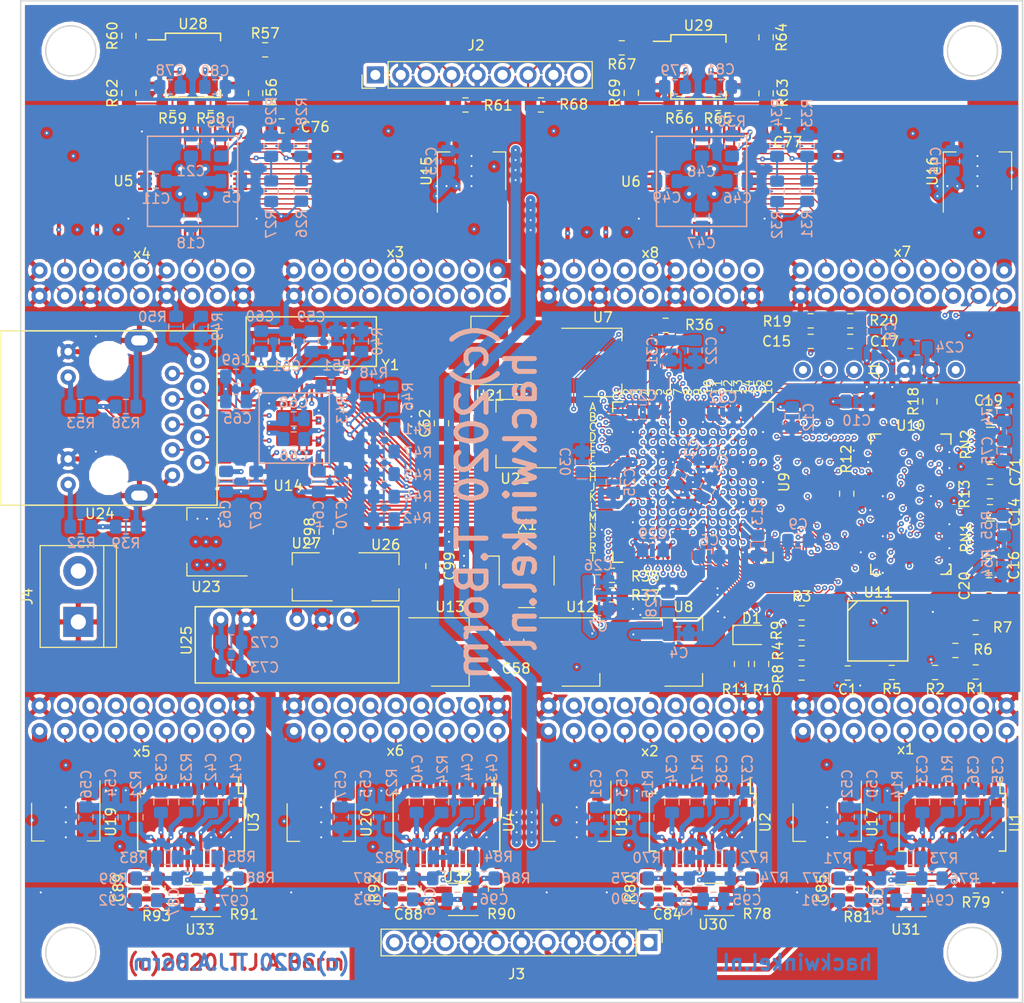
<source format=kicad_pcb>
(kicad_pcb (version 20171130) (host pcbnew 5.0.2+dfsg1-1)
  (layers (0 F.Cu signal) (1 In1.Cu signal) (2 In2.Cu signal) (31 B.Cu signal) (34 B.Paste user) (35 F.Paste user) (36 B.SilkS user) (37 F.SilkS user) (38 B.Mask user) (39 F.Mask user) (44 Edge.Cuts user))
  (net 0 "")
  (net 1 GND)
  (net 2 "Net-(U1-Pad15)")
  (net 3 "Net-(U1-Pad25)")
  (net 4 "Net-(U2-Pad25)")
  (net 5 "Net-(U2-Pad15)")
  (net 6 "Net-(U3-Pad15)")
  (net 7 "Net-(U3-Pad25)")
  (net 8 "Net-(U4-Pad25)")
  (net 9 "Net-(U4-Pad15)")
  (net 10 "Net-(U5-Pad21)")
  (net 11 "Net-(U5-Pad22)")
  (net 12 "Net-(U5-Pad23)")
  (net 13 "Net-(U5-Pad24)")
  (net 14 "Net-(U5-Pad25)")
  (net 15 "Net-(U5-Pad26)")
  (net 16 "Net-(U5-Pad27)")
  (net 17 "Net-(U5-Pad28)")
  (net 18 "Net-(U5-Pad29)")
  (net 19 "Net-(U5-Pad30)")
  (net 20 "Net-(U5-Pad33)")
  (net 21 "Net-(U5-Pad34)")
  (net 22 "Net-(U5-Pad35)")
  (net 23 "Net-(U5-Pad36)")
  (net 24 "Net-(U5-Pad37)")
  (net 25 "Net-(U5-Pad38)")
  (net 26 "Net-(U5-Pad39)")
  (net 27 "Net-(U6-Pad39)")
  (net 28 "Net-(U6-Pad38)")
  (net 29 "Net-(U6-Pad37)")
  (net 30 "Net-(U6-Pad36)")
  (net 31 "Net-(U6-Pad35)")
  (net 32 "Net-(U6-Pad34)")
  (net 33 "Net-(U6-Pad33)")
  (net 34 "Net-(U6-Pad30)")
  (net 35 "Net-(U6-Pad29)")
  (net 36 "Net-(U6-Pad28)")
  (net 37 "Net-(U6-Pad27)")
  (net 38 "Net-(U6-Pad26)")
  (net 39 "Net-(U6-Pad25)")
  (net 40 "Net-(U6-Pad24)")
  (net 41 "Net-(U6-Pad23)")
  (net 42 "Net-(U6-Pad22)")
  (net 43 "Net-(U6-Pad21)")
  (net 44 dc2)
  (net 45 dc3)
  (net 46 dc4)
  (net 47 dc5)
  (net 48 dc6)
  (net 49 dc7)
  (net 50 dc8)
  (net 51 dc9)
  (net 52 dc10)
  (net 53 dc11)
  (net 54 dc12)
  (net 55 dc13)
  (net 56 dc14)
  (net 57 dc15)
  (net 58 dd15)
  (net 59 dd14)
  (net 60 dd13)
  (net 61 dd12)
  (net 62 dd11)
  (net 63 dd10)
  (net 64 dd9)
  (net 65 dd8)
  (net 66 dd7)
  (net 67 dd6)
  (net 68 dd5)
  (net 69 dd4)
  (net 70 dd3)
  (net 71 dd2)
  (net 72 de15)
  (net 73 de14)
  (net 74 de13)
  (net 75 de12)
  (net 76 de11)
  (net 77 de10)
  (net 78 de9)
  (net 79 de8)
  (net 80 de7)
  (net 81 de6)
  (net 82 de5)
  (net 83 de4)
  (net 84 de3)
  (net 85 de2)
  (net 86 df2)
  (net 87 df3)
  (net 88 df4)
  (net 89 df5)
  (net 90 df6)
  (net 91 df7)
  (net 92 df8)
  (net 93 df9)
  (net 94 df10)
  (net 95 df11)
  (net 96 df12)
  (net 97 df13)
  (net 98 df14)
  (net 99 df15)
  (net 100 "Net-(U9-PadL11)")
  (net 101 "Net-(U9-PadT8)")
  (net 102 +3V3)
  (net 103 +2V5)
  (net 104 +1V2)
  (net 105 mD13)
  (net 106 mD12)
  (net 107 mnUDQS)
  (net 108 mD15)
  (net 109 mUDQS)
  (net 110 mD11)
  (net 111 mD10)
  (net 112 mD14)
  (net 113 mD9)
  (net 114 mD8)
  (net 115 mLDQS)
  (net 116 mnLDQS)
  (net 117 mD3)
  (net 118 mD2)
  (net 119 mD0)
  (net 120 mD1)
  (net 121 mnCAS)
  (net 122 mD7)
  (net 123 mLDM)
  (net 124 mD6)
  (net 125 mUDM)
  (net 126 mnRAS)
  (net 127 mD4)
  (net 128 mD5)
  (net 129 mA5)
  (net 130 mA7)
  (net 131 mA3)
  (net 132 mODT)
  (net 133 mA1)
  (net 134 mnCLK)
  (net 135 mA0)
  (net 136 mBA0)
  (net 137 mBA1)
  (net 138 mA11)
  (net 139 mCLK)
  (net 140 mA8)
  (net 141 mA9)
  (net 142 mA2)
  (net 143 mRESET)
  (net 144 mBA2)
  (net 145 mnWE)
  (net 146 mCKE)
  (net 147 mA12)
  (net 148 mA4)
  (net 149 mA10)
  (net 150 mA14)
  (net 151 mA13)
  (net 152 +1V5)
  (net 153 "Net-(U10-PadJ1)")
  (net 154 "Net-(U10-PadJ9)")
  (net 155 "Net-(U10-PadL1)")
  (net 156 "Net-(U10-PadL9)")
  (net 157 "Net-(U10-PadM7)")
  (net 158 mA6)
  (net 159 mVREF)
  (net 160 cCSO)
  (net 161 cDOUT)
  (net 162 cCLK)
  (net 163 cDIN)
  (net 164 "Net-(R3-Pad1)")
  (net 165 "Net-(R9-Pad2)")
  (net 166 "Net-(R4-Pad2)")
  (net 167 "Net-(R5-Pad1)")
  (net 168 "Net-(R6-Pad1)")
  (net 169 "Net-(R7-Pad2)")
  (net 170 fDONE)
  (net 171 "Net-(D1-Pad1)")
  (net 172 "Net-(R12-Pad1)")
  (net 173 "Net-(C19-Pad1)")
  (net 174 "Net-(C20-Pad1)")
  (net 175 "Net-(C16-Pad1)")
  (net 176 +7.5V)
  (net 177 adPGAb)
  (net 178 adRNDb)
  (net 179 "Net-(R31-Pad1)")
  (net 180 "Net-(R32-Pad1)")
  (net 181 adOFb)
  (net 182 ad15b)
  (net 183 ad14b)
  (net 184 ad13b)
  (net 185 ad12b)
  (net 186 ad11b)
  (net 187 ad10b)
  (net 188 ad9b)
  (net 189 ad8b)
  (net 190 ad7b)
  (net 191 ad6b)
  (net 192 ad5b)
  (net 193 ad4b)
  (net 194 ad3b)
  (net 195 ad2b)
  (net 196 ad1b)
  (net 197 ad0b)
  (net 198 adCKO1b)
  (net 199 adCKO2b)
  (net 200 adDTHb)
  (net 201 adSHb)
  (net 202 +3.3VA)
  (net 203 adENC-b)
  (net 204 adENC+b)
  (net 205 "Net-(R30-Pad2)")
  (net 206 adPGAa)
  (net 207 adRNDa)
  (net 208 "Net-(R26-Pad1)")
  (net 209 "Net-(R27-Pad1)")
  (net 210 adOFa)
  (net 211 ad15a)
  (net 212 ad14a)
  (net 213 ad13a)
  (net 214 ad12a)
  (net 215 ad11a)
  (net 216 ad10a)
  (net 217 ad9a)
  (net 218 ad8a)
  (net 219 ad7a)
  (net 220 ad6a)
  (net 221 ad5a)
  (net 222 ad4a)
  (net 223 ad3a)
  (net 224 ad2a)
  (net 225 ad1a)
  (net 226 ad0a)
  (net 227 adCKO1a)
  (net 228 adCKO2a)
  (net 229 adDTHa)
  (net 230 adSHa)
  (net 231 adENC-a)
  (net 232 adENC+a)
  (net 233 "Net-(R25-Pad2)")
  (net 234 "Net-(R21-Pad2)")
  (net 235 "Net-(R22-Pad2)")
  (net 236 "Net-(R23-Pad2)")
  (net 237 "Net-(R24-Pad2)")
  (net 238 "Net-(R17-Pad2)")
  (net 239 "Net-(R16-Pad2)")
  (net 240 "Net-(R15-Pad2)")
  (net 241 "Net-(R14-Pad2)")
  (net 242 "Net-(C35-Pad2)")
  (net 243 "Net-(C33-Pad1)")
  (net 244 "Net-(C44-Pad1)")
  (net 245 "Net-(C40-Pad1)")
  (net 246 "Net-(C37-Pad2)")
  (net 247 "Net-(C38-Pad1)")
  (net 248 "Net-(C34-Pad1)")
  (net 249 "Net-(C41-Pad2)")
  (net 250 "Net-(C39-Pad1)")
  (net 251 "Net-(C43-Pad1)")
  (net 252 progPROG)
  (net 253 progTDO)
  (net 254 progTCK)
  (net 255 progTDI)
  (net 256 progTMS)
  (net 257 progINIT)
  (net 258 progSWAPEN)
  (net 259 dcc)
  (net 260 ddc)
  (net 261 dfc)
  (net 262 dec)
  (net 263 "Net-(J1-Pad1)")
  (net 264 macRXD3)
  (net 265 macRXCTL)
  (net 266 "Net-(R39-Pad1)")
  (net 267 "Net-(R38-Pad1)")
  (net 268 macRXCLK)
  (net 269 macRXD1)
  (net 270 macRXD2)
  (net 271 macCKO)
  (net 272 macRXD0)
  (net 273 "Net-(U14-Pad2)")
  (net 274 "Net-(U14-Pad3)")
  (net 275 +12VA)
  (net 276 "Net-(U14-Pad5)")
  (net 277 "Net-(U14-Pad6)")
  (net 278 "Net-(U14-Pad7)")
  (net 279 "Net-(U14-Pad8)")
  (net 280 "Net-(U14-Pad10)")
  (net 281 "Net-(U14-Pad11)")
  (net 282 "Net-(U14-Pad13)")
  (net 283 macTXD0)
  (net 284 macTXD1)
  (net 285 macTXD2)
  (net 286 macTXD3)
  (net 287 macTXCLK)
  (net 288 macTXCTL)
  (net 289 macMCLK)
  (net 290 macMDIO)
  (net 291 "Net-(U14-Pad38)")
  (net 292 "Net-(U14-Pad43)")
  (net 293 "Net-(U14-Pad44)")
  (net 294 "Net-(U14-Pad47)")
  (net 295 "Net-(U14-Pad48)")
  (net 296 +5V)
  (net 297 Vada)
  (net 298 Vadb)
  (net 299 "Net-(C36-Pad2)")
  (net 300 "Net-(C42-Pad2)")
  (net 301 Vdaf)
  (net 302 Vdae)
  (net 303 Vdad)
  (net 304 Vdac)
  (net 305 "Net-(C58-Pad1)")
  (net 306 io1.5b)
  (net 307 io1.5c)
  (net 308 io1.5a)
  (net 309 io1.5d)
  (net 310 "Net-(C59-Pad1)")
  (net 311 "Net-(C61-Pad2)")
  (net 312 "Net-(C60-Pad2)")
  (net 313 "Net-(R53-Pad2)")
  (net 314 "Net-(R52-Pad2)")
  (net 315 "Net-(R49-Pad2)")
  (net 316 +9V)
  (net 317 -9V)
  (net 318 -5VA)
  (net 319 +5VA)
  (net 320 "Net-(RN2-Pad3)")
  (net 321 "Net-(RN2-Pad5)")
  (net 322 "Net-(C76-Pad1)")
  (net 323 "Net-(C77-Pad2)")
  (net 324 "Net-(R59-Pad1)")
  (net 325 "Net-(R58-Pad1)")
  (net 326 "Net-(R66-Pad1)")
  (net 327 "Net-(R65-Pad1)")
  (net 328 "Net-(R67-Pad1)")
  (net 329 "Net-(J2-Pad7)")
  (net 330 "Net-(R56-Pad2)")
  (net 331 "Net-(R56-Pad1)")
  (net 332 "Net-(J2-Pad3)")
  (net 333 "Net-(R59-Pad2)")
  (net 334 "Net-(J2-Pad4)")
  (net 335 "Net-(R60-Pad1)")
  (net 336 "Net-(R63-Pad1)")
  (net 337 "Net-(R63-Pad2)")
  (net 338 "Net-(J2-Pad6)")
  (net 339 "Net-(R66-Pad2)")
  (net 340 "Net-(U28-Pad7)")
  (net 341 "Net-(U29-Pad7)")
  (net 342 "Net-(R76-Pad1)")
  (net 343 "Net-(C89-Pad2)")
  (net 344 "Net-(C89-Pad1)")
  (net 345 "Net-(C88-Pad1)")
  (net 346 "Net-(C88-Pad2)")
  (net 347 "Net-(R88-Pad1)")
  (net 348 "Net-(R86-Pad1)")
  (net 349 "Net-(C87-Pad2)")
  (net 350 "Net-(C87-Pad1)")
  (net 351 "Net-(C86-Pad2)")
  (net 352 "Net-(C86-Pad1)")
  (net 353 "Net-(C83-Pad1)")
  (net 354 "Net-(C85-Pad2)")
  (net 355 "Net-(C85-Pad1)")
  (net 356 "Net-(C84-Pad1)")
  (net 357 "Net-(C84-Pad2)")
  (net 358 "Net-(C82-Pad1)")
  (net 359 "Net-(C83-Pad2)")
  (net 360 "Net-(C82-Pad2)")
  (net 361 "Net-(R74-Pad1)")
  (module Capacitor_SMD:C_0805_2012Metric_Pad1.15x1.40mm_HandSolder (layer F.Cu) (at 70.1 93 90)
    (fp_text reference C98 (at 0 -1.65 90) (layer F.SilkS))
    (fp_text value 100n)
    (pad 2 smd roundrect (at 1.025 0 90) (size 1.15 1.4) (layers F.Cu F.Paste F.Mask) (roundrect_rratio 0.217391) (net 1 GND))
    (pad 1 smd roundrect (at -1.025 0 90) (size 1.15 1.4) (layers F.Cu F.Paste F.Mask) (roundrect_rratio 0.217391) (net 318 -5VA))
  )
  (module Capacitor_SMD:C_0805_2012Metric_Pad1.15x1.40mm_HandSolder (layer F.Cu) (at 80.75 96.425 270)
    (fp_text reference C99 (at 0 -1.65 270) (layer F.SilkS))
    (fp_text value 100n)
    (pad 1 smd roundrect (at -1.025 0 270) (size 1.15 1.4) (layers F.Cu F.Paste F.Mask) (roundrect_rratio 0.217391) (net 319 +5VA))
    (pad 2 smd roundrect (at 1.025 0 270) (size 1.15 1.4) (layers F.Cu F.Paste F.Mask) (roundrect_rratio 0.217391) (net 1 GND))
  )
  (module TerminalBlock:TerminalBlock_bornier-2_P5.08mm (layer F.Cu) (at 45.35 102 90)
    (fp_text reference J4 (at 2.54 -5.08 90) (layer F.SilkS))
    (fp_text value Screw_Terminal_01x02)
    (pad 1 thru_hole rect (at 0 0 90) (size 3 3) (drill 1.52) (layers *.Cu *.Mask) (net 1 GND))
    (pad 2 thru_hole circle (at 5.08 0 90) (size 3 3) (drill 1.52) (layers *.Cu *.Mask) (net 296 +5V))
  )
  (module Connector_PinHeader_2.54mm:PinHeader_1x09_P2.54mm_Vertical (layer F.Cu) (at 75 47.4 90)
    (fp_text reference J2 (at 2.95 10.05 180) (layer F.SilkS))
    (fp_text value Conn_01x09_Male)
    (pad 1 thru_hole rect (at 0 0 90) (size 1.7 1.7) (drill 1) (layers *.Cu *.Mask) (net 318 -5VA))
    (pad 2 thru_hole oval (at 0 2.54 90) (size 1.7 1.7) (drill 1) (layers *.Cu *.Mask) (net 1 GND))
    (pad 3 thru_hole oval (at 0 5.08 90) (size 1.7 1.7) (drill 1) (layers *.Cu *.Mask) (net 332 "Net-(J2-Pad3)"))
    (pad 4 thru_hole oval (at 0 7.62 90) (size 1.7 1.7) (drill 1) (layers *.Cu *.Mask) (net 334 "Net-(J2-Pad4)"))
    (pad 5 thru_hole oval (at 0 10.16 90) (size 1.7 1.7) (drill 1) (layers *.Cu *.Mask) (net 1 GND))
    (pad 6 thru_hole oval (at 0 12.7 90) (size 1.7 1.7) (drill 1) (layers *.Cu *.Mask) (net 338 "Net-(J2-Pad6)"))
    (pad 7 thru_hole oval (at 0 15.24 90) (size 1.7 1.7) (drill 1) (layers *.Cu *.Mask) (net 329 "Net-(J2-Pad7)"))
    (pad 8 thru_hole oval (at 0 17.78 90) (size 1.7 1.7) (drill 1) (layers *.Cu *.Mask) (net 1 GND))
    (pad 9 thru_hole oval (at 0 20.32 90) (size 1.7 1.7) (drill 1) (layers *.Cu *.Mask) (net 319 +5VA))
  )
  (module Connector_PinHeader_2.54mm:PinHeader_1x11_P2.54mm_Vertical (layer F.Cu) (at 102.3 134 270)
    (fp_text reference J3 (at 3.15 13.2) (layer F.SilkS))
    (fp_text value Conn_01x11_Male)
    (pad 1 thru_hole rect (at 0 0 270) (size 1.7 1.7) (drill 1) (layers *.Cu *.Mask) (net 318 -5VA))
    (pad 2 thru_hole oval (at 0 2.54 270) (size 1.7 1.7) (drill 1) (layers *.Cu *.Mask) (net 1 GND))
    (pad 3 thru_hole oval (at 0 5.08 270) (size 1.7 1.7) (drill 1) (layers *.Cu *.Mask) (net 356 "Net-(C84-Pad1)"))
    (pad 4 thru_hole oval (at 0 7.62 270) (size 1.7 1.7) (drill 1) (layers *.Cu *.Mask) (net 1 GND))
    (pad 5 thru_hole oval (at 0 10.16 270) (size 1.7 1.7) (drill 1) (layers *.Cu *.Mask) (net 355 "Net-(C85-Pad1)"))
    (pad 6 thru_hole oval (at 0 12.7 270) (size 1.7 1.7) (drill 1) (layers *.Cu *.Mask) (net 1 GND))
    (pad 7 thru_hole oval (at 0 15.24 270) (size 1.7 1.7) (drill 1) (layers *.Cu *.Mask) (net 345 "Net-(C88-Pad1)"))
    (pad 8 thru_hole oval (at 0 17.78 270) (size 1.7 1.7) (drill 1) (layers *.Cu *.Mask) (net 1 GND))
    (pad 9 thru_hole oval (at 0 20.32 270) (size 1.7 1.7) (drill 1) (layers *.Cu *.Mask) (net 344 "Net-(C89-Pad1)"))
    (pad 10 thru_hole oval (at 0 22.86 270) (size 1.7 1.7) (drill 1) (layers *.Cu *.Mask) (net 1 GND))
    (pad 11 thru_hole oval (at 0 25.4 270) (size 1.7 1.7) (drill 1) (layers *.Cu *.Mask) (net 319 +5VA))
  )
  (module Capacitor_SMD:C_0805_2012Metric_Pad1.15x1.40mm_HandSolder (layer B.Cu) (at 103.25 129.7 180)
    (fp_text reference C90 (at 3.3 0.05 180) (layer B.SilkS) (effects (justify mirror)))
    (fp_text value 100n)
    (pad 2 smd roundrect (at 1.025 0 180) (size 1.15 1.4) (layers B.Cu B.Paste B.Mask) (roundrect_rratio 0.217391) (net 1 GND))
    (pad 1 smd roundrect (at -1.025 0 180) (size 1.15 1.4) (layers B.Cu B.Paste B.Mask) (roundrect_rratio 0.217391) (net 319 +5VA))
  )
  (module Capacitor_SMD:C_0805_2012Metric_Pad1.15x1.40mm_HandSolder (layer B.Cu) (at 122.35 129.8 180)
    (fp_text reference C91 (at 3.4 0 180) (layer B.SilkS) (effects (justify mirror)))
    (fp_text value 100n)
    (pad 1 smd roundrect (at -1.025 0 180) (size 1.15 1.4) (layers B.Cu B.Paste B.Mask) (roundrect_rratio 0.217391) (net 319 +5VA))
    (pad 2 smd roundrect (at 1.025 0 180) (size 1.15 1.4) (layers B.Cu B.Paste B.Mask) (roundrect_rratio 0.217391) (net 1 GND))
  )
  (module Capacitor_SMD:C_0805_2012Metric_Pad1.15x1.40mm_HandSolder (layer B.Cu) (at 52.15 129.8 180)
    (fp_text reference C92 (at 3.35 0 180) (layer B.SilkS) (effects (justify mirror)))
    (fp_text value 100n)
    (pad 2 smd roundrect (at 1.025 0 180) (size 1.15 1.4) (layers B.Cu B.Paste B.Mask) (roundrect_rratio 0.217391) (net 1 GND))
    (pad 1 smd roundrect (at -1.025 0 180) (size 1.15 1.4) (layers B.Cu B.Paste B.Mask) (roundrect_rratio 0.217391) (net 319 +5VA))
  )
  (module Capacitor_SMD:C_0805_2012Metric_Pad1.15x1.40mm_HandSolder (layer B.Cu) (at 77.7 129.7 180)
    (fp_text reference C93 (at 3.45 -0.05 180) (layer B.SilkS) (effects (justify mirror)))
    (fp_text value 100n)
    (pad 1 smd roundrect (at -1.025 0 180) (size 1.15 1.4) (layers B.Cu B.Paste B.Mask) (roundrect_rratio 0.217391) (net 319 +5VA))
    (pad 2 smd roundrect (at 1.025 0 180) (size 1.15 1.4) (layers B.Cu B.Paste B.Mask) (roundrect_rratio 0.217391) (net 1 GND))
  )
  (module Capacitor_SMD:C_0805_2012Metric_Pad1.15x1.40mm_HandSolder (layer B.Cu) (at 128 129.8)
    (fp_text reference C94 (at 3.35 0) (layer B.SilkS) (effects (justify mirror)))
    (fp_text value 100n)
    (pad 2 smd roundrect (at 1.025 0) (size 1.15 1.4) (layers B.Cu B.Paste B.Mask) (roundrect_rratio 0.217391) (net 1 GND))
    (pad 1 smd roundrect (at -1.025 0) (size 1.15 1.4) (layers B.Cu B.Paste B.Mask) (roundrect_rratio 0.217391) (net 318 -5VA))
  )
  (module Capacitor_SMD:C_0805_2012Metric_Pad1.15x1.40mm_HandSolder (layer B.Cu) (at 108.75 129.7)
    (fp_text reference C95 (at 3.35 0.05) (layer B.SilkS) (effects (justify mirror)))
    (fp_text value 100n)
    (pad 1 smd roundrect (at -1.025 0) (size 1.15 1.4) (layers B.Cu B.Paste B.Mask) (roundrect_rratio 0.217391) (net 318 -5VA))
    (pad 2 smd roundrect (at 1.025 0) (size 1.15 1.4) (layers B.Cu B.Paste B.Mask) (roundrect_rratio 0.217391) (net 1 GND))
  )
  (module Capacitor_SMD:C_0805_2012Metric_Pad1.15x1.40mm_HandSolder (layer B.Cu) (at 83.2 129.7)
    (fp_text reference C96 (at 3.65 0) (layer B.SilkS) (effects (justify mirror)))
    (fp_text value 100n)
    (pad 2 smd roundrect (at 1.025 0) (size 1.15 1.4) (layers B.Cu B.Paste B.Mask) (roundrect_rratio 0.217391) (net 1 GND))
    (pad 1 smd roundrect (at -1.025 0) (size 1.15 1.4) (layers B.Cu B.Paste B.Mask) (roundrect_rratio 0.217391) (net 318 -5VA))
  )
  (module Capacitor_SMD:C_0805_2012Metric_Pad1.15x1.40mm_HandSolder (layer B.Cu) (at 57.5 129.8)
    (fp_text reference C97 (at 3.45 0.05) (layer B.SilkS) (effects (justify mirror)))
    (fp_text value 100n)
    (pad 1 smd roundrect (at -1.025 0) (size 1.15 1.4) (layers B.Cu B.Paste B.Mask) (roundrect_rratio 0.217391) (net 318 -5VA))
    (pad 2 smd roundrect (at 1.025 0) (size 1.15 1.4) (layers B.Cu B.Paste B.Mask) (roundrect_rratio 0.217391) (net 1 GND))
  )
  (module Capacitor_SMD:C_0805_2012Metric_Pad1.15x1.40mm_HandSolder (layer B.Cu) (at 107.35 127.6 180)
    (fp_text reference C82 (at 1.25 -2.35 270) (layer B.SilkS) (effects (justify mirror)))
    (fp_text value opt)
    (pad 2 smd roundrect (at 1.025 0 180) (size 1.15 1.4) (layers B.Cu B.Paste B.Mask) (roundrect_rratio 0.217391) (net 360 "Net-(C82-Pad2)"))
    (pad 1 smd roundrect (at -1.025 0 180) (size 1.15 1.4) (layers B.Cu B.Paste B.Mask) (roundrect_rratio 0.217391) (net 358 "Net-(C82-Pad1)"))
  )
  (module Capacitor_SMD:C_0805_2012Metric_Pad1.15x1.40mm_HandSolder (layer B.Cu) (at 126.45 127.6 180)
    (fp_text reference C83 (at 1.25 -2.3 270) (layer B.SilkS) (effects (justify mirror)))
    (fp_text value opt)
    (pad 1 smd roundrect (at -1.025 0 180) (size 1.15 1.4) (layers B.Cu B.Paste B.Mask) (roundrect_rratio 0.217391) (net 353 "Net-(C83-Pad1)"))
    (pad 2 smd roundrect (at 1.025 0 180) (size 1.15 1.4) (layers B.Cu B.Paste B.Mask) (roundrect_rratio 0.217391) (net 359 "Net-(C83-Pad2)"))
  )
  (module Capacitor_SMD:C_0805_2012Metric_Pad1.15x1.40mm_HandSolder (layer F.Cu) (at 104.4 128.625 90)
    (fp_text reference C84 (at -2.575 -0.25 180) (layer F.SilkS))
    (fp_text value comp)
    (pad 2 smd roundrect (at 1.025 0 90) (size 1.15 1.4) (layers F.Cu F.Paste F.Mask) (roundrect_rratio 0.217391) (net 357 "Net-(C84-Pad2)"))
    (pad 1 smd roundrect (at -1.025 0 90) (size 1.15 1.4) (layers F.Cu F.Paste F.Mask) (roundrect_rratio 0.217391) (net 356 "Net-(C84-Pad1)"))
  )
  (module Capacitor_SMD:C_0805_2012Metric_Pad1.15x1.40mm_HandSolder (layer F.Cu) (at 121.2 128.625 90)
    (fp_text reference C85 (at 0 -1.65 90) (layer F.SilkS))
    (fp_text value comp)
    (pad 1 smd roundrect (at -1.025 0 90) (size 1.15 1.4) (layers F.Cu F.Paste F.Mask) (roundrect_rratio 0.217391) (net 355 "Net-(C85-Pad1)"))
    (pad 2 smd roundrect (at 1.025 0 90) (size 1.15 1.4) (layers F.Cu F.Paste F.Mask) (roundrect_rratio 0.217391) (net 354 "Net-(C85-Pad2)"))
  )
  (module Capacitor_SMD:C_0805_2012Metric_Pad1.15x1.40mm_HandSolder (layer B.Cu) (at 56.25 127.6 180)
    (fp_text reference C87 (at 1.35 -2.35 270) (layer B.SilkS) (effects (justify mirror)))
    (fp_text value opt)
    (pad 2 smd roundrect (at 1.025 0 180) (size 1.15 1.4) (layers B.Cu B.Paste B.Mask) (roundrect_rratio 0.217391) (net 349 "Net-(C87-Pad2)"))
    (pad 1 smd roundrect (at -1.025 0 180) (size 1.15 1.4) (layers B.Cu B.Paste B.Mask) (roundrect_rratio 0.217391) (net 350 "Net-(C87-Pad1)"))
  )
  (module Capacitor_SMD:C_0805_2012Metric_Pad1.15x1.40mm_HandSolder (layer F.Cu) (at 78.85 128.625 90)
    (fp_text reference C88 (at -2.575 -0.55 180) (layer F.SilkS))
    (fp_text value comp)
    (pad 1 smd roundrect (at -1.025 0 90) (size 1.15 1.4) (layers F.Cu F.Paste F.Mask) (roundrect_rratio 0.217391) (net 345 "Net-(C88-Pad1)"))
    (pad 2 smd roundrect (at 1.025 0 90) (size 1.15 1.4) (layers F.Cu F.Paste F.Mask) (roundrect_rratio 0.217391) (net 346 "Net-(C88-Pad2)"))
  )
  (module Capacitor_SMD:C_0805_2012Metric_Pad1.15x1.40mm_HandSolder (layer F.Cu) (at 51 128.625 90)
    (fp_text reference C89 (at 0.075 -1.65 90) (layer F.SilkS))
    (fp_text value comp)
    (pad 2 smd roundrect (at 1.025 0 90) (size 1.15 1.4) (layers F.Cu F.Paste F.Mask) (roundrect_rratio 0.217391) (net 343 "Net-(C89-Pad2)"))
    (pad 1 smd roundrect (at -1.025 0 90) (size 1.15 1.4) (layers F.Cu F.Paste F.Mask) (roundrect_rratio 0.217391) (net 344 "Net-(C89-Pad1)"))
  )
  (module Capacitor_SMD:C_0805_2012Metric_Pad1.15x1.40mm_HandSolder (layer B.Cu) (at 81.75 127.6 180)
    (fp_text reference C86 (at 1.3 -2.3 270) (layer B.SilkS) (effects (justify mirror)))
    (fp_text value opt)
    (pad 1 smd roundrect (at -1.025 0 180) (size 1.15 1.4) (layers B.Cu B.Paste B.Mask) (roundrect_rratio 0.217391) (net 352 "Net-(C86-Pad1)"))
    (pad 2 smd roundrect (at 1.025 0 180) (size 1.15 1.4) (layers B.Cu B.Paste B.Mask) (roundrect_rratio 0.217391) (net 351 "Net-(C86-Pad2)"))
  )
  (module Package_TO_SOT_SMD:SOT-23-6_Handsoldering (layer F.Cu) (at 83.2 129.7 180)
    (fp_text reference U32 (at 0 2.25 180) (layer F.SilkS))
    (fp_text value opa695_sot23)
    (pad 5 smd rect (at 1.35 0 180) (size 1.56 0.65) (layers F.Cu F.Paste F.Mask) (net 319 +5VA))
    (pad 6 smd rect (at 1.35 -0.95 180) (size 1.56 0.65) (layers F.Cu F.Paste F.Mask) (net 319 +5VA))
    (pad 4 smd rect (at 1.35 0.95 180) (size 1.56 0.65) (layers F.Cu F.Paste F.Mask) (net 346 "Net-(C88-Pad2)"))
    (pad 3 smd rect (at -1.35 0.95 180) (size 1.56 0.65) (layers F.Cu F.Paste F.Mask) (net 348 "Net-(R86-Pad1)"))
    (pad 2 smd rect (at -1.35 0 180) (size 1.56 0.65) (layers F.Cu F.Paste F.Mask) (net 318 -5VA))
    (pad 1 smd rect (at -1.35 -0.95 180) (size 1.56 0.65) (layers F.Cu F.Paste F.Mask) (net 345 "Net-(C88-Pad1)"))
  )
  (module Package_TO_SOT_SMD:SOT-23-6_Handsoldering (layer F.Cu) (at 127.95 129.8 180)
    (fp_text reference U31 (at 0 -2.9 180) (layer F.SilkS))
    (fp_text value opa695_sot23)
    (pad 1 smd rect (at -1.35 -0.95 180) (size 1.56 0.65) (layers F.Cu F.Paste F.Mask) (net 355 "Net-(C85-Pad1)"))
    (pad 2 smd rect (at -1.35 0 180) (size 1.56 0.65) (layers F.Cu F.Paste F.Mask) (net 318 -5VA))
    (pad 3 smd rect (at -1.35 0.95 180) (size 1.56 0.65) (layers F.Cu F.Paste F.Mask) (net 342 "Net-(R76-Pad1)"))
    (pad 4 smd rect (at 1.35 0.95 180) (size 1.56 0.65) (layers F.Cu F.Paste F.Mask) (net 354 "Net-(C85-Pad2)"))
    (pad 6 smd rect (at 1.35 -0.95 180) (size 1.56 0.65) (layers F.Cu F.Paste F.Mask) (net 319 +5VA))
    (pad 5 smd rect (at 1.35 0 180) (size 1.56 0.65) (layers F.Cu F.Paste F.Mask) (net 319 +5VA))
  )
  (module Package_TO_SOT_SMD:SOT-23-6_Handsoldering (layer F.Cu) (at 57.5 129.8 180)
    (fp_text reference U33 (at 0 -2.9 180) (layer F.SilkS))
    (fp_text value opa695_sot23)
    (pad 5 smd rect (at 1.35 0 180) (size 1.56 0.65) (layers F.Cu F.Paste F.Mask) (net 319 +5VA))
    (pad 6 smd rect (at 1.35 -0.95 180) (size 1.56 0.65) (layers F.Cu F.Paste F.Mask) (net 319 +5VA))
    (pad 4 smd rect (at 1.35 0.95 180) (size 1.56 0.65) (layers F.Cu F.Paste F.Mask) (net 343 "Net-(C89-Pad2)"))
    (pad 3 smd rect (at -1.35 0.95 180) (size 1.56 0.65) (layers F.Cu F.Paste F.Mask) (net 347 "Net-(R88-Pad1)"))
    (pad 2 smd rect (at -1.35 0 180) (size 1.56 0.65) (layers F.Cu F.Paste F.Mask) (net 318 -5VA))
    (pad 1 smd rect (at -1.35 -0.95 180) (size 1.56 0.65) (layers F.Cu F.Paste F.Mask) (net 344 "Net-(C89-Pad1)"))
  )
  (module Package_TO_SOT_SMD:SOT-23-6_Handsoldering (layer F.Cu) (at 108.75 129.7 180)
    (fp_text reference U30 (at 0.05 -2.5 180) (layer F.SilkS))
    (fp_text value opa695_sot23)
    (pad 1 smd rect (at -1.35 -0.95 180) (size 1.56 0.65) (layers F.Cu F.Paste F.Mask) (net 356 "Net-(C84-Pad1)"))
    (pad 2 smd rect (at -1.35 0 180) (size 1.56 0.65) (layers F.Cu F.Paste F.Mask) (net 318 -5VA))
    (pad 3 smd rect (at -1.35 0.95 180) (size 1.56 0.65) (layers F.Cu F.Paste F.Mask) (net 361 "Net-(R74-Pad1)"))
    (pad 4 smd rect (at 1.35 0.95 180) (size 1.56 0.65) (layers F.Cu F.Paste F.Mask) (net 357 "Net-(C84-Pad2)"))
    (pad 6 smd rect (at 1.35 -0.95 180) (size 1.56 0.65) (layers F.Cu F.Paste F.Mask) (net 319 +5VA))
    (pad 5 smd rect (at 1.35 0 180) (size 1.56 0.65) (layers F.Cu F.Paste F.Mask) (net 319 +5VA))
  )
  (module Resistor_SMD:R_0805_2012Metric_Pad1.15x1.40mm_HandSolder (layer B.Cu) (at 83.8 125.5)
    (fp_text reference R84 (at 3.5 -0.05) (layer B.SilkS) (effects (justify mirror)))
    (fp_text value 28.14)
    (pad 2 smd roundrect (at 1.025 0) (size 1.15 1.4) (layers B.Cu B.Paste B.Mask) (roundrect_rratio 0.217391) (net 352 "Net-(C86-Pad1)"))
    (pad 1 smd roundrect (at -1.025 0) (size 1.15 1.4) (layers B.Cu B.Paste B.Mask) (roundrect_rratio 0.217391) (net 1 GND))
  )
  (module Resistor_SMD:R_0805_2012Metric_Pad1.15x1.40mm_HandSolder (layer B.Cu) (at 111.45 127.6 180)
    (fp_text reference R74 (at -3.4 0.05 180) (layer B.SilkS) (effects (justify mirror)))
    (fp_text value 56.28)
    (pad 1 smd roundrect (at -1.025 0 180) (size 1.15 1.4) (layers B.Cu B.Paste B.Mask) (roundrect_rratio 0.217391) (net 361 "Net-(R74-Pad1)"))
    (pad 2 smd roundrect (at 1.025 0 180) (size 1.15 1.4) (layers B.Cu B.Paste B.Mask) (roundrect_rratio 0.217391) (net 358 "Net-(C82-Pad1)"))
  )
  (module Resistor_SMD:R_0805_2012Metric_Pad1.15x1.40mm_HandSolder (layer B.Cu) (at 103.25 127.6)
    (fp_text reference R75 (at -3.3 0) (layer B.SilkS) (effects (justify mirror)))
    (fp_text value 268.7)
    (pad 2 smd roundrect (at 1.025 0) (size 1.15 1.4) (layers B.Cu B.Paste B.Mask) (roundrect_rratio 0.217391) (net 360 "Net-(C82-Pad2)"))
    (pad 1 smd roundrect (at -1.025 0) (size 1.15 1.4) (layers B.Cu B.Paste B.Mask) (roundrect_rratio 0.217391) (net 357 "Net-(C84-Pad2)"))
  )
  (module Resistor_SMD:R_0805_2012Metric_Pad1.15x1.40mm_HandSolder (layer B.Cu) (at 130.55 127.6 180)
    (fp_text reference R76 (at -3.2 -0.05 180) (layer B.SilkS) (effects (justify mirror)))
    (fp_text value 56.28)
    (pad 1 smd roundrect (at -1.025 0 180) (size 1.15 1.4) (layers B.Cu B.Paste B.Mask) (roundrect_rratio 0.217391) (net 342 "Net-(R76-Pad1)"))
    (pad 2 smd roundrect (at 1.025 0 180) (size 1.15 1.4) (layers B.Cu B.Paste B.Mask) (roundrect_rratio 0.217391) (net 353 "Net-(C83-Pad1)"))
  )
  (module Resistor_SMD:R_0805_2012Metric_Pad1.15x1.40mm_HandSolder (layer F.Cu) (at 112.6 128.625 90)
    (fp_text reference R78 (at -2.525 0.5 180) (layer F.SilkS))
    (fp_text value 167.8)
    (pad 2 smd roundrect (at 1.025 0 90) (size 1.15 1.4) (layers F.Cu F.Paste F.Mask) (roundrect_rratio 0.217391) (net 361 "Net-(R74-Pad1)"))
    (pad 1 smd roundrect (at -1.025 0 90) (size 1.15 1.4) (layers F.Cu F.Paste F.Mask) (roundrect_rratio 0.217391) (net 1 GND))
  )
  (module Resistor_SMD:R_0805_2012Metric_Pad1.15x1.40mm_HandSolder (layer B.Cu) (at 122.35 127.6)
    (fp_text reference R77 (at -3.3 0) (layer B.SilkS) (effects (justify mirror)))
    (fp_text value 268.7)
    (pad 1 smd roundrect (at -1.025 0) (size 1.15 1.4) (layers B.Cu B.Paste B.Mask) (roundrect_rratio 0.217391) (net 354 "Net-(C85-Pad2)"))
    (pad 2 smd roundrect (at 1.025 0) (size 1.15 1.4) (layers B.Cu B.Paste B.Mask) (roundrect_rratio 0.217391) (net 359 "Net-(C83-Pad2)"))
  )
  (module Resistor_SMD:R_0805_2012Metric_Pad1.15x1.40mm_HandSolder (layer B.Cu) (at 105.3 125.5 180)
    (fp_text reference R70 (at 3.2 -0.05 180) (layer B.SilkS) (effects (justify mirror)))
    (fp_text value 29.86)
    (pad 2 smd roundrect (at 1.025 0 180) (size 1.15 1.4) (layers B.Cu B.Paste B.Mask) (roundrect_rratio 0.217391) (net 360 "Net-(C82-Pad2)"))
    (pad 1 smd roundrect (at -1.025 0 180) (size 1.15 1.4) (layers B.Cu B.Paste B.Mask) (roundrect_rratio 0.217391) (net 1 GND))
  )
  (module Resistor_SMD:R_0805_2012Metric_Pad1.15x1.40mm_HandSolder (layer B.Cu) (at 124.4 125.55 180)
    (fp_text reference R71 (at 3.25 -0.05 180) (layer B.SilkS) (effects (justify mirror)))
    (fp_text value 29.86)
    (pad 1 smd roundrect (at -1.025 0 180) (size 1.15 1.4) (layers B.Cu B.Paste B.Mask) (roundrect_rratio 0.217391) (net 1 GND))
    (pad 2 smd roundrect (at 1.025 0 180) (size 1.15 1.4) (layers B.Cu B.Paste B.Mask) (roundrect_rratio 0.217391) (net 359 "Net-(C83-Pad2)"))
  )
  (module Resistor_SMD:R_0805_2012Metric_Pad1.15x1.40mm_HandSolder (layer B.Cu) (at 109.4 125.5)
    (fp_text reference R72 (at 3.45 0.05) (layer B.SilkS) (effects (justify mirror)))
    (fp_text value 28.14)
    (pad 2 smd roundrect (at 1.025 0) (size 1.15 1.4) (layers B.Cu B.Paste B.Mask) (roundrect_rratio 0.217391) (net 358 "Net-(C82-Pad1)"))
    (pad 1 smd roundrect (at -1.025 0) (size 1.15 1.4) (layers B.Cu B.Paste B.Mask) (roundrect_rratio 0.217391) (net 1 GND))
  )
  (module Resistor_SMD:R_0805_2012Metric_Pad1.15x1.40mm_HandSolder (layer F.Cu) (at 102.1 128.625 90)
    (fp_text reference R80 (at 0 -1.65 90) (layer F.SilkS))
    (fp_text value 500)
    (pad 1 smd roundrect (at -1.025 0 90) (size 1.15 1.4) (layers F.Cu F.Paste F.Mask) (roundrect_rratio 0.217391) (net 356 "Net-(C84-Pad1)"))
    (pad 2 smd roundrect (at 1.025 0 90) (size 1.15 1.4) (layers F.Cu F.Paste F.Mask) (roundrect_rratio 0.217391) (net 357 "Net-(C84-Pad2)"))
  )
  (module Resistor_SMD:R_0805_2012Metric_Pad1.15x1.40mm_HandSolder (layer F.Cu) (at 123.5 128.625 90)
    (fp_text reference R81 (at -2.825 -0.35 180) (layer F.SilkS))
    (fp_text value 500)
    (pad 2 smd roundrect (at 1.025 0 90) (size 1.15 1.4) (layers F.Cu F.Paste F.Mask) (roundrect_rratio 0.217391) (net 354 "Net-(C85-Pad2)"))
    (pad 1 smd roundrect (at -1.025 0 90) (size 1.15 1.4) (layers F.Cu F.Paste F.Mask) (roundrect_rratio 0.217391) (net 355 "Net-(C85-Pad1)"))
  )
  (module Resistor_SMD:R_0805_2012Metric_Pad1.15x1.40mm_HandSolder (layer B.Cu) (at 79.75 125.5 180)
    (fp_text reference R82 (at 3.35 -0.05 180) (layer B.SilkS) (effects (justify mirror)))
    (fp_text value 29.86)
    (pad 1 smd roundrect (at -1.025 0 180) (size 1.15 1.4) (layers B.Cu B.Paste B.Mask) (roundrect_rratio 0.217391) (net 1 GND))
    (pad 2 smd roundrect (at 1.025 0 180) (size 1.15 1.4) (layers B.Cu B.Paste B.Mask) (roundrect_rratio 0.217391) (net 351 "Net-(C86-Pad2)"))
  )
  (module Resistor_SMD:R_0805_2012Metric_Pad1.15x1.40mm_HandSolder (layer B.Cu) (at 54.2 125.5 180)
    (fp_text reference R83 (at 3.3 -0.05 180) (layer B.SilkS) (effects (justify mirror)))
    (fp_text value 29.86)
    (pad 2 smd roundrect (at 1.025 0 180) (size 1.15 1.4) (layers B.Cu B.Paste B.Mask) (roundrect_rratio 0.217391) (net 349 "Net-(C87-Pad2)"))
    (pad 1 smd roundrect (at -1.025 0 180) (size 1.15 1.4) (layers B.Cu B.Paste B.Mask) (roundrect_rratio 0.217391) (net 1 GND))
  )
  (module Resistor_SMD:R_0805_2012Metric_Pad1.15x1.40mm_HandSolder (layer B.Cu) (at 128.5 125.55)
    (fp_text reference R73 (at 3.25 0.05) (layer B.SilkS) (effects (justify mirror)))
    (fp_text value 28.14)
    (pad 1 smd roundrect (at -1.025 0) (size 1.15 1.4) (layers B.Cu B.Paste B.Mask) (roundrect_rratio 0.217391) (net 1 GND))
    (pad 2 smd roundrect (at 1.025 0) (size 1.15 1.4) (layers B.Cu B.Paste B.Mask) (roundrect_rratio 0.217391) (net 353 "Net-(C83-Pad1)"))
  )
  (module Resistor_SMD:R_0805_2012Metric_Pad1.15x1.40mm_HandSolder (layer B.Cu) (at 58.25 125.5)
    (fp_text reference R85 (at 3.4 -0.05) (layer B.SilkS) (effects (justify mirror)))
    (fp_text value 28.14)
    (pad 2 smd roundrect (at 1.025 0) (size 1.15 1.4) (layers B.Cu B.Paste B.Mask) (roundrect_rratio 0.217391) (net 350 "Net-(C87-Pad1)"))
    (pad 1 smd roundrect (at -1.025 0) (size 1.15 1.4) (layers B.Cu B.Paste B.Mask) (roundrect_rratio 0.217391) (net 1 GND))
  )
  (module Resistor_SMD:R_0805_2012Metric_Pad1.15x1.40mm_HandSolder (layer B.Cu) (at 85.85 127.6 180)
    (fp_text reference R86 (at -3.2 0 180) (layer B.SilkS) (effects (justify mirror)))
    (fp_text value 56.28)
    (pad 1 smd roundrect (at -1.025 0 180) (size 1.15 1.4) (layers B.Cu B.Paste B.Mask) (roundrect_rratio 0.217391) (net 348 "Net-(R86-Pad1)"))
    (pad 2 smd roundrect (at 1.025 0 180) (size 1.15 1.4) (layers B.Cu B.Paste B.Mask) (roundrect_rratio 0.217391) (net 352 "Net-(C86-Pad1)"))
  )
  (module Resistor_SMD:R_0805_2012Metric_Pad1.15x1.40mm_HandSolder (layer B.Cu) (at 77.7 127.6)
    (fp_text reference R87 (at -3.45 0) (layer B.SilkS) (effects (justify mirror)))
    (fp_text value 268.7)
    (pad 2 smd roundrect (at 1.025 0) (size 1.15 1.4) (layers B.Cu B.Paste B.Mask) (roundrect_rratio 0.217391) (net 351 "Net-(C86-Pad2)"))
    (pad 1 smd roundrect (at -1.025 0) (size 1.15 1.4) (layers B.Cu B.Paste B.Mask) (roundrect_rratio 0.217391) (net 346 "Net-(C88-Pad2)"))
  )
  (module Resistor_SMD:R_0805_2012Metric_Pad1.15x1.40mm_HandSolder (layer B.Cu) (at 60.3 127.6 180)
    (fp_text reference R88 (at -3.25 0.05 180) (layer B.SilkS) (effects (justify mirror)))
    (fp_text value 56.28)
    (pad 1 smd roundrect (at -1.025 0 180) (size 1.15 1.4) (layers B.Cu B.Paste B.Mask) (roundrect_rratio 0.217391) (net 347 "Net-(R88-Pad1)"))
    (pad 2 smd roundrect (at 1.025 0 180) (size 1.15 1.4) (layers B.Cu B.Paste B.Mask) (roundrect_rratio 0.217391) (net 350 "Net-(C87-Pad1)"))
  )
  (module Resistor_SMD:R_0805_2012Metric_Pad1.15x1.40mm_HandSolder (layer B.Cu) (at 52.15 127.6)
    (fp_text reference R89 (at -3.3 0.05) (layer B.SilkS) (effects (justify mirror)))
    (fp_text value 268.7)
    (pad 2 smd roundrect (at 1.025 0) (size 1.15 1.4) (layers B.Cu B.Paste B.Mask) (roundrect_rratio 0.217391) (net 349 "Net-(C87-Pad2)"))
    (pad 1 smd roundrect (at -1.025 0) (size 1.15 1.4) (layers B.Cu B.Paste B.Mask) (roundrect_rratio 0.217391) (net 343 "Net-(C89-Pad2)"))
  )
  (module Resistor_SMD:R_0805_2012Metric_Pad1.15x1.40mm_HandSolder (layer F.Cu) (at 87 128.625 90)
    (fp_text reference R90 (at -2.525 0.6 180) (layer F.SilkS))
    (fp_text value 167.8)
    (pad 1 smd roundrect (at -1.025 0 90) (size 1.15 1.4) (layers F.Cu F.Paste F.Mask) (roundrect_rratio 0.217391) (net 1 GND))
    (pad 2 smd roundrect (at 1.025 0 90) (size 1.15 1.4) (layers F.Cu F.Paste F.Mask) (roundrect_rratio 0.217391) (net 348 "Net-(R86-Pad1)"))
  )
  (module Resistor_SMD:R_0805_2012Metric_Pad1.15x1.40mm_HandSolder (layer F.Cu) (at 61.45 128.625 90)
    (fp_text reference R91 (at -2.575 0.45 180) (layer F.SilkS))
    (fp_text value 167.8)
    (pad 2 smd roundrect (at 1.025 0 90) (size 1.15 1.4) (layers F.Cu F.Paste F.Mask) (roundrect_rratio 0.217391) (net 347 "Net-(R88-Pad1)"))
    (pad 1 smd roundrect (at -1.025 0 90) (size 1.15 1.4) (layers F.Cu F.Paste F.Mask) (roundrect_rratio 0.217391) (net 1 GND))
  )
  (module Resistor_SMD:R_0805_2012Metric_Pad1.15x1.40mm_HandSolder (layer F.Cu) (at 76.55 128.625 90)
    (fp_text reference R92 (at 0 -1.65 90) (layer F.SilkS))
    (fp_text value 500)
    (pad 1 smd roundrect (at -1.025 0 90) (size 1.15 1.4) (layers F.Cu F.Paste F.Mask) (roundrect_rratio 0.217391) (net 345 "Net-(C88-Pad1)"))
    (pad 2 smd roundrect (at 1.025 0 90) (size 1.15 1.4) (layers F.Cu F.Paste F.Mask) (roundrect_rratio 0.217391) (net 346 "Net-(C88-Pad2)"))
  )
  (module Resistor_SMD:R_0805_2012Metric_Pad1.15x1.40mm_HandSolder (layer F.Cu) (at 53.3 128.625 90)
    (fp_text reference R93 (at -2.725 -0.15 180) (layer F.SilkS))
    (fp_text value 500)
    (pad 2 smd roundrect (at 1.025 0 90) (size 1.15 1.4) (layers F.Cu F.Paste F.Mask) (roundrect_rratio 0.217391) (net 343 "Net-(C89-Pad2)"))
    (pad 1 smd roundrect (at -1.025 0 90) (size 1.15 1.4) (layers F.Cu F.Paste F.Mask) (roundrect_rratio 0.217391) (net 344 "Net-(C89-Pad1)"))
  )
  (module Resistor_SMD:R_0805_2012Metric_Pad1.15x1.40mm_HandSolder (layer F.Cu) (at 134.95 128.35 180)
    (fp_text reference R79 (at 0 -1.65 180) (layer F.SilkS))
    (fp_text value 167.8)
    (pad 1 smd roundrect (at -1.025 0 180) (size 1.15 1.4) (layers F.Cu F.Paste F.Mask) (roundrect_rratio 0.217391) (net 1 GND))
    (pad 2 smd roundrect (at 1.025 0 180) (size 1.15 1.4) (layers F.Cu F.Paste F.Mask) (roundrect_rratio 0.217391) (net 342 "Net-(R76-Pad1)"))
  )
  (module Capacitor_SMD:C_0805_2012Metric_Pad1.15x1.40mm_HandSolder (layer B.Cu) (at 54.5 48.6 180)
    (fp_text reference C78 (at 0 1.65 180) (layer B.SilkS) (effects (justify mirror)))
    (fp_text value 100)
    (pad 2 smd roundrect (at 1.025 0 180) (size 1.15 1.4) (layers B.Cu B.Paste B.Mask) (roundrect_rratio 0.217391) (net 1 GND))
    (pad 1 smd roundrect (at -1.025 0 180) (size 1.15 1.4) (layers B.Cu B.Paste B.Mask) (roundrect_rratio 0.217391) (net 319 +5VA))
  )
  (module Capacitor_SMD:C_0805_2012Metric_Pad1.15x1.40mm_HandSolder (layer B.Cu) (at 104.9 48.6 180)
    (fp_text reference C79 (at 0 1.65 180) (layer B.SilkS) (effects (justify mirror)))
    (fp_text value 100)
    (pad 1 smd roundrect (at -1.025 0 180) (size 1.15 1.4) (layers B.Cu B.Paste B.Mask) (roundrect_rratio 0.217391) (net 319 +5VA))
    (pad 2 smd roundrect (at 1.025 0 180) (size 1.15 1.4) (layers B.Cu B.Paste B.Mask) (roundrect_rratio 0.217391) (net 1 GND))
  )
  (module Capacitor_SMD:C_0805_2012Metric_Pad1.15x1.40mm_HandSolder (layer B.Cu) (at 59 48.6)
    (fp_text reference C80 (at 0 -1.6) (layer B.SilkS) (effects (justify mirror)))
    (fp_text value 100)
    (pad 2 smd roundrect (at 1.025 0) (size 1.15 1.4) (layers B.Cu B.Paste B.Mask) (roundrect_rratio 0.217391) (net 1 GND))
    (pad 1 smd roundrect (at -1.025 0) (size 1.15 1.4) (layers B.Cu B.Paste B.Mask) (roundrect_rratio 0.217391) (net 318 -5VA))
  )
  (module Capacitor_SMD:C_0805_2012Metric_Pad1.15x1.40mm_HandSolder (layer B.Cu) (at 109.5 48.6)
    (fp_text reference C81 (at -0.05 -1.75) (layer B.SilkS) (effects (justify mirror)))
    (fp_text value 100)
    (pad 1 smd roundrect (at -1.025 0) (size 1.15 1.4) (layers B.Cu B.Paste B.Mask) (roundrect_rratio 0.217391) (net 318 -5VA))
    (pad 2 smd roundrect (at 1.025 0) (size 1.15 1.4) (layers B.Cu B.Paste B.Mask) (roundrect_rratio 0.217391) (net 1 GND))
  )
  (module Package_SO:SO-8_5.3x6.2mm_P1.27mm (layer F.Cu) (at 107.25 46.6)
    (fp_text reference U29 (at 0 -4.13) (layer F.SilkS))
    (fp_text value ad8138)
    (pad 8 smd rect (at 3.7 -1.905) (size 1.75 0.55) (layers F.Cu F.Paste F.Mask) (net 337 "Net-(R63-Pad2)"))
    (pad 7 smd rect (at 3.7 -0.635) (size 1.75 0.55) (layers F.Cu F.Paste F.Mask) (net 341 "Net-(U29-Pad7)"))
    (pad 6 smd rect (at 3.7 0.635) (size 1.75 0.55) (layers F.Cu F.Paste F.Mask) (net 318 -5VA))
    (pad 5 smd rect (at 3.7 1.905) (size 1.75 0.55) (layers F.Cu F.Paste F.Mask) (net 336 "Net-(R63-Pad1)"))
    (pad 4 smd rect (at -3.7 1.905) (size 1.75 0.55) (layers F.Cu F.Paste F.Mask) (net 339 "Net-(R66-Pad2)"))
    (pad 3 smd rect (at -3.7 0.635) (size 1.75 0.55) (layers F.Cu F.Paste F.Mask) (net 319 +5VA))
    (pad 2 smd rect (at -3.7 -0.635) (size 1.75 0.55) (layers F.Cu F.Paste F.Mask) (net 323 "Net-(C77-Pad2)"))
    (pad 1 smd rect (at -3.7 -1.905) (size 1.75 0.55) (layers F.Cu F.Paste F.Mask) (net 328 "Net-(R67-Pad1)"))
  )
  (module Package_SO:SO-8_5.3x6.2mm_P1.27mm (layer F.Cu) (at 56.8 46.45)
    (fp_text reference U28 (at 0 -4.13) (layer F.SilkS))
    (fp_text value ad8138)
    (pad 1 smd rect (at -3.7 -1.905) (size 1.75 0.55) (layers F.Cu F.Paste F.Mask) (net 335 "Net-(R60-Pad1)"))
    (pad 2 smd rect (at -3.7 -0.635) (size 1.75 0.55) (layers F.Cu F.Paste F.Mask) (net 322 "Net-(C76-Pad1)"))
    (pad 3 smd rect (at -3.7 0.635) (size 1.75 0.55) (layers F.Cu F.Paste F.Mask) (net 319 +5VA))
    (pad 4 smd rect (at -3.7 1.905) (size 1.75 0.55) (layers F.Cu F.Paste F.Mask) (net 333 "Net-(R59-Pad2)"))
    (pad 5 smd rect (at 3.7 1.905) (size 1.75 0.55) (layers F.Cu F.Paste F.Mask) (net 331 "Net-(R56-Pad1)"))
    (pad 6 smd rect (at 3.7 0.635) (size 1.75 0.55) (layers F.Cu F.Paste F.Mask) (net 318 -5VA))
    (pad 7 smd rect (at 3.7 -0.635) (size 1.75 0.55) (layers F.Cu F.Paste F.Mask) (net 340 "Net-(U28-Pad7)"))
    (pad 8 smd rect (at 3.7 -1.905) (size 1.75 0.55) (layers F.Cu F.Paste F.Mask) (net 330 "Net-(R56-Pad2)"))
  )
  (module Resistor_SMD:R_0805_2012Metric_Pad1.15x1.40mm_HandSolder (layer F.Cu) (at 91.525 50.4)
    (fp_text reference R68 (at 3.275 -0.05) (layer F.SilkS))
    (fp_text value 0)
    (pad 2 smd roundrect (at 1.025 0) (size 1.15 1.4) (layers F.Cu F.Paste F.Mask) (roundrect_rratio 0.217391) (net 1 GND))
    (pad 1 smd roundrect (at -1.025 0) (size 1.15 1.4) (layers F.Cu F.Paste F.Mask) (roundrect_rratio 0.217391) (net 329 "Net-(J2-Pad7)"))
  )
  (module Resistor_SMD:R_0805_2012Metric_Pad1.15x1.40mm_HandSolder (layer F.Cu) (at 100.55 49.2 90)
    (fp_text reference R69 (at 0 -1.65 90) (layer F.SilkS))
    (fp_text value 500)
    (pad 1 smd roundrect (at -1.025 0 90) (size 1.15 1.4) (layers F.Cu F.Paste F.Mask) (roundrect_rratio 0.217391) (net 339 "Net-(R66-Pad2)"))
    (pad 2 smd roundrect (at 1.025 0 90) (size 1.15 1.4) (layers F.Cu F.Paste F.Mask) (roundrect_rratio 0.217391) (net 328 "Net-(R67-Pad1)"))
  )
  (module Resistor_SMD:R_0805_2012Metric_Pad1.15x1.40mm_HandSolder (layer F.Cu) (at 105.35 50.25 180)
    (fp_text reference R66 (at 0 -1.5 180) (layer F.SilkS))
    (fp_text value 50)
    (pad 2 smd roundrect (at 1.025 0 180) (size 1.15 1.4) (layers F.Cu F.Paste F.Mask) (roundrect_rratio 0.217391) (net 339 "Net-(R66-Pad2)"))
    (pad 1 smd roundrect (at -1.025 0 180) (size 1.15 1.4) (layers F.Cu F.Paste F.Mask) (roundrect_rratio 0.217391) (net 326 "Net-(R66-Pad1)"))
  )
  (module Resistor_SMD:R_0805_2012Metric_Pad1.15x1.40mm_HandSolder (layer F.Cu) (at 109.2 50.25)
    (fp_text reference R65 (at 0 1.5) (layer F.SilkS))
    (fp_text value 50)
    (pad 1 smd roundrect (at -1.025 0) (size 1.15 1.4) (layers F.Cu F.Paste F.Mask) (roundrect_rratio 0.217391) (net 327 "Net-(R65-Pad1)"))
    (pad 2 smd roundrect (at 1.025 0) (size 1.15 1.4) (layers F.Cu F.Paste F.Mask) (roundrect_rratio 0.217391) (net 336 "Net-(R63-Pad1)"))
  )
  (module Resistor_SMD:R_0805_2012Metric_Pad1.15x1.40mm_HandSolder (layer F.Cu) (at 114 43.65 90)
    (fp_text reference R64 (at 0 1.55 90) (layer F.SilkS))
    (fp_text value 500)
    (pad 2 smd roundrect (at 1.025 0 90) (size 1.15 1.4) (layers F.Cu F.Paste F.Mask) (roundrect_rratio 0.217391) (net 338 "Net-(J2-Pad6)"))
    (pad 1 smd roundrect (at -1.025 0 90) (size 1.15 1.4) (layers F.Cu F.Paste F.Mask) (roundrect_rratio 0.217391) (net 337 "Net-(R63-Pad2)"))
  )
  (module Resistor_SMD:R_0805_2012Metric_Pad1.15x1.40mm_HandSolder (layer F.Cu) (at 114 49.25 90)
    (fp_text reference R63 (at 0.05 1.65 90) (layer F.SilkS))
    (fp_text value 500)
    (pad 1 smd roundrect (at -1.025 0 90) (size 1.15 1.4) (layers F.Cu F.Paste F.Mask) (roundrect_rratio 0.217391) (net 336 "Net-(R63-Pad1)"))
    (pad 2 smd roundrect (at 1.025 0 90) (size 1.15 1.4) (layers F.Cu F.Paste F.Mask) (roundrect_rratio 0.217391) (net 337 "Net-(R63-Pad2)"))
  )
  (module Resistor_SMD:R_0805_2012Metric_Pad1.15x1.40mm_HandSolder (layer F.Cu) (at 50.4 49.225 90)
    (fp_text reference R62 (at 0 -1.65 90) (layer F.SilkS))
    (fp_text value 500)
    (pad 2 smd roundrect (at 1.025 0 90) (size 1.15 1.4) (layers F.Cu F.Paste F.Mask) (roundrect_rratio 0.217391) (net 335 "Net-(R60-Pad1)"))
    (pad 1 smd roundrect (at -1.025 0 90) (size 1.15 1.4) (layers F.Cu F.Paste F.Mask) (roundrect_rratio 0.217391) (net 333 "Net-(R59-Pad2)"))
  )
  (module Resistor_SMD:R_0805_2012Metric_Pad1.15x1.40mm_HandSolder (layer F.Cu) (at 84 50.4)
    (fp_text reference R61 (at 3.25 0.05) (layer F.SilkS))
    (fp_text value 0)
    (pad 1 smd roundrect (at -1.025 0) (size 1.15 1.4) (layers F.Cu F.Paste F.Mask) (roundrect_rratio 0.217391) (net 334 "Net-(J2-Pad4)"))
    (pad 2 smd roundrect (at 1.025 0) (size 1.15 1.4) (layers F.Cu F.Paste F.Mask) (roundrect_rratio 0.217391) (net 1 GND))
  )
  (module Resistor_SMD:R_0805_2012Metric_Pad1.15x1.40mm_HandSolder (layer F.Cu) (at 50.4 43.5 90)
    (fp_text reference R60 (at 0 -1.65 90) (layer F.SilkS))
    (fp_text value 500)
    (pad 2 smd roundrect (at 1.025 0 90) (size 1.15 1.4) (layers F.Cu F.Paste F.Mask) (roundrect_rratio 0.217391) (net 334 "Net-(J2-Pad4)"))
    (pad 1 smd roundrect (at -1.025 0 90) (size 1.15 1.4) (layers F.Cu F.Paste F.Mask) (roundrect_rratio 0.217391) (net 335 "Net-(R60-Pad1)"))
  )
  (module Resistor_SMD:R_0805_2012Metric_Pad1.15x1.40mm_HandSolder (layer F.Cu) (at 54.75 50.25 180)
    (fp_text reference R59 (at 0 -1.5 180) (layer F.SilkS))
    (fp_text value 50)
    (pad 1 smd roundrect (at -1.025 0 180) (size 1.15 1.4) (layers F.Cu F.Paste F.Mask) (roundrect_rratio 0.217391) (net 324 "Net-(R59-Pad1)"))
    (pad 2 smd roundrect (at 1.025 0 180) (size 1.15 1.4) (layers F.Cu F.Paste F.Mask) (roundrect_rratio 0.217391) (net 333 "Net-(R59-Pad2)"))
  )
  (module Resistor_SMD:R_0805_2012Metric_Pad1.15x1.40mm_HandSolder (layer F.Cu) (at 58.55 50.25)
    (fp_text reference R58 (at 0 1.5) (layer F.SilkS))
    (fp_text value 50)
    (pad 2 smd roundrect (at 1.025 0) (size 1.15 1.4) (layers F.Cu F.Paste F.Mask) (roundrect_rratio 0.217391) (net 331 "Net-(R56-Pad1)"))
    (pad 1 smd roundrect (at -1.025 0) (size 1.15 1.4) (layers F.Cu F.Paste F.Mask) (roundrect_rratio 0.217391) (net 325 "Net-(R58-Pad1)"))
  )
  (module Resistor_SMD:R_0805_2012Metric_Pad1.15x1.40mm_HandSolder (layer F.Cu) (at 64 44.9)
    (fp_text reference R57 (at 0 -1.65) (layer F.SilkS))
    (fp_text value 500)
    (pad 1 smd roundrect (at -1.025 0) (size 1.15 1.4) (layers F.Cu F.Paste F.Mask) (roundrect_rratio 0.217391) (net 330 "Net-(R56-Pad2)"))
    (pad 2 smd roundrect (at 1.025 0) (size 1.15 1.4) (layers F.Cu F.Paste F.Mask) (roundrect_rratio 0.217391) (net 332 "Net-(J2-Pad3)"))
  )
  (module Resistor_SMD:R_0805_2012Metric_Pad1.15x1.40mm_HandSolder (layer F.Cu) (at 63.05 49.225 90)
    (fp_text reference R56 (at 0.075 1.6 90) (layer F.SilkS))
    (fp_text value 500)
    (pad 2 smd roundrect (at 1.025 0 90) (size 1.15 1.4) (layers F.Cu F.Paste F.Mask) (roundrect_rratio 0.217391) (net 330 "Net-(R56-Pad2)"))
    (pad 1 smd roundrect (at -1.025 0 90) (size 1.15 1.4) (layers F.Cu F.Paste F.Mask) (roundrect_rratio 0.217391) (net 331 "Net-(R56-Pad1)"))
  )
  (module Resistor_SMD:R_0805_2012Metric_Pad1.15x1.40mm_HandSolder (layer F.Cu) (at 99.6 44.7 180)
    (fp_text reference R67 (at 0 -1.65 180) (layer F.SilkS))
    (fp_text value 500)
    (pad 1 smd roundrect (at -1.025 0 180) (size 1.15 1.4) (layers F.Cu F.Paste F.Mask) (roundrect_rratio 0.217391) (net 328 "Net-(R67-Pad1)"))
    (pad 2 smd roundrect (at 1.025 0 180) (size 1.15 1.4) (layers F.Cu F.Paste F.Mask) (roundrect_rratio 0.217391) (net 329 "Net-(J2-Pad7)"))
  )
  (module Capacitor_SMD:C_0805_2012Metric_Pad1.15x1.40mm_HandSolder (layer F.Cu) (at 65.65 52.5)
    (fp_text reference C76 (at 3.35 0.1) (layer F.SilkS))
    (fp_text value 10u)
    (pad 2 smd roundrect (at 1.025 0) (size 1.15 1.4) (layers F.Cu F.Paste F.Mask) (roundrect_rratio 0.217391) (net 1 GND))
    (pad 1 smd roundrect (at -1.025 0) (size 1.15 1.4) (layers F.Cu F.Paste F.Mask) (roundrect_rratio 0.217391) (net 322 "Net-(C76-Pad1)"))
  )
  (module Capacitor_SMD:C_0805_2012Metric_Pad1.15x1.40mm_HandSolder (layer F.Cu) (at 116.15 52.45 180)
    (fp_text reference C77 (at 0 -1.65 180) (layer F.SilkS))
    (fp_text value 10u)
    (pad 1 smd roundrect (at -1.025 0 180) (size 1.15 1.4) (layers F.Cu F.Paste F.Mask) (roundrect_rratio 0.217391) (net 1 GND))
    (pad 2 smd roundrect (at 1.025 0 180) (size 1.15 1.4) (layers F.Cu F.Paste F.Mask) (roundrect_rratio 0.217391) (net 323 "Net-(C77-Pad2)"))
  )
  (module Capacitor_SMD:C_0805_2012Metric_Pad1.15x1.40mm_HandSolder (layer B.Cu) (at 137.75 80.95 270)
    (fp_text reference C74 (at 0 1.65 270) (layer B.SilkS) (effects (justify mirror)))
    (fp_text value 100)
    (pad 2 smd roundrect (at 1.025 0 270) (size 1.15 1.4) (layers B.Cu B.Paste B.Mask) (roundrect_rratio 0.217391) (net 176 +7.5V))
    (pad 1 smd roundrect (at -1.025 0 270) (size 1.15 1.4) (layers B.Cu B.Paste B.Mask) (roundrect_rratio 0.217391) (net 152 +1V5))
  )
  (module Capacitor_SMD:C_0805_2012Metric_Pad1.15x1.40mm_HandSolder (layer B.Cu) (at 137.75 84.9 270)
    (fp_text reference C75 (at 0 1.65 270) (layer B.SilkS) (effects (justify mirror)))
    (fp_text value 100)
    (pad 1 smd roundrect (at -1.025 0 270) (size 1.15 1.4) (layers B.Cu B.Paste B.Mask) (roundrect_rratio 0.217391) (net 176 +7.5V))
    (pad 2 smd roundrect (at 1.025 0 270) (size 1.15 1.4) (layers B.Cu B.Paste B.Mask) (roundrect_rratio 0.217391) (net 1 GND))
  )
  (module Resistor_SMD:R_0805_2012Metric_Pad1.15x1.40mm_HandSolder (layer B.Cu) (at 137.75 96.2 90)
    (fp_text reference R54 (at 0.05 -1.65 90) (layer B.SilkS) (effects (justify mirror)))
    (fp_text value 10)
    (pad 2 smd roundrect (at 1.025 0 90) (size 1.15 1.4) (layers B.Cu B.Paste B.Mask) (roundrect_rratio 0.217391) (net 176 +7.5V))
    (pad 1 smd roundrect (at -1.025 0 90) (size 1.15 1.4) (layers B.Cu B.Paste B.Mask) (roundrect_rratio 0.217391) (net 152 +1V5))
  )
  (module Resistor_SMD:R_0805_2012Metric_Pad1.15x1.40mm_HandSolder (layer B.Cu) (at 137.75 92.4 90)
    (fp_text reference R55 (at 0.05 -1.7 90) (layer B.SilkS) (effects (justify mirror)))
    (fp_text value 10)
    (pad 1 smd roundrect (at -1.025 0 90) (size 1.15 1.4) (layers B.Cu B.Paste B.Mask) (roundrect_rratio 0.217391) (net 176 +7.5V))
    (pad 2 smd roundrect (at 1.025 0 90) (size 1.15 1.4) (layers B.Cu B.Paste B.Mask) (roundrect_rratio 0.217391) (net 1 GND))
  )
  (module Package_TO_SOT_SMD:SOT-89-3 (layer F.Cu) (at 75.58 97.5)
    (fp_text reference U26 (at 0.45 -3.2) (layer F.SilkS))
    (fp_text value L78L05_SOT89)
    (pad 2 smd trapezoid (at -0.0762 0 90) (size 1.5 1) (rect_delta 0 0.7) (layers F.Cu F.Paste F.Mask) (net 1 GND))
    (pad 2 smd rect (at 1.3335 0 270) (size 2.2 1.84) (layers F.Cu F.Paste F.Mask) (net 1 GND))
    (pad 3 smd rect (at -1.48 1.5 270) (size 1 1.5) (layers F.Cu F.Paste F.Mask) (net 316 +9V))
    (pad 2 smd rect (at -1.3335 0 270) (size 1 1.8) (layers F.Cu F.Paste F.Mask) (net 1 GND))
    (pad 1 smd rect (at -1.48 -1.5 270) (size 1 1.5) (layers F.Cu F.Paste F.Mask) (net 319 +5VA))
    (pad 2 smd trapezoid (at 2.667 0 270) (size 1.6 0.85) (rect_delta 0 0.6) (layers F.Cu F.Paste F.Mask) (net 1 GND))
  )
  (module Package_TO_SOT_SMD:SOT-89-3 (layer F.Cu) (at 68.4835 97.5 180)
    (fp_text reference U27 (at 0.3835 3.35 180) (layer F.SilkS))
    (fp_text value L79L05_SOT89)
    (pad 2 smd trapezoid (at 2.667 0 90) (size 1.6 0.85) (rect_delta 0 0.6) (layers F.Cu F.Paste F.Mask) (net 317 -9V))
    (pad 1 smd rect (at -1.48 -1.5 90) (size 1 1.5) (layers F.Cu F.Paste F.Mask) (net 1 GND))
    (pad 2 smd rect (at -1.3335 0 90) (size 1 1.8) (layers F.Cu F.Paste F.Mask) (net 317 -9V))
    (pad 3 smd rect (at -1.48 1.5 90) (size 1 1.5) (layers F.Cu F.Paste F.Mask) (net 318 -5VA))
    (pad 2 smd rect (at 1.3335 0 90) (size 2.2 1.84) (layers F.Cu F.Paste F.Mask) (net 317 -9V))
    (pad 2 smd trapezoid (at -0.0762 0 270) (size 1.5 1) (rect_delta 0 0.7) (layers F.Cu F.Paste F.Mask) (net 317 -9V))
  )
  (module adda:a0509s-2w (layer F.Cu) (at 65.91 101.75)
    (fp_text reference U25 (at -9.76 2.1 90) (layer F.SilkS))
    (fp_text value a0509s-2w)
    (pad 1 thru_hole circle (at -6.35 0) (size 1.524 1.524) (drill 0.762) (layers *.Cu *.Mask) (net 296 +5V))
    (pad 2 thru_hole circle (at -3.81 0) (size 1.524 1.524) (drill 0.762) (layers *.Cu *.Mask) (net 1 GND))
    (pad 3 thru_hole circle (at 1.27 0) (size 1.524 1.524) (drill 0.762) (layers *.Cu *.Mask) (net 317 -9V))
    (pad 4 thru_hole circle (at 3.81 0) (size 1.524 1.524) (drill 0.762) (layers *.Cu *.Mask) (net 1 GND))
    (pad 5 thru_hole circle (at 6.35 0) (size 1.524 1.524) (drill 0.762) (layers *.Cu *.Mask) (net 316 +9V))
  )
  (module Capacitor_SMD:C_0805_2012Metric_Pad1.15x1.40mm_HandSolder (layer B.Cu) (at 60.6 106.5)
    (fp_text reference C73 (at 3.35 0.05) (layer B.SilkS) (effects (justify mirror)))
    (fp_text value 100n)
    (pad 2 smd roundrect (at 1.025 0) (size 1.15 1.4) (layers B.Cu B.Paste B.Mask) (roundrect_rratio 0.217391) (net 1 GND))
    (pad 1 smd roundrect (at -1.025 0) (size 1.15 1.4) (layers B.Cu B.Paste B.Mask) (roundrect_rratio 0.217391) (net 296 +5V))
  )
  (module Capacitor_SMD:C_0805_2012Metric_Pad1.15x1.40mm_HandSolder (layer B.Cu) (at 60.625 104)
    (fp_text reference C72 (at 3.325 0.05) (layer B.SilkS) (effects (justify mirror)))
    (fp_text value 10u)
    (pad 1 smd roundrect (at -1.025 0) (size 1.15 1.4) (layers B.Cu B.Paste B.Mask) (roundrect_rratio 0.217391) (net 296 +5V))
    (pad 2 smd roundrect (at 1.025 0) (size 1.15 1.4) (layers B.Cu B.Paste B.Mask) (roundrect_rratio 0.217391) (net 1 GND))
  )
  (module Capacitor_SMD:C_0805_2012Metric_Pad1.15x1.40mm_HandSolder (layer F.Cu) (at 136.35 87)
    (fp_text reference C71 (at 2.55 0.05 90) (layer F.SilkS))
    (fp_text value 100n)
    (pad 1 smd roundrect (at -1.025 0) (size 1.15 1.4) (layers F.Cu F.Paste F.Mask) (roundrect_rratio 0.217391) (net 159 mVREF))
    (pad 2 smd roundrect (at 1.025 0) (size 1.15 1.4) (layers F.Cu F.Paste F.Mask) (roundrect_rratio 0.217391) (net 1 GND))
  )
  (module Capacitor_SMD:C_0805_2012Metric_Pad1.15x1.40mm_HandSolder (layer B.Cu) (at 60.1 88 270)
    (fp_text reference C63 (at 3.25 0.05 270) (layer B.SilkS) (effects (justify mirror)))
    (fp_text value 100n)
    (pad 2 smd roundrect (at 1.025 0 270) (size 1.15 1.4) (layers B.Cu B.Paste B.Mask) (roundrect_rratio 0.217391) (net 1 GND))
    (pad 1 smd roundrect (at -1.025 0 270) (size 1.15 1.4) (layers B.Cu B.Paste B.Mask) (roundrect_rratio 0.217391) (net 275 +12VA))
  )
  (module Capacitor_SMD:C_0805_2012Metric_Pad1.15x1.40mm_HandSolder (layer B.Cu) (at 69.35 88 270)
    (fp_text reference C64 (at 3.3 0 90) (layer B.SilkS) (effects (justify mirror)))
    (fp_text value 100n)
    (pad 1 smd roundrect (at -1.025 0 270) (size 1.15 1.4) (layers B.Cu B.Paste B.Mask) (roundrect_rratio 0.217391) (net 275 +12VA))
    (pad 2 smd roundrect (at 1.025 0 270) (size 1.15 1.4) (layers B.Cu B.Paste B.Mask) (roundrect_rratio 0.217391) (net 1 GND))
  )
  (module Capacitor_SMD:C_0805_2012Metric_Pad1.15x1.40mm_HandSolder (layer B.Cu) (at 61.1 80 180)
    (fp_text reference C65 (at -0.15 -1.7 180) (layer B.SilkS) (effects (justify mirror)))
    (fp_text value 100n)
    (pad 2 smd roundrect (at 1.025 0 180) (size 1.15 1.4) (layers B.Cu B.Paste B.Mask) (roundrect_rratio 0.217391) (net 1 GND))
    (pad 1 smd roundrect (at -1.025 0 180) (size 1.15 1.4) (layers B.Cu B.Paste B.Mask) (roundrect_rratio 0.217391) (net 275 +12VA))
  )
  (module Capacitor_SMD:C_0805_2012Metric_Pad1.15x1.40mm_HandSolder (layer B.Cu) (at 66.85 83.75 180)
    (fp_text reference C66 (at 0 -1.65 180) (layer B.SilkS) (effects (justify mirror)))
    (fp_text value 100n)
    (pad 1 smd roundrect (at -1.025 0 180) (size 1.15 1.4) (layers B.Cu B.Paste B.Mask) (roundrect_rratio 0.217391) (net 275 +12VA))
    (pad 2 smd roundrect (at 1.025 0 180) (size 1.15 1.4) (layers B.Cu B.Paste B.Mask) (roundrect_rratio 0.217391) (net 1 GND))
  )
  (module Capacitor_SMD:C_0805_2012Metric_Pad1.15x1.40mm_HandSolder (layer B.Cu) (at 63.1 88 270)
    (fp_text reference C67 (at 3.35 0 270) (layer B.SilkS) (effects (justify mirror)))
    (fp_text value 100n)
    (pad 2 smd roundrect (at 1.025 0 270) (size 1.15 1.4) (layers B.Cu B.Paste B.Mask) (roundrect_rratio 0.217391) (net 1 GND))
    (pad 1 smd roundrect (at -1.025 0 270) (size 1.15 1.4) (layers B.Cu B.Paste B.Mask) (roundrect_rratio 0.217391) (net 202 +3.3VA))
  )
  (module Capacitor_SMD:C_0805_2012Metric_Pad1.15x1.40mm_HandSolder (layer B.Cu) (at 66.85 81.75 180)
    (fp_text reference C68 (at 0 1.65 180) (layer B.SilkS) (effects (justify mirror)))
    (fp_text value 100n)
    (pad 1 smd roundrect (at -1.025 0 180) (size 1.15 1.4) (layers B.Cu B.Paste B.Mask) (roundrect_rratio 0.217391) (net 202 +3.3VA))
    (pad 2 smd roundrect (at 1.025 0 180) (size 1.15 1.4) (layers B.Cu B.Paste B.Mask) (roundrect_rratio 0.217391) (net 1 GND))
  )
  (module Capacitor_SMD:C_0805_2012Metric_Pad1.15x1.40mm_HandSolder (layer B.Cu) (at 61.1 77.5 180)
    (fp_text reference C69 (at 0 1.65 180) (layer B.SilkS) (effects (justify mirror)))
    (fp_text value 100n)
    (pad 2 smd roundrect (at 1.025 0 180) (size 1.15 1.4) (layers B.Cu B.Paste B.Mask) (roundrect_rratio 0.217391) (net 1 GND))
    (pad 1 smd roundrect (at -1.025 0 180) (size 1.15 1.4) (layers B.Cu B.Paste B.Mask) (roundrect_rratio 0.217391) (net 202 +3.3VA))
  )
  (module Capacitor_SMD:C_0805_2012Metric_Pad1.15x1.40mm_HandSolder (layer B.Cu) (at 71.6 88 270)
    (fp_text reference C70 (at 3.3 -0.05 270) (layer B.SilkS) (effects (justify mirror)))
    (fp_text value 100n)
    (pad 1 smd roundrect (at -1.025 0 270) (size 1.15 1.4) (layers B.Cu B.Paste B.Mask) (roundrect_rratio 0.217391) (net 202 +3.3VA))
    (pad 2 smd roundrect (at 1.025 0 270) (size 1.15 1.4) (layers B.Cu B.Paste B.Mask) (roundrect_rratio 0.217391) (net 1 GND))
  )
  (module adda:xtal (layer F.Cu) (at 68.6 74)
    (fp_text reference Y1 (at 7.9 2.35) (layer F.SilkS))
    (fp_text value Crystal)
    (pad 2 smd rect (at 5 0) (size 6 2.1) (layers F.Cu F.Paste F.Mask) (net 311 "Net-(C61-Pad2)"))
    (pad 1 smd rect (at -5 0) (size 6 2.1) (layers F.Cu F.Paste F.Mask) (net 312 "Net-(C60-Pad2)"))
  )
  (module Capacitor_SMD:C_0805_2012Metric_Pad1.15x1.40mm_HandSolder (layer F.Cu) (at 81.6 82.175 90)
    (fp_text reference C62 (at 0 -1.65 90) (layer F.SilkS))
    (fp_text value 100n)
    (pad 2 smd roundrect (at 1.025 0 90) (size 1.15 1.4) (layers F.Cu F.Paste F.Mask) (roundrect_rratio 0.217391) (net 1 GND))
    (pad 1 smd roundrect (at -1.025 0 90) (size 1.15 1.4) (layers F.Cu F.Paste F.Mask) (roundrect_rratio 0.217391) (net 202 +3.3VA))
  )
  (module Capacitor_SMD:C_0805_2012Metric_Pad1.15x1.40mm_HandSolder (layer B.Cu) (at 66.1 74 270)
    (fp_text reference C61 (at 2.45 -0.05) (layer B.SilkS) (effects (justify mirror)))
    (fp_text value 15p)
    (pad 2 smd roundrect (at 1.025 0 270) (size 1.15 1.4) (layers B.Cu B.Paste B.Mask) (roundrect_rratio 0.217391) (net 311 "Net-(C61-Pad2)"))
    (pad 1 smd roundrect (at -1.025 0 270) (size 1.15 1.4) (layers B.Cu B.Paste B.Mask) (roundrect_rratio 0.217391) (net 1 GND))
  )
  (module Capacitor_SMD:C_0805_2012Metric_Pad1.15x1.40mm_HandSolder (layer B.Cu) (at 63.6 74 270)
    (fp_text reference C60 (at -2.5 0.1) (layer B.SilkS) (effects (justify mirror)))
    (fp_text value 15p)
    (pad 2 smd roundrect (at 1.025 0 270) (size 1.15 1.4) (layers B.Cu B.Paste B.Mask) (roundrect_rratio 0.217391) (net 312 "Net-(C60-Pad2)"))
    (pad 1 smd roundrect (at -1.025 0 270) (size 1.15 1.4) (layers B.Cu B.Paste B.Mask) (roundrect_rratio 0.217391) (net 1 GND))
  )
  (module Capacitor_SMD:C_0805_2012Metric_Pad1.15x1.40mm_HandSolder (layer B.Cu) (at 68.6 74 90)
    (fp_text reference C59 (at 2.45 0 180) (layer B.SilkS) (effects (justify mirror)))
    (fp_text value 10u)
    (pad 2 smd roundrect (at 1.025 0 90) (size 1.15 1.4) (layers B.Cu B.Paste B.Mask) (roundrect_rratio 0.217391) (net 1 GND))
    (pad 1 smd roundrect (at -1.025 0 90) (size 1.15 1.4) (layers B.Cu B.Paste B.Mask) (roundrect_rratio 0.217391) (net 310 "Net-(C59-Pad1)"))
  )
  (module Package_TO_SOT_SMD:SOT-223-3_TabPin2 (layer F.Cu) (at 58.1 94 180)
    (fp_text reference U23 (at 0 -4.5 180) (layer F.SilkS))
    (fp_text value AZ1117-1.2)
    (pad 1 smd rect (at -3.15 -2.3 180) (size 2 1.5) (layers F.Cu F.Paste F.Mask) (net 1 GND))
    (pad 3 smd rect (at -3.15 2.3 180) (size 2 1.5) (layers F.Cu F.Paste F.Mask) (net 202 +3.3VA))
    (pad 2 smd rect (at -3.15 0 180) (size 2 1.5) (layers F.Cu F.Paste F.Mask) (net 275 +12VA))
    (pad 2 smd rect (at 3.15 0 180) (size 2 3.8) (layers F.Cu F.Paste F.Mask) (net 275 +12VA))
  )
  (module Resistor_SMD:R_0805_2012Metric_Pad1.15x1.40mm_HandSolder (layer B.Cu) (at 57.6 72.525 90)
    (fp_text reference R49 (at 0 1.65 90) (layer B.SilkS) (effects (justify mirror)))
    (fp_text value ?)
    (pad 2 smd roundrect (at 1.025 0 90) (size 1.15 1.4) (layers B.Cu B.Paste B.Mask) (roundrect_rratio 0.217391) (net 315 "Net-(R49-Pad2)"))
    (pad 1 smd roundrect (at -1.025 0 90) (size 1.15 1.4) (layers B.Cu B.Paste B.Mask) (roundrect_rratio 0.217391) (net 202 +3.3VA))
  )
  (module Resistor_SMD:R_0805_2012Metric_Pad1.15x1.40mm_HandSolder (layer B.Cu) (at 55.1 72.525 270)
    (fp_text reference R50 (at -0.975 2.35) (layer B.SilkS) (effects (justify mirror)))
    (fp_text value ?)
    (pad 2 smd roundrect (at 1.025 0 270) (size 1.15 1.4) (layers B.Cu B.Paste B.Mask) (roundrect_rratio 0.217391) (net 315 "Net-(R49-Pad2)"))
    (pad 1 smd roundrect (at -1.025 0 270) (size 1.15 1.4) (layers B.Cu B.Paste B.Mask) (roundrect_rratio 0.217391) (net 1 GND))
  )
  (module Resistor_SMD:R_0805_2012Metric_Pad1.15x1.40mm_HandSolder (layer B.Cu) (at 71.1 74 270)
    (fp_text reference R51 (at 2.4 -0.05) (layer B.SilkS) (effects (justify mirror)))
    (fp_text value 10k)
    (pad 2 smd roundrect (at 1.025 0 270) (size 1.15 1.4) (layers B.Cu B.Paste B.Mask) (roundrect_rratio 0.217391) (net 310 "Net-(C59-Pad1)"))
    (pad 1 smd roundrect (at -1.025 0 270) (size 1.15 1.4) (layers B.Cu B.Paste B.Mask) (roundrect_rratio 0.217391) (net 202 +3.3VA))
  )
  (module Resistor_SMD:R_0805_2012Metric_Pad1.15x1.40mm_HandSolder (layer B.Cu) (at 45.575 92.5 180)
    (fp_text reference R52 (at -0.075 -1.6 180) (layer B.SilkS) (effects (justify mirror)))
    (fp_text value 100)
    (pad 2 smd roundrect (at 1.025 0 180) (size 1.15 1.4) (layers B.Cu B.Paste B.Mask) (roundrect_rratio 0.217391) (net 314 "Net-(R52-Pad2)"))
    (pad 1 smd roundrect (at -1.025 0 180) (size 1.15 1.4) (layers B.Cu B.Paste B.Mask) (roundrect_rratio 0.217391) (net 266 "Net-(R39-Pad1)"))
  )
  (module Resistor_SMD:R_0805_2012Metric_Pad1.15x1.40mm_HandSolder (layer B.Cu) (at 45.575 80.5 180)
    (fp_text reference R53 (at -0.025 -1.65 180) (layer B.SilkS) (effects (justify mirror)))
    (fp_text value 100)
    (pad 2 smd roundrect (at 1.025 0 180) (size 1.15 1.4) (layers B.Cu B.Paste B.Mask) (roundrect_rratio 0.217391) (net 313 "Net-(R53-Pad2)"))
    (pad 1 smd roundrect (at -1.025 0 180) (size 1.15 1.4) (layers B.Cu B.Paste B.Mask) (roundrect_rratio 0.217391) (net 267 "Net-(R38-Pad1)"))
  )
  (module adda:magjack61001 (layer F.Cu) (at 48.4 81.65)
    (fp_text reference U24 (at -0.9 9.55) (layer F.SilkS))
    (fp_text value magjack61001)
    (pad 14 thru_hole circle (at 6.35 5.715) (size 1.524 1.524) (drill 0.762) (layers *.Cu *.Mask) (net 1 GND))
    (pad 13 thru_hole circle (at 8.89 4.445) (size 1.524 1.524) (drill 0.762) (layers *.Cu *.Mask) (net 281 "Net-(U14-Pad11)"))
    (pad 12 thru_hole circle (at 6.35 3.175) (size 1.524 1.524) (drill 0.762) (layers *.Cu *.Mask) (net 280 "Net-(U14-Pad10)"))
    (pad 11 thru_hole circle (at 8.89 1.905) (size 1.524 1.524) (drill 0.762) (layers *.Cu *.Mask) (net 279 "Net-(U14-Pad8)"))
    (pad 10 thru_hole circle (at 6.35 0.635 90) (size 1.524 1.524) (drill 0.762) (layers *.Cu *.Mask) (net 278 "Net-(U14-Pad7)"))
    (pad 9 thru_hole circle (at 8.89 -0.635) (size 1.524 1.524) (drill 0.762) (layers *.Cu *.Mask) (net 277 "Net-(U14-Pad6)"))
    (pad 8 thru_hole circle (at 6.35 -1.905) (size 1.524 1.524) (drill 0.762) (layers *.Cu *.Mask) (net 276 "Net-(U14-Pad5)"))
    (pad 7 thru_hole circle (at 8.89 -3.175) (size 1.524 1.524) (drill 0.762) (layers *.Cu *.Mask) (net 274 "Net-(U14-Pad3)"))
    (pad 6 thru_hole circle (at 6.35 -4.445) (size 1.524 1.524) (drill 0.762) (layers *.Cu *.Mask) (net 273 "Net-(U14-Pad2)"))
    (pad 5 thru_hole circle (at 8.89 -5.715) (size 1.524 1.524) (drill 0.762) (layers *.Cu *.Mask) (net 315 "Net-(R49-Pad2)"))
    (pad shield thru_hole oval (at 3.05 7.745) (size 3 2.25) (drill oval 1.65 1) (layers *.Cu *.Mask) (net 1 GND))
    (pad shield thru_hole oval (at 3.05 -7.745) (size 3 2.25) (drill oval 1.65 1) (layers *.Cu *.Mask) (net 1 GND))
    (pad "" np_thru_hole circle (at 0 5.715) (size 3.25 3.25) (drill 3.25) (layers *.Cu *.Mask))
    (pad "" np_thru_hole circle (at 0 -5.715) (size 3.25 3.25) (drill 3.25) (layers *.Cu *.Mask))
    (pad 1 thru_hole circle (at -4.06 -6.625) (size 1.524 1.524) (drill 0.762) (layers *.Cu *.Mask) (net 202 +3.3VA))
    (pad 2 thru_hole circle (at -4.06 -4.085) (size 1.524 1.524) (drill 0.762) (layers *.Cu *.Mask) (net 313 "Net-(R53-Pad2)"))
    (pad 3 thru_hole circle (at -4.06 4.085) (size 1.524 1.524) (drill 0.762) (layers *.Cu *.Mask) (net 202 +3.3VA))
    (pad 4 thru_hole circle (at -4.06 6.625) (size 1.524 1.524) (drill 0.762) (layers *.Cu *.Mask) (net 314 "Net-(R52-Pad2)"))
  )
  (module adda:qfn49_0.5_7x7 (layer F.Cu) (at 66.9 82.65)
    (fp_text reference U14 (at -0.6 5.75) (layer F.SilkS))
    (fp_text value ksz9031)
    (pad 48 smd rect (at -2.75 -3.75 90) (size 1.4 0.25) (layers F.Cu F.Paste F.Mask) (net 295 "Net-(U14-Pad48)"))
    (pad 47 smd rect (at -2.25 -3.75 90) (size 1.4 0.25) (layers F.Cu F.Paste F.Mask) (net 294 "Net-(U14-Pad47)"))
    (pad 46 smd rect (at -1.75 -3.75 90) (size 1.4 0.25) (layers F.Cu F.Paste F.Mask) (net 312 "Net-(C60-Pad2)"))
    (pad 45 smd rect (at -1.25 -3.75 90) (size 1.4 0.25) (layers F.Cu F.Paste F.Mask) (net 311 "Net-(C61-Pad2)"))
    (pad 44 smd rect (at -0.75 -3.75 90) (size 1.4 0.25) (layers F.Cu F.Paste F.Mask) (net 293 "Net-(U14-Pad44)"))
    (pad 43 smd rect (at -0.25 -3.75 90) (size 1.4 0.25) (layers F.Cu F.Paste F.Mask) (net 292 "Net-(U14-Pad43)"))
    (pad 42 smd rect (at 0.25 -3.75 90) (size 1.4 0.25) (layers F.Cu F.Paste F.Mask) (net 310 "Net-(C59-Pad1)"))
    (pad 41 smd rect (at 0.75 -3.75 90) (size 1.4 0.25) (layers F.Cu F.Paste F.Mask) (net 271 macCKO))
    (pad 40 smd rect (at 1.25 -3.75 90) (size 1.4 0.25) (layers F.Cu F.Paste F.Mask) (net 202 +3.3VA))
    (pad 39 smd rect (at 1.75 -3.75 90) (size 1.4 0.25) (layers F.Cu F.Paste F.Mask) (net 275 +12VA))
    (pad 38 smd rect (at 2.25 -3.75 90) (size 1.4 0.25) (layers F.Cu F.Paste F.Mask) (net 291 "Net-(U14-Pad38)"))
    (pad 37 smd rect (at 2.75 -3.75 90) (size 1.4 0.25) (layers F.Cu F.Paste F.Mask) (net 290 macMDIO))
    (pad 36 smd rect (at 3.75 -2.75 180) (size 1.4 0.25) (layers F.Cu F.Paste F.Mask) (net 289 macMCLK))
    (pad 35 smd rect (at 3.75 -2.25) (size 1.4 0.25) (layers F.Cu F.Paste F.Mask) (net 268 macRXCLK))
    (pad 34 smd rect (at 3.75 -1.75) (size 1.4 0.25) (layers F.Cu F.Paste F.Mask) (net 202 +3.3VA))
    (pad 33 smd rect (at 3.75 -1.25) (size 1.4 0.25) (layers F.Cu F.Paste F.Mask) (net 265 macRXCTL))
    (pad 32 smd rect (at 3.75 -0.75) (size 1.4 0.25) (layers F.Cu F.Paste F.Mask) (net 272 macRXD0))
    (pad 31 smd rect (at 3.75 -0.25) (size 1.4 0.25) (layers F.Cu F.Paste F.Mask) (net 269 macRXD1))
    (pad 30 smd rect (at 3.75 0.25) (size 1.4 0.25) (layers F.Cu F.Paste F.Mask) (net 275 +12VA))
    (pad 29 smd rect (at 3.75 0.75) (size 1.4 0.25) (layers F.Cu F.Paste F.Mask) (net 1 GND))
    (pad 28 smd rect (at 3.75 1.25) (size 1.4 0.25) (layers F.Cu F.Paste F.Mask) (net 270 macRXD2))
    (pad 24 smd rect (at 2.75 3.75 90) (size 1.4 0.25) (layers F.Cu F.Paste F.Mask) (net 287 macTXCLK))
    (pad 23 smd rect (at 2.25 3.75 90) (size 1.4 0.25) (layers F.Cu F.Paste F.Mask) (net 275 +12VA))
    (pad 22 smd rect (at 1.75 3.75 90) (size 1.4 0.25) (layers F.Cu F.Paste F.Mask) (net 286 macTXD3))
    (pad 21 smd rect (at 1.25 3.75 90) (size 1.4 0.25) (layers F.Cu F.Paste F.Mask) (net 285 macTXD2))
    (pad 20 smd rect (at 0.75 3.75 90) (size 1.4 0.25) (layers F.Cu F.Paste F.Mask) (net 284 macTXD1))
    (pad 19 smd rect (at 0.25 3.75 90) (size 1.4 0.25) (layers F.Cu F.Paste F.Mask) (net 283 macTXD0))
    (pad 18 smd rect (at -0.25 3.75 90) (size 1.4 0.25) (layers F.Cu F.Paste F.Mask) (net 275 +12VA))
    (pad 17 smd rect (at -0.75 3.75 90) (size 1.4 0.25) (layers F.Cu F.Paste F.Mask) (net 266 "Net-(R39-Pad1)"))
    (pad 16 smd rect (at -1.25 3.75 90) (size 1.4 0.25) (layers F.Cu F.Paste F.Mask) (net 202 +3.3VA))
    (pad 15 smd rect (at -1.75 3.75 90) (size 1.4 0.25) (layers F.Cu F.Paste F.Mask) (net 267 "Net-(R38-Pad1)"))
    (pad 14 smd rect (at -2.25 3.75 90) (size 1.4 0.25) (layers F.Cu F.Paste F.Mask) (net 275 +12VA))
    (pad 13 smd rect (at -2.75 3.75 90) (size 1.4 0.25) (layers F.Cu F.Paste F.Mask) (net 282 "Net-(U14-Pad13)"))
    (pad 27 smd rect (at 3.75 1.75) (size 1.4 0.25) (layers F.Cu F.Paste F.Mask) (net 264 macRXD3))
    (pad 26 smd rect (at 3.75 2.25) (size 1.4 0.25) (layers F.Cu F.Paste F.Mask) (net 275 +12VA))
    (pad 25 smd rect (at 3.75 2.75) (size 1.4 0.25) (layers F.Cu F.Paste F.Mask) (net 288 macTXCTL))
    (pad 12 smd rect (at -3.8 2.75) (size 1.4 0.25) (layers F.Cu F.Paste F.Mask) (net 202 +3.3VA))
    (pad 11 smd rect (at -3.8 2.25) (size 1.4 0.25) (layers F.Cu F.Paste F.Mask) (net 281 "Net-(U14-Pad11)"))
    (pad 10 smd rect (at -3.8 1.75) (size 1.4 0.25) (layers F.Cu F.Paste F.Mask) (net 280 "Net-(U14-Pad10)"))
    (pad 9 smd rect (at -3.8 1.25) (size 1.4 0.25) (layers F.Cu F.Paste F.Mask) (net 275 +12VA))
    (pad 8 smd rect (at -3.8 0.75) (size 1.4 0.25) (layers F.Cu F.Paste F.Mask) (net 279 "Net-(U14-Pad8)"))
    (pad 7 smd rect (at -3.8 0.25) (size 1.4 0.25) (layers F.Cu F.Paste F.Mask) (net 278 "Net-(U14-Pad7)"))
    (pad 6 smd rect (at -3.8 -0.25) (size 1.4 0.25) (layers F.Cu F.Paste F.Mask) (net 277 "Net-(U14-Pad6)"))
    (pad 5 smd rect (at -3.8 -0.75) (size 1.4 0.25) (layers F.Cu F.Paste F.Mask) (net 276 "Net-(U14-Pad5)"))
    (pad 4 smd rect (at -3.8 -1.25) (size 1.4 0.25) (layers F.Cu F.Paste F.Mask) (net 275 +12VA))
    (pad 3 smd rect (at -3.8 -1.75) (size 1.4 0.25) (layers F.Cu F.Paste F.Mask) (net 274 "Net-(U14-Pad3)"))
    (pad 2 smd rect (at -3.8 -2.25) (size 1.4 0.25) (layers F.Cu F.Paste F.Mask) (net 273 "Net-(U14-Pad2)"))
    (pad 1 smd rect (at -3.8 -2.75) (size 1.4 0.25) (layers F.Cu F.Paste F.Mask) (net 202 +3.3VA))
    (pad 49 smd roundrect (at 0 0) (size 3.6 3.6) (layers F.Cu) (roundrect_rratio 0.05) (net 1 GND))
  )
  (module Capacitor_SMD:C_0805_2012Metric_Pad1.15x1.40mm_HandSolder (layer F.Cu) (at 89.1 103.975 90)
    (fp_text reference C58 (at -2.675 -0.05 180) (layer F.SilkS))
    (fp_text value 100n)
    (pad 2 smd roundrect (at 1.025 0 90) (size 1.15 1.4) (layers F.Cu F.Paste F.Mask) (roundrect_rratio 0.217391) (net 1 GND))
    (pad 1 smd roundrect (at -1.025 0 90) (size 1.15 1.4) (layers F.Cu F.Paste F.Mask) (roundrect_rratio 0.217391) (net 305 "Net-(C58-Pad1)"))
  )
  (module Package_TO_SOT_SMD:SOT-223-3_TabPin2 (layer F.Cu) (at 88.95 83.2 180)
    (fp_text reference U22 (at 0 -4.5 180) (layer F.SilkS))
    (fp_text value LM1117-3.3)
    (pad 1 smd rect (at -3.15 -2.3 180) (size 2 1.5) (layers F.Cu F.Paste F.Mask) (net 1 GND))
    (pad 3 smd rect (at -3.15 2.3 180) (size 2 1.5) (layers F.Cu F.Paste F.Mask) (net 296 +5V))
    (pad 2 smd rect (at -3.15 0 180) (size 2 1.5) (layers F.Cu F.Paste F.Mask) (net 202 +3.3VA))
    (pad 2 smd rect (at 3.15 0 180) (size 2 3.8) (layers F.Cu F.Paste F.Mask) (net 202 +3.3VA))
  )
  (module Package_TO_SOT_SMD:SOT-223-3_TabPin2 (layer F.Cu) (at 86.45 74.9 180)
    (fp_text reference U21 (at 0 -4.5 180) (layer F.SilkS))
    (fp_text value LM1117-3.3)
    (pad 1 smd rect (at -3.15 -2.3 180) (size 2 1.5) (layers F.Cu F.Paste F.Mask) (net 1 GND))
    (pad 3 smd rect (at -3.15 2.3 180) (size 2 1.5) (layers F.Cu F.Paste F.Mask) (net 296 +5V))
    (pad 2 smd rect (at -3.15 0 180) (size 2 1.5) (layers F.Cu F.Paste F.Mask) (net 102 +3V3))
    (pad 2 smd rect (at 3.15 0 180) (size 2 3.8) (layers F.Cu F.Paste F.Mask) (net 102 +3V3))
  )
  (module Capacitor_SMD:C_0805_2012Metric_Pad1.15x1.40mm_HandSolder (layer B.Cu) (at 124.6 121.5 90)
    (fp_text reference C50 (at 3.35 0 90) (layer B.SilkS) (effects (justify mirror)))
    (fp_text value 10u)
    (pad 2 smd roundrect (at 1.025 0 90) (size 1.15 1.4) (layers B.Cu B.Paste B.Mask) (roundrect_rratio 0.217391) (net 1 GND))
    (pad 1 smd roundrect (at -1.025 0 90) (size 1.15 1.4) (layers B.Cu B.Paste B.Mask) (roundrect_rratio 0.217391) (net 304 Vdac))
  )
  (module Capacitor_SMD:C_0805_2012Metric_Pad1.15x1.40mm_HandSolder (layer B.Cu) (at 97.1 121.525 90)
    (fp_text reference C51 (at 3.425 -0.05 90) (layer B.SilkS) (effects (justify mirror)))
    (fp_text value 100n)
    (pad 2 smd roundrect (at 1.025 0 90) (size 1.15 1.4) (layers B.Cu B.Paste B.Mask) (roundrect_rratio 0.217391) (net 1 GND))
    (pad 1 smd roundrect (at -1.025 0 90) (size 1.15 1.4) (layers B.Cu B.Paste B.Mask) (roundrect_rratio 0.217391) (net 303 Vdad))
  )
  (module Capacitor_SMD:C_0805_2012Metric_Pad1.15x1.40mm_HandSolder (layer B.Cu) (at 122.1 121.5 90)
    (fp_text reference C52 (at 3.35 0 90) (layer B.SilkS) (effects (justify mirror)))
    (fp_text value 100n)
    (pad 2 smd roundrect (at 1.025 0 90) (size 1.15 1.4) (layers B.Cu B.Paste B.Mask) (roundrect_rratio 0.217391) (net 1 GND))
    (pad 1 smd roundrect (at -1.025 0 90) (size 1.15 1.4) (layers B.Cu B.Paste B.Mask) (roundrect_rratio 0.217391) (net 304 Vdac))
  )
  (module Capacitor_SMD:C_0805_2012Metric_Pad1.15x1.40mm_HandSolder (layer B.Cu) (at 99.6 121.5 90)
    (fp_text reference C53 (at 3.45 0.05 90) (layer B.SilkS) (effects (justify mirror)))
    (fp_text value 10u)
    (pad 2 smd roundrect (at 1.025 0 90) (size 1.15 1.4) (layers B.Cu B.Paste B.Mask) (roundrect_rratio 0.217391) (net 1 GND))
    (pad 1 smd roundrect (at -1.025 0 90) (size 1.15 1.4) (layers B.Cu B.Paste B.Mask) (roundrect_rratio 0.217391) (net 303 Vdad))
  )
  (module Capacitor_SMD:C_0805_2012Metric_Pad1.15x1.40mm_HandSolder (layer B.Cu) (at 48.6 121.5 90)
    (fp_text reference C54 (at 3.45 0 90) (layer B.SilkS) (effects (justify mirror)))
    (fp_text value 10u)
    (pad 2 smd roundrect (at 1.025 0 90) (size 1.15 1.4) (layers B.Cu B.Paste B.Mask) (roundrect_rratio 0.217391) (net 1 GND))
    (pad 1 smd roundrect (at -1.025 0 90) (size 1.15 1.4) (layers B.Cu B.Paste B.Mask) (roundrect_rratio 0.217391) (net 302 Vdae))
  )
  (module Capacitor_SMD:C_0805_2012Metric_Pad1.15x1.40mm_HandSolder (layer B.Cu) (at 74.1 121.5 90)
    (fp_text reference C55 (at 3.35 -0.05 90) (layer B.SilkS) (effects (justify mirror)))
    (fp_text value 10u)
    (pad 2 smd roundrect (at 1.025 0 90) (size 1.15 1.4) (layers B.Cu B.Paste B.Mask) (roundrect_rratio 0.217391) (net 1 GND))
    (pad 1 smd roundrect (at -1.025 0 90) (size 1.15 1.4) (layers B.Cu B.Paste B.Mask) (roundrect_rratio 0.217391) (net 301 Vdaf))
  )
  (module Capacitor_SMD:C_0805_2012Metric_Pad1.15x1.40mm_HandSolder (layer B.Cu) (at 46.1 121.5 90)
    (fp_text reference C56 (at 3.3 0.05 90) (layer B.SilkS) (effects (justify mirror)))
    (fp_text value 100n)
    (pad 2 smd roundrect (at 1.025 0 90) (size 1.15 1.4) (layers B.Cu B.Paste B.Mask) (roundrect_rratio 0.217391) (net 1 GND))
    (pad 1 smd roundrect (at -1.025 0 90) (size 1.15 1.4) (layers B.Cu B.Paste B.Mask) (roundrect_rratio 0.217391) (net 302 Vdae))
  )
  (module Capacitor_SMD:C_0805_2012Metric_Pad1.15x1.40mm_HandSolder (layer B.Cu) (at 71.6 121.5 90)
    (fp_text reference C57 (at 3.3 -0.05 90) (layer B.SilkS) (effects (justify mirror)))
    (fp_text value 100n)
    (pad 2 smd roundrect (at 1.025 0 90) (size 1.15 1.4) (layers B.Cu B.Paste B.Mask) (roundrect_rratio 0.217391) (net 1 GND))
    (pad 1 smd roundrect (at -1.025 0 90) (size 1.15 1.4) (layers B.Cu B.Paste B.Mask) (roundrect_rratio 0.217391) (net 301 Vdaf))
  )
  (module Package_TO_SOT_SMD:SOT-223-3_TabPin2 (layer F.Cu) (at 120.1 122 270)
    (fp_text reference U17 (at 0 -4.5 270) (layer F.SilkS))
    (fp_text value AMS1117-3.3)
    (pad 1 smd rect (at -3.15 -2.3 270) (size 2 1.5) (layers F.Cu F.Paste F.Mask) (net 1 GND))
    (pad 3 smd rect (at -3.15 2.3 270) (size 2 1.5) (layers F.Cu F.Paste F.Mask) (net 296 +5V))
    (pad 2 smd rect (at -3.15 0 270) (size 2 1.5) (layers F.Cu F.Paste F.Mask) (net 304 Vdac))
    (pad 2 smd rect (at 3.15 0 270) (size 2 3.8) (layers F.Cu F.Paste F.Mask) (net 304 Vdac))
  )
  (module Package_TO_SOT_SMD:SOT-223-3_TabPin2 (layer F.Cu) (at 95.1 122 270)
    (fp_text reference U18 (at 0 -4.5 270) (layer F.SilkS))
    (fp_text value AMS1117-3.3)
    (pad 1 smd rect (at -3.15 -2.3 270) (size 2 1.5) (layers F.Cu F.Paste F.Mask) (net 1 GND))
    (pad 3 smd rect (at -3.15 2.3 270) (size 2 1.5) (layers F.Cu F.Paste F.Mask) (net 296 +5V))
    (pad 2 smd rect (at -3.15 0 270) (size 2 1.5) (layers F.Cu F.Paste F.Mask) (net 303 Vdad))
    (pad 2 smd rect (at 3.15 0 270) (size 2 3.8) (layers F.Cu F.Paste F.Mask) (net 303 Vdad))
  )
  (module Package_TO_SOT_SMD:SOT-223-3_TabPin2 (layer F.Cu) (at 44.1 121.95988 270)
    (fp_text reference U19 (at 0 -4.5 270) (layer F.SilkS))
    (fp_text value AMS1117-3.3)
    (pad 1 smd rect (at -3.15 -2.3 270) (size 2 1.5) (layers F.Cu F.Paste F.Mask) (net 1 GND))
    (pad 3 smd rect (at -3.15 2.3 270) (size 2 1.5) (layers F.Cu F.Paste F.Mask) (net 296 +5V))
    (pad 2 smd rect (at -3.15 0 270) (size 2 1.5) (layers F.Cu F.Paste F.Mask) (net 302 Vdae))
    (pad 2 smd rect (at 3.15 0 270) (size 2 3.8) (layers F.Cu F.Paste F.Mask) (net 302 Vdae))
  )
  (module Package_TO_SOT_SMD:SOT-223-3_TabPin2 (layer F.Cu) (at 69.6 122 270)
    (fp_text reference U20 (at 0 -4.5 270) (layer F.SilkS))
    (fp_text value AMS1117-3.3)
    (pad 1 smd rect (at -3.15 -2.3 270) (size 2 1.5) (layers F.Cu F.Paste F.Mask) (net 1 GND))
    (pad 3 smd rect (at -3.15 2.3 270) (size 2 1.5) (layers F.Cu F.Paste F.Mask) (net 296 +5V))
    (pad 2 smd rect (at -3.15 0 270) (size 2 1.5) (layers F.Cu F.Paste F.Mask) (net 301 Vdaf))
    (pad 2 smd rect (at 3.15 0 270) (size 2 3.8) (layers F.Cu F.Paste F.Mask) (net 301 Vdaf))
  )
  (module Capacitor_SMD:C_0805_2012Metric_Pad1.15x1.40mm_HandSolder (layer B.Cu) (at 107.6 61.5 90)
    (fp_text reference C47 (at -2.7 -0.05 180) (layer B.SilkS) (effects (justify mirror)))
    (fp_text value 100n)
    (pad 2 smd roundrect (at 1.025 0 90) (size 1.15 1.4) (layers B.Cu B.Paste B.Mask) (roundrect_rratio 0.217391) (net 1 GND))
    (pad 1 smd roundrect (at -1.025 0 90) (size 1.15 1.4) (layers B.Cu B.Paste B.Mask) (roundrect_rratio 0.217391) (net 298 Vadb))
  )
  (module Capacitor_SMD:C_0805_2012Metric_Pad1.15x1.40mm_HandSolder (layer B.Cu) (at 107.6 54.5 270)
    (fp_text reference C48 (at 2.55 0.05) (layer B.SilkS) (effects (justify mirror)))
    (fp_text value 100n)
    (pad 2 smd roundrect (at 1.025 0 270) (size 1.15 1.4) (layers B.Cu B.Paste B.Mask) (roundrect_rratio 0.217391) (net 1 GND))
    (pad 1 smd roundrect (at -1.025 0 270) (size 1.15 1.4) (layers B.Cu B.Paste B.Mask) (roundrect_rratio 0.217391) (net 298 Vadb))
  )
  (module Capacitor_SMD:C_0805_2012Metric_Pad1.15x1.40mm_HandSolder (layer B.Cu) (at 104.1 58)
    (fp_text reference C49 (at 0 1.65) (layer B.SilkS) (effects (justify mirror)))
    (fp_text value 100n)
    (pad 2 smd roundrect (at 1.025 0) (size 1.15 1.4) (layers B.Cu B.Paste B.Mask) (roundrect_rratio 0.217391) (net 1 GND))
    (pad 1 smd roundrect (at -1.025 0) (size 1.15 1.4) (layers B.Cu B.Paste B.Mask) (roundrect_rratio 0.217391) (net 298 Vadb))
  )
  (module Capacitor_SMD:C_0805_2012Metric_Pad1.15x1.40mm_HandSolder (layer B.Cu) (at 60.6 58 180)
    (fp_text reference C5 (at -0.05 -1.65 180) (layer B.SilkS) (effects (justify mirror)))
    (fp_text value 100n)
    (pad 2 smd roundrect (at 1.025 0 180) (size 1.15 1.4) (layers B.Cu B.Paste B.Mask) (roundrect_rratio 0.217391) (net 1 GND))
    (pad 1 smd roundrect (at -1.025 0 180) (size 1.15 1.4) (layers B.Cu B.Paste B.Mask) (roundrect_rratio 0.217391) (net 297 Vada))
  )
  (module Capacitor_SMD:C_0805_2012Metric_Pad1.15x1.40mm_HandSolder (layer B.Cu) (at 111.1 58 180)
    (fp_text reference C46 (at -0.05 -1.7 180) (layer B.SilkS) (effects (justify mirror)))
    (fp_text value 100n)
    (pad 2 smd roundrect (at 1.025 0 180) (size 1.15 1.4) (layers B.Cu B.Paste B.Mask) (roundrect_rratio 0.217391) (net 1 GND))
    (pad 1 smd roundrect (at -1.025 0 180) (size 1.15 1.4) (layers B.Cu B.Paste B.Mask) (roundrect_rratio 0.217391) (net 298 Vadb))
  )
  (module Capacitor_SMD:C_0805_2012Metric_Pad1.15x1.40mm_HandSolder (layer B.Cu) (at 53.1 58)
    (fp_text reference C11 (at 0 1.75) (layer B.SilkS) (effects (justify mirror)))
    (fp_text value 100n)
    (pad 2 smd roundrect (at 1.025 0) (size 1.15 1.4) (layers B.Cu B.Paste B.Mask) (roundrect_rratio 0.217391) (net 1 GND))
    (pad 1 smd roundrect (at -1.025 0) (size 1.15 1.4) (layers B.Cu B.Paste B.Mask) (roundrect_rratio 0.217391) (net 297 Vada))
  )
  (module Capacitor_SMD:C_0805_2012Metric_Pad1.15x1.40mm_HandSolder (layer B.Cu) (at 56.6 61.5 90)
    (fp_text reference C18 (at -2.7 0 180) (layer B.SilkS) (effects (justify mirror)))
    (fp_text value 100n)
    (pad 2 smd roundrect (at 1.025 0 90) (size 1.15 1.4) (layers B.Cu B.Paste B.Mask) (roundrect_rratio 0.217391) (net 1 GND))
    (pad 1 smd roundrect (at -1.025 0 90) (size 1.15 1.4) (layers B.Cu B.Paste B.Mask) (roundrect_rratio 0.217391) (net 297 Vada))
  )
  (module Capacitor_SMD:C_0805_2012Metric_Pad1.15x1.40mm_HandSolder (layer B.Cu) (at 82.25 56 270)
    (fp_text reference C23 (at 0 1.65 270) (layer B.SilkS) (effects (justify mirror)))
    (fp_text value 10u)
    (pad 2 smd roundrect (at 1.025 0 270) (size 1.15 1.4) (layers B.Cu B.Paste B.Mask) (roundrect_rratio 0.217391) (net 1 GND))
    (pad 1 smd roundrect (at -1.025 0 270) (size 1.15 1.4) (layers B.Cu B.Paste B.Mask) (roundrect_rratio 0.217391) (net 297 Vada))
  )
  (module Capacitor_SMD:C_0805_2012Metric_Pad1.15x1.40mm_HandSolder (layer B.Cu) (at 56.6 54.5 270)
    (fp_text reference C21 (at 2.5 0) (layer B.SilkS) (effects (justify mirror)))
    (fp_text value 100n)
    (pad 2 smd roundrect (at 1.025 0 270) (size 1.15 1.4) (layers B.Cu B.Paste B.Mask) (roundrect_rratio 0.217391) (net 1 GND))
    (pad 1 smd roundrect (at -1.025 0 270) (size 1.15 1.4) (layers B.Cu B.Paste B.Mask) (roundrect_rratio 0.217391) (net 297 Vada))
  )
  (module Capacitor_SMD:C_0805_2012Metric_Pad1.15x1.40mm_HandSolder (layer B.Cu) (at 132.6 56 270)
    (fp_text reference C45 (at 0 1.65 270) (layer B.SilkS) (effects (justify mirror)))
    (fp_text value 10u)
    (pad 2 smd roundrect (at 1.025 0 270) (size 1.15 1.4) (layers B.Cu B.Paste B.Mask) (roundrect_rratio 0.217391) (net 1 GND))
    (pad 1 smd roundrect (at -1.025 0 270) (size 1.15 1.4) (layers B.Cu B.Paste B.Mask) (roundrect_rratio 0.217391) (net 298 Vadb))
  )
  (module Package_TO_SOT_SMD:SOT-223-3_TabPin2 (layer F.Cu) (at 135.1 57 90)
    (fp_text reference U16 (at 0 -4.5 90) (layer F.SilkS))
    (fp_text value AMS1117-3.3)
    (pad 1 smd rect (at -3.15 -2.3 90) (size 2 1.5) (layers F.Cu F.Paste F.Mask) (net 1 GND))
    (pad 3 smd rect (at -3.15 2.3 90) (size 2 1.5) (layers F.Cu F.Paste F.Mask) (net 296 +5V))
    (pad 2 smd rect (at -3.15 0 90) (size 2 1.5) (layers F.Cu F.Paste F.Mask) (net 298 Vadb))
    (pad 2 smd rect (at 3.15 0 90) (size 2 3.8) (layers F.Cu F.Paste F.Mask) (net 298 Vadb))
  )
  (module Package_TO_SOT_SMD:SOT-223-3_TabPin2 (layer F.Cu) (at 84.6 57 90)
    (fp_text reference U15 (at 0 -4.5 90) (layer F.SilkS))
    (fp_text value AMS1117-3.3)
    (pad 1 smd rect (at -3.15 -2.3 90) (size 2 1.5) (layers F.Cu F.Paste F.Mask) (net 1 GND))
    (pad 3 smd rect (at -3.15 2.3 90) (size 2 1.5) (layers F.Cu F.Paste F.Mask) (net 296 +5V))
    (pad 2 smd rect (at -3.15 0 90) (size 2 1.5) (layers F.Cu F.Paste F.Mask) (net 297 Vada))
    (pad 2 smd rect (at 3.15 0 90) (size 2 3.8) (layers F.Cu F.Paste F.Mask) (net 297 Vada))
  )
  (module Resistor_SMD:R_0805_2012Metric_Pad1.15x1.40mm_HandSolder (layer B.Cu) (at 76.6 79.5 90)
    (fp_text reference R46 (at 0 1.65 90) (layer B.SilkS) (effects (justify mirror)))
    (fp_text value 10k)
    (pad 2 smd roundrect (at 1.025 0 90) (size 1.15 1.4) (layers B.Cu B.Paste B.Mask) (roundrect_rratio 0.217391) (net 1 GND))
    (pad 1 smd roundrect (at -1.025 0 90) (size 1.15 1.4) (layers B.Cu B.Paste B.Mask) (roundrect_rratio 0.217391) (net 269 macRXD1))
  )
  (module Resistor_SMD:R_0805_2012Metric_Pad1.15x1.40mm_HandSolder (layer B.Cu) (at 75.85 85 180)
    (fp_text reference R47 (at -3.4 -0.1 180) (layer B.SilkS) (effects (justify mirror)))
    (fp_text value 10k)
    (pad 2 smd roundrect (at 1.025 0 180) (size 1.15 1.4) (layers B.Cu B.Paste B.Mask) (roundrect_rratio 0.217391) (net 202 +3.3VA))
    (pad 1 smd roundrect (at -1.025 0 180) (size 1.15 1.4) (layers B.Cu B.Paste B.Mask) (roundrect_rratio 0.217391) (net 272 macRXD0))
  )
  (module Resistor_SMD:R_0805_2012Metric_Pad1.15x1.40mm_HandSolder (layer B.Cu) (at 74.1 79.5 90)
    (fp_text reference R48 (at 2.35 0.75 180) (layer B.SilkS) (effects (justify mirror)))
    (fp_text value 10k)
    (pad 2 smd roundrect (at 1.025 0 90) (size 1.15 1.4) (layers B.Cu B.Paste B.Mask) (roundrect_rratio 0.217391) (net 1 GND))
    (pad 1 smd roundrect (at -1.025 0 90) (size 1.15 1.4) (layers B.Cu B.Paste B.Mask) (roundrect_rratio 0.217391) (net 272 macRXD0))
  )
  (module Resistor_SMD:R_0805_2012Metric_Pad1.15x1.40mm_HandSolder (layer B.Cu) (at 73.6 74 270)
    (fp_text reference R40 (at 0 -1.6 270) (layer B.SilkS) (effects (justify mirror)))
    (fp_text value 10k)
    (pad 2 smd roundrect (at 1.025 0 270) (size 1.15 1.4) (layers B.Cu B.Paste B.Mask) (roundrect_rratio 0.217391) (net 271 macCKO))
    (pad 1 smd roundrect (at -1.025 0 270) (size 1.15 1.4) (layers B.Cu B.Paste B.Mask) (roundrect_rratio 0.217391) (net 202 +3.3VA))
  )
  (module Resistor_SMD:R_0805_2012Metric_Pad1.15x1.40mm_HandSolder (layer B.Cu) (at 75.85 89.5 180)
    (fp_text reference R44 (at -3.4 0 180) (layer B.SilkS) (effects (justify mirror)))
    (fp_text value 10k)
    (pad 2 smd roundrect (at 1.025 0 180) (size 1.15 1.4) (layers B.Cu B.Paste B.Mask) (roundrect_rratio 0.217391) (net 202 +3.3VA))
    (pad 1 smd roundrect (at -1.025 0 180) (size 1.15 1.4) (layers B.Cu B.Paste B.Mask) (roundrect_rratio 0.217391) (net 270 macRXD2))
  )
  (module Resistor_SMD:R_0805_2012Metric_Pad1.15x1.40mm_HandSolder (layer B.Cu) (at 75.85 87.25 180)
    (fp_text reference R45 (at -3.4 -0.1 180) (layer B.SilkS) (effects (justify mirror)))
    (fp_text value 10k)
    (pad 2 smd roundrect (at 1.025 0 180) (size 1.15 1.4) (layers B.Cu B.Paste B.Mask) (roundrect_rratio 0.217391) (net 202 +3.3VA))
    (pad 1 smd roundrect (at -1.025 0 180) (size 1.15 1.4) (layers B.Cu B.Paste B.Mask) (roundrect_rratio 0.217391) (net 269 macRXD1))
  )
  (module Resistor_SMD:R_0805_2012Metric_Pad1.15x1.40mm_HandSolder (layer B.Cu) (at 70.6 78.5)
    (fp_text reference R43 (at 1.1 2.3 90) (layer B.SilkS) (effects (justify mirror)))
    (fp_text value 1k)
    (pad 2 smd roundrect (at 1.025 0) (size 1.15 1.4) (layers B.Cu B.Paste B.Mask) (roundrect_rratio 0.217391) (net 268 macRXCLK))
    (pad 1 smd roundrect (at -1.025 0) (size 1.15 1.4) (layers B.Cu B.Paste B.Mask) (roundrect_rratio 0.217391) (net 1 GND))
  )
  (module Resistor_SMD:R_0805_2012Metric_Pad1.15x1.40mm_HandSolder (layer B.Cu) (at 50.1 80.5)
    (fp_text reference R38 (at 0 1.65) (layer B.SilkS) (effects (justify mirror)))
    (fp_text value 1k)
    (pad 2 smd roundrect (at 1.025 0) (size 1.15 1.4) (layers B.Cu B.Paste B.Mask) (roundrect_rratio 0.217391) (net 1 GND))
    (pad 1 smd roundrect (at -1.025 0) (size 1.15 1.4) (layers B.Cu B.Paste B.Mask) (roundrect_rratio 0.217391) (net 267 "Net-(R38-Pad1)"))
  )
  (module Resistor_SMD:R_0805_2012Metric_Pad1.15x1.40mm_HandSolder (layer B.Cu) (at 50.1 92.5)
    (fp_text reference R39 (at 0 1.65) (layer B.SilkS) (effects (justify mirror)))
    (fp_text value 1k)
    (pad 2 smd roundrect (at 1.025 0) (size 1.15 1.4) (layers B.Cu B.Paste B.Mask) (roundrect_rratio 0.217391) (net 1 GND))
    (pad 1 smd roundrect (at -1.025 0) (size 1.15 1.4) (layers B.Cu B.Paste B.Mask) (roundrect_rratio 0.217391) (net 266 "Net-(R39-Pad1)"))
  )
  (module Resistor_SMD:R_0805_2012Metric_Pad1.15x1.40mm_HandSolder (layer B.Cu) (at 75.85 82.75)
    (fp_text reference R41 (at 3.4 0) (layer B.SilkS) (effects (justify mirror)))
    (fp_text value 10k)
    (pad 2 smd roundrect (at 1.025 0) (size 1.15 1.4) (layers B.Cu B.Paste B.Mask) (roundrect_rratio 0.217391) (net 265 macRXCTL))
    (pad 1 smd roundrect (at -1.025 0) (size 1.15 1.4) (layers B.Cu B.Paste B.Mask) (roundrect_rratio 0.217391) (net 202 +3.3VA))
  )
  (module Resistor_SMD:R_0805_2012Metric_Pad1.15x1.40mm_HandSolder (layer B.Cu) (at 75.85 91.75 180)
    (fp_text reference R42 (at -3.35 0.1 180) (layer B.SilkS) (effects (justify mirror)))
    (fp_text value 10k)
    (pad 2 smd roundrect (at 1.025 0 180) (size 1.15 1.4) (layers B.Cu B.Paste B.Mask) (roundrect_rratio 0.217391) (net 202 +3.3VA))
    (pad 1 smd roundrect (at -1.025 0 180) (size 1.15 1.4) (layers B.Cu B.Paste B.Mask) (roundrect_rratio 0.217391) (net 264 macRXD3))
  )
  (module Capacitor_SMD:C_0805_2012Metric_Pad1.15x1.40mm_HandSolder (layer B.Cu) (at 105.25 103.2 180)
    (fp_text reference C4 (at -0.05 -1.9 180) (layer B.SilkS) (effects (justify mirror)))
    (fp_text value 100n)
    (pad 2 smd roundrect (at 1.025 0 180) (size 1.15 1.4) (layers B.Cu B.Paste B.Mask) (roundrect_rratio 0.217391) (net 1 GND))
    (pad 1 smd roundrect (at -1.025 0 180) (size 1.15 1.4) (layers B.Cu B.Paste B.Mask) (roundrect_rratio 0.217391) (net 152 +1V5))
  )
  (module adda:jtagconn (layer F.Cu) (at 125.31 76.85 270)
    (fp_text reference J1 (at 0 0.5 270) (layer F.SilkS))
    (fp_text value Conn_01x07_Male)
    (pad 7 thru_hole circle (at 0 7.62 270) (size 1.6 1.6) (drill 0.8) (layers *.Cu *.Mask) (net 253 progTDO))
    (pad 6 thru_hole circle (at 0 5.08 270) (size 1.6 1.6) (drill 0.8) (layers *.Cu *.Mask) (net 255 progTDI))
    (pad 5 thru_hole circle (at 0 2.54 270) (size 1.6 1.6) (drill 0.8) (layers *.Cu *.Mask) (net 254 progTCK))
    (pad 4 thru_hole circle (at 0 0 270) (size 1.6 1.6) (drill 0.8) (layers *.Cu *.Mask) (net 256 progTMS))
    (pad 3 thru_hole circle (at 0 -2.54 270) (size 1.6 1.6) (drill 0.8) (layers *.Cu *.Mask) (net 102 +3V3))
    (pad 2 thru_hole circle (at 0 -5.08 270) (size 1.6 1.6) (drill 0.8) (layers *.Cu *.Mask) (net 1 GND))
    (pad 1 thru_hole circle (at 0 -7.62 270) (size 1.6 1.6) (drill 0.8) (layers *.Cu *.Mask) (net 263 "Net-(J1-Pad1)"))
  )
  (module Package_TO_SOT_SMD:SOT-223-3_TabPin2 (layer F.Cu) (at 95.5 105)
    (fp_text reference U12 (at 0 -4.5) (layer F.SilkS))
    (fp_text value AZ1117-1.2)
    (pad 1 smd rect (at -3.15 -2.3) (size 2 1.5) (layers F.Cu F.Paste F.Mask) (net 1 GND))
    (pad 3 smd rect (at -3.15 2.3) (size 2 1.5) (layers F.Cu F.Paste F.Mask) (net 305 "Net-(C58-Pad1)"))
    (pad 2 smd rect (at -3.15 0) (size 2 1.5) (layers F.Cu F.Paste F.Mask) (net 104 +1V2))
    (pad 2 smd rect (at 3.15 0) (size 2 3.8) (layers F.Cu F.Paste F.Mask) (net 104 +1V2))
  )
  (module Package_TO_SOT_SMD:SOT-223-3_TabPin2 (layer F.Cu) (at 97.7 76.1)
    (fp_text reference U7 (at 0 -4.5) (layer F.SilkS))
    (fp_text value LM1117-2.5)
    (pad 1 smd rect (at -3.15 -2.3) (size 2 1.5) (layers F.Cu F.Paste F.Mask) (net 1 GND))
    (pad 3 smd rect (at -3.15 2.3) (size 2 1.5) (layers F.Cu F.Paste F.Mask) (net 296 +5V))
    (pad 2 smd rect (at -3.15 0) (size 2 1.5) (layers F.Cu F.Paste F.Mask) (net 103 +2V5))
    (pad 2 smd rect (at 3.15 0) (size 2 3.8) (layers F.Cu F.Paste F.Mask) (net 103 +2V5))
  )
  (module Package_TO_SOT_SMD:SOT-223-3_TabPin2 (layer F.Cu) (at 82.45 105)
    (fp_text reference U13 (at 0 -4.5) (layer F.SilkS))
    (fp_text value LM1117-3.3)
    (pad 1 smd rect (at -3.15 -2.3) (size 2 1.5) (layers F.Cu F.Paste F.Mask) (net 1 GND))
    (pad 3 smd rect (at -3.15 2.3) (size 2 1.5) (layers F.Cu F.Paste F.Mask) (net 296 +5V))
    (pad 2 smd rect (at -3.15 0) (size 2 1.5) (layers F.Cu F.Paste F.Mask) (net 305 "Net-(C58-Pad1)"))
    (pad 2 smd rect (at 3.15 0) (size 2 3.8) (layers F.Cu F.Paste F.Mask) (net 305 "Net-(C58-Pad1)"))
  )
  (module Package_TO_SOT_SMD:SOT-223-3_TabPin2 (layer F.Cu) (at 105.75 105)
    (fp_text reference U8 (at 0 -4.5) (layer F.SilkS))
    (fp_text value AMS1117-1.5)
    (pad 1 smd rect (at -3.15 -2.3) (size 2 1.5) (layers F.Cu F.Paste F.Mask) (net 1 GND))
    (pad 3 smd rect (at -3.15 2.3) (size 2 1.5) (layers F.Cu F.Paste F.Mask) (net 305 "Net-(C58-Pad1)"))
    (pad 2 smd rect (at -3.15 0) (size 2 1.5) (layers F.Cu F.Paste F.Mask) (net 152 +1V5))
    (pad 2 smd rect (at 3.15 0) (size 2 3.8) (layers F.Cu F.Paste F.Mask) (net 152 +1V5))
  )
  (module adda:xc6_FTG256 (layer F.Cu) (at 106.7 88.05)
    (fp_text reference U9 (at 9.1 0 90) (layer F.SilkS))
    (fp_text value XC6SLX16)
    (fp_text user 16 (at 7.5 -9.5 90) (layer F.SilkS) (effects (font (size 0.8 0.8) (thickness 0.12))))
    (fp_text user 15 (at 6.5 -9.5 90) (layer F.SilkS) (effects (font (size 0.8 0.8) (thickness 0.12))))
    (fp_text user 14 (at 5.5 -9.5 90) (layer F.SilkS) (effects (font (size 0.8 0.8) (thickness 0.12))))
    (fp_text user 13 (at 4.5 -9.5 90) (layer F.SilkS) (effects (font (size 0.8 0.8) (thickness 0.12))))
    (fp_text user 12 (at 3.5 -9.5 90) (layer F.SilkS) (effects (font (size 0.8 0.8) (thickness 0.12))))
    (fp_text user 11 (at 2.5 -9.5 90) (layer F.SilkS) (effects (font (size 0.8 0.8) (thickness 0.12))))
    (fp_text user 10 (at 1.5 -9.5 90) (layer F.SilkS) (effects (font (size 0.8 0.8) (thickness 0.12))))
    (fp_text user 9 (at 0.5 -9 90) (layer F.SilkS) (effects (font (size 0.8 0.8) (thickness 0.12))))
    (fp_text user 8 (at -0.5 -9 90) (layer F.SilkS) (effects (font (size 0.8 0.8) (thickness 0.12))))
    (fp_text user 7 (at -1.5 -9 90) (layer F.SilkS) (effects (font (size 0.8 0.8) (thickness 0.12))))
    (fp_text user 6 (at -2.5 -9 90) (layer F.SilkS) (effects (font (size 0.8 0.8) (thickness 0.12))))
    (fp_text user 5 (at -3.5 -9 90) (layer F.SilkS) (effects (font (size 0.8 0.8) (thickness 0.12))))
    (fp_text user 4 (at -4.5 -9 90) (layer F.SilkS) (effects (font (size 0.8 0.8) (thickness 0.12))))
    (fp_text user 3 (at -5.5 -9 90) (layer F.SilkS) (effects (font (size 0.8 0.8) (thickness 0.12))))
    (fp_text user 2 (at -6.5 -9 90) (layer F.SilkS) (effects (font (size 0.8 0.8) (thickness 0.12))))
    (fp_text user 1 (at -7.5 -9 90) (layer F.SilkS) (effects (font (size 0.8 0.8) (thickness 0.12))))
    (fp_text user T (at -10 7.5) (layer F.SilkS) (effects (font (size 0.8 0.8) (thickness 0.12))))
    (fp_text user R (at -10 6.5) (layer F.SilkS) (effects (font (size 0.8 0.8) (thickness 0.12))))
    (fp_text user P (at -10 5.5) (layer F.SilkS) (effects (font (size 0.8 0.8) (thickness 0.12))))
    (fp_text user N (at -10 4.5) (layer F.SilkS) (effects (font (size 0.8 0.8) (thickness 0.12))))
    (fp_text user M (at -10 3.5) (layer F.SilkS) (effects (font (size 0.8 0.8) (thickness 0.12))))
    (fp_text user L (at -10 2.5) (layer F.SilkS) (effects (font (size 0.8 0.8) (thickness 0.12))))
    (fp_text user K (at -10 1.5) (layer F.SilkS) (effects (font (size 0.8 0.8) (thickness 0.12))))
    (fp_text user J (at -10 0.5) (layer F.SilkS) (effects (font (size 0.8 0.8) (thickness 0.12))))
    (fp_text user H (at -10 -0.5) (layer F.SilkS) (effects (font (size 0.8 0.8) (thickness 0.12))))
    (fp_text user G (at -10 -1.5) (layer F.SilkS) (effects (font (size 0.8 0.8) (thickness 0.12))))
    (fp_text user F (at -10 -2.5) (layer F.SilkS) (effects (font (size 0.8 0.8) (thickness 0.12))))
    (fp_text user E (at -10 -3.5) (layer F.SilkS) (effects (font (size 0.8 0.8) (thickness 0.12))))
    (fp_text user D (at -10 -4.5) (layer F.SilkS) (effects (font (size 0.8 0.8) (thickness 0.12))))
    (fp_text user C (at -10 -5.5) (layer F.SilkS) (effects (font (size 0.8 0.8) (thickness 0.12))))
    (fp_text user B (at -10 -6.5) (layer F.SilkS) (effects (font (size 0.8 0.8) (thickness 0.12))))
    (fp_text user A (at -10 -7.5) (layer F.SilkS) (effects (font (size 0.8 0.8) (thickness 0.12))))
    (pad T2 smd circle (at -6.5 7.5) (size 0.4 0.4) (layers F.Cu F.Paste F.Mask) (net 252 progPROG) (clearance 0.2))
    (pad T13 smd circle (at 4.5 7.5) (size 0.4 0.4) (layers F.Cu F.Paste F.Mask) (net 110 mD11) (clearance 0.2))
    (pad T7 smd circle (at -1.5 7.5) (size 0.4 0.4) (layers F.Cu F.Paste F.Mask) (net 66 dd7) (clearance 0.2))
    (pad T14 smd circle (at 5.5 7.5) (size 0.4 0.4) (layers F.Cu F.Paste F.Mask) (net 113 mD9) (clearance 0.2))
    (pad T1 smd circle (at -7.5 7.5) (size 0.4 0.4) (layers F.Cu F.Paste F.Mask) (net 1 GND) (clearance 0.2))
    (pad T16 smd circle (at 7.5 7.5) (size 0.4 0.4) (layers F.Cu F.Paste F.Mask) (net 1 GND) (clearance 0.2))
    (pad T8 smd circle (at -0.5 7.5) (size 0.4 0.4) (layers F.Cu F.Paste F.Mask) (net 101 "Net-(U9-PadT8)") (clearance 0.2))
    (pad T9 smd circle (at 0.5 7.5) (size 0.4 0.4) (layers F.Cu F.Paste F.Mask) (net 56 dc14) (clearance 0.2))
    (pad T11 smd circle (at 2.5 7.5) (size 0.4 0.4) (layers F.Cu F.Paste F.Mask) (net 259 dcc) (clearance 0.2))
    (pad T6 smd circle (at -2.5 7.5) (size 0.4 0.4) (layers F.Cu F.Paste F.Mask) (net 68 dd5) (clearance 0.2))
    (pad T3 smd circle (at -5.5 7.5) (size 0.4 0.4) (layers F.Cu F.Paste F.Mask) (net 160 cCSO) (clearance 0.2))
    (pad T5 smd circle (at -3.5 7.5) (size 0.4 0.4) (layers F.Cu F.Paste F.Mask) (net 70 dd3) (clearance 0.2))
    (pad T4 smd circle (at -4.5 7.5) (size 0.4 0.4) (layers F.Cu F.Paste F.Mask) (net 261 dfc) (clearance 0.2))
    (pad T15 smd circle (at 6.5 7.5) (size 0.4 0.4) (layers F.Cu F.Paste F.Mask) (net 107 mnUDQS) (clearance 0.2))
    (pad T12 smd circle (at 3.5 7.5) (size 0.4 0.4) (layers F.Cu F.Paste F.Mask) (net 105 mD13) (clearance 0.2))
    (pad T10 smd circle (at 1.5 7.5) (size 0.4 0.4) (layers F.Cu F.Paste F.Mask) (net 161 cDOUT) (clearance 0.2))
    (pad R2 smd circle (at -6.5 6.5) (size 0.4 0.4) (layers F.Cu F.Paste F.Mask) (net 89 df5) (clearance 0.2))
    (pad R13 smd circle (at 4.5 6.5) (size 0.4 0.4) (layers F.Cu F.Paste F.Mask) (net 152 +1V5) (clearance 0.2))
    (pad R7 smd circle (at -1.5 6.5) (size 0.4 0.4) (layers F.Cu F.Paste F.Mask) (net 67 dd6) (clearance 0.2))
    (pad R14 smd circle (at 5.5 6.5) (size 0.4 0.4) (layers F.Cu F.Paste F.Mask) (net 109 mUDQS) (clearance 0.2))
    (pad R1 smd circle (at -7.5 6.5) (size 0.4 0.4) (layers F.Cu F.Paste F.Mask) (net 88 df4) (clearance 0.2))
    (pad R16 smd circle (at 7.5 6.5) (size 0.4 0.4) (layers F.Cu F.Paste F.Mask) (net 112 mD14) (clearance 0.2))
    (pad R8 smd circle (at -0.5 6.5) (size 0.4 0.4) (layers F.Cu F.Paste F.Mask) (net 102 +3V3) (clearance 0.2))
    (pad R9 smd circle (at 0.5 6.5) (size 0.4 0.4) (layers F.Cu F.Paste F.Mask) (net 55 dc13) (clearance 0.2))
    (pad R11 smd circle (at 2.5 6.5) (size 0.4 0.4) (layers F.Cu F.Paste F.Mask) (net 162 cCLK) (clearance 0.2))
    (pad R6 smd circle (at -2.5 6.5) (size 0.4 0.4) (layers F.Cu F.Paste F.Mask) (net 1 GND) (clearance 0.2))
    (pad R3 smd circle (at -5.5 6.5) (size 0.4 0.4) (layers F.Cu F.Paste F.Mask) (net 257 progINIT) (clearance 0.2))
    (pad R5 smd circle (at -3.5 6.5) (size 0.4 0.4) (layers F.Cu F.Paste F.Mask) (net 71 dd2) (clearance 0.2))
    (pad R4 smd circle (at -4.5 6.5) (size 0.4 0.4) (layers F.Cu F.Paste F.Mask) (net 102 +3V3) (clearance 0.2))
    (pad R15 smd circle (at 6.5 6.5) (size 0.4 0.4) (layers F.Cu F.Paste F.Mask) (net 106 mD12) (clearance 0.2))
    (pad R12 smd circle (at 3.5 6.5) (size 0.4 0.4) (layers F.Cu F.Paste F.Mask) (net 108 mD15) (clearance 0.2))
    (pad R10 smd circle (at 1.5 6.5) (size 0.4 0.4) (layers F.Cu F.Paste F.Mask) (net 1 GND) (clearance 0.2))
    (pad P2 smd circle (at -6.5 5.5) (size 0.4 0.4) (layers F.Cu F.Paste F.Mask) (net 91 df7) (clearance 0.2))
    (pad P13 smd circle (at 4.5 5.5) (size 0.4 0.4) (layers F.Cu F.Paste F.Mask) (net 170 fDONE) (clearance 0.2))
    (pad P7 smd circle (at -1.5 5.5) (size 0.4 0.4) (layers F.Cu F.Paste F.Mask) (net 65 dd8) (clearance 0.2))
    (pad P14 smd circle (at 5.5 5.5) (size 0.4 0.4) (layers F.Cu F.Paste F.Mask) (net 1 GND) (clearance 0.2))
    (pad P1 smd circle (at -7.5 5.5) (size 0.4 0.4) (layers F.Cu F.Paste F.Mask) (net 86 df2) (clearance 0.2))
    (pad P16 smd circle (at 7.5 5.5) (size 0.4 0.4) (layers F.Cu F.Paste F.Mask) (net 114 mD8) (clearance 0.2))
    (pad P8 smd circle (at -0.5 5.5) (size 0.4 0.4) (layers F.Cu F.Paste F.Mask) (net 44 dc2) (clearance 0.2))
    (pad P9 smd circle (at 0.5 5.5) (size 0.4 0.4) (layers F.Cu F.Paste F.Mask) (net 57 dc15) (clearance 0.2))
    (pad P11 smd circle (at 2.5 5.5) (size 0.4 0.4) (layers F.Cu F.Paste F.Mask) (net 48 dc6) (clearance 0.2))
    (pad P6 smd circle (at -2.5 5.5) (size 0.4 0.4) (layers F.Cu F.Paste F.Mask) (net 62 dd11) (clearance 0.2))
    (pad P3 smd circle (at -5.5 5.5) (size 0.4 0.4) (layers F.Cu F.Paste F.Mask) (net 1 GND) (clearance 0.2))
    (pad P5 smd circle (at -3.5 5.5) (size 0.4 0.4) (layers F.Cu F.Paste F.Mask) (net 69 dd4) (clearance 0.2))
    (pad P4 smd circle (at -4.5 5.5) (size 0.4 0.4) (layers F.Cu F.Paste F.Mask) (net 98 df14) (clearance 0.2))
    (pad P15 smd circle (at 6.5 5.5) (size 0.4 0.4) (layers F.Cu F.Paste F.Mask) (net 111 mD10) (clearance 0.2))
    (pad P12 smd circle (at 3.5 5.5) (size 0.4 0.4) (layers F.Cu F.Paste F.Mask) (net 49 dc7) (clearance 0.2))
    (pad P10 smd circle (at 1.5 5.5) (size 0.4 0.4) (layers F.Cu F.Paste F.Mask) (net 163 cDIN) (clearance 0.2))
    (pad N2 smd circle (at -6.5 4.5) (size 0.4 0.4) (layers F.Cu F.Paste F.Mask) (net 102 +3V3) (clearance 0.2))
    (pad N13 smd circle (at 4.5 4.5) (size 0.4 0.4) (layers F.Cu F.Paste F.Mask) (net 1 GND) (clearance 0.2))
    (pad N7 smd circle (at -1.5 4.5) (size 0.4 0.4) (layers F.Cu F.Paste F.Mask) (net 102 +3V3) (clearance 0.2))
    (pad N14 smd circle (at 5.5 4.5) (size 0.4 0.4) (layers F.Cu F.Paste F.Mask) (net 115 mLDQS) (clearance 0.2))
    (pad N1 smd circle (at -7.5 4.5) (size 0.4 0.4) (layers F.Cu F.Paste F.Mask) (net 283 macTXD0) (clearance 0.2))
    (pad N16 smd circle (at 7.5 4.5) (size 0.4 0.4) (layers F.Cu F.Paste F.Mask) (net 116 mnLDQS) (clearance 0.2))
    (pad N8 smd circle (at -0.5 4.5) (size 0.4 0.4) (layers F.Cu F.Paste F.Mask) (net 45 dc3) (clearance 0.2))
    (pad N9 smd circle (at 0.5 4.5) (size 0.4 0.4) (layers F.Cu F.Paste F.Mask) (net 46 dc4) (clearance 0.2))
    (pad N11 smd circle (at 2.5 4.5) (size 0.4 0.4) (layers F.Cu F.Paste F.Mask) (net 50 dc8) (clearance 0.2))
    (pad N6 smd circle (at -2.5 4.5) (size 0.4 0.4) (layers F.Cu F.Paste F.Mask) (net 60 dd13) (clearance 0.2))
    (pad N3 smd circle (at -5.5 4.5) (size 0.4 0.4) (layers F.Cu F.Paste F.Mask) (net 87 df3) (clearance 0.2))
    (pad N5 smd circle (at -3.5 4.5) (size 0.4 0.4) (layers F.Cu F.Paste F.Mask) (net 64 dd9) (clearance 0.2))
    (pad N4 smd circle (at -4.5 4.5) (size 0.4 0.4) (layers F.Cu F.Paste F.Mask) (net 96 df12) (clearance 0.2))
    (pad N15 smd circle (at 6.5 4.5) (size 0.4 0.4) (layers F.Cu F.Paste F.Mask) (net 152 +1V5) (clearance 0.2))
    (pad N12 smd circle (at 3.5 4.5) (size 0.4 0.4) (layers F.Cu F.Paste F.Mask) (net 51 dc9) (clearance 0.2))
    (pad N10 smd circle (at 1.5 4.5) (size 0.4 0.4) (layers F.Cu F.Paste F.Mask) (net 102 +3V3) (clearance 0.2))
    (pad M2 smd circle (at -6.5 3.5) (size 0.4 0.4) (layers F.Cu F.Paste F.Mask) (net 284 macTXD1) (clearance 0.2))
    (pad M13 smd circle (at 4.5 3.5) (size 0.4 0.4) (layers F.Cu F.Paste F.Mask) (net 306 io1.5b) (clearance 0.2))
    (pad M7 smd circle (at -1.5 3.5) (size 0.4 0.4) (layers F.Cu F.Paste F.Mask) (net 58 dd15) (clearance 0.2))
    (pad M14 smd circle (at 5.5 3.5) (size 0.4 0.4) (layers F.Cu F.Paste F.Mask) (net 307 io1.5c) (clearance 0.2))
    (pad M1 smd circle (at -7.5 3.5) (size 0.4 0.4) (layers F.Cu F.Paste F.Mask) (net 285 macTXD2) (clearance 0.2))
    (pad M16 smd circle (at 7.5 3.5) (size 0.4 0.4) (layers F.Cu F.Paste F.Mask) (net 118 mD2) (clearance 0.2))
    (pad M8 smd circle (at -0.5 3.5) (size 0.4 0.4) (layers F.Cu F.Paste F.Mask) (net 1 GND) (clearance 0.2))
    (pad M9 smd circle (at 0.5 3.5) (size 0.4 0.4) (layers F.Cu F.Paste F.Mask) (net 260 ddc) (clearance 0.2))
    (pad M11 smd circle (at 2.5 3.5) (size 0.4 0.4) (layers F.Cu F.Paste F.Mask) (net 52 dc10) (clearance 0.2))
    (pad M6 smd circle (at -2.5 3.5) (size 0.4 0.4) (layers F.Cu F.Paste F.Mask) (net 63 dd10) (clearance 0.2))
    (pad M3 smd circle (at -5.5 3.5) (size 0.4 0.4) (layers F.Cu F.Paste F.Mask) (net 286 macTXD3) (clearance 0.2))
    (pad M5 smd circle (at -3.5 3.5) (size 0.4 0.4) (layers F.Cu F.Paste F.Mask) (net 99 df15) (clearance 0.2))
    (pad M4 smd circle (at -4.5 3.5) (size 0.4 0.4) (layers F.Cu F.Paste F.Mask) (net 94 df10) (clearance 0.2))
    (pad M15 smd circle (at 6.5 3.5) (size 0.4 0.4) (layers F.Cu F.Paste F.Mask) (net 119 mD0) (clearance 0.2))
    (pad M12 smd circle (at 3.5 3.5) (size 0.4 0.4) (layers F.Cu F.Paste F.Mask) (net 53 dc11) (clearance 0.2))
    (pad M10 smd circle (at 1.5 3.5) (size 0.4 0.4) (layers F.Cu F.Paste F.Mask) (net 47 dc5) (clearance 0.2))
    (pad L2 smd circle (at -6.5 2.5) (size 0.4 0.4) (layers F.Cu F.Paste F.Mask) (net 1 GND) (clearance 0.2))
    (pad L13 smd circle (at 4.5 2.5) (size 0.4 0.4) (layers F.Cu F.Paste F.Mask) (net 159 mVREF) (clearance 0.2))
    (pad L7 smd circle (at -1.5 2.5) (size 0.4 0.4) (layers F.Cu F.Paste F.Mask) (net 61 dd12) (clearance 0.2))
    (pad L14 smd circle (at 5.5 2.5) (size 0.4 0.4) (layers F.Cu F.Paste F.Mask) (net 124 mD6) (clearance 0.2))
    (pad L1 smd circle (at -7.5 2.5) (size 0.4 0.4) (layers F.Cu F.Paste F.Mask) (net 287 macTXCLK) (clearance 0.2))
    (pad L16 smd circle (at 7.5 2.5) (size 0.4 0.4) (layers F.Cu F.Paste F.Mask) (net 127 mD4) (clearance 0.2))
    (pad L8 smd circle (at -0.5 2.5) (size 0.4 0.4) (layers F.Cu F.Paste F.Mask) (net 59 dd14) (clearance 0.2))
    (pad L9 smd circle (at 0.5 2.5) (size 0.4 0.4) (layers F.Cu F.Paste F.Mask) (net 103 +2V5) (clearance 0.2))
    (pad L11 smd circle (at 2.5 2.5) (size 0.4 0.4) (layers F.Cu F.Paste F.Mask) (net 100 "Net-(U9-PadL11)") (clearance 0.2))
    (pad L6 smd circle (at -2.5 2.5) (size 0.4 0.4) (layers F.Cu F.Paste F.Mask) (net 103 +2V5) (clearance 0.2))
    (pad L3 smd circle (at -5.5 2.5) (size 0.4 0.4) (layers F.Cu F.Paste F.Mask) (net 92 df8) (clearance 0.2))
    (pad L5 smd circle (at -3.5 2.5) (size 0.4 0.4) (layers F.Cu F.Paste F.Mask) (net 97 df13) (clearance 0.2))
    (pad L4 smd circle (at -4.5 2.5) (size 0.4 0.4) (layers F.Cu F.Paste F.Mask) (net 95 df11) (clearance 0.2))
    (pad L15 smd circle (at 6.5 2.5) (size 0.4 0.4) (layers F.Cu F.Paste F.Mask) (net 1 GND) (clearance 0.2))
    (pad L12 smd circle (at 3.5 2.5) (size 0.4 0.4) (layers F.Cu F.Paste F.Mask) (net 308 io1.5a) (clearance 0.2))
    (pad L10 smd circle (at 1.5 2.5) (size 0.4 0.4) (layers F.Cu F.Paste F.Mask) (net 54 dc12) (clearance 0.2))
    (pad K2 smd circle (at -6.5 1.5) (size 0.4 0.4) (layers F.Cu F.Paste F.Mask) (net 288 macTXCTL) (clearance 0.2))
    (pad K13 smd circle (at 4.5 1.5) (size 0.4 0.4) (layers F.Cu F.Paste F.Mask) (net 152 +1V5) (clearance 0.2))
    (pad K7 smd circle (at -1.5 1.5) (size 0.4 0.4) (layers F.Cu F.Paste F.Mask) (net 1 GND) (clearance 0.2))
    (pad K14 smd circle (at 5.5 1.5) (size 0.4 0.4) (layers F.Cu F.Paste F.Mask) (net 121 mnCAS) (clearance 0.2))
    (pad K1 smd circle (at -7.5 1.5) (size 0.4 0.4) (layers F.Cu F.Paste F.Mask) (net 264 macRXD3) (clearance 0.2))
    (pad K16 smd circle (at 7.5 1.5) (size 0.4 0.4) (layers F.Cu F.Paste F.Mask) (net 117 mD3) (clearance 0.2))
    (pad K8 smd circle (at -0.5 1.5) (size 0.4 0.4) (layers F.Cu F.Paste F.Mask) (net 104 +1V2) (clearance 0.2))
    (pad K9 smd circle (at 0.5 1.5) (size 0.4 0.4) (layers F.Cu F.Paste F.Mask) (net 1 GND) (clearance 0.2))
    (pad K11 smd circle (at 2.5 1.5) (size 0.4 0.4) (layers F.Cu F.Paste F.Mask) (net 123 mLDM) (clearance 0.2))
    (pad K6 smd circle (at -2.5 1.5) (size 0.4 0.4) (layers F.Cu F.Paste F.Mask) (net 93 df9) (clearance 0.2))
    (pad K3 smd circle (at -5.5 1.5) (size 0.4 0.4) (layers F.Cu F.Paste F.Mask) (net 90 df6) (clearance 0.2))
    (pad K5 smd circle (at -3.5 1.5) (size 0.4 0.4) (layers F.Cu F.Paste F.Mask) (net 73 de14) (clearance 0.2))
    (pad K4 smd circle (at -4.5 1.5) (size 0.4 0.4) (layers F.Cu F.Paste F.Mask) (net 102 +3V3) (clearance 0.2))
    (pad K15 smd circle (at 6.5 1.5) (size 0.4 0.4) (layers F.Cu F.Paste F.Mask) (net 120 mD1) (clearance 0.2))
    (pad K12 smd circle (at 3.5 1.5) (size 0.4 0.4) (layers F.Cu F.Paste F.Mask) (net 125 mUDM) (clearance 0.2))
    (pad K10 smd circle (at 1.5 1.5) (size 0.4 0.4) (layers F.Cu F.Paste F.Mask) (net 104 +1V2) (clearance 0.2))
    (pad J2 smd circle (at -6.5 0.5) (size 0.4 0.4) (layers F.Cu F.Paste F.Mask) (net 102 +3V3) (clearance 0.2))
    (pad J13 smd circle (at 4.5 0.5) (size 0.4 0.4) (layers F.Cu F.Paste F.Mask) (net 126 mnRAS) (clearance 0.2))
    (pad J7 smd circle (at -1.5 0.5) (size 0.4 0.4) (layers F.Cu F.Paste F.Mask) (net 104 +1V2) (clearance 0.2))
    (pad J14 smd circle (at 5.5 0.5) (size 0.4 0.4) (layers F.Cu F.Paste F.Mask) (net 122 mD7) (clearance 0.2))
    (pad J1 smd circle (at -7.5 0.5) (size 0.4 0.4) (layers F.Cu F.Paste F.Mask) (net 269 macRXD1) (clearance 0.2))
    (pad J16 smd circle (at 7.5 0.5) (size 0.4 0.4) (layers F.Cu F.Paste F.Mask) (net 128 mD5) (clearance 0.2))
    (pad J8 smd circle (at -0.5 0.5) (size 0.4 0.4) (layers F.Cu F.Paste F.Mask) (net 1 GND) (clearance 0.2))
    (pad J9 smd circle (at 0.5 0.5) (size 0.4 0.4) (layers F.Cu F.Paste F.Mask) (net 104 +1V2) (clearance 0.2))
    (pad J11 smd circle (at 2.5 0.5) (size 0.4 0.4) (layers F.Cu F.Paste F.Mask) (net 129 mA5) (clearance 0.2))
    (pad J6 smd circle (at -2.5 0.5) (size 0.4 0.4) (layers F.Cu F.Paste F.Mask) (net 262 dec) (clearance 0.2))
    (pad J3 smd circle (at -5.5 0.5) (size 0.4 0.4) (layers F.Cu F.Paste F.Mask) (net 270 macRXD2) (clearance 0.2))
    (pad J5 smd circle (at -3.5 0.5) (size 0.4 0.4) (layers F.Cu F.Paste F.Mask) (net 1 GND) (clearance 0.2))
    (pad J4 smd circle (at -4.5 0.5) (size 0.4 0.4) (layers F.Cu F.Paste F.Mask) (net 75 de12) (clearance 0.2))
    (pad J15 smd circle (at 6.5 0.5) (size 0.4 0.4) (layers F.Cu F.Paste F.Mask) (net 152 +1V5) (clearance 0.2))
    (pad J12 smd circle (at 3.5 0.5) (size 0.4 0.4) (layers F.Cu F.Paste F.Mask) (net 158 mA6) (clearance 0.2))
    (pad J10 smd circle (at 1.5 0.5) (size 0.4 0.4) (layers F.Cu F.Paste F.Mask) (net 103 +2V5) (clearance 0.2))
    (pad H2 smd circle (at -6.5 -0.5) (size 0.4 0.4) (layers F.Cu F.Paste F.Mask) (net 272 macRXD0) (clearance 0.2))
    (pad H13 smd circle (at 4.5 -0.5) (size 0.4 0.4) (layers F.Cu F.Paste F.Mask) (net 131 mA3) (clearance 0.2))
    (pad H7 smd circle (at -1.5 -0.5) (size 0.4 0.4) (layers F.Cu F.Paste F.Mask) (net 1 GND) (clearance 0.2))
    (pad H14 smd circle (at 5.5 -0.5) (size 0.4 0.4) (layers F.Cu F.Paste F.Mask) (net 132 mODT) (clearance 0.2))
    (pad H1 smd circle (at -7.5 -0.5) (size 0.4 0.4) (layers F.Cu F.Paste F.Mask) (net 265 macRXCTL) (clearance 0.2))
    (pad H16 smd circle (at 7.5 -0.5) (size 0.4 0.4) (layers F.Cu F.Paste F.Mask) (net 133 mA1) (clearance 0.2))
    (pad H8 smd circle (at -0.5 -0.5) (size 0.4 0.4) (layers F.Cu F.Paste F.Mask) (net 104 +1V2) (clearance 0.2))
    (pad H9 smd circle (at 0.5 -0.5) (size 0.4 0.4) (layers F.Cu F.Paste F.Mask) (net 1 GND) (clearance 0.2))
    (pad H11 smd circle (at 2.5 -0.5) (size 0.4 0.4) (layers F.Cu F.Paste F.Mask) (net 134 mnCLK) (clearance 0.2))
    (pad H6 smd circle (at -2.5 -0.5) (size 0.4 0.4) (layers F.Cu F.Paste F.Mask) (net 103 +2V5) (clearance 0.2))
    (pad H3 smd circle (at -5.5 -0.5) (size 0.4 0.4) (layers F.Cu F.Paste F.Mask) (net 268 macRXCLK) (clearance 0.2))
    (pad H5 smd circle (at -3.5 -0.5) (size 0.4 0.4) (layers F.Cu F.Paste F.Mask) (net 72 de15) (clearance 0.2))
    (pad H4 smd circle (at -4.5 -0.5) (size 0.4 0.4) (layers F.Cu F.Paste F.Mask) (net 77 de10) (clearance 0.2))
    (pad H15 smd circle (at 6.5 -0.5) (size 0.4 0.4) (layers F.Cu F.Paste F.Mask) (net 135 mA0) (clearance 0.2))
    (pad H12 smd circle (at 3.5 -0.5) (size 0.4 0.4) (layers F.Cu F.Paste F.Mask) (net 1 GND) (clearance 0.2))
    (pad H10 smd circle (at 1.5 -0.5) (size 0.4 0.4) (layers F.Cu F.Paste F.Mask) (net 104 +1V2) (clearance 0.2))
    (pad G2 smd circle (at -6.5 -1.5) (size 0.4 0.4) (layers F.Cu F.Paste F.Mask) (net 1 GND) (clearance 0.2))
    (pad G13 smd circle (at 4.5 -1.5) (size 0.4 0.4) (layers F.Cu F.Paste F.Mask) (net 152 +1V5) (clearance 0.2))
    (pad G7 smd circle (at -1.5 -1.5) (size 0.4 0.4) (layers F.Cu F.Paste F.Mask) (net 104 +1V2) (clearance 0.2))
    (pad G14 smd circle (at 5.5 -1.5) (size 0.4 0.4) (layers F.Cu F.Paste F.Mask) (net 136 mBA0) (clearance 0.2))
    (pad G1 smd circle (at -7.5 -1.5) (size 0.4 0.4) (layers F.Cu F.Paste F.Mask) (net 289 macMCLK) (clearance 0.2))
    (pad G16 smd circle (at 7.5 -1.5) (size 0.4 0.4) (layers F.Cu F.Paste F.Mask) (net 137 mBA1) (clearance 0.2))
    (pad G8 smd circle (at -0.5 -1.5) (size 0.4 0.4) (layers F.Cu F.Paste F.Mask) (net 1 GND) (clearance 0.2))
    (pad G9 smd circle (at 0.5 -1.5) (size 0.4 0.4) (layers F.Cu F.Paste F.Mask) (net 104 +1V2) (clearance 0.2))
    (pad G11 smd circle (at 2.5 -1.5) (size 0.4 0.4) (layers F.Cu F.Paste F.Mask) (net 138 mA11) (clearance 0.2))
    (pad G6 smd circle (at -2.5 -1.5) (size 0.4 0.4) (layers F.Cu F.Paste F.Mask) (net 74 de13) (clearance 0.2))
    (pad G3 smd circle (at -5.5 -1.5) (size 0.4 0.4) (layers F.Cu F.Paste F.Mask) (net 79 de8) (clearance 0.2))
    (pad G5 smd circle (at -3.5 -1.5) (size 0.4 0.4) (layers F.Cu F.Paste F.Mask) (net 76 de11) (clearance 0.2))
    (pad G4 smd circle (at -4.5 -1.5) (size 0.4 0.4) (layers F.Cu F.Paste F.Mask) (net 102 +3V3) (clearance 0.2))
    (pad G15 smd circle (at 6.5 -1.5) (size 0.4 0.4) (layers F.Cu F.Paste F.Mask) (net 1 GND) (clearance 0.2))
    (pad G12 smd circle (at 3.5 -1.5) (size 0.4 0.4) (layers F.Cu F.Paste F.Mask) (net 139 mCLK) (clearance 0.2))
    (pad G10 smd circle (at 1.5 -1.5) (size 0.4 0.4) (layers F.Cu F.Paste F.Mask) (net 103 +2V5) (clearance 0.2))
    (pad F2 smd circle (at -6.5 -2.5) (size 0.4 0.4) (layers F.Cu F.Paste F.Mask) (net 290 macMDIO) (clearance 0.2))
    (pad F13 smd circle (at 4.5 -2.5) (size 0.4 0.4) (layers F.Cu F.Paste F.Mask) (net 140 mA8) (clearance 0.2))
    (pad F7 smd circle (at -1.5 -2.5) (size 0.4 0.4) (layers F.Cu F.Paste F.Mask) (net 213 ad13a) (clearance 0.2))
    (pad F14 smd circle (at 5.5 -2.5) (size 0.4 0.4) (layers F.Cu F.Paste F.Mask) (net 141 mA9) (clearance 0.2))
    (pad F1 smd circle (at -7.5 -2.5) (size 0.4 0.4) (layers F.Cu F.Paste F.Mask) (net 229 adDTHa) (clearance 0.2))
    (pad F16 smd circle (at 7.5 -2.5) (size 0.4 0.4) (layers F.Cu F.Paste F.Mask) (net 142 mA2) (clearance 0.2))
    (pad F8 smd circle (at -0.5 -2.5) (size 0.4 0.4) (layers F.Cu F.Paste F.Mask) (net 103 +2V5) (clearance 0.2))
    (pad F9 smd circle (at 0.5 -2.5) (size 0.4 0.4) (layers F.Cu F.Paste F.Mask) (net 196 ad1b) (clearance 0.2))
    (pad F11 smd circle (at 2.5 -2.5) (size 0.4 0.4) (layers F.Cu F.Paste F.Mask) (net 103 +2V5) (clearance 0.2))
    (pad F6 smd circle (at -2.5 -2.5) (size 0.4 0.4) (layers F.Cu F.Paste F.Mask) (net 217 ad9a) (clearance 0.2))
    (pad F3 smd circle (at -5.5 -2.5) (size 0.4 0.4) (layers F.Cu F.Paste F.Mask) (net 81 de6) (clearance 0.2))
    (pad F5 smd circle (at -3.5 -2.5) (size 0.4 0.4) (layers F.Cu F.Paste F.Mask) (net 80 de7) (clearance 0.2))
    (pad F4 smd circle (at -4.5 -2.5) (size 0.4 0.4) (layers F.Cu F.Paste F.Mask) (net 78 de9) (clearance 0.2))
    (pad F15 smd circle (at 6.5 -2.5) (size 0.4 0.4) (layers F.Cu F.Paste F.Mask) (net 130 mA7) (clearance 0.2))
    (pad F12 smd circle (at 3.5 -2.5) (size 0.4 0.4) (layers F.Cu F.Paste F.Mask) (net 143 mRESET) (clearance 0.2))
    (pad F10 smd circle (at 1.5 -2.5) (size 0.4 0.4) (layers F.Cu F.Paste F.Mask) (net 185 ad12b) (clearance 0.2))
    (pad E2 smd circle (at -6.5 -3.5) (size 0.4 0.4) (layers F.Cu F.Paste F.Mask) (net 232 adENC+a) (clearance 0.2))
    (pad E13 smd circle (at 4.5 -3.5) (size 0.4 0.4) (layers F.Cu F.Paste F.Mask) (net 309 io1.5d) (clearance 0.2))
    (pad E7 smd circle (at -1.5 -3.5) (size 0.4 0.4) (layers F.Cu F.Paste F.Mask) (net 214 ad12a) (clearance 0.2))
    (pad E14 smd circle (at 5.5 -3.5) (size 0.4 0.4) (layers F.Cu F.Paste F.Mask) (net 253 progTDO) (clearance 0.2))
    (pad E1 smd circle (at -7.5 -3.5) (size 0.4 0.4) (layers F.Cu F.Paste F.Mask) (net 231 adENC-a) (clearance 0.2))
    (pad E16 smd circle (at 7.5 -3.5) (size 0.4 0.4) (layers F.Cu F.Paste F.Mask) (net 144 mBA2) (clearance 0.2))
    (pad E8 smd circle (at -0.5 -3.5) (size 0.4 0.4) (layers F.Cu F.Paste F.Mask) (net 210 adOFa) (clearance 0.2))
    (pad E9 smd circle (at 0.5 -3.5) (size 0.4 0.4) (layers F.Cu F.Paste F.Mask) (net 1 GND) (clearance 0.2))
    (pad E11 smd circle (at 2.5 -3.5) (size 0.4 0.4) (layers F.Cu F.Paste F.Mask) (net 187 ad10b) (clearance 0.2))
    (pad E6 smd circle (at -2.5 -3.5) (size 0.4 0.4) (layers F.Cu F.Paste F.Mask) (net 84 de3) (clearance 0.2))
    (pad E3 smd circle (at -5.5 -3.5) (size 0.4 0.4) (layers F.Cu F.Paste F.Mask) (net 230 adSHa) (clearance 0.2))
    (pad E5 smd circle (at -3.5 -3.5) (size 0.4 0.4) (layers F.Cu F.Paste F.Mask) (net 103 +2V5) (clearance 0.2))
    (pad E4 smd circle (at -4.5 -3.5) (size 0.4 0.4) (layers F.Cu F.Paste F.Mask) (net 83 de4) (clearance 0.2))
    (pad E15 smd circle (at 6.5 -3.5) (size 0.4 0.4) (layers F.Cu F.Paste F.Mask) (net 145 mnWE) (clearance 0.2))
    (pad E12 smd circle (at 3.5 -3.5) (size 0.4 0.4) (layers F.Cu F.Paste F.Mask) (net 159 mVREF) (clearance 0.2))
    (pad E10 smd circle (at 1.5 -3.5) (size 0.4 0.4) (layers F.Cu F.Paste F.Mask) (net 190 ad7b) (clearance 0.2))
    (pad D2 smd circle (at -6.5 -4.5) (size 0.4 0.4) (layers F.Cu F.Paste F.Mask) (net 102 +3V3) (clearance 0.2))
    (pad D13 smd circle (at 4.5 -4.5) (size 0.4 0.4) (layers F.Cu F.Paste F.Mask) (net 1 GND) (clearance 0.2))
    (pad D7 smd circle (at -1.5 -4.5) (size 0.4 0.4) (layers F.Cu F.Paste F.Mask) (net 102 +3V3) (clearance 0.2))
    (pad D14 smd circle (at 5.5 -4.5) (size 0.4 0.4) (layers F.Cu F.Paste F.Mask) (net 146 mCKE) (clearance 0.2))
    (pad D1 smd circle (at -7.5 -4.5) (size 0.4 0.4) (layers F.Cu F.Paste F.Mask) (net 225 ad1a) (clearance 0.2))
    (pad D16 smd circle (at 7.5 -4.5) (size 0.4 0.4) (layers F.Cu F.Paste F.Mask) (net 147 mA12) (clearance 0.2))
    (pad D8 smd circle (at -0.5 -4.5) (size 0.4 0.4) (layers F.Cu F.Paste F.Mask) (net 206 adPGAa) (clearance 0.2))
    (pad D9 smd circle (at 0.5 -4.5) (size 0.4 0.4) (layers F.Cu F.Paste F.Mask) (net 207 adRNDa) (clearance 0.2))
    (pad D11 smd circle (at 2.5 -4.5) (size 0.4 0.4) (layers F.Cu F.Paste F.Mask) (net 192 ad5b) (clearance 0.2))
    (pad D6 smd circle (at -2.5 -4.5) (size 0.4 0.4) (layers F.Cu F.Paste F.Mask) (net 216 ad10a) (clearance 0.2))
    (pad D3 smd circle (at -5.5 -4.5) (size 0.4 0.4) (layers F.Cu F.Paste F.Mask) (net 85 de2) (clearance 0.2))
    (pad D5 smd circle (at -3.5 -4.5) (size 0.4 0.4) (layers F.Cu F.Paste F.Mask) (net 82 de5) (clearance 0.2))
    (pad D4 smd circle (at -4.5 -4.5) (size 0.4 0.4) (layers F.Cu F.Paste F.Mask) (net 1 GND) (clearance 0.2))
    (pad D15 smd circle (at 6.5 -4.5) (size 0.4 0.4) (layers F.Cu F.Paste F.Mask) (net 152 +1V5) (clearance 0.2))
    (pad D12 smd circle (at 3.5 -4.5) (size 0.4 0.4) (layers F.Cu F.Paste F.Mask) (net 184 ad13b) (clearance 0.2))
    (pad D10 smd circle (at 1.5 -4.5) (size 0.4 0.4) (layers F.Cu F.Paste F.Mask) (net 102 +3V3) (clearance 0.2))
    (pad C2 smd circle (at -6.5 -5.5) (size 0.4 0.4) (layers F.Cu F.Paste F.Mask) (net 228 adCKO2a) (clearance 0.2))
    (pad C13 smd circle (at 4.5 -5.5) (size 0.4 0.4) (layers F.Cu F.Paste F.Mask) (net 182 ad15b) (clearance 0.2))
    (pad C7 smd circle (at -1.5 -5.5) (size 0.4 0.4) (layers F.Cu F.Paste F.Mask) (net 212 ad14a) (clearance 0.2))
    (pad C14 smd circle (at 5.5 -5.5) (size 0.4 0.4) (layers F.Cu F.Paste F.Mask) (net 254 progTCK) (clearance 0.2))
    (pad C1 smd circle (at -7.5 -5.5) (size 0.4 0.4) (layers F.Cu F.Paste F.Mask) (net 226 ad0a) (clearance 0.2))
    (pad C16 smd circle (at 7.5 -5.5) (size 0.4 0.4) (layers F.Cu F.Paste F.Mask) (net 148 mA4) (clearance 0.2))
    (pad C8 smd circle (at -0.5 -5.5) (size 0.4 0.4) (layers F.Cu F.Paste F.Mask) (net 197 ad0b) (clearance 0.2))
    (pad C9 smd circle (at 0.5 -5.5) (size 0.4 0.4) (layers F.Cu F.Paste F.Mask) (net 271 macCKO) (clearance 0.2))
    (pad C11 smd circle (at 2.5 -5.5) (size 0.4 0.4) (layers F.Cu F.Paste F.Mask) (net 188 ad9b) (clearance 0.2))
    (pad C6 smd circle (at -2.5 -5.5) (size 0.4 0.4) (layers F.Cu F.Paste F.Mask) (net 215 ad11a) (clearance 0.2))
    (pad C3 smd circle (at -5.5 -5.5) (size 0.4 0.4) (layers F.Cu F.Paste F.Mask) (net 227 adCKO1a) (clearance 0.2))
    (pad C5 smd circle (at -3.5 -5.5) (size 0.4 0.4) (layers F.Cu F.Paste F.Mask) (net 221 ad5a) (clearance 0.2))
    (pad C4 smd circle (at -4.5 -5.5) (size 0.4 0.4) (layers F.Cu F.Paste F.Mask) (net 258 progSWAPEN) (clearance 0.2))
    (pad C15 smd circle (at 6.5 -5.5) (size 0.4 0.4) (layers F.Cu F.Paste F.Mask) (net 149 mA10) (clearance 0.2))
    (pad C12 smd circle (at 3.5 -5.5) (size 0.4 0.4) (layers F.Cu F.Paste F.Mask) (net 255 progTDI) (clearance 0.2))
    (pad C10 smd circle (at 1.5 -5.5) (size 0.4 0.4) (layers F.Cu F.Paste F.Mask) (net 191 ad6b) (clearance 0.2))
    (pad B2 smd circle (at -6.5 -6.5) (size 0.4 0.4) (layers F.Cu F.Paste F.Mask) (net 223 ad3a) (clearance 0.2))
    (pad B13 smd circle (at 4.5 -6.5) (size 0.4 0.4) (layers F.Cu F.Paste F.Mask) (net 102 +3V3) (clearance 0.2))
    (pad B7 smd circle (at -1.5 -6.5) (size 0.4 0.4) (layers F.Cu F.Paste F.Mask) (net 1 GND) (clearance 0.2))
    (pad B14 smd circle (at 5.5 -6.5) (size 0.4 0.4) (layers F.Cu F.Paste F.Mask) (net 181 adOFb) (clearance 0.2))
    (pad B1 smd circle (at -7.5 -6.5) (size 0.4 0.4) (layers F.Cu F.Paste F.Mask) (net 224 ad2a) (clearance 0.2))
    (pad B16 smd circle (at 7.5 -6.5) (size 0.4 0.4) (layers F.Cu F.Paste F.Mask) (net 150 mA14) (clearance 0.2))
    (pad B8 smd circle (at -0.5 -6.5) (size 0.4 0.4) (layers F.Cu F.Paste F.Mask) (net 199 adCKO2b) (clearance 0.2))
    (pad B9 smd circle (at 0.5 -6.5) (size 0.4 0.4) (layers F.Cu F.Paste F.Mask) (net 102 +3V3) (clearance 0.2))
    (pad B11 smd circle (at 2.5 -6.5) (size 0.4 0.4) (layers F.Cu F.Paste F.Mask) (net 1 GND) (clearance 0.2))
    (pad B6 smd circle (at -2.5 -6.5) (size 0.4 0.4) (layers F.Cu F.Paste F.Mask) (net 200 adDTHb) (clearance 0.2))
    (pad B3 smd circle (at -5.5 -6.5) (size 0.4 0.4) (layers F.Cu F.Paste F.Mask) (net 219 ad7a) (clearance 0.2))
    (pad B5 smd circle (at -3.5 -6.5) (size 0.4 0.4) (layers F.Cu F.Paste F.Mask) (net 203 adENC-b) (clearance 0.2))
    (pad B4 smd circle (at -4.5 -6.5) (size 0.4 0.4) (layers F.Cu F.Paste F.Mask) (net 102 +3V3) (clearance 0.2))
    (pad B15 smd circle (at 6.5 -6.5) (size 0.4 0.4) (layers F.Cu F.Paste F.Mask) (net 151 mA13) (clearance 0.2))
    (pad B12 smd circle (at 3.5 -6.5) (size 0.4 0.4) (layers F.Cu F.Paste F.Mask) (net 186 ad11b) (clearance 0.2))
    (pad B10 smd circle (at 1.5 -6.5) (size 0.4 0.4) (layers F.Cu F.Paste F.Mask) (net 195 ad2b) (clearance 0.2))
    (pad A16 smd circle (at 7.5 -7.5) (size 0.4 0.4) (layers F.Cu F.Paste F.Mask) (net 1 GND) (clearance 0.2))
    (pad A15 smd circle (at 6.5 -7.5) (size 0.4 0.4) (layers F.Cu F.Paste F.Mask) (net 256 progTMS) (clearance 0.2))
    (pad A14 smd circle (at 5.5 -7.5) (size 0.4 0.4) (layers F.Cu F.Paste F.Mask) (net 177 adPGAb) (clearance 0.2))
    (pad A13 smd circle (at 4.5 -7.5) (size 0.4 0.4) (layers F.Cu F.Paste F.Mask) (net 178 adRNDb) (clearance 0.2))
    (pad A12 smd circle (at 3.5 -7.5) (size 0.4 0.4) (layers F.Cu F.Paste F.Mask) (net 183 ad14b) (clearance 0.2))
    (pad A11 smd circle (at 2.5 -7.5) (size 0.4 0.4) (layers F.Cu F.Paste F.Mask) (net 189 ad8b) (clearance 0.2))
    (pad A10 smd circle (at 1.5 -7.5) (size 0.4 0.4) (layers F.Cu F.Paste F.Mask) (net 193 ad4b) (clearance 0.2))
    (pad A9 smd circle (at 0.5 -7.5) (size 0.4 0.4) (layers F.Cu F.Paste F.Mask) (net 194 ad3b) (clearance 0.2))
    (pad A8 smd circle (at -0.5 -7.5) (size 0.4 0.4) (layers F.Cu F.Paste F.Mask) (net 198 adCKO1b) (clearance 0.2))
    (pad A7 smd circle (at -1.5 -7.5) (size 0.4 0.4) (layers F.Cu F.Paste F.Mask) (net 201 adSHb) (clearance 0.2))
    (pad A6 smd circle (at -2.5 -7.5) (size 0.4 0.4) (layers F.Cu F.Paste F.Mask) (net 211 ad15a) (clearance 0.2))
    (pad A5 smd circle (at -3.5 -7.5) (size 0.4 0.4) (layers F.Cu F.Paste F.Mask) (net 204 adENC+b) (clearance 0.2))
    (pad A4 smd circle (at -4.5 -7.5) (size 0.4 0.4) (layers F.Cu F.Paste F.Mask) (net 222 ad4a) (clearance 0.2))
    (pad A3 smd circle (at -5.5 -7.5) (size 0.4 0.4) (layers F.Cu F.Paste F.Mask) (net 218 ad8a) (clearance 0.2))
    (pad A2 smd circle (at -6.5 -7.5) (size 0.4 0.4) (layers F.Cu F.Paste F.Mask) (net 220 ad6a) (clearance 0.2))
    (pad A1 smd circle (at -7.5 -7.5) (size 0.4 0.4) (layers F.Cu F.Paste F.Mask) (net 1 GND) (clearance 0.2))
  )
  (module adda:ddr3bga (layer F.Cu) (at 128.45 90.25 180)
    (fp_text reference U10 (at 0 7.85) (layer F.SilkS))
    (fp_text value DDR3BGA)
    (pad J9 smd circle (at 3.2 0.4 180) (size 0.35 0.35) (layers F.Cu F.Paste F.Mask) (net 154 "Net-(U10-PadJ9)"))
    (pad R9 smd circle (at 3.2 5.2 180) (size 0.35 0.35) (layers F.Cu F.Paste F.Mask) (net 152 +1V5))
    (pad E9 smd circle (at 3.2 -2.8 180) (size 0.35 0.35) (layers F.Cu F.Paste F.Mask) (net 152 +1V5))
    (pad K9 smd circle (at 3.2 1.2 180) (size 0.35 0.35) (layers F.Cu F.Paste F.Mask) (net 146 mCKE))
    (pad F9 smd circle (at 3.2 -2 180) (size 0.35 0.35) (layers F.Cu F.Paste F.Mask) (net 1 GND))
    (pad G9 smd circle (at 3.2 -1.2 180) (size 0.35 0.35) (layers F.Cu F.Paste F.Mask) (net 1 GND))
    (pad B9 smd circle (at 3.2 -5.2 180) (size 0.35 0.35) (layers F.Cu F.Paste F.Mask) (net 1 GND))
    (pad L9 smd circle (at 3.2 2 180) (size 0.35 0.35) (layers F.Cu F.Paste F.Mask) (net 156 "Net-(U10-PadL9)"))
    (pad A9 smd circle (at 3.2 -6 180) (size 0.35 0.35) (layers F.Cu F.Paste F.Mask) (net 1 GND))
    (pad C9 smd circle (at 3.2 -4.4 180) (size 0.35 0.35) (layers F.Cu F.Paste F.Mask) (net 152 +1V5))
    (pad P9 smd circle (at 3.2 4.4 180) (size 0.35 0.35) (layers F.Cu F.Paste F.Mask) (net 1 GND))
    (pad H9 smd circle (at 3.2 -0.4 180) (size 0.35 0.35) (layers F.Cu F.Paste F.Mask) (net 152 +1V5))
    (pad D9 smd circle (at 3.2 -3.6 180) (size 0.35 0.35) (layers F.Cu F.Paste F.Mask) (net 152 +1V5))
    (pad M9 smd circle (at 3.2 2.8 180) (size 0.35 0.35) (layers F.Cu F.Paste F.Mask) (net 1 GND))
    (pad T9 smd circle (at 3.2 6 180) (size 0.35 0.35) (layers F.Cu F.Paste F.Mask) (net 1 GND))
    (pad N9 smd circle (at 3.2 3.6 180) (size 0.35 0.35) (layers F.Cu F.Paste F.Mask) (net 152 +1V5))
    (pad J8 smd circle (at 2.4 0.4 180) (size 0.35 0.35) (layers F.Cu F.Paste F.Mask) (net 1 GND))
    (pad R8 smd circle (at 2.4 5.2 180) (size 0.35 0.35) (layers F.Cu F.Paste F.Mask) (net 158 mA6))
    (pad E8 smd circle (at 2.4 -2.8 180) (size 0.35 0.35) (layers F.Cu F.Paste F.Mask) (net 1 GND))
    (pad K8 smd circle (at 2.4 1.2 180) (size 0.35 0.35) (layers F.Cu F.Paste F.Mask) (net 152 +1V5))
    (pad F8 smd circle (at 2.4 -2 180) (size 0.35 0.35) (layers F.Cu F.Paste F.Mask) (net 117 mD3))
    (pad G8 smd circle (at 2.4 -1.2 180) (size 0.35 0.35) (layers F.Cu F.Paste F.Mask) (net 1 GND))
    (pad B8 smd circle (at 2.4 -5.2 180) (size 0.35 0.35) (layers F.Cu F.Paste F.Mask) (net 112 mD14))
    (pad L8 smd circle (at 2.4 2 180) (size 0.35 0.35) (layers F.Cu F.Paste F.Mask) (net 172 "Net-(R12-Pad1)"))
    (pad A8 smd circle (at 2.4 -6 180) (size 0.35 0.35) (layers F.Cu F.Paste F.Mask) (net 152 +1V5))
    (pad C8 smd circle (at 2.4 -4.4 180) (size 0.35 0.35) (layers F.Cu F.Paste F.Mask) (net 111 mD10))
    (pad P8 smd circle (at 2.4 4.4 180) (size 0.35 0.35) (layers F.Cu F.Paste F.Mask) (net 148 mA4))
    (pad H8 smd circle (at 2.4 -0.4 180) (size 0.35 0.35) (layers F.Cu F.Paste F.Mask) (net 128 mD5))
    (pad D8 smd circle (at 2.4 -3.6 180) (size 0.35 0.35) (layers F.Cu F.Paste F.Mask) (net 1 GND))
    (pad M8 smd circle (at 2.4 2.8 180) (size 0.35 0.35) (layers F.Cu F.Paste F.Mask) (net 159 mVREF))
    (pad T8 smd circle (at 2.4 6 180) (size 0.35 0.35) (layers F.Cu F.Paste F.Mask) (net 140 mA8))
    (pad N8 smd circle (at 2.4 3.6 180) (size 0.35 0.35) (layers F.Cu F.Paste F.Mask) (net 137 mBA1))
    (pad J7 smd circle (at 1.6 0.4 180) (size 0.35 0.35) (layers F.Cu F.Paste F.Mask) (net 139 mCLK))
    (pad R7 smd circle (at 1.6 5.2 180) (size 0.35 0.35) (layers F.Cu F.Paste F.Mask) (net 138 mA11))
    (pad E7 smd circle (at 1.6 -2.8 180) (size 0.35 0.35) (layers F.Cu F.Paste F.Mask) (net 123 mLDM))
    (pad K7 smd circle (at 1.6 1.2 180) (size 0.35 0.35) (layers F.Cu F.Paste F.Mask) (net 134 mnCLK))
    (pad F7 smd circle (at 1.6 -2 180) (size 0.35 0.35) (layers F.Cu F.Paste F.Mask) (net 120 mD1))
    (pad G7 smd circle (at 1.6 -1.2 180) (size 0.35 0.35) (layers F.Cu F.Paste F.Mask) (net 152 +1V5))
    (pad B7 smd circle (at 1.6 -5.2 180) (size 0.35 0.35) (layers F.Cu F.Paste F.Mask) (net 107 mnUDQS))
    (pad L7 smd circle (at 1.6 2 180) (size 0.35 0.35) (layers F.Cu F.Paste F.Mask) (net 149 mA10))
    (pad A7 smd circle (at 1.6 -6 180) (size 0.35 0.35) (layers F.Cu F.Paste F.Mask) (net 106 mD12))
    (pad C7 smd circle (at 1.6 -4.4 180) (size 0.35 0.35) (layers F.Cu F.Paste F.Mask) (net 109 mUDQS))
    (pad P7 smd circle (at 1.6 4.4 180) (size 0.35 0.35) (layers F.Cu F.Paste F.Mask) (net 133 mA1))
    (pad H7 smd circle (at 1.6 -0.4 180) (size 0.35 0.35) (layers F.Cu F.Paste F.Mask) (net 122 mD7))
    (pad D7 smd circle (at 1.6 -3.6 180) (size 0.35 0.35) (layers F.Cu F.Paste F.Mask) (net 114 mD8))
    (pad M7 smd circle (at 1.6 2.8 180) (size 0.35 0.35) (layers F.Cu F.Paste F.Mask) (net 157 "Net-(U10-PadM7)"))
    (pad T7 smd circle (at 1.6 6 180) (size 0.35 0.35) (layers F.Cu F.Paste F.Mask) (net 150 mA14))
    (pad N7 smd circle (at 1.6 3.6 180) (size 0.35 0.35) (layers F.Cu F.Paste F.Mask) (net 147 mA12))
    (pad J3 smd circle (at -1.6 0.4 180) (size 0.35 0.35) (layers F.Cu F.Paste F.Mask) (net 126 mnRAS))
    (pad R3 smd circle (at -1.6 5.2 180) (size 0.35 0.35) (layers F.Cu F.Paste F.Mask) (net 141 mA9))
    (pad E3 smd circle (at -1.6 -2.8 180) (size 0.35 0.35) (layers F.Cu F.Paste F.Mask) (net 119 mD0))
    (pad K3 smd circle (at -1.6 1.2 180) (size 0.35 0.35) (layers F.Cu F.Paste F.Mask) (net 121 mnCAS))
    (pad F3 smd circle (at -1.6 -2 180) (size 0.35 0.35) (layers F.Cu F.Paste F.Mask) (net 115 mLDQS))
    (pad G3 smd circle (at -1.6 -1.2 180) (size 0.35 0.35) (layers F.Cu F.Paste F.Mask) (net 116 mnLDQS))
    (pad B3 smd circle (at -1.6 -5.2 180) (size 0.35 0.35) (layers F.Cu F.Paste F.Mask) (net 1 GND))
    (pad L3 smd circle (at -1.6 2 180) (size 0.35 0.35) (layers F.Cu F.Paste F.Mask) (net 145 mnWE))
    (pad A3 smd circle (at -1.6 -6 180) (size 0.35 0.35) (layers F.Cu F.Paste F.Mask) (net 108 mD15))
    (pad C3 smd circle (at -1.6 -4.4 180) (size 0.35 0.35) (layers F.Cu F.Paste F.Mask) (net 113 mD9))
    (pad P3 smd circle (at -1.6 4.4 180) (size 0.35 0.35) (layers F.Cu F.Paste F.Mask) (net 142 mA2))
    (pad H3 smd circle (at -1.6 -0.4 180) (size 0.35 0.35) (layers F.Cu F.Paste F.Mask) (net 127 mD4))
    (pad D3 smd circle (at -1.6 -3.6 180) (size 0.35 0.35) (layers F.Cu F.Paste F.Mask) (net 125 mUDM))
    (pad M3 smd circle (at -1.6 2.8 180) (size 0.35 0.35) (layers F.Cu F.Paste F.Mask) (net 144 mBA2))
    (pad T3 smd circle (at -1.6 6 180) (size 0.35 0.35) (layers F.Cu F.Paste F.Mask) (net 151 mA13))
    (pad N3 smd circle (at -1.6 3.6 180) (size 0.35 0.35) (layers F.Cu F.Paste F.Mask) (net 135 mA0))
    (pad J2 smd circle (at -2.4 0.4 180) (size 0.35 0.35) (layers F.Cu F.Paste F.Mask) (net 1 GND))
    (pad R2 smd circle (at -2.4 5.2 180) (size 0.35 0.35) (layers F.Cu F.Paste F.Mask) (net 130 mA7))
    (pad E2 smd circle (at -2.4 -2.8 180) (size 0.35 0.35) (layers F.Cu F.Paste F.Mask) (net 1 GND))
    (pad K2 smd circle (at -2.4 1.2 180) (size 0.35 0.35) (layers F.Cu F.Paste F.Mask) (net 152 +1V5))
    (pad F2 smd circle (at -2.4 -2 180) (size 0.35 0.35) (layers F.Cu F.Paste F.Mask) (net 118 mD2))
    (pad G2 smd circle (at -2.4 -1.2 180) (size 0.35 0.35) (layers F.Cu F.Paste F.Mask) (net 124 mD6))
    (pad B2 smd circle (at -2.4 -5.2 180) (size 0.35 0.35) (layers F.Cu F.Paste F.Mask) (net 152 +1V5) (clearance 0.127))
    (pad L2 smd circle (at -2.4 2 180) (size 0.35 0.35) (layers F.Cu F.Paste F.Mask) (net 320 "Net-(RN2-Pad3)"))
    (pad A2 smd circle (at -2.4 -6 180) (size 0.35 0.35) (layers F.Cu F.Paste F.Mask) (net 105 mD13) (clearance 0.127))
    (pad C2 smd circle (at -2.4 -4.4 180) (size 0.35 0.35) (layers F.Cu F.Paste F.Mask) (net 110 mD11))
    (pad P2 smd circle (at -2.4 4.4 180) (size 0.35 0.35) (layers F.Cu F.Paste F.Mask) (net 129 mA5))
    (pad H2 smd circle (at -2.4 -0.4 180) (size 0.35 0.35) (layers F.Cu F.Paste F.Mask) (net 152 +1V5))
    (pad D2 smd circle (at -2.4 -3.6 180) (size 0.35 0.35) (layers F.Cu F.Paste F.Mask) (net 152 +1V5))
    (pad M2 smd circle (at -2.4 2.8 180) (size 0.35 0.35) (layers F.Cu F.Paste F.Mask) (net 136 mBA0))
    (pad T2 smd circle (at -2.4 6 180) (size 0.35 0.35) (layers F.Cu F.Paste F.Mask) (net 143 mRESET))
    (pad N2 smd circle (at -2.4 3.6 180) (size 0.35 0.35) (layers F.Cu F.Paste F.Mask) (net 131 mA3))
    (pad T1 smd circle (at -3.2 6 180) (size 0.35 0.35) (layers F.Cu F.Paste F.Mask) (net 1 GND))
    (pad R1 smd circle (at -3.2 5.2 180) (size 0.35 0.35) (layers F.Cu F.Paste F.Mask) (net 152 +1V5))
    (pad P1 smd circle (at -3.2 4.4 180) (size 0.35 0.35) (layers F.Cu F.Paste F.Mask) (net 1 GND))
    (pad N1 smd circle (at -3.2 3.6 180) (size 0.35 0.35) (layers F.Cu F.Paste F.Mask) (net 152 +1V5))
    (pad M1 smd circle (at -3.2 2.8 180) (size 0.35 0.35) (layers F.Cu F.Paste F.Mask) (net 1 GND))
    (pad L1 smd circle (at -3.2 2 180) (size 0.35 0.35) (layers F.Cu F.Paste F.Mask) (net 155 "Net-(U10-PadL1)"))
    (pad K1 smd circle (at -3.2 1.2 180) (size 0.35 0.35) (layers F.Cu F.Paste F.Mask) (net 132 mODT))
    (pad J1 smd circle (at -3.2 0.4 180) (size 0.35 0.35) (layers F.Cu F.Paste F.Mask) (net 153 "Net-(U10-PadJ1)"))
    (pad H1 smd circle (at -3.2 -0.4 180) (size 0.35 0.35) (layers F.Cu F.Paste F.Mask) (net 159 mVREF))
    (pad G1 smd circle (at -3.2 -1.2 180) (size 0.35 0.35) (layers F.Cu F.Paste F.Mask) (net 1 GND))
    (pad F1 smd circle (at -3.2 -2 180) (size 0.35 0.35) (layers F.Cu F.Paste F.Mask) (net 152 +1V5))
    (pad E1 smd circle (at -3.2 -2.8 180) (size 0.35 0.35) (layers F.Cu F.Paste F.Mask) (net 1 GND))
    (pad D1 smd circle (at -3.2 -3.6 180) (size 0.35 0.35) (layers F.Cu F.Paste F.Mask) (net 1 GND))
    (pad C1 smd circle (at -3.2 -4.4 180) (size 0.35 0.35) (layers F.Cu F.Paste F.Mask) (net 152 +1V5))
    (pad B1 smd circle (at -3.2 -5.2 180) (size 0.35 0.35) (layers F.Cu F.Paste F.Mask) (net 1 GND) (clearance 0.127))
    (pad A1 smd circle (at -3.2 -6 180) (size 0.35 0.35) (layers F.Cu F.Paste F.Mask) (net 152 +1V5) (clearance 0.127))
  )
  (module Resistor_SMD:R_0805_2012Metric_Pad1.15x1.40mm_HandSolder (layer F.Cu) (at 98.625 99.3)
    (fp_text reference R37 (at 3.325 0.05) (layer F.SilkS))
    (fp_text value 10k)
    (pad 2 smd roundrect (at 1.025 0) (size 1.15 1.4) (layers F.Cu F.Paste F.Mask) (roundrect_rratio 0.217391) (net 252 progPROG))
    (pad 1 smd roundrect (at -1.025 0) (size 1.15 1.4) (layers F.Cu F.Paste F.Mask) (roundrect_rratio 0.217391) (net 102 +3V3))
  )
  (module Resistor_SMD:R_0805_2012Metric_Pad1.15x1.40mm_HandSolder (layer F.Cu) (at 98.625 97.35)
    (fp_text reference R35 (at 3.325 0.1) (layer F.SilkS))
    (fp_text value 10k)
    (pad 2 smd roundrect (at 1.025 0) (size 1.15 1.4) (layers F.Cu F.Paste F.Mask) (roundrect_rratio 0.217391) (net 257 progINIT))
    (pad 1 smd roundrect (at -1.025 0) (size 1.15 1.4) (layers F.Cu F.Paste F.Mask) (roundrect_rratio 0.217391) (net 102 +3V3))
  )
  (module Resistor_SMD:R_0805_2012Metric_Pad1.15x1.40mm_HandSolder (layer F.Cu) (at 103.975 72.4 180)
    (fp_text reference R36 (at -3.375 0.05 180) (layer F.SilkS))
    (fp_text value 10k)
    (pad 2 smd roundrect (at 1.025 0 180) (size 1.15 1.4) (layers F.Cu F.Paste F.Mask) (roundrect_rratio 0.217391) (net 1 GND))
    (pad 1 smd roundrect (at -1.025 0 180) (size 1.15 1.4) (layers F.Cu F.Paste F.Mask) (roundrect_rratio 0.217391) (net 258 progSWAPEN))
  )
  (module Capacitor_SMD:C_0805_2012Metric_Pad1.15x1.40mm_HandSolder (layer B.Cu) (at 104.6 120 90)
    (fp_text reference C34 (at 3.35 0 90) (layer B.SilkS) (effects (justify mirror)))
    (fp_text value 100n)
    (pad 2 smd roundrect (at 1.025 0 90) (size 1.15 1.4) (layers B.Cu B.Paste B.Mask) (roundrect_rratio 0.217391) (net 1 GND))
    (pad 1 smd roundrect (at -1.025 0 90) (size 1.15 1.4) (layers B.Cu B.Paste B.Mask) (roundrect_rratio 0.217391) (net 248 "Net-(C34-Pad1)"))
  )
  (module Capacitor_SMD:C_0805_2012Metric_Pad1.15x1.40mm_HandSolder (layer B.Cu) (at 129.6 120 90)
    (fp_text reference C33 (at 3.3 0 90) (layer B.SilkS) (effects (justify mirror)))
    (fp_text value 100n)
    (pad 2 smd roundrect (at 1.025 0 90) (size 1.15 1.4) (layers B.Cu B.Paste B.Mask) (roundrect_rratio 0.217391) (net 1 GND))
    (pad 1 smd roundrect (at -1.025 0 90) (size 1.15 1.4) (layers B.Cu B.Paste B.Mask) (roundrect_rratio 0.217391) (net 243 "Net-(C33-Pad1)"))
  )
  (module Capacitor_SMD:C_0805_2012Metric_Pad1.15x1.40mm_HandSolder (layer B.Cu) (at 137.1 120 90)
    (fp_text reference C35 (at 3.25 0.05 90) (layer B.SilkS) (effects (justify mirror)))
    (fp_text value 100n)
    (pad 2 smd roundrect (at 1.025 0 90) (size 1.15 1.4) (layers B.Cu B.Paste B.Mask) (roundrect_rratio 0.217391) (net 242 "Net-(C35-Pad2)"))
    (pad 1 smd roundrect (at -1.025 0 90) (size 1.15 1.4) (layers B.Cu B.Paste B.Mask) (roundrect_rratio 0.217391) (net 1 GND))
  )
  (module Capacitor_SMD:C_0805_2012Metric_Pad1.15x1.40mm_HandSolder (layer B.Cu) (at 134.6 120 270)
    (fp_text reference C36 (at -3.25 -0.1 270) (layer B.SilkS) (effects (justify mirror)))
    (fp_text value 100n)
    (pad 2 smd roundrect (at 1.025 0 270) (size 1.15 1.4) (layers B.Cu B.Paste B.Mask) (roundrect_rratio 0.217391) (net 299 "Net-(C36-Pad2)"))
    (pad 1 smd roundrect (at -1.025 0 270) (size 1.15 1.4) (layers B.Cu B.Paste B.Mask) (roundrect_rratio 0.217391) (net 304 Vdac))
  )
  (module Capacitor_SMD:C_0805_2012Metric_Pad1.15x1.40mm_HandSolder (layer B.Cu) (at 112.1 120 90)
    (fp_text reference C37 (at 3.35 0.05 90) (layer B.SilkS) (effects (justify mirror)))
    (fp_text value 100n)
    (pad 2 smd roundrect (at 1.025 0 90) (size 1.15 1.4) (layers B.Cu B.Paste B.Mask) (roundrect_rratio 0.217391) (net 246 "Net-(C37-Pad2)"))
    (pad 1 smd roundrect (at -1.025 0 90) (size 1.15 1.4) (layers B.Cu B.Paste B.Mask) (roundrect_rratio 0.217391) (net 1 GND))
  )
  (module Capacitor_SMD:C_0805_2012Metric_Pad1.15x1.40mm_HandSolder (layer B.Cu) (at 109.6 120 90)
    (fp_text reference C38 (at 3.35 0 90) (layer B.SilkS) (effects (justify mirror)))
    (fp_text value 100n)
    (pad 2 smd roundrect (at 1.025 0 90) (size 1.15 1.4) (layers B.Cu B.Paste B.Mask) (roundrect_rratio 0.217391) (net 303 Vdad))
    (pad 1 smd roundrect (at -1.025 0 90) (size 1.15 1.4) (layers B.Cu B.Paste B.Mask) (roundrect_rratio 0.217391) (net 247 "Net-(C38-Pad1)"))
  )
  (module Capacitor_SMD:C_0805_2012Metric_Pad1.15x1.40mm_HandSolder (layer B.Cu) (at 53.6 120 90)
    (fp_text reference C39 (at 3.5 0.05 90) (layer B.SilkS) (effects (justify mirror)))
    (fp_text value 100n)
    (pad 2 smd roundrect (at 1.025 0 90) (size 1.15 1.4) (layers B.Cu B.Paste B.Mask) (roundrect_rratio 0.217391) (net 1 GND))
    (pad 1 smd roundrect (at -1.025 0 90) (size 1.15 1.4) (layers B.Cu B.Paste B.Mask) (roundrect_rratio 0.217391) (net 250 "Net-(C39-Pad1)"))
  )
  (module Capacitor_SMD:C_0805_2012Metric_Pad1.15x1.40mm_HandSolder (layer B.Cu) (at 79.1 120 90)
    (fp_text reference C40 (at 3.35 0.1 90) (layer B.SilkS) (effects (justify mirror)))
    (fp_text value 100n)
    (pad 2 smd roundrect (at 1.025 0 90) (size 1.15 1.4) (layers B.Cu B.Paste B.Mask) (roundrect_rratio 0.217391) (net 1 GND))
    (pad 1 smd roundrect (at -1.025 0 90) (size 1.15 1.4) (layers B.Cu B.Paste B.Mask) (roundrect_rratio 0.217391) (net 245 "Net-(C40-Pad1)"))
  )
  (module Capacitor_SMD:C_0805_2012Metric_Pad1.15x1.40mm_HandSolder (layer B.Cu) (at 61.1 120 90)
    (fp_text reference C41 (at 3.5 0 90) (layer B.SilkS) (effects (justify mirror)))
    (fp_text value 100n)
    (pad 2 smd roundrect (at 1.025 0 90) (size 1.15 1.4) (layers B.Cu B.Paste B.Mask) (roundrect_rratio 0.217391) (net 249 "Net-(C41-Pad2)"))
    (pad 1 smd roundrect (at -1.025 0 90) (size 1.15 1.4) (layers B.Cu B.Paste B.Mask) (roundrect_rratio 0.217391) (net 1 GND))
  )
  (module Capacitor_SMD:C_0805_2012Metric_Pad1.15x1.40mm_HandSolder (layer B.Cu) (at 58.6 120 270)
    (fp_text reference C42 (at -3.5 0 270) (layer B.SilkS) (effects (justify mirror)))
    (fp_text value 100n)
    (pad 2 smd roundrect (at 1.025 0 270) (size 1.15 1.4) (layers B.Cu B.Paste B.Mask) (roundrect_rratio 0.217391) (net 300 "Net-(C42-Pad2)"))
    (pad 1 smd roundrect (at -1.025 0 270) (size 1.15 1.4) (layers B.Cu B.Paste B.Mask) (roundrect_rratio 0.217391) (net 302 Vdae))
  )
  (module Capacitor_SMD:C_0805_2012Metric_Pad1.15x1.40mm_HandSolder (layer B.Cu) (at 86.6 120 270)
    (fp_text reference C43 (at -3.45 -0.05 270) (layer B.SilkS) (effects (justify mirror)))
    (fp_text value 100n)
    (pad 2 smd roundrect (at 1.025 0 270) (size 1.15 1.4) (layers B.Cu B.Paste B.Mask) (roundrect_rratio 0.217391) (net 1 GND))
    (pad 1 smd roundrect (at -1.025 0 270) (size 1.15 1.4) (layers B.Cu B.Paste B.Mask) (roundrect_rratio 0.217391) (net 251 "Net-(C43-Pad1)"))
  )
  (module Capacitor_SMD:C_0805_2012Metric_Pad1.15x1.40mm_HandSolder (layer B.Cu) (at 84.1 120 90)
    (fp_text reference C44 (at 3.5 0.1 90) (layer B.SilkS) (effects (justify mirror)))
    (fp_text value 100n)
    (pad 2 smd roundrect (at 1.025 0 90) (size 1.15 1.4) (layers B.Cu B.Paste B.Mask) (roundrect_rratio 0.217391) (net 301 Vdaf))
    (pad 1 smd roundrect (at -1.025 0 90) (size 1.15 1.4) (layers B.Cu B.Paste B.Mask) (roundrect_rratio 0.217391) (net 244 "Net-(C44-Pad1)"))
  )
  (module Resistor_SMD:R_0805_2012Metric_Pad1.15x1.40mm_HandSolder (layer B.Cu) (at 127.1 121.525 270)
    (fp_text reference R14 (at -3.275 0 270) (layer B.SilkS) (effects (justify mirror)))
    (fp_text value 1k)
    (pad 2 smd roundrect (at 1.025 0 270) (size 1.15 1.4) (layers B.Cu B.Paste B.Mask) (roundrect_rratio 0.217391) (net 241 "Net-(R14-Pad2)"))
    (pad 1 smd roundrect (at -1.025 0 270) (size 1.15 1.4) (layers B.Cu B.Paste B.Mask) (roundrect_rratio 0.217391) (net 1 GND))
  )
  (module Resistor_SMD:R_0805_2012Metric_Pad1.15x1.40mm_HandSolder (layer B.Cu) (at 102.1 121.525 270)
    (fp_text reference R15 (at -3.325 -0.1 270) (layer B.SilkS) (effects (justify mirror)))
    (fp_text value 1k)
    (pad 2 smd roundrect (at 1.025 0 270) (size 1.15 1.4) (layers B.Cu B.Paste B.Mask) (roundrect_rratio 0.217391) (net 240 "Net-(R15-Pad2)"))
    (pad 1 smd roundrect (at -1.025 0 270) (size 1.15 1.4) (layers B.Cu B.Paste B.Mask) (roundrect_rratio 0.217391) (net 1 GND))
  )
  (module Resistor_SMD:R_0805_2012Metric_Pad1.15x1.40mm_HandSolder (layer B.Cu) (at 132.1 120 270)
    (fp_text reference R16 (at -3.3 0 270) (layer B.SilkS) (effects (justify mirror)))
    (fp_text value 1k)
    (pad 2 smd roundrect (at 1.025 0 270) (size 1.15 1.4) (layers B.Cu B.Paste B.Mask) (roundrect_rratio 0.217391) (net 239 "Net-(R16-Pad2)"))
    (pad 1 smd roundrect (at -1.025 0 270) (size 1.15 1.4) (layers B.Cu B.Paste B.Mask) (roundrect_rratio 0.217391) (net 1 GND))
  )
  (module Resistor_SMD:R_0805_2012Metric_Pad1.15x1.40mm_HandSolder (layer B.Cu) (at 107.1 120 270)
    (fp_text reference R17 (at -3.4 -0.05 270) (layer B.SilkS) (effects (justify mirror)))
    (fp_text value 1k)
    (pad 2 smd roundrect (at 1.025 0 270) (size 1.15 1.4) (layers B.Cu B.Paste B.Mask) (roundrect_rratio 0.217391) (net 238 "Net-(R17-Pad2)"))
    (pad 1 smd roundrect (at -1.025 0 270) (size 1.15 1.4) (layers B.Cu B.Paste B.Mask) (roundrect_rratio 0.217391) (net 1 GND))
  )
  (module Resistor_SMD:R_0805_2012Metric_Pad1.15x1.40mm_HandSolder (layer B.Cu) (at 115.1 54.5 270)
    (fp_text reference R34 (at -3.35 0 270) (layer B.SilkS) (effects (justify mirror)))
    (fp_text value 1k)
    (pad 2 smd roundrect (at 1.025 0 270) (size 1.15 1.4) (layers B.Cu B.Paste B.Mask) (roundrect_rratio 0.217391) (net 180 "Net-(R32-Pad1)"))
    (pad 1 smd roundrect (at -1.025 0 270) (size 1.15 1.4) (layers B.Cu B.Paste B.Mask) (roundrect_rratio 0.217391) (net 298 Vadb))
  )
  (module Resistor_SMD:R_0805_2012Metric_Pad1.15x1.40mm_HandSolder (layer B.Cu) (at 118.1 54.5 270)
    (fp_text reference R33 (at -3.3 0 270) (layer B.SilkS) (effects (justify mirror)))
    (fp_text value 1k)
    (pad 2 smd roundrect (at 1.025 0 270) (size 1.15 1.4) (layers B.Cu B.Paste B.Mask) (roundrect_rratio 0.217391) (net 179 "Net-(R31-Pad1)"))
    (pad 1 smd roundrect (at -1.025 0 270) (size 1.15 1.4) (layers B.Cu B.Paste B.Mask) (roundrect_rratio 0.217391) (net 298 Vadb))
  )
  (module Resistor_SMD:R_0805_2012Metric_Pad1.15x1.40mm_HandSolder (layer B.Cu) (at 115.1 59.025 270)
    (fp_text reference R32 (at 3.325 0 270) (layer B.SilkS) (effects (justify mirror)))
    (fp_text value R)
    (pad 2 smd roundrect (at 1.025 0 270) (size 1.15 1.4) (layers B.Cu B.Paste B.Mask) (roundrect_rratio 0.217391) (net 1 GND))
    (pad 1 smd roundrect (at -1.025 0 270) (size 1.15 1.4) (layers B.Cu B.Paste B.Mask) (roundrect_rratio 0.217391) (net 180 "Net-(R32-Pad1)"))
  )
  (module Resistor_SMD:R_0805_2012Metric_Pad1.15x1.40mm_HandSolder (layer B.Cu) (at 118.1 59 270)
    (fp_text reference R31 (at 3.3 0 270) (layer B.SilkS) (effects (justify mirror)))
    (fp_text value R)
    (pad 2 smd roundrect (at 1.025 0 270) (size 1.15 1.4) (layers B.Cu B.Paste B.Mask) (roundrect_rratio 0.217391) (net 1 GND))
    (pad 1 smd roundrect (at -1.025 0 270) (size 1.15 1.4) (layers B.Cu B.Paste B.Mask) (roundrect_rratio 0.217391) (net 179 "Net-(R31-Pad1)"))
  )
  (module Resistor_SMD:R_0805_2012Metric_Pad1.15x1.40mm_HandSolder (layer B.Cu) (at 110.6 54.5 270)
    (fp_text reference R30 (at -2.45 0.05) (layer B.SilkS) (effects (justify mirror)))
    (fp_text value R)
    (pad 2 smd roundrect (at 1.025 0 270) (size 1.15 1.4) (layers B.Cu B.Paste B.Mask) (roundrect_rratio 0.217391) (net 205 "Net-(R30-Pad2)"))
    (pad 1 smd roundrect (at -1.025 0 270) (size 1.15 1.4) (layers B.Cu B.Paste B.Mask) (roundrect_rratio 0.217391) (net 298 Vadb))
  )
  (module Resistor_SMD:R_0805_2012Metric_Pad1.15x1.40mm_HandSolder (layer B.Cu) (at 64.6 54.5 270)
    (fp_text reference R29 (at -3.5 0 270) (layer B.SilkS) (effects (justify mirror)))
    (fp_text value 1k)
    (pad 2 smd roundrect (at 1.025 0 270) (size 1.15 1.4) (layers B.Cu B.Paste B.Mask) (roundrect_rratio 0.217391) (net 209 "Net-(R27-Pad1)"))
    (pad 1 smd roundrect (at -1.025 0 270) (size 1.15 1.4) (layers B.Cu B.Paste B.Mask) (roundrect_rratio 0.217391) (net 297 Vada))
  )
  (module Resistor_SMD:R_0805_2012Metric_Pad1.15x1.40mm_HandSolder (layer B.Cu) (at 67.6 54.5 270)
    (fp_text reference R28 (at -3.45 -0.05 270) (layer B.SilkS) (effects (justify mirror)))
    (fp_text value 1k)
    (pad 2 smd roundrect (at 1.025 0 270) (size 1.15 1.4) (layers B.Cu B.Paste B.Mask) (roundrect_rratio 0.217391) (net 208 "Net-(R26-Pad1)"))
    (pad 1 smd roundrect (at -1.025 0 270) (size 1.15 1.4) (layers B.Cu B.Paste B.Mask) (roundrect_rratio 0.217391) (net 297 Vada))
  )
  (module Resistor_SMD:R_0805_2012Metric_Pad1.15x1.40mm_HandSolder (layer B.Cu) (at 64.6 59 270)
    (fp_text reference R27 (at 3.3 0 270) (layer B.SilkS) (effects (justify mirror)))
    (fp_text value R)
    (pad 2 smd roundrect (at 1.025 0 270) (size 1.15 1.4) (layers B.Cu B.Paste B.Mask) (roundrect_rratio 0.217391) (net 1 GND))
    (pad 1 smd roundrect (at -1.025 0 270) (size 1.15 1.4) (layers B.Cu B.Paste B.Mask) (roundrect_rratio 0.217391) (net 209 "Net-(R27-Pad1)"))
  )
  (module Resistor_SMD:R_0805_2012Metric_Pad1.15x1.40mm_HandSolder (layer B.Cu) (at 67.6 58.975 270)
    (fp_text reference R26 (at 3.275 -0.05 270) (layer B.SilkS) (effects (justify mirror)))
    (fp_text value R)
    (pad 2 smd roundrect (at 1.025 0 270) (size 1.15 1.4) (layers B.Cu B.Paste B.Mask) (roundrect_rratio 0.217391) (net 1 GND))
    (pad 1 smd roundrect (at -1.025 0 270) (size 1.15 1.4) (layers B.Cu B.Paste B.Mask) (roundrect_rratio 0.217391) (net 208 "Net-(R26-Pad1)"))
  )
  (module Resistor_SMD:R_0805_2012Metric_Pad1.15x1.40mm_HandSolder (layer B.Cu) (at 59.6 54.5 270)
    (fp_text reference R25 (at -2.35 0) (layer B.SilkS) (effects (justify mirror)))
    (fp_text value R)
    (pad 2 smd roundrect (at 1.025 0 270) (size 1.15 1.4) (layers B.Cu B.Paste B.Mask) (roundrect_rratio 0.217391) (net 233 "Net-(R25-Pad2)"))
    (pad 1 smd roundrect (at -1.025 0 270) (size 1.15 1.4) (layers B.Cu B.Paste B.Mask) (roundrect_rratio 0.217391) (net 297 Vada))
  )
  (module Resistor_SMD:R_0805_2012Metric_Pad1.15x1.40mm_HandSolder (layer B.Cu) (at 81.6 120 270)
    (fp_text reference R24 (at -3.3 -0.1 270) (layer B.SilkS) (effects (justify mirror)))
    (fp_text value 1k)
    (pad 2 smd roundrect (at 1.025 0 270) (size 1.15 1.4) (layers B.Cu B.Paste B.Mask) (roundrect_rratio 0.217391) (net 237 "Net-(R24-Pad2)"))
    (pad 1 smd roundrect (at -1.025 0 270) (size 1.15 1.4) (layers B.Cu B.Paste B.Mask) (roundrect_rratio 0.217391) (net 1 GND))
  )
  (module Resistor_SMD:R_0805_2012Metric_Pad1.15x1.40mm_HandSolder (layer B.Cu) (at 56.1 120 270)
    (fp_text reference R23 (at -3.5 -0.05 270) (layer B.SilkS) (effects (justify mirror)))
    (fp_text value 1k)
    (pad 2 smd roundrect (at 1.025 0 270) (size 1.15 1.4) (layers B.Cu B.Paste B.Mask) (roundrect_rratio 0.217391) (net 236 "Net-(R23-Pad2)"))
    (pad 1 smd roundrect (at -1.025 0 270) (size 1.15 1.4) (layers B.Cu B.Paste B.Mask) (roundrect_rratio 0.217391) (net 1 GND))
  )
  (module Resistor_SMD:R_0805_2012Metric_Pad1.15x1.40mm_HandSolder (layer B.Cu) (at 76.6 121.5 270)
    (fp_text reference R22 (at -3.45 -0.05 270) (layer B.SilkS) (effects (justify mirror)))
    (fp_text value 1k)
    (pad 2 smd roundrect (at 1.025 0 270) (size 1.15 1.4) (layers B.Cu B.Paste B.Mask) (roundrect_rratio 0.217391) (net 235 "Net-(R22-Pad2)"))
    (pad 1 smd roundrect (at -1.025 0 270) (size 1.15 1.4) (layers B.Cu B.Paste B.Mask) (roundrect_rratio 0.217391) (net 1 GND))
  )
  (module Resistor_SMD:R_0805_2012Metric_Pad1.15x1.40mm_HandSolder (layer B.Cu) (at 51.1 121.5 270)
    (fp_text reference R21 (at -3.25 0 270) (layer B.SilkS) (effects (justify mirror)))
    (fp_text value 1k)
    (pad 2 smd roundrect (at 1.025 0 270) (size 1.15 1.4) (layers B.Cu B.Paste B.Mask) (roundrect_rratio 0.217391) (net 234 "Net-(R21-Pad2)"))
    (pad 1 smd roundrect (at -1.025 0 270) (size 1.15 1.4) (layers B.Cu B.Paste B.Mask) (roundrect_rratio 0.217391) (net 1 GND))
  )
  (module adda:acon (layer F.Cu) (at 77.04 68.186 270)
    (fp_text reference x3 (at -3.086 0.04) (layer F.SilkS))
    (fp_text value acon)
    (pad 18 thru_hole circle (at 1.27 10.16 270) (size 1.6 1.6) (drill 0.8) (layers *.Cu *.Mask) (net 1 GND))
    (pad 17 thru_hole circle (at -1.27 10.16 270) (size 1.6 1.6) (drill 0.8) (layers *.Cu *.Mask) (net 1 GND))
    (pad 16 thru_hole circle (at 1.27 7.62 270) (size 1.6 1.6) (drill 0.8) (layers *.Cu *.Mask) (net 222 ad4a))
    (pad 15 thru_hole circle (at -1.27 7.62 270) (size 1.6 1.6) (drill 0.8) (layers *.Cu *.Mask) (net 221 ad5a))
    (pad 14 thru_hole circle (at 1.27 5.08 270) (size 1.6 1.6) (drill 0.8) (layers *.Cu *.Mask) (net 220 ad6a))
    (pad 13 thru_hole circle (at -1.27 5.08 270) (size 1.6 1.6) (drill 0.8) (layers *.Cu *.Mask) (net 219 ad7a))
    (pad 12 thru_hole circle (at 1.27 2.54 270) (size 1.6 1.6) (drill 0.8) (layers *.Cu *.Mask) (net 218 ad8a))
    (pad 11 thru_hole circle (at -1.27 2.54 270) (size 1.6 1.6) (drill 0.8) (layers *.Cu *.Mask) (net 217 ad9a))
    (pad 10 thru_hole circle (at 1.27 0 270) (size 1.6 1.6) (drill 0.8) (layers *.Cu *.Mask) (net 216 ad10a))
    (pad 9 thru_hole circle (at -1.27 0 270) (size 1.6 1.6) (drill 0.8) (layers *.Cu *.Mask) (net 215 ad11a))
    (pad 8 thru_hole circle (at 1.27 -2.54 270) (size 1.6 1.6) (drill 0.8) (layers *.Cu *.Mask) (net 214 ad12a))
    (pad 7 thru_hole circle (at -1.27 -2.54 270) (size 1.6 1.6) (drill 0.8) (layers *.Cu *.Mask) (net 213 ad13a))
    (pad 6 thru_hole circle (at 1.27 -5.08 270) (size 1.6 1.6) (drill 0.8) (layers *.Cu *.Mask) (net 212 ad14a))
    (pad 5 thru_hole circle (at -1.27 -5.08 270) (size 1.6 1.6) (drill 0.8) (layers *.Cu *.Mask) (net 211 ad15a))
    (pad 4 thru_hole circle (at 1.27 -7.62 270) (size 1.6 1.6) (drill 0.8) (layers *.Cu *.Mask) (net 210 adOFa))
    (pad 3 thru_hole circle (at -1.27 -7.62 270) (size 1.6 1.6) (drill 0.8) (layers *.Cu *.Mask) (net 207 adRNDa))
    (pad 2 thru_hole circle (at 1.27 -10.16 270) (size 1.6 1.6) (drill 0.8) (layers *.Cu *.Mask) (net 206 adPGAa))
    (pad 1 thru_hole circle (at -1.27 -10.16 270) (size 1.6 1.6) (drill 0.8) (layers *.Cu *.Mask) (net 296 +5V))
  )
  (module adda:acon (layer F.Cu) (at 51.64 68.186 270)
    (fp_text reference x4 (at -2.936 -0.06) (layer F.SilkS))
    (fp_text value acon)
    (pad 18 thru_hole circle (at 1.27 10.16 270) (size 1.6 1.6) (drill 0.8) (layers *.Cu *.Mask) (net 1 GND))
    (pad 17 thru_hole circle (at -1.27 10.16 270) (size 1.6 1.6) (drill 0.8) (layers *.Cu *.Mask) (net 1 GND))
    (pad 16 thru_hole circle (at 1.27 7.62 270) (size 1.6 1.6) (drill 0.8) (layers *.Cu *.Mask) (net 232 adENC+a))
    (pad 15 thru_hole circle (at -1.27 7.62 270) (size 1.6 1.6) (drill 0.8) (layers *.Cu *.Mask) (net 231 adENC-a))
    (pad 14 thru_hole circle (at 1.27 5.08 270) (size 1.6 1.6) (drill 0.8) (layers *.Cu *.Mask) (net 1 GND))
    (pad 13 thru_hole circle (at -1.27 5.08 270) (size 1.6 1.6) (drill 0.8) (layers *.Cu *.Mask) (net 230 adSHa))
    (pad 12 thru_hole circle (at 1.27 2.54 270) (size 1.6 1.6) (drill 0.8) (layers *.Cu *.Mask) (net 229 adDTHa))
    (pad 11 thru_hole circle (at -1.27 2.54 270) (size 1.6 1.6) (drill 0.8) (layers *.Cu *.Mask) (net 1 GND))
    (pad 10 thru_hole circle (at 1.27 0 270) (size 1.6 1.6) (drill 0.8) (layers *.Cu *.Mask) (net 228 adCKO2a))
    (pad 9 thru_hole circle (at -1.27 0 270) (size 1.6 1.6) (drill 0.8) (layers *.Cu *.Mask) (net 227 adCKO1a))
    (pad 8 thru_hole circle (at 1.27 -2.54 270) (size 1.6 1.6) (drill 0.8) (layers *.Cu *.Mask) (net 1 GND))
    (pad 7 thru_hole circle (at -1.27 -2.54 270) (size 1.6 1.6) (drill 0.8) (layers *.Cu *.Mask) (net 1 GND))
    (pad 6 thru_hole circle (at 1.27 -5.08 270) (size 1.6 1.6) (drill 0.8) (layers *.Cu *.Mask) (net 226 ad0a))
    (pad 5 thru_hole circle (at -1.27 -5.08 270) (size 1.6 1.6) (drill 0.8) (layers *.Cu *.Mask) (net 225 ad1a))
    (pad 4 thru_hole circle (at 1.27 -7.62 270) (size 1.6 1.6) (drill 0.8) (layers *.Cu *.Mask) (net 224 ad2a))
    (pad 3 thru_hole circle (at -1.27 -7.62 270) (size 1.6 1.6) (drill 0.8) (layers *.Cu *.Mask) (net 223 ad3a))
    (pad 2 thru_hole circle (at 1.27 -10.16 270) (size 1.6 1.6) (drill 0.8) (layers *.Cu *.Mask) (net 1 GND))
    (pad 1 thru_hole circle (at -1.27 -10.16 270) (size 1.6 1.6) (drill 0.8) (layers *.Cu *.Mask) (net 296 +5V))
  )
  (module adda:acon (layer F.Cu) (at 127.6 68.186 270)
    (fp_text reference x7 (at -3.136 0) (layer F.SilkS))
    (fp_text value acon)
    (pad 18 thru_hole circle (at 1.27 10.16 270) (size 1.6 1.6) (drill 0.8) (layers *.Cu *.Mask) (net 1 GND))
    (pad 17 thru_hole circle (at -1.27 10.16 270) (size 1.6 1.6) (drill 0.8) (layers *.Cu *.Mask) (net 1 GND))
    (pad 16 thru_hole circle (at 1.27 7.62 270) (size 1.6 1.6) (drill 0.8) (layers *.Cu *.Mask) (net 193 ad4b))
    (pad 15 thru_hole circle (at -1.27 7.62 270) (size 1.6 1.6) (drill 0.8) (layers *.Cu *.Mask) (net 192 ad5b))
    (pad 14 thru_hole circle (at 1.27 5.08 270) (size 1.6 1.6) (drill 0.8) (layers *.Cu *.Mask) (net 191 ad6b))
    (pad 13 thru_hole circle (at -1.27 5.08 270) (size 1.6 1.6) (drill 0.8) (layers *.Cu *.Mask) (net 190 ad7b))
    (pad 12 thru_hole circle (at 1.27 2.54 270) (size 1.6 1.6) (drill 0.8) (layers *.Cu *.Mask) (net 189 ad8b))
    (pad 11 thru_hole circle (at -1.27 2.54 270) (size 1.6 1.6) (drill 0.8) (layers *.Cu *.Mask) (net 188 ad9b))
    (pad 10 thru_hole circle (at 1.27 0 270) (size 1.6 1.6) (drill 0.8) (layers *.Cu *.Mask) (net 187 ad10b))
    (pad 9 thru_hole circle (at -1.27 0 270) (size 1.6 1.6) (drill 0.8) (layers *.Cu *.Mask) (net 186 ad11b))
    (pad 8 thru_hole circle (at 1.27 -2.54 270) (size 1.6 1.6) (drill 0.8) (layers *.Cu *.Mask) (net 185 ad12b))
    (pad 7 thru_hole circle (at -1.27 -2.54 270) (size 1.6 1.6) (drill 0.8) (layers *.Cu *.Mask) (net 184 ad13b))
    (pad 6 thru_hole circle (at 1.27 -5.08 270) (size 1.6 1.6) (drill 0.8) (layers *.Cu *.Mask) (net 183 ad14b))
    (pad 5 thru_hole circle (at -1.27 -5.08 270) (size 1.6 1.6) (drill 0.8) (layers *.Cu *.Mask) (net 182 ad15b))
    (pad 4 thru_hole circle (at 1.27 -7.62 270) (size 1.6 1.6) (drill 0.8) (layers *.Cu *.Mask) (net 181 adOFb))
    (pad 3 thru_hole circle (at -1.27 -7.62 270) (size 1.6 1.6) (drill 0.8) (layers *.Cu *.Mask) (net 178 adRNDb))
    (pad 2 thru_hole circle (at 1.27 -10.16 270) (size 1.6 1.6) (drill 0.8) (layers *.Cu *.Mask) (net 177 adPGAb))
    (pad 1 thru_hole circle (at -1.27 -10.16 270) (size 1.6 1.6) (drill 0.8) (layers *.Cu *.Mask) (net 296 +5V))
  )
  (module adda:acon (layer F.Cu) (at 102.44 68.186 270)
    (fp_text reference x8 (at -3.036 -0.01) (layer F.SilkS))
    (fp_text value acon)
    (pad 18 thru_hole circle (at 1.27 10.16 270) (size 1.6 1.6) (drill 0.8) (layers *.Cu *.Mask) (net 1 GND))
    (pad 17 thru_hole circle (at -1.27 10.16 270) (size 1.6 1.6) (drill 0.8) (layers *.Cu *.Mask) (net 1 GND))
    (pad 16 thru_hole circle (at 1.27 7.62 270) (size 1.6 1.6) (drill 0.8) (layers *.Cu *.Mask) (net 204 adENC+b))
    (pad 15 thru_hole circle (at -1.27 7.62 270) (size 1.6 1.6) (drill 0.8) (layers *.Cu *.Mask) (net 203 adENC-b))
    (pad 14 thru_hole circle (at 1.27 5.08 270) (size 1.6 1.6) (drill 0.8) (layers *.Cu *.Mask) (net 1 GND))
    (pad 13 thru_hole circle (at -1.27 5.08 270) (size 1.6 1.6) (drill 0.8) (layers *.Cu *.Mask) (net 201 adSHb))
    (pad 12 thru_hole circle (at 1.27 2.54 270) (size 1.6 1.6) (drill 0.8) (layers *.Cu *.Mask) (net 200 adDTHb))
    (pad 11 thru_hole circle (at -1.27 2.54 270) (size 1.6 1.6) (drill 0.8) (layers *.Cu *.Mask) (net 1 GND))
    (pad 10 thru_hole circle (at 1.27 0 270) (size 1.6 1.6) (drill 0.8) (layers *.Cu *.Mask) (net 199 adCKO2b))
    (pad 9 thru_hole circle (at -1.27 0 270) (size 1.6 1.6) (drill 0.8) (layers *.Cu *.Mask) (net 198 adCKO1b))
    (pad 8 thru_hole circle (at 1.27 -2.54 270) (size 1.6 1.6) (drill 0.8) (layers *.Cu *.Mask) (net 1 GND))
    (pad 7 thru_hole circle (at -1.27 -2.54 270) (size 1.6 1.6) (drill 0.8) (layers *.Cu *.Mask) (net 1 GND))
    (pad 6 thru_hole circle (at 1.27 -5.08 270) (size 1.6 1.6) (drill 0.8) (layers *.Cu *.Mask) (net 197 ad0b))
    (pad 5 thru_hole circle (at -1.27 -5.08 270) (size 1.6 1.6) (drill 0.8) (layers *.Cu *.Mask) (net 196 ad1b))
    (pad 4 thru_hole circle (at 1.27 -7.62 270) (size 1.6 1.6) (drill 0.8) (layers *.Cu *.Mask) (net 195 ad2b))
    (pad 3 thru_hole circle (at -1.27 -7.62 270) (size 1.6 1.6) (drill 0.8) (layers *.Cu *.Mask) (net 194 ad3b))
    (pad 2 thru_hole circle (at 1.27 -10.16 270) (size 1.6 1.6) (drill 0.8) (layers *.Cu *.Mask) (net 1 GND))
    (pad 1 thru_hole circle (at -1.27 -10.16 270) (size 1.6 1.6) (drill 0.8) (layers *.Cu *.Mask) (net 296 +5V))
  )
  (module Capacitor_SMD:C_0805_2012Metric_Pad1.15x1.40mm_HandSolder (layer B.Cu) (at 109.7 81.25 180)
    (fp_text reference C32 (at 0 1.65) (layer B.SilkS) (effects (justify mirror)))
    (fp_text value 100n)
    (pad 2 smd roundrect (at 1.025 0 180) (size 1.15 1.4) (layers B.Cu B.Paste B.Mask) (roundrect_rratio 0.217391) (net 1 GND))
    (pad 1 smd roundrect (at -1.025 0 180) (size 1.15 1.4) (layers B.Cu B.Paste B.Mask) (roundrect_rratio 0.217391) (net 102 +3V3))
  )
  (module Capacitor_SMD:C_0805_2012Metric_Pad1.15x1.40mm_HandSolder (layer B.Cu) (at 104.4 74.925 90)
    (fp_text reference C31 (at -0.025 -1.75 90) (layer B.SilkS) (effects (justify mirror)))
    (fp_text value 100n)
    (pad 2 smd roundrect (at 1.025 0 90) (size 1.15 1.4) (layers B.Cu B.Paste B.Mask) (roundrect_rratio 0.217391) (net 1 GND))
    (pad 1 smd roundrect (at -1.025 0 90) (size 1.15 1.4) (layers B.Cu B.Paste B.Mask) (roundrect_rratio 0.217391) (net 103 +2V5))
  )
  (module Capacitor_SMD:C_0805_2012Metric_Pad1.15x1.40mm_HandSolder (layer B.Cu) (at 95.65 86 270)
    (fp_text reference C30 (at 0 1.65 270) (layer B.SilkS) (effects (justify mirror)))
    (fp_text value 100n)
    (pad 2 smd roundrect (at 1.025 0 270) (size 1.15 1.4) (layers B.Cu B.Paste B.Mask) (roundrect_rratio 0.217391) (net 1 GND))
    (pad 1 smd roundrect (at -1.025 0 270) (size 1.15 1.4) (layers B.Cu B.Paste B.Mask) (roundrect_rratio 0.217391) (net 102 +3V3))
  )
  (module Capacitor_SMD:C_0805_2012Metric_Pad1.15x1.40mm_HandSolder (layer B.Cu) (at 102.7 94.85 180)
    (fp_text reference C29 (at 0 1.65 180) (layer B.SilkS) (effects (justify mirror)))
    (fp_text value 100n)
    (pad 2 smd roundrect (at 1.025 0 180) (size 1.15 1.4) (layers B.Cu B.Paste B.Mask) (roundrect_rratio 0.217391) (net 1 GND))
    (pad 1 smd roundrect (at -1.025 0 180) (size 1.15 1.4) (layers B.Cu B.Paste B.Mask) (roundrect_rratio 0.217391) (net 103 +2V5))
  )
  (module Capacitor_SMD:C_0805_2012Metric_Pad1.15x1.40mm_HandSolder (layer B.Cu) (at 104.2 100.125 270)
    (fp_text reference C28 (at 0 1.65 270) (layer B.SilkS) (effects (justify mirror)))
    (fp_text value 100n)
    (pad 2 smd roundrect (at 1.025 0 270) (size 1.15 1.4) (layers B.Cu B.Paste B.Mask) (roundrect_rratio 0.217391) (net 1 GND))
    (pad 1 smd roundrect (at -1.025 0 270) (size 1.15 1.4) (layers B.Cu B.Paste B.Mask) (roundrect_rratio 0.217391) (net 102 +3V3))
  )
  (module Capacitor_SMD:C_0805_2012Metric_Pad1.15x1.40mm_HandSolder (layer B.Cu) (at 101.7 81.05 180)
    (fp_text reference C27 (at 0 1.65 180) (layer B.SilkS) (effects (justify mirror)))
    (fp_text value 100n)
    (pad 2 smd roundrect (at 1.025 0 180) (size 1.15 1.4) (layers B.Cu B.Paste B.Mask) (roundrect_rratio 0.217391) (net 1 GND))
    (pad 1 smd roundrect (at -1.025 0 180) (size 1.15 1.4) (layers B.Cu B.Paste B.Mask) (roundrect_rratio 0.217391) (net 103 +2V5))
  )
  (module Capacitor_SMD:C_0805_2012Metric_Pad1.15x1.40mm_HandSolder (layer B.Cu) (at 97.25 98 180)
    (fp_text reference C26 (at 0 1.65 180) (layer B.SilkS) (effects (justify mirror)))
    (fp_text value 100n)
    (pad 2 smd roundrect (at 1.025 0 180) (size 1.15 1.4) (layers B.Cu B.Paste B.Mask) (roundrect_rratio 0.217391) (net 1 GND))
    (pad 1 smd roundrect (at -1.025 0 180) (size 1.15 1.4) (layers B.Cu B.Paste B.Mask) (roundrect_rratio 0.217391) (net 102 +3V3))
  )
  (module Capacitor_SMD:C_0805_2012Metric_Pad1.15x1.40mm_HandSolder (layer B.Cu) (at 98.75 88.05 90)
    (fp_text reference C25 (at 0 1.65 90) (layer B.SilkS) (effects (justify mirror)))
    (fp_text value 100n)
    (pad 2 smd roundrect (at 1.025 0 90) (size 1.15 1.4) (layers B.Cu B.Paste B.Mask) (roundrect_rratio 0.217391) (net 1 GND))
    (pad 1 smd roundrect (at -1.025 0 90) (size 1.15 1.4) (layers B.Cu B.Paste B.Mask) (roundrect_rratio 0.217391) (net 103 +2V5))
  )
  (module Capacitor_SMD:C_0805_2012Metric_Pad1.15x1.40mm_HandSolder (layer B.Cu) (at 129.05 74.65)
    (fp_text reference C24 (at 3.3 -0.05) (layer B.SilkS) (effects (justify mirror)))
    (fp_text value 100n)
    (pad 2 smd roundrect (at 1.025 0) (size 1.15 1.4) (layers B.Cu B.Paste B.Mask) (roundrect_rratio 0.217391) (net 1 GND))
    (pad 1 smd roundrect (at -1.025 0) (size 1.15 1.4) (layers B.Cu B.Paste B.Mask) (roundrect_rratio 0.217391) (net 102 +3V3))
  )
  (module Capacitor_SMD:C_0805_2012Metric_Pad1.15x1.40mm_HandSolder (layer B.Cu) (at 106.9 74.925 90)
    (fp_text reference C22 (at 0 1.65 90) (layer B.SilkS) (effects (justify mirror)))
    (fp_text value 100n)
    (pad 2 smd roundrect (at 1.025 0 90) (size 1.15 1.4) (layers B.Cu B.Paste B.Mask) (roundrect_rratio 0.217391) (net 1 GND))
    (pad 1 smd roundrect (at -1.025 0 90) (size 1.15 1.4) (layers B.Cu B.Paste B.Mask) (roundrect_rratio 0.217391) (net 102 +3V3))
  )
  (module adda:acon (layer F.Cu) (at 127.84 111.62 270)
    (fp_text reference x1 (at 3.08 -0.11) (layer F.SilkS))
    (fp_text value acon)
    (pad 18 thru_hole circle (at 1.27 10.16 270) (size 1.6 1.6) (drill 0.8) (layers *.Cu *.Mask) (net 296 +5V))
    (pad 17 thru_hole circle (at -1.27 10.16 270) (size 1.6 1.6) (drill 0.8) (layers *.Cu *.Mask) (net 1 GND))
    (pad 16 thru_hole circle (at 1.27 7.62 270) (size 1.6 1.6) (drill 0.8) (layers *.Cu *.Mask) (net 44 dc2))
    (pad 15 thru_hole circle (at -1.27 7.62 270) (size 1.6 1.6) (drill 0.8) (layers *.Cu *.Mask) (net 45 dc3))
    (pad 14 thru_hole circle (at 1.27 5.08 270) (size 1.6 1.6) (drill 0.8) (layers *.Cu *.Mask) (net 46 dc4))
    (pad 13 thru_hole circle (at -1.27 5.08 270) (size 1.6 1.6) (drill 0.8) (layers *.Cu *.Mask) (net 47 dc5))
    (pad 12 thru_hole circle (at 1.27 2.54 270) (size 1.6 1.6) (drill 0.8) (layers *.Cu *.Mask) (net 48 dc6))
    (pad 11 thru_hole circle (at -1.27 2.54 270) (size 1.6 1.6) (drill 0.8) (layers *.Cu *.Mask) (net 49 dc7))
    (pad 10 thru_hole circle (at 1.27 0 270) (size 1.6 1.6) (drill 0.8) (layers *.Cu *.Mask) (net 50 dc8))
    (pad 9 thru_hole circle (at -1.27 0 270) (size 1.6 1.6) (drill 0.8) (layers *.Cu *.Mask) (net 51 dc9))
    (pad 8 thru_hole circle (at 1.27 -2.54 270) (size 1.6 1.6) (drill 0.8) (layers *.Cu *.Mask) (net 52 dc10))
    (pad 7 thru_hole circle (at -1.27 -2.54 270) (size 1.6 1.6) (drill 0.8) (layers *.Cu *.Mask) (net 53 dc11))
    (pad 6 thru_hole circle (at 1.27 -5.08 270) (size 1.6 1.6) (drill 0.8) (layers *.Cu *.Mask) (net 54 dc12))
    (pad 5 thru_hole circle (at -1.27 -5.08 270) (size 1.6 1.6) (drill 0.8) (layers *.Cu *.Mask) (net 55 dc13))
    (pad 4 thru_hole circle (at 1.27 -7.62 270) (size 1.6 1.6) (drill 0.8) (layers *.Cu *.Mask) (net 56 dc14))
    (pad 3 thru_hole circle (at -1.27 -7.62 270) (size 1.6 1.6) (drill 0.8) (layers *.Cu *.Mask) (net 57 dc15))
    (pad 2 thru_hole circle (at 1.27 -10.16 270) (size 1.6 1.6) (drill 0.8) (layers *.Cu *.Mask) (net 259 dcc))
    (pad 1 thru_hole circle (at -1.27 -10.16 270) (size 1.6 1.6) (drill 0.8) (layers *.Cu *.Mask) (net 1 GND))
  )
  (module adda:acon (layer F.Cu) (at 102.44 111.62 270)
    (fp_text reference x2 (at 3.28 0.04) (layer F.SilkS))
    (fp_text value acon)
    (pad 18 thru_hole circle (at 1.27 10.16 270) (size 1.6 1.6) (drill 0.8) (layers *.Cu *.Mask) (net 296 +5V))
    (pad 17 thru_hole circle (at -1.27 10.16 270) (size 1.6 1.6) (drill 0.8) (layers *.Cu *.Mask) (net 1 GND))
    (pad 16 thru_hole circle (at 1.27 7.62 270) (size 1.6 1.6) (drill 0.8) (layers *.Cu *.Mask) (net 71 dd2))
    (pad 15 thru_hole circle (at -1.27 7.62 270) (size 1.6 1.6) (drill 0.8) (layers *.Cu *.Mask) (net 70 dd3))
    (pad 14 thru_hole circle (at 1.27 5.08 270) (size 1.6 1.6) (drill 0.8) (layers *.Cu *.Mask) (net 69 dd4))
    (pad 13 thru_hole circle (at -1.27 5.08 270) (size 1.6 1.6) (drill 0.8) (layers *.Cu *.Mask) (net 68 dd5))
    (pad 12 thru_hole circle (at 1.27 2.54 270) (size 1.6 1.6) (drill 0.8) (layers *.Cu *.Mask) (net 67 dd6))
    (pad 11 thru_hole circle (at -1.27 2.54 270) (size 1.6 1.6) (drill 0.8) (layers *.Cu *.Mask) (net 66 dd7))
    (pad 10 thru_hole circle (at 1.27 0 270) (size 1.6 1.6) (drill 0.8) (layers *.Cu *.Mask) (net 65 dd8))
    (pad 9 thru_hole circle (at -1.27 0 270) (size 1.6 1.6) (drill 0.8) (layers *.Cu *.Mask) (net 64 dd9))
    (pad 8 thru_hole circle (at 1.27 -2.54 270) (size 1.6 1.6) (drill 0.8) (layers *.Cu *.Mask) (net 63 dd10))
    (pad 7 thru_hole circle (at -1.27 -2.54 270) (size 1.6 1.6) (drill 0.8) (layers *.Cu *.Mask) (net 62 dd11))
    (pad 6 thru_hole circle (at 1.27 -5.08 270) (size 1.6 1.6) (drill 0.8) (layers *.Cu *.Mask) (net 61 dd12))
    (pad 5 thru_hole circle (at -1.27 -5.08 270) (size 1.6 1.6) (drill 0.8) (layers *.Cu *.Mask) (net 60 dd13))
    (pad 4 thru_hole circle (at 1.27 -7.62 270) (size 1.6 1.6) (drill 0.8) (layers *.Cu *.Mask) (net 59 dd14))
    (pad 3 thru_hole circle (at -1.27 -7.62 270) (size 1.6 1.6) (drill 0.8) (layers *.Cu *.Mask) (net 58 dd15))
    (pad 2 thru_hole circle (at 1.27 -10.16 270) (size 1.6 1.6) (drill 0.8) (layers *.Cu *.Mask) (net 260 ddc))
    (pad 1 thru_hole circle (at -1.27 -10.16 270) (size 1.6 1.6) (drill 0.8) (layers *.Cu *.Mask) (net 1 GND))
  )
  (module adda:acon (layer F.Cu) (at 51.64 111.62 270)
    (fp_text reference x5 (at 3.33 -0.06) (layer F.SilkS))
    (fp_text value acon)
    (pad 18 thru_hole circle (at 1.27 10.16 270) (size 1.6 1.6) (drill 0.8) (layers *.Cu *.Mask) (net 296 +5V))
    (pad 17 thru_hole circle (at -1.27 10.16 270) (size 1.6 1.6) (drill 0.8) (layers *.Cu *.Mask) (net 1 GND))
    (pad 16 thru_hole circle (at 1.27 7.62 270) (size 1.6 1.6) (drill 0.8) (layers *.Cu *.Mask) (net 85 de2))
    (pad 15 thru_hole circle (at -1.27 7.62 270) (size 1.6 1.6) (drill 0.8) (layers *.Cu *.Mask) (net 84 de3))
    (pad 14 thru_hole circle (at 1.27 5.08 270) (size 1.6 1.6) (drill 0.8) (layers *.Cu *.Mask) (net 83 de4))
    (pad 13 thru_hole circle (at -1.27 5.08 270) (size 1.6 1.6) (drill 0.8) (layers *.Cu *.Mask) (net 82 de5))
    (pad 12 thru_hole circle (at 1.27 2.54 270) (size 1.6 1.6) (drill 0.8) (layers *.Cu *.Mask) (net 81 de6))
    (pad 11 thru_hole circle (at -1.27 2.54 270) (size 1.6 1.6) (drill 0.8) (layers *.Cu *.Mask) (net 80 de7))
    (pad 10 thru_hole circle (at 1.27 0 270) (size 1.6 1.6) (drill 0.8) (layers *.Cu *.Mask) (net 79 de8))
    (pad 9 thru_hole circle (at -1.27 0 270) (size 1.6 1.6) (drill 0.8) (layers *.Cu *.Mask) (net 78 de9))
    (pad 8 thru_hole circle (at 1.27 -2.54 270) (size 1.6 1.6) (drill 0.8) (layers *.Cu *.Mask) (net 77 de10))
    (pad 7 thru_hole circle (at -1.27 -2.54 270) (size 1.6 1.6) (drill 0.8) (layers *.Cu *.Mask) (net 76 de11))
    (pad 6 thru_hole circle (at 1.27 -5.08 270) (size 1.6 1.6) (drill 0.8) (layers *.Cu *.Mask) (net 75 de12))
    (pad 5 thru_hole circle (at -1.27 -5.08 270) (size 1.6 1.6) (drill 0.8) (layers *.Cu *.Mask) (net 74 de13))
    (pad 4 thru_hole circle (at 1.27 -7.62 270) (size 1.6 1.6) (drill 0.8) (layers *.Cu *.Mask) (net 73 de14))
    (pad 3 thru_hole circle (at -1.27 -7.62 270) (size 1.6 1.6) (drill 0.8) (layers *.Cu *.Mask) (net 72 de15))
    (pad 2 thru_hole circle (at 1.27 -10.16 270) (size 1.6 1.6) (drill 0.8) (layers *.Cu *.Mask) (net 262 dec))
    (pad 1 thru_hole circle (at -1.27 -10.16 270) (size 1.6 1.6) (drill 0.8) (layers *.Cu *.Mask) (net 1 GND))
  )
  (module adda:acon (layer F.Cu) (at 77.04 111.62 270)
    (fp_text reference x6 (at 3.23 0.04) (layer F.SilkS))
    (fp_text value acon)
    (pad 18 thru_hole circle (at 1.27 10.16 270) (size 1.6 1.6) (drill 0.8) (layers *.Cu *.Mask) (net 296 +5V))
    (pad 17 thru_hole circle (at -1.27 10.16 270) (size 1.6 1.6) (drill 0.8) (layers *.Cu *.Mask) (net 1 GND))
    (pad 16 thru_hole circle (at 1.27 7.62 270) (size 1.6 1.6) (drill 0.8) (layers *.Cu *.Mask) (net 86 df2))
    (pad 15 thru_hole circle (at -1.27 7.62 270) (size 1.6 1.6) (drill 0.8) (layers *.Cu *.Mask) (net 87 df3))
    (pad 14 thru_hole circle (at 1.27 5.08 270) (size 1.6 1.6) (drill 0.8) (layers *.Cu *.Mask) (net 88 df4))
    (pad 13 thru_hole circle (at -1.27 5.08 270) (size 1.6 1.6) (drill 0.8) (layers *.Cu *.Mask) (net 89 df5))
    (pad 12 thru_hole circle (at 1.27 2.54 270) (size 1.6 1.6) (drill 0.8) (layers *.Cu *.Mask) (net 90 df6))
    (pad 11 thru_hole circle (at -1.27 2.54 270) (size 1.6 1.6) (drill 0.8) (layers *.Cu *.Mask) (net 91 df7))
    (pad 10 thru_hole circle (at 1.27 0 270) (size 1.6 1.6) (drill 0.8) (layers *.Cu *.Mask) (net 92 df8))
    (pad 9 thru_hole circle (at -1.27 0 270) (size 1.6 1.6) (drill 0.8) (layers *.Cu *.Mask) (net 93 df9))
    (pad 8 thru_hole circle (at 1.27 -2.54 270) (size 1.6 1.6) (drill 0.8) (layers *.Cu *.Mask) (net 94 df10))
    (pad 7 thru_hole circle (at -1.27 -2.54 270) (size 1.6 1.6) (drill 0.8) (layers *.Cu *.Mask) (net 95 df11))
    (pad 6 thru_hole circle (at 1.27 -5.08 270) (size 1.6 1.6) (drill 0.8) (layers *.Cu *.Mask) (net 96 df12))
    (pad 5 thru_hole circle (at -1.27 -5.08 270) (size 1.6 1.6) (drill 0.8) (layers *.Cu *.Mask) (net 97 df13))
    (pad 4 thru_hole circle (at 1.27 -7.62 270) (size 1.6 1.6) (drill 0.8) (layers *.Cu *.Mask) (net 98 df14))
    (pad 3 thru_hole circle (at -1.27 -7.62 270) (size 1.6 1.6) (drill 0.8) (layers *.Cu *.Mask) (net 99 df15))
    (pad 2 thru_hole circle (at 1.27 -10.16 270) (size 1.6 1.6) (drill 0.8) (layers *.Cu *.Mask) (net 261 dfc))
    (pad 1 thru_hole circle (at -1.27 -10.16 270) (size 1.6 1.6) (drill 0.8) (layers *.Cu *.Mask) (net 1 GND))
  )
  (module Capacitor_SMD:C_0805_2012Metric_Pad1.15x1.40mm_HandSolder (layer F.Cu) (at 136.25 96.4 180)
    (fp_text reference C16 (at -2.5 0.05 270) (layer F.SilkS))
    (fp_text value 100n)
    (pad 2 smd roundrect (at 1.025 0 180) (size 1.15 1.4) (layers F.Cu F.Paste F.Mask) (roundrect_rratio 0.217391) (net 176 +7.5V))
    (pad 1 smd roundrect (at -1.025 0 180) (size 1.15 1.4) (layers F.Cu F.Paste F.Mask) (roundrect_rratio 0.217391) (net 175 "Net-(C16-Pad1)"))
  )
  (module Capacitor_SMD:C_0805_2012Metric_Pad1.15x1.40mm_HandSolder (layer F.Cu) (at 136.25 81.55 180)
    (fp_text reference C19 (at 0.05 1.65 180) (layer F.SilkS))
    (fp_text value 100n)
    (pad 2 smd roundrect (at 1.025 0 180) (size 1.15 1.4) (layers F.Cu F.Paste F.Mask) (roundrect_rratio 0.217391) (net 176 +7.5V))
    (pad 1 smd roundrect (at -1.025 0 180) (size 1.15 1.4) (layers F.Cu F.Paste F.Mask) (roundrect_rratio 0.217391) (net 173 "Net-(C19-Pad1)"))
  )
  (module Capacitor_SMD:C_0805_2012Metric_Pad1.15x1.40mm_HandSolder (layer F.Cu) (at 136.25 98.3 180)
    (fp_text reference C20 (at 2.45 -0.1 270) (layer F.SilkS))
    (fp_text value 100n)
    (pad 2 smd roundrect (at 1.025 0 180) (size 1.15 1.4) (layers F.Cu F.Paste F.Mask) (roundrect_rratio 0.217391) (net 176 +7.5V))
    (pad 1 smd roundrect (at -1.025 0 180) (size 1.15 1.4) (layers F.Cu F.Paste F.Mask) (roundrect_rratio 0.217391) (net 174 "Net-(C20-Pad1)"))
  )
  (module Resistor_SMD:R_Array_Concave_4x0603 (layer F.Cu) (at 136.4 84.3)
    (fp_text reference RN2 (at -2.45 0 90) (layer F.SilkS))
    (fp_text value R_Pack04)
    (pad 5 smd rect (at 0.85 1.2) (size 0.9 0.4) (layers F.Cu F.Paste F.Mask) (net 321 "Net-(RN2-Pad5)"))
    (pad 6 smd rect (at 0.85 0.4) (size 0.9 0.4) (layers F.Cu F.Paste F.Mask) (net 321 "Net-(RN2-Pad5)"))
    (pad 7 smd rect (at 0.85 -0.4) (size 0.9 0.4) (layers F.Cu F.Paste F.Mask) (net 173 "Net-(C19-Pad1)"))
    (pad 8 smd rect (at 0.85 -1.2) (size 0.9 0.4) (layers F.Cu F.Paste F.Mask) (net 173 "Net-(C19-Pad1)"))
    (pad 4 smd rect (at -0.85 1.2) (size 0.9 0.4) (layers F.Cu F.Paste F.Mask) (net 1 GND))
    (pad 1 smd rect (at -0.85 -1.2) (size 0.9 0.4) (layers F.Cu F.Paste F.Mask) (net 139 mCLK))
    (pad 3 smd rect (at -0.85 0.4) (size 0.9 0.4) (layers F.Cu F.Paste F.Mask) (net 320 "Net-(RN2-Pad3)"))
    (pad 2 smd rect (at -0.85 -0.4) (size 0.9 0.4) (layers F.Cu F.Paste F.Mask) (net 134 mnCLK))
  )
  (module Resistor_SMD:R_Array_Concave_4x0603 (layer F.Cu) (at 136.4 93.65)
    (fp_text reference RN1 (at -2.45 -0.05 90) (layer F.SilkS))
    (fp_text value R_Pack04)
    (pad 5 smd rect (at 0.85 1.2) (size 0.9 0.4) (layers F.Cu F.Paste F.Mask) (net 175 "Net-(C16-Pad1)"))
    (pad 6 smd rect (at 0.85 0.4) (size 0.9 0.4) (layers F.Cu F.Paste F.Mask) (net 175 "Net-(C16-Pad1)"))
    (pad 7 smd rect (at 0.85 -0.4) (size 0.9 0.4) (layers F.Cu F.Paste F.Mask) (net 174 "Net-(C20-Pad1)"))
    (pad 8 smd rect (at 0.85 -1.2) (size 0.9 0.4) (layers F.Cu F.Paste F.Mask) (net 174 "Net-(C20-Pad1)"))
    (pad 4 smd rect (at -0.85 1.2) (size 0.9 0.4) (layers F.Cu F.Paste F.Mask) (net 107 mnUDQS))
    (pad 1 smd rect (at -0.85 -1.2) (size 0.9 0.4) (layers F.Cu F.Paste F.Mask) (net 116 mnLDQS))
    (pad 3 smd rect (at -0.85 0.4) (size 0.9 0.4) (layers F.Cu F.Paste F.Mask) (net 109 mUDQS))
    (pad 2 smd rect (at -0.85 -0.4) (size 0.9 0.4) (layers F.Cu F.Paste F.Mask) (net 115 mLDQS))
  )
  (module Resistor_SMD:R_0805_2012Metric_Pad1.15x1.40mm_HandSolder (layer F.Cu) (at 122.4 71.95 180)
    (fp_text reference R20 (at -3.35 0.05 180) (layer F.SilkS))
    (fp_text value 1k)
    (pad 2 smd roundrect (at 1.025 0 180) (size 1.15 1.4) (layers F.Cu F.Paste F.Mask) (roundrect_rratio 0.217391) (net 159 mVREF))
    (pad 1 smd roundrect (at -1.025 0 180) (size 1.15 1.4) (layers F.Cu F.Paste F.Mask) (roundrect_rratio 0.217391) (net 152 +1V5))
  )
  (module Capacitor_SMD:C_0805_2012Metric_Pad1.15x1.40mm_HandSolder (layer F.Cu) (at 136.35 91)
    (fp_text reference C14 (at 2.45 0.05 90) (layer F.SilkS))
    (fp_text value 100n)
    (pad 2 smd roundrect (at 1.025 0) (size 1.15 1.4) (layers F.Cu F.Paste F.Mask) (roundrect_rratio 0.217391) (net 1 GND))
    (pad 1 smd roundrect (at -1.025 0) (size 1.15 1.4) (layers F.Cu F.Paste F.Mask) (roundrect_rratio 0.217391) (net 159 mVREF))
  )
  (module Capacitor_SMD:C_0805_2012Metric_Pad1.15x1.40mm_HandSolder (layer F.Cu) (at 118.45 74 180)
    (fp_text reference C15 (at 3.4 0 180) (layer F.SilkS))
    (fp_text value 100n)
    (pad 2 smd roundrect (at 1.025 0 180) (size 1.15 1.4) (layers F.Cu F.Paste F.Mask) (roundrect_rratio 0.217391) (net 1 GND))
    (pad 1 smd roundrect (at -1.025 0 180) (size 1.15 1.4) (layers F.Cu F.Paste F.Mask) (roundrect_rratio 0.217391) (net 159 mVREF))
  )
  (module Capacitor_SMD:C_0805_2012Metric_Pad1.15x1.40mm_HandSolder (layer F.Cu) (at 122.4 74 180)
    (fp_text reference C17 (at -3.4 0 180) (layer F.SilkS))
    (fp_text value 100n)
    (pad 2 smd roundrect (at 1.025 0 180) (size 1.15 1.4) (layers F.Cu F.Paste F.Mask) (roundrect_rratio 0.217391) (net 159 mVREF))
    (pad 1 smd roundrect (at -1.025 0 180) (size 1.15 1.4) (layers F.Cu F.Paste F.Mask) (roundrect_rratio 0.217391) (net 152 +1V5))
  )
  (module Resistor_SMD:R_0805_2012Metric_Pad1.15x1.40mm_HandSolder (layer F.Cu) (at 122.05 89.2 270)
    (fp_text reference R12 (at -3.45 0.05 270) (layer F.SilkS))
    (fp_text value 240)
    (pad 2 smd roundrect (at 1.025 0 270) (size 1.15 1.4) (layers F.Cu F.Paste F.Mask) (roundrect_rratio 0.217391) (net 1 GND))
    (pad 1 smd roundrect (at -1.025 0 270) (size 1.15 1.4) (layers F.Cu F.Paste F.Mask) (roundrect_rratio 0.217391) (net 172 "Net-(R12-Pad1)"))
  )
  (module Resistor_SMD:R_0805_2012Metric_Pad1.15x1.40mm_HandSolder (layer F.Cu) (at 136.35 89)
    (fp_text reference R13 (at -2.55 0.25 90) (layer F.SilkS))
    (fp_text value 4k7)
    (pad 2 smd roundrect (at 1.025 0) (size 1.15 1.4) (layers F.Cu F.Paste F.Mask) (roundrect_rratio 0.217391) (net 1 GND))
    (pad 1 smd roundrect (at -1.025 0) (size 1.15 1.4) (layers F.Cu F.Paste F.Mask) (roundrect_rratio 0.217391) (net 132 mODT))
  )
  (module Resistor_SMD:R_0805_2012Metric_Pad1.15x1.40mm_HandSolder (layer F.Cu) (at 118.45 71.95 180)
    (fp_text reference R19 (at 3.35 -0.05 180) (layer F.SilkS))
    (fp_text value 1k)
    (pad 2 smd roundrect (at 1.025 0 180) (size 1.15 1.4) (layers F.Cu F.Paste F.Mask) (roundrect_rratio 0.217391) (net 1 GND))
    (pad 1 smd roundrect (at -1.025 0 180) (size 1.15 1.4) (layers F.Cu F.Paste F.Mask) (roundrect_rratio 0.217391) (net 159 mVREF))
  )
  (module Resistor_SMD:R_0805_2012Metric_Pad1.15x1.40mm_HandSolder (layer F.Cu) (at 130.35 80 90)
    (fp_text reference R18 (at 0 -1.65 90) (layer F.SilkS))
    (fp_text value 4k7)
    (pad 2 smd roundrect (at 1.025 0 90) (size 1.15 1.4) (layers F.Cu F.Paste F.Mask) (roundrect_rratio 0.217391) (net 1 GND))
    (pad 1 smd roundrect (at -1.025 0 90) (size 1.15 1.4) (layers F.Cu F.Paste F.Mask) (roundrect_rratio 0.217391) (net 143 mRESET))
  )
  (module Capacitor_SMD:C_0805_2012Metric_Pad1.15x1.40mm_HandSolder (layer B.Cu) (at 124.8 72.975 90)
    (fp_text reference C8 (at 0 1.65 90) (layer B.SilkS) (effects (justify mirror)))
    (fp_text value 100n)
    (pad 2 smd roundrect (at 1.025 0 90) (size 1.15 1.4) (layers B.Cu B.Paste B.Mask) (roundrect_rratio 0.217391) (net 1 GND))
    (pad 1 smd roundrect (at -1.025 0 90) (size 1.15 1.4) (layers B.Cu B.Paste B.Mask) (roundrect_rratio 0.217391) (net 152 +1V5))
  )
  (module Capacitor_SMD:C_0805_2012Metric_Pad1.15x1.40mm_HandSolder (layer B.Cu) (at 117.2 93.9 180)
    (fp_text reference C9 (at 0 1.65 180) (layer B.SilkS) (effects (justify mirror)))
    (fp_text value 100n)
    (pad 2 smd roundrect (at 1.025 0 180) (size 1.15 1.4) (layers B.Cu B.Paste B.Mask) (roundrect_rratio 0.217391) (net 1 GND))
    (pad 1 smd roundrect (at -1.025 0 180) (size 1.15 1.4) (layers B.Cu B.Paste B.Mask) (roundrect_rratio 0.217391) (net 152 +1V5))
  )
  (module Capacitor_SMD:C_0805_2012Metric_Pad1.15x1.40mm_HandSolder (layer B.Cu) (at 123 80 180)
    (fp_text reference C10 (at -0.05 -1.9 180) (layer B.SilkS) (effects (justify mirror)))
    (fp_text value 100n)
    (pad 2 smd roundrect (at 1.025 0 180) (size 1.15 1.4) (layers B.Cu B.Paste B.Mask) (roundrect_rratio 0.217391) (net 1 GND))
    (pad 1 smd roundrect (at -1.025 0 180) (size 1.15 1.4) (layers B.Cu B.Paste B.Mask) (roundrect_rratio 0.217391) (net 152 +1V5))
  )
  (module Capacitor_SMD:C_0805_2012Metric_Pad1.15x1.40mm_HandSolder (layer B.Cu) (at 116.6 81.575 90)
    (fp_text reference C12 (at 0 1.65 90) (layer B.SilkS) (effects (justify mirror)))
    (fp_text value 100n)
    (pad 2 smd roundrect (at 1.025 0 90) (size 1.15 1.4) (layers B.Cu B.Paste B.Mask) (roundrect_rratio 0.217391) (net 1 GND))
    (pad 1 smd roundrect (at -1.025 0 90) (size 1.15 1.4) (layers B.Cu B.Paste B.Mask) (roundrect_rratio 0.217391) (net 152 +1V5))
  )
  (module Capacitor_SMD:C_0805_2012Metric_Pad1.15x1.40mm_HandSolder (layer B.Cu) (at 113.15 94.375 90)
    (fp_text reference C13 (at 3.425 0 90) (layer B.SilkS) (effects (justify mirror)))
    (fp_text value 100n)
    (pad 2 smd roundrect (at 1.025 0 90) (size 1.15 1.4) (layers B.Cu B.Paste B.Mask) (roundrect_rratio 0.217391) (net 1 GND))
    (pad 1 smd roundrect (at -1.025 0 90) (size 1.15 1.4) (layers B.Cu B.Paste B.Mask) (roundrect_rratio 0.217391) (net 152 +1V5))
  )
  (module Capacitor_SMD:C_0805_2012Metric_Pad1.15x1.40mm_HandSolder (layer B.Cu) (at 97.25 100.65 180)
    (fp_text reference C7 (at 0 -1.8 180) (layer B.SilkS) (effects (justify mirror)))
    (fp_text value 100n)
    (pad 2 smd roundrect (at 1.025 0 180) (size 1.15 1.4) (layers B.Cu B.Paste B.Mask) (roundrect_rratio 0.217391) (net 1 GND))
    (pad 1 smd roundrect (at -1.025 0 180) (size 1.15 1.4) (layers B.Cu B.Paste B.Mask) (roundrect_rratio 0.217391) (net 104 +1V2))
  )
  (module Capacitor_SMD:C_0805_2012Metric_Pad1.15x1.40mm_HandSolder (layer B.Cu) (at 108.35 95.5 180)
    (fp_text reference C6 (at 0 1.65 180) (layer B.SilkS) (effects (justify mirror)))
    (fp_text value 100n)
    (pad 2 smd roundrect (at 1.025 0 180) (size 1.15 1.4) (layers B.Cu B.Paste B.Mask) (roundrect_rratio 0.217391) (net 1 GND))
    (pad 1 smd roundrect (at -1.025 0 180) (size 1.15 1.4) (layers B.Cu B.Paste B.Mask) (roundrect_rratio 0.217391) (net 104 +1V2))
  )
  (module Capacitor_SMD:C_0805_2012Metric_Pad1.15x1.40mm_HandSolder (layer B.Cu) (at 105.35 87.25 63)
    (fp_text reference C2 (at 2.795004 -0.021218 63) (layer B.SilkS) (effects (justify mirror)))
    (fp_text value 100n)
    (pad 2 smd roundrect (at 1.025 0 63) (size 1.15 1.4) (layers B.Cu B.Paste B.Mask) (roundrect_rratio 0.217391) (net 1 GND))
    (pad 1 smd roundrect (at -1.025 0 63) (size 1.15 1.4) (layers B.Cu B.Paste B.Mask) (roundrect_rratio 0.217391) (net 104 +1V2))
  )
  (module Capacitor_SMD:C_0805_2012Metric_Pad1.15x1.40mm_HandSolder (layer B.Cu) (at 108.15 88.65 243)
    (fp_text reference C3 (at -2.840403 -0.067883 243) (layer B.SilkS) (effects (justify mirror)))
    (fp_text value 100n)
    (pad 2 smd roundrect (at 1.025 0 243) (size 1.15 1.4) (layers B.Cu B.Paste B.Mask) (roundrect_rratio 0.217391) (net 1 GND))
    (pad 1 smd roundrect (at -1.025 0 243) (size 1.15 1.4) (layers B.Cu B.Paste B.Mask) (roundrect_rratio 0.217391) (net 104 +1V2))
  )
  (module LED_SMD:LED_0805_2012Metric_Pad1.15x1.40mm_HandSolder (layer F.Cu) (at 112.55 103.3)
    (fp_text reference D1 (at 0 -1.65) (layer F.SilkS))
    (fp_text value LED)
    (pad 2 smd roundrect (at 1.025 0) (size 1.15 1.4) (layers F.Cu F.Paste F.Mask) (roundrect_rratio 0.217391) (net 170 fDONE))
    (pad 1 smd roundrect (at -1.025 0) (size 1.15 1.4) (layers F.Cu F.Paste F.Mask) (roundrect_rratio 0.217391) (net 171 "Net-(D1-Pad1)"))
  )
  (module Resistor_SMD:R_0805_2012Metric_Pad1.15x1.40mm_HandSolder (layer F.Cu) (at 111.55 106.2 90)
    (fp_text reference R11 (at -2.55 -0.55 180) (layer F.SilkS))
    (fp_text value R)
    (pad 2 smd roundrect (at 1.025 0 90) (size 1.15 1.4) (layers F.Cu F.Paste F.Mask) (roundrect_rratio 0.217391) (net 171 "Net-(D1-Pad1)"))
    (pad 1 smd roundrect (at -1.025 0 90) (size 1.15 1.4) (layers F.Cu F.Paste F.Mask) (roundrect_rratio 0.217391) (net 1 GND))
  )
  (module Resistor_SMD:R_0805_2012Metric_Pad1.15x1.40mm_HandSolder (layer F.Cu) (at 113.55 106.2 90)
    (fp_text reference R10 (at -2.6 0.55 180) (layer F.SilkS))
    (fp_text value R)
    (pad 2 smd roundrect (at 1.025 0 90) (size 1.15 1.4) (layers F.Cu F.Paste F.Mask) (roundrect_rratio 0.217391) (net 170 fDONE))
    (pad 1 smd roundrect (at -1.025 0 90) (size 1.15 1.4) (layers F.Cu F.Paste F.Mask) (roundrect_rratio 0.217391) (net 102 +3V3))
  )
  (module Capacitor_SMD:C_0805_2012Metric_Pad1.15x1.40mm_HandSolder (layer F.Cu) (at 122.15 107.1 180)
    (fp_text reference C1 (at 0 -1.65 180) (layer F.SilkS))
    (fp_text value 100n)
    (pad 2 smd roundrect (at 1.025 0 180) (size 1.15 1.4) (layers F.Cu F.Paste F.Mask) (roundrect_rratio 0.217391) (net 1 GND))
    (pad 1 smd roundrect (at -1.025 0 180) (size 1.15 1.4) (layers F.Cu F.Paste F.Mask) (roundrect_rratio 0.217391) (net 102 +3V3))
  )
  (module Resistor_SMD:R_0805_2012Metric_Pad1.15x1.40mm_HandSolder (layer F.Cu) (at 126.55 107.05 180)
    (fp_text reference R5 (at 0 -1.65 180) (layer F.SilkS))
    (fp_text value 0)
    (pad 2 smd roundrect (at 1.025 0 180) (size 1.15 1.4) (layers F.Cu F.Paste F.Mask) (roundrect_rratio 0.217391) (net 161 cDOUT))
    (pad 1 smd roundrect (at -1.025 0 180) (size 1.15 1.4) (layers F.Cu F.Paste F.Mask) (roundrect_rratio 0.217391) (net 167 "Net-(R5-Pad1)"))
  )
  (module Resistor_SMD:R_0805_2012Metric_Pad1.15x1.40mm_HandSolder (layer F.Cu) (at 134.925 102.55 180)
    (fp_text reference R7 (at -2.675 0 180) (layer F.SilkS))
    (fp_text value 10k)
    (pad 2 smd roundrect (at 1.025 0 180) (size 1.15 1.4) (layers F.Cu F.Paste F.Mask) (roundrect_rratio 0.217391) (net 169 "Net-(R7-Pad2)"))
    (pad 1 smd roundrect (at -1.025 0 180) (size 1.15 1.4) (layers F.Cu F.Paste F.Mask) (roundrect_rratio 0.217391) (net 102 +3V3))
  )
  (module Resistor_SMD:R_0805_2012Metric_Pad1.15x1.40mm_HandSolder (layer F.Cu) (at 117.55 103.1)
    (fp_text reference R9 (at -2.5 -0.25 90) (layer F.SilkS))
    (fp_text value 0)
    (pad 2 smd roundrect (at 1.025 0) (size 1.15 1.4) (layers F.Cu F.Paste F.Mask) (roundrect_rratio 0.217391) (net 165 "Net-(R9-Pad2)"))
    (pad 1 smd roundrect (at -1.025 0) (size 1.15 1.4) (layers F.Cu F.Paste F.Mask) (roundrect_rratio 0.217391) (net 163 cDIN))
  )
  (module Resistor_SMD:R_0805_2012Metric_Pad1.15x1.40mm_HandSolder (layer F.Cu) (at 117.55 107.1)
    (fp_text reference R8 (at -2.35 0.1 90) (layer F.SilkS))
    (fp_text value R)
    (pad 2 smd roundrect (at 1.025 0) (size 1.15 1.4) (layers F.Cu F.Paste F.Mask) (roundrect_rratio 0.217391) (net 164 "Net-(R3-Pad1)"))
    (pad 1 smd roundrect (at -1.025 0) (size 1.15 1.4) (layers F.Cu F.Paste F.Mask) (roundrect_rratio 0.217391) (net 160 cCSO))
  )
  (module Resistor_SMD:R_0805_2012Metric_Pad1.15x1.40mm_HandSolder (layer F.Cu) (at 132.9 104.85 180)
    (fp_text reference R6 (at -2.75 0.1 180) (layer F.SilkS))
    (fp_text value 0)
    (pad 2 smd roundrect (at 1.025 0 180) (size 1.15 1.4) (layers F.Cu F.Paste F.Mask) (roundrect_rratio 0.217391) (net 162 cCLK))
    (pad 1 smd roundrect (at -1.025 0 180) (size 1.15 1.4) (layers F.Cu F.Paste F.Mask) (roundrect_rratio 0.217391) (net 168 "Net-(R6-Pad1)"))
  )
  (module Resistor_SMD:R_0805_2012Metric_Pad1.15x1.40mm_HandSolder (layer F.Cu) (at 117.55 105.1)
    (fp_text reference R4 (at -2.35 -0.2 90) (layer F.SilkS))
    (fp_text value 10k)
    (pad 2 smd roundrect (at 1.025 0) (size 1.15 1.4) (layers F.Cu F.Paste F.Mask) (roundrect_rratio 0.217391) (net 166 "Net-(R4-Pad2)"))
    (pad 1 smd roundrect (at -1.025 0) (size 1.15 1.4) (layers F.Cu F.Paste F.Mask) (roundrect_rratio 0.217391) (net 102 +3V3))
  )
  (module Resistor_SMD:R_0805_2012Metric_Pad1.15x1.40mm_HandSolder (layer F.Cu) (at 117.55 101.1 180)
    (fp_text reference R3 (at 0 1.65) (layer F.SilkS))
    (fp_text value 10k)
    (pad 2 smd roundrect (at 1.025 0 180) (size 1.15 1.4) (layers F.Cu F.Paste F.Mask) (roundrect_rratio 0.217391) (net 102 +3V3))
    (pad 1 smd roundrect (at -1.025 0 180) (size 1.15 1.4) (layers F.Cu F.Paste F.Mask) (roundrect_rratio 0.217391) (net 164 "Net-(R3-Pad1)"))
  )
  (module Resistor_SMD:R_0805_2012Metric_Pad1.15x1.40mm_HandSolder (layer F.Cu) (at 130.875 107.05 180)
    (fp_text reference R2 (at 0 -1.65 180) (layer F.SilkS))
    (fp_text value 10k)
    (pad 2 smd roundrect (at 1.025 0 180) (size 1.15 1.4) (layers F.Cu F.Paste F.Mask) (roundrect_rratio 0.217391) (net 1 GND))
    (pad 1 smd roundrect (at -1.025 0 180) (size 1.15 1.4) (layers F.Cu F.Paste F.Mask) (roundrect_rratio 0.217391) (net 162 cCLK))
  )
  (module Resistor_SMD:R_0805_2012Metric_Pad1.15x1.40mm_HandSolder (layer F.Cu) (at 134.925 107 180)
    (fp_text reference R1 (at 0 -1.65 180) (layer F.SilkS))
    (fp_text value 10k)
    (pad 2 smd roundrect (at 1.025 0 180) (size 1.15 1.4) (layers F.Cu F.Paste F.Mask) (roundrect_rratio 0.217391) (net 162 cCLK))
    (pad 1 smd roundrect (at -1.025 0 180) (size 1.15 1.4) (layers F.Cu F.Paste F.Mask) (roundrect_rratio 0.217391) (net 102 +3V3))
  )
  (module adda:M25P32or40 (layer F.Cu) (at 125.15 102.9)
    (fp_text reference U11 (at 0.05 -3.85) (layer F.SilkS))
    (fp_text value M25P32or40)
    (pad 8 smd rect (at 3.3 -1.905) (size 3 0.635) (layers F.Cu F.Paste F.Mask) (net 102 +3V3))
    (pad 7 smd rect (at 3.3 -0.635) (size 3 0.635) (layers F.Cu F.Paste F.Mask) (net 169 "Net-(R7-Pad2)"))
    (pad 6 smd rect (at 3.3 0.635) (size 3 0.635) (layers F.Cu F.Paste F.Mask) (net 168 "Net-(R6-Pad1)"))
    (pad 5 smd rect (at 3.3 1.905) (size 3 0.635) (layers F.Cu F.Paste F.Mask) (net 167 "Net-(R5-Pad1)"))
    (pad 4 smd rect (at -3.3 1.905) (size 3 0.635) (layers F.Cu F.Paste F.Mask) (net 1 GND))
    (pad 3 smd rect (at -3.3 0.635) (size 3 0.635) (layers F.Cu F.Paste F.Mask) (net 166 "Net-(R4-Pad2)"))
    (pad 2 smd rect (at -3.3 -0.635) (size 3 0.635) (layers F.Cu F.Paste F.Mask) (net 165 "Net-(R9-Pad2)"))
    (pad 1 smd rect (at -3.3 -1.905) (size 3 0.635) (layers F.Cu F.Paste F.Mask) (net 164 "Net-(R3-Pad1)"))
  )
  (module Package_SO:SSOP-28_5.3x10.2mm_P0.65mm (layer F.Cu) (at 82.1 122 270)
    (fp_text reference U4 (at 0 -6.25 270) (layer F.SilkS))
    (fp_text value dac904)
    (pad 28 smd rect (at 3.6 -4.225 270) (size 1.75 0.45) (layers F.Cu F.Paste F.Mask) (net 261 dfc))
    (pad 27 smd rect (at 3.6 -3.575 270) (size 1.75 0.45) (layers F.Cu F.Paste F.Mask) (net 301 Vdaf))
    (pad 26 smd rect (at 3.6 -2.925 270) (size 1.75 0.45) (layers F.Cu F.Paste F.Mask) (net 1 GND))
    (pad 25 smd rect (at 3.6 -2.275 270) (size 1.75 0.45) (layers F.Cu F.Paste F.Mask) (net 8 "Net-(U4-Pad25)"))
    (pad 24 smd rect (at 3.6 -1.625 270) (size 1.75 0.45) (layers F.Cu F.Paste F.Mask) (net 301 Vdaf))
    (pad 23 smd rect (at 3.6 -0.975 270) (size 1.75 0.45) (layers F.Cu F.Paste F.Mask) (net 251 "Net-(C43-Pad1)"))
    (pad 22 smd rect (at 3.6 -0.325 270) (size 1.75 0.45) (layers F.Cu F.Paste F.Mask) (net 352 "Net-(C86-Pad1)"))
    (pad 21 smd rect (at 3.6 0.325 270) (size 1.75 0.45) (layers F.Cu F.Paste F.Mask) (net 351 "Net-(C86-Pad2)"))
    (pad 20 smd rect (at 3.6 0.975 270) (size 1.75 0.45) (layers F.Cu F.Paste F.Mask) (net 1 GND))
    (pad 19 smd rect (at 3.6 1.625 270) (size 1.75 0.45) (layers F.Cu F.Paste F.Mask) (net 244 "Net-(C44-Pad1)"))
    (pad 18 smd rect (at 3.6 2.275 270) (size 1.75 0.45) (layers F.Cu F.Paste F.Mask) (net 237 "Net-(R24-Pad2)"))
    (pad 17 smd rect (at 3.6 2.925 270) (size 1.75 0.45) (layers F.Cu F.Paste F.Mask) (net 245 "Net-(C40-Pad1)"))
    (pad 16 smd rect (at 3.6 3.575 270) (size 1.75 0.45) (layers F.Cu F.Paste F.Mask) (net 235 "Net-(R22-Pad2)"))
    (pad 15 smd rect (at 3.6 4.225 270) (size 1.75 0.45) (layers F.Cu F.Paste F.Mask) (net 9 "Net-(U4-Pad15)"))
    (pad 14 smd rect (at -3.6 4.225 270) (size 1.75 0.45) (layers F.Cu F.Paste F.Mask) (net 86 df2))
    (pad 13 smd rect (at -3.6 3.575 270) (size 1.75 0.45) (layers F.Cu F.Paste F.Mask) (net 87 df3))
    (pad 12 smd rect (at -3.6 2.925 270) (size 1.75 0.45) (layers F.Cu F.Paste F.Mask) (net 88 df4))
    (pad 11 smd rect (at -3.6 2.275 270) (size 1.75 0.45) (layers F.Cu F.Paste F.Mask) (net 89 df5))
    (pad 10 smd rect (at -3.6 1.625 270) (size 1.75 0.45) (layers F.Cu F.Paste F.Mask) (net 90 df6))
    (pad 9 smd rect (at -3.6 0.975 270) (size 1.75 0.45) (layers F.Cu F.Paste F.Mask) (net 91 df7))
    (pad 8 smd rect (at -3.6 0.325 270) (size 1.75 0.45) (layers F.Cu F.Paste F.Mask) (net 92 df8))
    (pad 7 smd rect (at -3.6 -0.325 270) (size 1.75 0.45) (layers F.Cu F.Paste F.Mask) (net 93 df9))
    (pad 6 smd rect (at -3.6 -0.975 270) (size 1.75 0.45) (layers F.Cu F.Paste F.Mask) (net 94 df10))
    (pad 5 smd rect (at -3.6 -1.625 270) (size 1.75 0.45) (layers F.Cu F.Paste F.Mask) (net 95 df11))
    (pad 4 smd rect (at -3.6 -2.275 270) (size 1.75 0.45) (layers F.Cu F.Paste F.Mask) (net 96 df12))
    (pad 3 smd rect (at -3.6 -2.925 270) (size 1.75 0.45) (layers F.Cu F.Paste F.Mask) (net 97 df13))
    (pad 2 smd rect (at -3.6 -3.575 270) (size 1.75 0.45) (layers F.Cu F.Paste F.Mask) (net 98 df14))
    (pad 1 smd rect (at -3.6 -4.225 270) (size 1.75 0.45) (layers F.Cu F.Paste F.Mask) (net 99 df15))
  )
  (module Package_SO:SSOP-28_5.3x10.2mm_P0.65mm (layer F.Cu) (at 56.6 122 270)
    (fp_text reference U3 (at 0 -6.25 270) (layer F.SilkS))
    (fp_text value dac904)
    (pad 28 smd rect (at 3.6 -4.225 270) (size 1.75 0.45) (layers F.Cu F.Paste F.Mask) (net 262 dec))
    (pad 27 smd rect (at 3.6 -3.575 270) (size 1.75 0.45) (layers F.Cu F.Paste F.Mask) (net 302 Vdae))
    (pad 26 smd rect (at 3.6 -2.925 270) (size 1.75 0.45) (layers F.Cu F.Paste F.Mask) (net 1 GND))
    (pad 25 smd rect (at 3.6 -2.275 270) (size 1.75 0.45) (layers F.Cu F.Paste F.Mask) (net 7 "Net-(U3-Pad25)"))
    (pad 24 smd rect (at 3.6 -1.625 270) (size 1.75 0.45) (layers F.Cu F.Paste F.Mask) (net 302 Vdae))
    (pad 23 smd rect (at 3.6 -0.975 270) (size 1.75 0.45) (layers F.Cu F.Paste F.Mask) (net 249 "Net-(C41-Pad2)"))
    (pad 22 smd rect (at 3.6 -0.325 270) (size 1.75 0.45) (layers F.Cu F.Paste F.Mask) (net 350 "Net-(C87-Pad1)"))
    (pad 21 smd rect (at 3.6 0.325 270) (size 1.75 0.45) (layers F.Cu F.Paste F.Mask) (net 349 "Net-(C87-Pad2)"))
    (pad 20 smd rect (at 3.6 0.975 270) (size 1.75 0.45) (layers F.Cu F.Paste F.Mask) (net 1 GND))
    (pad 19 smd rect (at 3.6 1.625 270) (size 1.75 0.45) (layers F.Cu F.Paste F.Mask) (net 300 "Net-(C42-Pad2)"))
    (pad 18 smd rect (at 3.6 2.275 270) (size 1.75 0.45) (layers F.Cu F.Paste F.Mask) (net 236 "Net-(R23-Pad2)"))
    (pad 17 smd rect (at 3.6 2.925 270) (size 1.75 0.45) (layers F.Cu F.Paste F.Mask) (net 250 "Net-(C39-Pad1)"))
    (pad 16 smd rect (at 3.6 3.575 270) (size 1.75 0.45) (layers F.Cu F.Paste F.Mask) (net 234 "Net-(R21-Pad2)"))
    (pad 15 smd rect (at 3.6 4.225 270) (size 1.75 0.45) (layers F.Cu F.Paste F.Mask) (net 6 "Net-(U3-Pad15)"))
    (pad 14 smd rect (at -3.6 4.225 270) (size 1.75 0.45) (layers F.Cu F.Paste F.Mask) (net 85 de2))
    (pad 13 smd rect (at -3.6 3.575 270) (size 1.75 0.45) (layers F.Cu F.Paste F.Mask) (net 84 de3))
    (pad 12 smd rect (at -3.6 2.925 270) (size 1.75 0.45) (layers F.Cu F.Paste F.Mask) (net 83 de4))
    (pad 11 smd rect (at -3.6 2.275 270) (size 1.75 0.45) (layers F.Cu F.Paste F.Mask) (net 82 de5))
    (pad 10 smd rect (at -3.6 1.625 270) (size 1.75 0.45) (layers F.Cu F.Paste F.Mask) (net 81 de6))
    (pad 9 smd rect (at -3.6 0.975 270) (size 1.75 0.45) (layers F.Cu F.Paste F.Mask) (net 80 de7))
    (pad 8 smd rect (at -3.6 0.325 270) (size 1.75 0.45) (layers F.Cu F.Paste F.Mask) (net 79 de8))
    (pad 7 smd rect (at -3.6 -0.325 270) (size 1.75 0.45) (layers F.Cu F.Paste F.Mask) (net 78 de9))
    (pad 6 smd rect (at -3.6 -0.975 270) (size 1.75 0.45) (layers F.Cu F.Paste F.Mask) (net 77 de10))
    (pad 5 smd rect (at -3.6 -1.625 270) (size 1.75 0.45) (layers F.Cu F.Paste F.Mask) (net 76 de11))
    (pad 4 smd rect (at -3.6 -2.275 270) (size 1.75 0.45) (layers F.Cu F.Paste F.Mask) (net 75 de12))
    (pad 3 smd rect (at -3.6 -2.925 270) (size 1.75 0.45) (layers F.Cu F.Paste F.Mask) (net 74 de13))
    (pad 2 smd rect (at -3.6 -3.575 270) (size 1.75 0.45) (layers F.Cu F.Paste F.Mask) (net 73 de14))
    (pad 1 smd rect (at -3.6 -4.225 270) (size 1.75 0.45) (layers F.Cu F.Paste F.Mask) (net 72 de15))
  )
  (module Package_SO:SSOP-28_5.3x10.2mm_P0.65mm (layer F.Cu) (at 107.675 122 270)
    (fp_text reference U2 (at 0 -6.25 270) (layer F.SilkS))
    (fp_text value dac904)
    (pad 28 smd rect (at 3.6 -4.225 270) (size 1.75 0.45) (layers F.Cu F.Paste F.Mask) (net 260 ddc))
    (pad 27 smd rect (at 3.6 -3.575 270) (size 1.75 0.45) (layers F.Cu F.Paste F.Mask) (net 303 Vdad))
    (pad 26 smd rect (at 3.6 -2.925 270) (size 1.75 0.45) (layers F.Cu F.Paste F.Mask) (net 1 GND))
    (pad 25 smd rect (at 3.6 -2.275 270) (size 1.75 0.45) (layers F.Cu F.Paste F.Mask) (net 4 "Net-(U2-Pad25)"))
    (pad 24 smd rect (at 3.6 -1.625 270) (size 1.75 0.45) (layers F.Cu F.Paste F.Mask) (net 303 Vdad))
    (pad 23 smd rect (at 3.6 -0.975 270) (size 1.75 0.45) (layers F.Cu F.Paste F.Mask) (net 246 "Net-(C37-Pad2)"))
    (pad 22 smd rect (at 3.6 -0.325 270) (size 1.75 0.45) (layers F.Cu F.Paste F.Mask) (net 358 "Net-(C82-Pad1)"))
    (pad 21 smd rect (at 3.6 0.325 270) (size 1.75 0.45) (layers F.Cu F.Paste F.Mask) (net 360 "Net-(C82-Pad2)"))
    (pad 20 smd rect (at 3.6 0.975 270) (size 1.75 0.45) (layers F.Cu F.Paste F.Mask) (net 1 GND))
    (pad 19 smd rect (at 3.6 1.625 270) (size 1.75 0.45) (layers F.Cu F.Paste F.Mask) (net 247 "Net-(C38-Pad1)"))
    (pad 18 smd rect (at 3.6 2.275 270) (size 1.75 0.45) (layers F.Cu F.Paste F.Mask) (net 238 "Net-(R17-Pad2)"))
    (pad 17 smd rect (at 3.6 2.925 270) (size 1.75 0.45) (layers F.Cu F.Paste F.Mask) (net 248 "Net-(C34-Pad1)"))
    (pad 16 smd rect (at 3.6 3.575 270) (size 1.75 0.45) (layers F.Cu F.Paste F.Mask) (net 240 "Net-(R15-Pad2)"))
    (pad 15 smd rect (at 3.6 4.225 270) (size 1.75 0.45) (layers F.Cu F.Paste F.Mask) (net 5 "Net-(U2-Pad15)"))
    (pad 14 smd rect (at -3.6 4.225 270) (size 1.75 0.45) (layers F.Cu F.Paste F.Mask) (net 71 dd2))
    (pad 13 smd rect (at -3.6 3.575 270) (size 1.75 0.45) (layers F.Cu F.Paste F.Mask) (net 70 dd3))
    (pad 12 smd rect (at -3.6 2.925 270) (size 1.75 0.45) (layers F.Cu F.Paste F.Mask) (net 69 dd4))
    (pad 11 smd rect (at -3.6 2.275 270) (size 1.75 0.45) (layers F.Cu F.Paste F.Mask) (net 68 dd5))
    (pad 10 smd rect (at -3.6 1.625 270) (size 1.75 0.45) (layers F.Cu F.Paste F.Mask) (net 67 dd6))
    (pad 9 smd rect (at -3.6 0.975 270) (size 1.75 0.45) (layers F.Cu F.Paste F.Mask) (net 66 dd7))
    (pad 8 smd rect (at -3.6 0.325 270) (size 1.75 0.45) (layers F.Cu F.Paste F.Mask) (net 65 dd8))
    (pad 7 smd rect (at -3.6 -0.325 270) (size 1.75 0.45) (layers F.Cu F.Paste F.Mask) (net 64 dd9))
    (pad 6 smd rect (at -3.6 -0.975 270) (size 1.75 0.45) (layers F.Cu F.Paste F.Mask) (net 63 dd10))
    (pad 5 smd rect (at -3.6 -1.625 270) (size 1.75 0.45) (layers F.Cu F.Paste F.Mask) (net 62 dd11))
    (pad 4 smd rect (at -3.6 -2.275 270) (size 1.75 0.45) (layers F.Cu F.Paste F.Mask) (net 61 dd12))
    (pad 3 smd rect (at -3.6 -2.925 270) (size 1.75 0.45) (layers F.Cu F.Paste F.Mask) (net 60 dd13))
    (pad 2 smd rect (at -3.6 -3.575 270) (size 1.75 0.45) (layers F.Cu F.Paste F.Mask) (net 59 dd14))
    (pad 1 smd rect (at -3.6 -4.225 270) (size 1.75 0.45) (layers F.Cu F.Paste F.Mask) (net 58 dd15))
  )
  (module Package_SO:SSOP-28_5.3x10.2mm_P0.65mm (layer F.Cu) (at 132.6 122 270)
    (fp_text reference U1 (at 0 -6.25 270) (layer F.SilkS))
    (fp_text value dac904)
    (pad 28 smd rect (at 3.6 -4.225 270) (size 1.75 0.45) (layers F.Cu F.Paste F.Mask) (net 259 dcc))
    (pad 27 smd rect (at 3.6 -3.575 270) (size 1.75 0.45) (layers F.Cu F.Paste F.Mask) (net 304 Vdac))
    (pad 26 smd rect (at 3.6 -2.925 270) (size 1.75 0.45) (layers F.Cu F.Paste F.Mask) (net 1 GND))
    (pad 25 smd rect (at 3.6 -2.275 270) (size 1.75 0.45) (layers F.Cu F.Paste F.Mask) (net 3 "Net-(U1-Pad25)"))
    (pad 24 smd rect (at 3.6 -1.625 270) (size 1.75 0.45) (layers F.Cu F.Paste F.Mask) (net 304 Vdac))
    (pad 23 smd rect (at 3.6 -0.975 270) (size 1.75 0.45) (layers F.Cu F.Paste F.Mask) (net 242 "Net-(C35-Pad2)"))
    (pad 22 smd rect (at 3.6 -0.325 270) (size 1.75 0.45) (layers F.Cu F.Paste F.Mask) (net 353 "Net-(C83-Pad1)"))
    (pad 21 smd rect (at 3.6 0.325 270) (size 1.75 0.45) (layers F.Cu F.Paste F.Mask) (net 359 "Net-(C83-Pad2)"))
    (pad 20 smd rect (at 3.6 0.975 270) (size 1.75 0.45) (layers F.Cu F.Paste F.Mask) (net 1 GND))
    (pad 19 smd rect (at 3.6 1.625 270) (size 1.75 0.45) (layers F.Cu F.Paste F.Mask) (net 299 "Net-(C36-Pad2)"))
    (pad 18 smd rect (at 3.6 2.275 270) (size 1.75 0.45) (layers F.Cu F.Paste F.Mask) (net 239 "Net-(R16-Pad2)"))
    (pad 17 smd rect (at 3.6 2.925 270) (size 1.75 0.45) (layers F.Cu F.Paste F.Mask) (net 243 "Net-(C33-Pad1)"))
    (pad 16 smd rect (at 3.6 3.575 270) (size 1.75 0.45) (layers F.Cu F.Paste F.Mask) (net 241 "Net-(R14-Pad2)"))
    (pad 15 smd rect (at 3.6 4.225 270) (size 1.75 0.45) (layers F.Cu F.Paste F.Mask) (net 2 "Net-(U1-Pad15)"))
    (pad 14 smd rect (at -3.6 4.225 270) (size 1.75 0.45) (layers F.Cu F.Paste F.Mask) (net 44 dc2))
    (pad 13 smd rect (at -3.6 3.575 270) (size 1.75 0.45) (layers F.Cu F.Paste F.Mask) (net 45 dc3))
    (pad 12 smd rect (at -3.6 2.925 270) (size 1.75 0.45) (layers F.Cu F.Paste F.Mask) (net 46 dc4))
    (pad 11 smd rect (at -3.6 2.275 270) (size 1.75 0.45) (layers F.Cu F.Paste F.Mask) (net 47 dc5))
    (pad 10 smd rect (at -3.6 1.625 270) (size 1.75 0.45) (layers F.Cu F.Paste F.Mask) (net 48 dc6))
    (pad 9 smd rect (at -3.6 0.975 270) (size 1.75 0.45) (layers F.Cu F.Paste F.Mask) (net 49 dc7))
    (pad 8 smd rect (at -3.6 0.325 270) (size 1.75 0.45) (layers F.Cu F.Paste F.Mask) (net 50 dc8))
    (pad 7 smd rect (at -3.6 -0.325 270) (size 1.75 0.45) (layers F.Cu F.Paste F.Mask) (net 51 dc9))
    (pad 6 smd rect (at -3.6 -0.975 270) (size 1.75 0.45) (layers F.Cu F.Paste F.Mask) (net 52 dc10))
    (pad 5 smd rect (at -3.6 -1.625 270) (size 1.75 0.45) (layers F.Cu F.Paste F.Mask) (net 53 dc11))
    (pad 4 smd rect (at -3.6 -2.275 270) (size 1.75 0.45) (layers F.Cu F.Paste F.Mask) (net 54 dc12))
    (pad 3 smd rect (at -3.6 -2.925 270) (size 1.75 0.45) (layers F.Cu F.Paste F.Mask) (net 55 dc13))
    (pad 2 smd rect (at -3.6 -3.575 270) (size 1.75 0.45) (layers F.Cu F.Paste F.Mask) (net 56 dc14))
    (pad 1 smd rect (at -3.6 -4.225 270) (size 1.75 0.45) (layers F.Cu F.Paste F.Mask) (net 57 dc15))
  )
  (module adda:ltc2208 (layer F.Cu) (at 107.56 58.026 270)
    (fp_text reference U6 (at 0.024 7.06) (layer F.SilkS))
    (fp_text value ltc2208up)
    (pad 1 smd rect (at -4.75 -3.75 270) (size 1.4 0.25) (layers F.Cu F.Paste F.Mask) (net 205 "Net-(R30-Pad2)"))
    (pad 2 smd rect (at -4.75 -3.25 270) (size 1.4 0.25) (layers F.Cu F.Paste F.Mask) (net 1 GND))
    (pad 3 smd rect (at -4.75 -2.75 270) (size 1.4 0.25) (layers F.Cu F.Paste F.Mask) (net 323 "Net-(C77-Pad2)"))
    (pad 4 smd rect (at -4.75 -2.25 270) (size 1.4 0.25) (layers F.Cu F.Paste F.Mask) (net 1 GND))
    (pad 5 smd rect (at -4.75 -1.75 270) (size 1.4 0.25) (layers F.Cu F.Paste F.Mask) (net 298 Vadb))
    (pad 6 smd rect (at -4.75 -1.25 270) (size 1.4 0.25) (layers F.Cu F.Paste F.Mask) (net 298 Vadb))
    (pad 7 smd rect (at -4.75 -0.75 270) (size 1.4 0.25) (layers F.Cu F.Paste F.Mask) (net 1 GND))
    (pad 8 smd rect (at -4.75 -0.25 270) (size 1.4 0.25) (layers F.Cu F.Paste F.Mask) (net 327 "Net-(R65-Pad1)"))
    (pad 9 smd rect (at -4.75 0.25 270) (size 1.4 0.25) (layers F.Cu F.Paste F.Mask) (net 326 "Net-(R66-Pad1)"))
    (pad 10 smd rect (at -4.75 0.75 270) (size 1.4 0.25) (layers F.Cu F.Paste F.Mask) (net 1 GND))
    (pad 11 smd rect (at -4.75 1.25 270) (size 1.4 0.25) (layers F.Cu F.Paste F.Mask) (net 1 GND))
    (pad 12 smd rect (at -4.75 1.75 270) (size 1.4 0.25) (layers F.Cu F.Paste F.Mask) (net 204 adENC+b))
    (pad 13 smd rect (at -4.75 2.25 270) (size 1.4 0.25) (layers F.Cu F.Paste F.Mask) (net 203 adENC-b))
    (pad 14 smd rect (at -4.75 2.75 270) (size 1.4 0.25) (layers F.Cu F.Paste F.Mask) (net 1 GND))
    (pad 15 smd rect (at -4.75 3.25 270) (size 1.4 0.25) (layers F.Cu F.Paste F.Mask) (net 298 Vadb))
    (pad 16 smd rect (at -4.75 3.75 270) (size 1.4 0.25) (layers F.Cu F.Paste F.Mask) (net 298 Vadb))
    (pad 17 smd rect (at -3.75 4.75) (size 1.4 0.25) (layers F.Cu F.Paste F.Mask) (net 298 Vadb))
    (pad 18 smd rect (at -3.25 4.75) (size 1.4 0.25) (layers F.Cu F.Paste F.Mask) (net 1 GND))
    (pad 19 smd rect (at -2.75 4.75) (size 1.4 0.25) (layers F.Cu F.Paste F.Mask) (net 201 adSHb))
    (pad 20 smd rect (at -2.25 4.75) (size 1.4 0.25) (layers F.Cu F.Paste F.Mask) (net 200 adDTHb))
    (pad 21 smd rect (at -1.75 4.75) (size 1.4 0.25) (layers F.Cu F.Paste F.Mask) (net 43 "Net-(U6-Pad21)"))
    (pad 22 smd rect (at -1.25 4.75) (size 1.4 0.25) (layers F.Cu F.Paste F.Mask) (net 42 "Net-(U6-Pad22)"))
    (pad 23 smd rect (at -0.75 4.75) (size 1.4 0.25) (layers F.Cu F.Paste F.Mask) (net 41 "Net-(U6-Pad23)"))
    (pad 24 smd rect (at -0.25 4.75) (size 1.4 0.25) (layers F.Cu F.Paste F.Mask) (net 40 "Net-(U6-Pad24)"))
    (pad 25 smd rect (at 0.25 4.75) (size 1.4 0.25) (layers F.Cu F.Paste F.Mask) (net 39 "Net-(U6-Pad25)"))
    (pad 26 smd rect (at 0.75 4.75) (size 1.4 0.25) (layers F.Cu F.Paste F.Mask) (net 38 "Net-(U6-Pad26)"))
    (pad 27 smd rect (at 1.25 4.75) (size 1.4 0.25) (layers F.Cu F.Paste F.Mask) (net 37 "Net-(U6-Pad27)"))
    (pad 28 smd rect (at 1.75 4.75) (size 1.4 0.25) (layers F.Cu F.Paste F.Mask) (net 36 "Net-(U6-Pad28)"))
    (pad 29 smd rect (at 2.25 4.75) (size 1.4 0.25) (layers F.Cu F.Paste F.Mask) (net 35 "Net-(U6-Pad29)"))
    (pad 30 smd rect (at 2.75 4.75) (size 1.4 0.25) (layers F.Cu F.Paste F.Mask) (net 34 "Net-(U6-Pad30)"))
    (pad 31 smd rect (at 3.25 4.75) (size 1.4 0.25) (layers F.Cu F.Paste F.Mask) (net 1 GND))
    (pad 32 smd rect (at 3.75 4.75) (size 1.4 0.25) (layers F.Cu F.Paste F.Mask) (net 298 Vadb))
    (pad 33 smd rect (at 4.75 3.75 90) (size 1.4 0.25) (layers F.Cu F.Paste F.Mask) (net 33 "Net-(U6-Pad33)"))
    (pad 34 smd rect (at 4.75 3.25 270) (size 1.4 0.25) (layers F.Cu F.Paste F.Mask) (net 32 "Net-(U6-Pad34)"))
    (pad 35 smd rect (at 4.75 2.75 90) (size 1.4 0.25) (layers F.Cu F.Paste F.Mask) (net 31 "Net-(U6-Pad35)"))
    (pad 36 smd rect (at 4.75 2.25 270) (size 1.4 0.25) (layers F.Cu F.Paste F.Mask) (net 30 "Net-(U6-Pad36)"))
    (pad 37 smd rect (at 4.75 1.75 270) (size 1.4 0.25) (layers F.Cu F.Paste F.Mask) (net 29 "Net-(U6-Pad37)"))
    (pad 38 smd rect (at 4.75 1.25 270) (size 1.4 0.25) (layers F.Cu F.Paste F.Mask) (net 28 "Net-(U6-Pad38)"))
    (pad 39 smd rect (at 4.75 0.75 270) (size 1.4 0.25) (layers F.Cu F.Paste F.Mask) (net 27 "Net-(U6-Pad39)"))
    (pad 40 smd rect (at 4.75 0.25 270) (size 1.4 0.25) (layers F.Cu F.Paste F.Mask) (net 199 adCKO2b))
    (pad 41 smd rect (at 4.75 -0.25 270) (size 1.4 0.25) (layers F.Cu F.Paste F.Mask) (net 198 adCKO1b))
    (pad 42 smd rect (at 4.75 -0.75 270) (size 1.4 0.25) (layers F.Cu F.Paste F.Mask) (net 197 ad0b))
    (pad 43 smd rect (at 4.75 -1.25 270) (size 1.4 0.25) (layers F.Cu F.Paste F.Mask) (net 196 ad1b))
    (pad 44 smd rect (at 4.75 -1.75 270) (size 1.4 0.25) (layers F.Cu F.Paste F.Mask) (net 195 ad2b))
    (pad 45 smd rect (at 4.75 -2.25 270) (size 1.4 0.25) (layers F.Cu F.Paste F.Mask) (net 194 ad3b))
    (pad 46 smd rect (at 4.75 -2.75 270) (size 1.4 0.25) (layers F.Cu F.Paste F.Mask) (net 193 ad4b))
    (pad 47 smd rect (at 4.75 -3.25 270) (size 1.4 0.25) (layers F.Cu F.Paste F.Mask) (net 192 ad5b))
    (pad 48 smd rect (at 4.75 -3.75 90) (size 1.4 0.25) (layers F.Cu F.Paste F.Mask) (net 191 ad6b))
    (pad 49 smd rect (at 3.75 -4.75) (size 1.4 0.25) (layers F.Cu F.Paste F.Mask) (net 298 Vadb))
    (pad 50 smd rect (at 3.25 -4.75) (size 1.4 0.25) (layers F.Cu F.Paste F.Mask) (net 1 GND))
    (pad 51 smd rect (at 2.75 -4.75) (size 1.4 0.25) (layers F.Cu F.Paste F.Mask) (net 190 ad7b))
    (pad 52 smd rect (at 2.25 -4.75) (size 1.4 0.25) (layers F.Cu F.Paste F.Mask) (net 189 ad8b))
    (pad 53 smd rect (at 1.75 -4.75) (size 1.4 0.25) (layers F.Cu F.Paste F.Mask) (net 188 ad9b))
    (pad 54 smd rect (at 1.25 -4.75) (size 1.4 0.25) (layers F.Cu F.Paste F.Mask) (net 187 ad10b))
    (pad 55 smd rect (at 0.75 -4.75) (size 1.4 0.25) (layers F.Cu F.Paste F.Mask) (net 186 ad11b))
    (pad 56 smd rect (at 0.25 -4.75) (size 1.4 0.25) (layers F.Cu F.Paste F.Mask) (net 185 ad12b))
    (pad 57 smd rect (at -0.25 -4.75) (size 1.4 0.25) (layers F.Cu F.Paste F.Mask) (net 184 ad13b))
    (pad 58 smd rect (at -0.75 -4.75) (size 1.4 0.25) (layers F.Cu F.Paste F.Mask) (net 183 ad14b))
    (pad 59 smd rect (at -1.25 -4.75) (size 1.4 0.25) (layers F.Cu F.Paste F.Mask) (net 182 ad15b))
    (pad 60 smd rect (at -1.75 -4.75) (size 1.4 0.25) (layers F.Cu F.Paste F.Mask) (net 181 adOFb))
    (pad 61 smd rect (at -2.25 -4.75) (size 1.4 0.25) (layers F.Cu F.Paste F.Mask) (net 180 "Net-(R32-Pad1)"))
    (pad 62 smd rect (at -2.75 -4.75) (size 1.4 0.25) (layers F.Cu F.Paste F.Mask) (net 179 "Net-(R31-Pad1)"))
    (pad 63 smd rect (at -3.25 -4.75) (size 1.4 0.25) (layers F.Cu F.Paste F.Mask) (net 178 adRNDb))
    (pad 64 smd rect (at -3.75 -4.75) (size 1.4 0.25) (layers F.Cu F.Paste F.Mask) (net 177 adPGAb))
    (pad 65 smd roundrect (at 0 0 270) (size 7.2 7.2) (layers F.Cu) (roundrect_rratio 0.05) (net 1 GND))
    (pad 65 thru_hole circle (at 1.25 -1.25 270) (size 0.8 0.8) (drill 0.4) (layers *.Cu) (net 1 GND))
    (pad 65 thru_hole circle (at 1.25 1.25 270) (size 0.8 0.8) (drill 0.4) (layers *.Cu) (net 1 GND))
    (pad 65 thru_hole circle (at -1.25 1.25 270) (size 0.8 0.8) (drill 0.4) (layers *.Cu) (net 1 GND))
    (pad 65 thru_hole circle (at -1.25 -1.25 270) (size 0.8 0.8) (drill 0.4) (layers *.Cu) (net 1 GND))
  )
  (module adda:ltc2208 (layer F.Cu) (at 56.76 58.026 270)
    (fp_text reference U5 (at -0.026 6.91) (layer F.SilkS))
    (fp_text value ltc2208up)
    (pad 1 smd rect (at -4.75 -3.75 270) (size 1.4 0.25) (layers F.Cu F.Paste F.Mask) (net 233 "Net-(R25-Pad2)"))
    (pad 2 smd rect (at -4.75 -3.25 270) (size 1.4 0.25) (layers F.Cu F.Paste F.Mask) (net 1 GND))
    (pad 3 smd rect (at -4.75 -2.75 270) (size 1.4 0.25) (layers F.Cu F.Paste F.Mask) (net 322 "Net-(C76-Pad1)"))
    (pad 4 smd rect (at -4.75 -2.25 270) (size 1.4 0.25) (layers F.Cu F.Paste F.Mask) (net 1 GND))
    (pad 5 smd rect (at -4.75 -1.75 270) (size 1.4 0.25) (layers F.Cu F.Paste F.Mask) (net 297 Vada))
    (pad 6 smd rect (at -4.75 -1.25 270) (size 1.4 0.25) (layers F.Cu F.Paste F.Mask) (net 297 Vada))
    (pad 7 smd rect (at -4.75 -0.75 270) (size 1.4 0.25) (layers F.Cu F.Paste F.Mask) (net 1 GND))
    (pad 8 smd rect (at -4.75 -0.25 270) (size 1.4 0.25) (layers F.Cu F.Paste F.Mask) (net 325 "Net-(R58-Pad1)"))
    (pad 9 smd rect (at -4.75 0.25 270) (size 1.4 0.25) (layers F.Cu F.Paste F.Mask) (net 324 "Net-(R59-Pad1)"))
    (pad 10 smd rect (at -4.75 0.75 270) (size 1.4 0.25) (layers F.Cu F.Paste F.Mask) (net 1 GND))
    (pad 11 smd rect (at -4.75 1.25 270) (size 1.4 0.25) (layers F.Cu F.Paste F.Mask) (net 1 GND))
    (pad 12 smd rect (at -4.75 1.75 270) (size 1.4 0.25) (layers F.Cu F.Paste F.Mask) (net 232 adENC+a))
    (pad 13 smd rect (at -4.75 2.25 270) (size 1.4 0.25) (layers F.Cu F.Paste F.Mask) (net 231 adENC-a))
    (pad 14 smd rect (at -4.75 2.75 270) (size 1.4 0.25) (layers F.Cu F.Paste F.Mask) (net 1 GND))
    (pad 15 smd rect (at -4.75 3.25 270) (size 1.4 0.25) (layers F.Cu F.Paste F.Mask) (net 297 Vada))
    (pad 16 smd rect (at -4.75 3.75 270) (size 1.4 0.25) (layers F.Cu F.Paste F.Mask) (net 297 Vada))
    (pad 17 smd rect (at -3.75 4.75) (size 1.4 0.25) (layers F.Cu F.Paste F.Mask) (net 297 Vada))
    (pad 18 smd rect (at -3.25 4.75) (size 1.4 0.25) (layers F.Cu F.Paste F.Mask) (net 1 GND))
    (pad 19 smd rect (at -2.75 4.75) (size 1.4 0.25) (layers F.Cu F.Paste F.Mask) (net 230 adSHa))
    (pad 20 smd rect (at -2.25 4.75) (size 1.4 0.25) (layers F.Cu F.Paste F.Mask) (net 229 adDTHa))
    (pad 21 smd rect (at -1.75 4.75) (size 1.4 0.25) (layers F.Cu F.Paste F.Mask) (net 10 "Net-(U5-Pad21)"))
    (pad 22 smd rect (at -1.25 4.75) (size 1.4 0.25) (layers F.Cu F.Paste F.Mask) (net 11 "Net-(U5-Pad22)"))
    (pad 23 smd rect (at -0.75 4.75) (size 1.4 0.25) (layers F.Cu F.Paste F.Mask) (net 12 "Net-(U5-Pad23)"))
    (pad 24 smd rect (at -0.25 4.75) (size 1.4 0.25) (layers F.Cu F.Paste F.Mask) (net 13 "Net-(U5-Pad24)"))
    (pad 25 smd rect (at 0.25 4.75) (size 1.4 0.25) (layers F.Cu F.Paste F.Mask) (net 14 "Net-(U5-Pad25)"))
    (pad 26 smd rect (at 0.75 4.75) (size 1.4 0.25) (layers F.Cu F.Paste F.Mask) (net 15 "Net-(U5-Pad26)"))
    (pad 27 smd rect (at 1.25 4.75) (size 1.4 0.25) (layers F.Cu F.Paste F.Mask) (net 16 "Net-(U5-Pad27)"))
    (pad 28 smd rect (at 1.75 4.75) (size 1.4 0.25) (layers F.Cu F.Paste F.Mask) (net 17 "Net-(U5-Pad28)"))
    (pad 29 smd rect (at 2.25 4.75) (size 1.4 0.25) (layers F.Cu F.Paste F.Mask) (net 18 "Net-(U5-Pad29)"))
    (pad 30 smd rect (at 2.75 4.75) (size 1.4 0.25) (layers F.Cu F.Paste F.Mask) (net 19 "Net-(U5-Pad30)"))
    (pad 31 smd rect (at 3.25 4.75) (size 1.4 0.25) (layers F.Cu F.Paste F.Mask) (net 1 GND))
    (pad 32 smd rect (at 3.75 4.75) (size 1.4 0.25) (layers F.Cu F.Paste F.Mask) (net 297 Vada))
    (pad 33 smd rect (at 4.75 3.75 90) (size 1.4 0.25) (layers F.Cu F.Paste F.Mask) (net 20 "Net-(U5-Pad33)"))
    (pad 34 smd rect (at 4.75 3.25 270) (size 1.4 0.25) (layers F.Cu F.Paste F.Mask) (net 21 "Net-(U5-Pad34)"))
    (pad 35 smd rect (at 4.75 2.75 90) (size 1.4 0.25) (layers F.Cu F.Paste F.Mask) (net 22 "Net-(U5-Pad35)"))
    (pad 36 smd rect (at 4.75 2.25 270) (size 1.4 0.25) (layers F.Cu F.Paste F.Mask) (net 23 "Net-(U5-Pad36)"))
    (pad 37 smd rect (at 4.75 1.75 270) (size 1.4 0.25) (layers F.Cu F.Paste F.Mask) (net 24 "Net-(U5-Pad37)"))
    (pad 38 smd rect (at 4.75 1.25 270) (size 1.4 0.25) (layers F.Cu F.Paste F.Mask) (net 25 "Net-(U5-Pad38)"))
    (pad 39 smd rect (at 4.75 0.75 270) (size 1.4 0.25) (layers F.Cu F.Paste F.Mask) (net 26 "Net-(U5-Pad39)"))
    (pad 40 smd rect (at 4.75 0.25 270) (size 1.4 0.25) (layers F.Cu F.Paste F.Mask) (net 228 adCKO2a))
    (pad 41 smd rect (at 4.75 -0.25 270) (size 1.4 0.25) (layers F.Cu F.Paste F.Mask) (net 227 adCKO1a))
    (pad 42 smd rect (at 4.75 -0.75 270) (size 1.4 0.25) (layers F.Cu F.Paste F.Mask) (net 226 ad0a))
    (pad 43 smd rect (at 4.75 -1.25 270) (size 1.4 0.25) (layers F.Cu F.Paste F.Mask) (net 225 ad1a))
    (pad 44 smd rect (at 4.75 -1.75 270) (size 1.4 0.25) (layers F.Cu F.Paste F.Mask) (net 224 ad2a))
    (pad 45 smd rect (at 4.75 -2.25 270) (size 1.4 0.25) (layers F.Cu F.Paste F.Mask) (net 223 ad3a))
    (pad 46 smd rect (at 4.75 -2.75 270) (size 1.4 0.25) (layers F.Cu F.Paste F.Mask) (net 222 ad4a))
    (pad 47 smd rect (at 4.75 -3.25 270) (size 1.4 0.25) (layers F.Cu F.Paste F.Mask) (net 221 ad5a))
    (pad 48 smd rect (at 4.75 -3.75 90) (size 1.4 0.25) (layers F.Cu F.Paste F.Mask) (net 220 ad6a))
    (pad 49 smd rect (at 3.75 -4.75) (size 1.4 0.25) (layers F.Cu F.Paste F.Mask) (net 297 Vada))
    (pad 50 smd rect (at 3.25 -4.75) (size 1.4 0.25) (layers F.Cu F.Paste F.Mask) (net 1 GND))
    (pad 51 smd rect (at 2.75 -4.75) (size 1.4 0.25) (layers F.Cu F.Paste F.Mask) (net 219 ad7a))
    (pad 52 smd rect (at 2.25 -4.75) (size 1.4 0.25) (layers F.Cu F.Paste F.Mask) (net 218 ad8a))
    (pad 53 smd rect (at 1.75 -4.75) (size 1.4 0.25) (layers F.Cu F.Paste F.Mask) (net 217 ad9a))
    (pad 54 smd rect (at 1.25 -4.75) (size 1.4 0.25) (layers F.Cu F.Paste F.Mask) (net 216 ad10a))
    (pad 55 smd rect (at 0.75 -4.75) (size 1.4 0.25) (layers F.Cu F.Paste F.Mask) (net 215 ad11a))
    (pad 56 smd rect (at 0.25 -4.75) (size 1.4 0.25) (layers F.Cu F.Paste F.Mask) (net 214 ad12a))
    (pad 57 smd rect (at -0.25 -4.75) (size 1.4 0.25) (layers F.Cu F.Paste F.Mask) (net 213 ad13a))
    (pad 58 smd rect (at -0.75 -4.75) (size 1.4 0.25) (layers F.Cu F.Paste F.Mask) (net 212 ad14a))
    (pad 59 smd rect (at -1.25 -4.75) (size 1.4 0.25) (layers F.Cu F.Paste F.Mask) (net 211 ad15a))
    (pad 60 smd rect (at -1.75 -4.75) (size 1.4 0.25) (layers F.Cu F.Paste F.Mask) (net 210 adOFa))
    (pad 61 smd rect (at -2.25 -4.75) (size 1.4 0.25) (layers F.Cu F.Paste F.Mask) (net 209 "Net-(R27-Pad1)"))
    (pad 62 smd rect (at -2.75 -4.75) (size 1.4 0.25) (layers F.Cu F.Paste F.Mask) (net 208 "Net-(R26-Pad1)"))
    (pad 63 smd rect (at -3.25 -4.75) (size 1.4 0.25) (layers F.Cu F.Paste F.Mask) (net 207 adRNDa))
    (pad 64 smd rect (at -3.75 -4.75) (size 1.4 0.25) (layers F.Cu F.Paste F.Mask) (net 206 adPGAa))
    (pad 65 smd roundrect (at 0 0 270) (size 7.2 7.2) (layers F.Cu) (roundrect_rratio 0.05) (net 1 GND))
    (pad 65 thru_hole circle (at 1.25 -1.25 270) (size 0.8 0.8) (drill 0.4) (layers *.Cu) (net 1 GND))
    (pad 65 thru_hole circle (at 1.25 1.25 270) (size 0.8 0.8) (drill 0.4) (layers *.Cu) (net 1 GND))
    (pad 65 thru_hole circle (at -1.25 1.25 270) (size 0.8 0.8) (drill 0.4) (layers *.Cu) (net 1 GND))
    (pad 65 thru_hole circle (at -1.25 -1.25 270) (size 0.8 0.8) (drill 0.4) (layers *.Cu) (net 1 GND))
  )
  (module Oscillator:Oscillator_SMD_Abracon_ASV-4Pin_7.0x5.1mm_HandSoldering (layer F.Cu) (at 90.1 96.87 270)
    (fp_text reference X1 (at -4.57 -0.1) (layer F.SilkS))
    (fp_text value ASE-xxxMHz)
    (pad 1 smd rect (at -2.63 2.5 270) (size 1.98 3) (layers F.Cu F.Paste F.Mask) (net 102 +3V3))
    (pad 2 smd rect (at 2.63 2.5 270) (size 1.98 3) (layers F.Cu F.Paste F.Mask) (net 1 GND))
    (pad 3 smd rect (at 2.63 -2.5 270) (size 1.98 3) (layers F.Cu F.Paste F.Mask) (net 101 "Net-(U9-PadT8)"))
    (pad 4 smd rect (at -2.63 -2.5 270) (size 1.98 3) (layers F.Cu F.Paste F.Mask) (net 102 +3V3))
  )
  (gr_text hackwinkel.nl (at 126.1 49) (layer F.Cu) (effects (font (size 1.5 1.5) (thickness 0.3))))
  (gr_text "(c)2020 T.J.A.Borm" (at 61.1 136) (layer F.Cu) (effects (font (size 1.5 1.5) (thickness 0.3))))
  (gr_text hackwinkel.nl (at 117.1 136) (layer B.Cu) (effects (font (size 1.5 1.5) (thickness 0.3)) (justify mirror)))
  (gr_text "(c)2020 T.J.A.Borm" (at 61.6 136) (layer B.Cu) (effects (font (size 1.5 1.5) (thickness 0.3)) (justify mirror)))
  (gr_text "(c)2020 T.Borm\nhackwinkel.nl" (at 87.1 90 90) (layer B.SilkS) (effects (font (size 3 3) (thickness 0.5)) (justify mirror)))
  (gr_circle (center 44.6 135) (end 47.1 135) (layer Edge.Cuts) (width 0.15))
  (gr_circle (center 134.6 135) (end 137.1 135) (layer Edge.Cuts) (width 0.15))
  (gr_circle (center 134.6 45) (end 137.1 45) (layer Edge.Cuts) (width 0.15))
  (gr_circle (center 44.6 45) (end 47.1 45) (layer Edge.Cuts) (width 0.15))
  (gr_line (start 39.6 140) (end 39.6 40) (layer Edge.Cuts) (width 0.15))
  (gr_line (start 139.6 140) (end 39.6 140) (layer Edge.Cuts) (width 0.15))
  (gr_line (start 139.6 40) (end 139.6 140) (layer Edge.Cuts) (width 0.15))
  (gr_line (start 39.6 40) (end 139.6 40) (layer Edge.Cuts) (width 0.15))
  (segment (start 137.275 87.075) (end 137.25 87.05) (width 0.13) (layer F.Cu) (net 1))
  (segment (start 107.2 87.55) (end 106.7 87.05) (width 0.19) (layer F.Cu) (net 1))
  (segment (start 107.2 89.55) (end 106.7 89.05) (width 0.19) (layer F.Cu) (net 1))
  (segment (start 106.704999 90.045001) (end 106.704999 90.045001) (width 0.19) (layer F.Cu) (net 1))
  (segment (start 105.695001 90.045001) (end 106.704999 90.045001) (width 0.19) (layer F.Cu) (net 1))
  (segment (start 107.000001 89.749999) (end 107.2 89.55) (width 0.19) (layer F.Cu) (net 1))
  (segment (start 105.2 89.55) (end 105.695001 90.045001) (width 0.19) (layer F.Cu) (net 1))
  (segment (start 106.7 89.05) (end 105.2 87.55) (width 0.19) (layer F.Cu) (net 1))
  (segment (start 106.7 87.05) (end 106.2 86.55) (width 0.19) (layer F.Cu) (net 1))
  (via (at 106.7 87.05) (size 0.508) (drill 0.2) (layers F.Cu B.Cu) (net 1))
  (segment (start 113.2 90.55) (end 113.690979 90.059021) (width 0.19) (layer F.Cu) (net 1))
  (segment (start 113.690979 90.059021) (end 113.7 90.059021) (width 0.13) (layer F.Cu) (net 1))
  (via (at 113.7 90.059021) (size 0.508) (drill 0.2) (layers F.Cu B.Cu) (net 1))
  (via (at 111.7 92.049998) (size 0.508) (drill 0.2) (layers F.Cu B.Cu) (net 1))
  (segment (start 111.446001 92.303997) (end 111.7 92.049998) (width 0.19) (layer F.Cu) (net 1))
  (segment (start 111.2 92.55) (end 111.446001 92.303997) (width 0.19) (layer F.Cu) (net 1))
  (segment (start 111.2 92.549998) (end 111.7 92.049998) (width 0.13) (layer F.Cu) (net 1))
  (segment (start 112.2 93.55) (end 111.2 92.549998) (width 0.19) (layer F.Cu) (net 1))
  (via (at 107.7 94.05) (size 0.508) (drill 0.2) (layers F.Cu B.Cu) (net 1))
  (segment (start 108.2 94.55) (end 107.7 94.05) (width 0.19) (layer F.Cu) (net 1))
  (segment (start 106.704999 90.045001) (end 107.000001 89.749999) (width 0.19) (layer F.Cu) (net 1))
  (via (at 104.7 94.05) (size 0.508) (drill 0.2) (layers F.Cu B.Cu) (net 1))
  (segment (start 104.2 94.55) (end 104.7 94.05) (width 0.19) (layer F.Cu) (net 1))
  (segment (start 99.482842 95.55) (end 99.987841 95.045001) (width 0.19) (layer F.Cu) (net 1))
  (segment (start 99.2 95.55) (end 99.482842 95.55) (width 0.19) (layer F.Cu) (net 1))
  (segment (start 99.987841 95.045001) (end 100.445001 95.045001) (width 0.19) (layer F.Cu) (net 1))
  (segment (start 101.000001 93.749999) (end 100.695001 94.054999) (width 0.19) (layer F.Cu) (net 1))
  (segment (start 100.695001 94.054999) (end 101.000001 93.749999) (width 0.19) (layer F.Cu) (net 1))
  (segment (start 100.695001 94.795001) (end 100.695001 94.054999) (width 0.19) (layer F.Cu) (net 1))
  (segment (start 100.445001 95.045001) (end 100.695001 94.795001) (width 0.19) (layer F.Cu) (net 1))
  (segment (start 100.695001 94.054999) (end 101.2 93.55) (width 0.19) (layer F.Cu) (net 1))
  (via (at 100.695001 94.054999) (size 0.508) (drill 0.2) (layers F.Cu B.Cu) (net 1))
  (via (at 100.7 90.05) (size 0.508) (drill 0.2) (layers F.Cu B.Cu) (net 1))
  (segment (start 100.2 90.55) (end 100.7 90.05) (width 0.19) (layer F.Cu) (net 1))
  (via (at 102.7 88.05) (size 0.508) (drill 0.2) (layers F.Cu B.Cu) (net 1))
  (segment (start 103.2 88.55) (end 102.7 88.05) (width 0.19) (layer F.Cu) (net 1))
  (via (at 100.7 86.05) (size 0.508) (drill 0.2) (layers F.Cu B.Cu) (net 1))
  (segment (start 100.2 86.55) (end 100.7 86.05) (width 0.19) (layer F.Cu) (net 1))
  (via (at 102.7 83.05) (size 0.508) (drill 0.2) (layers F.Cu B.Cu) (net 1))
  (segment (start 102.2 83.55) (end 102.7 83.05) (width 0.19) (layer F.Cu) (net 1))
  (via (at 106.7 85.05) (size 0.508) (drill 0.2) (layers F.Cu B.Cu) (net 1))
  (segment (start 107.2 84.55) (end 106.7 85.05) (width 0.19) (layer F.Cu) (net 1))
  (segment (start 110.7 84.05) (end 110.7 84.050004) (width 0.13) (layer F.Cu) (net 1))
  (segment (start 111.2 83.55) (end 110.7 84.05) (width 0.19) (layer F.Cu) (net 1))
  (via (at 110.7 84.050004) (size 0.508) (drill 0.2) (layers F.Cu B.Cu) (net 1))
  (via (at 105.691777 82.05) (size 0.508) (drill 0.2) (layers F.Cu B.Cu) (net 1))
  (segment (start 105.691777 82.041777) (end 105.691777 82.05) (width 0.13) (layer F.Cu) (net 1))
  (segment (start 105.2 81.55) (end 105.691777 82.041777) (width 0.19) (layer F.Cu) (net 1))
  (segment (start 106.695001 90.054999) (end 106.704999 90.045001) (width 0.19) (layer F.Cu) (net 1))
  (segment (start 106.2 91.55) (end 106.695001 91.054999) (width 0.19) (layer F.Cu) (net 1))
  (segment (start 106.695001 91.054999) (end 106.695001 90.054999) (width 0.19) (layer F.Cu) (net 1))
  (segment (start 106.695001 91.054999) (end 106.695001 91.054999) (width 0.19) (layer F.Cu) (net 1))
  (via (at 106.695001 91.054999) (size 0.508) (drill 0.2) (layers F.Cu B.Cu) (net 1))
  (segment (start 106.7 89.05) (end 106.7 89.05) (width 0.19) (layer F.Cu) (net 1))
  (via (at 106.7 89.05) (size 0.508) (drill 0.2) (layers F.Cu B.Cu) (net 1))
  (segment (start 109.2 81.55) (end 109.7 82.05) (width 0.19) (layer F.Cu) (net 1))
  (segment (start 109.7 82.05) (end 109.7 82.05) (width 0.13) (layer F.Cu) (net 1))
  (via (at 109.7 82.05) (size 0.508) (drill 0.2) (layers F.Cu B.Cu) (net 1))
  (via (at 98.1 80.55) (size 0.508) (drill 0.2) (layers F.Cu B.Cu) (net 1))
  (segment (start 99.2 80.55) (end 98.1 80.55) (width 0.19) (layer F.Cu) (net 1))
  (via (at 115.45 80.55) (size 0.508) (drill 0.2) (layers F.Cu B.Cu) (net 1))
  (segment (start 114.2 80.55) (end 115.45 80.55) (width 0.19) (layer F.Cu) (net 1))
  (via (at 116.15 95.55) (size 0.508) (drill 0.2) (layers F.Cu B.Cu) (net 1))
  (segment (start 114.2 95.55) (end 116.15 95.55) (width 0.19) (layer F.Cu) (net 1))
  (segment (start 106.528622 87.05) (end 105.81534 86.336718) (width 0.5) (layer B.Cu) (net 1))
  (segment (start 106.7 87.05) (end 106.528622 87.05) (width 0.5) (layer B.Cu) (net 1))
  (segment (start 107.171378 89.05) (end 107.68466 89.563282) (width 0.5) (layer B.Cu) (net 1))
  (segment (start 106.7 89.05) (end 107.171378 89.05) (width 0.5) (layer B.Cu) (net 1))
  (segment (start 98.55 81) (end 100.7 81) (width 0.5) (layer B.Cu) (net 1))
  (segment (start 98.1 80.55) (end 98.55 81) (width 0.5) (layer B.Cu) (net 1))
  (segment (start 100.879999 94.054999) (end 101.675 94.85) (width 0.5) (layer B.Cu) (net 1))
  (segment (start 100.695001 94.054999) (end 100.879999 94.054999) (width 0.5) (layer B.Cu) (net 1))
  (segment (start 107.7 95.125) (end 107.325 95.5) (width 0.5) (layer B.Cu) (net 1))
  (segment (start 107.7 94.05) (end 107.7 95.125) (width 0.5) (layer B.Cu) (net 1))
  (segment (start 111.7 92.1) (end 113.15 93.55) (width 0.5) (layer B.Cu) (net 1))
  (segment (start 111.7 92.049998) (end 111.7 92.1) (width 0.5) (layer B.Cu) (net 1))
  (via (at 102.95 73.9) (size 0.508) (drill 0.2) (layers F.Cu B.Cu) (net 1))
  (segment (start 106.8 73.9) (end 102.95 73.9) (width 1) (layer B.Cu) (net 1))
  (via (at 96.65 103.15) (size 0.508) (drill 0.2) (layers F.Cu B.Cu) (net 1))
  (segment (start 92.35 102.7) (end 96.2 102.7) (width 1.5) (layer F.Cu) (net 1))
  (segment (start 96.2 102.7) (end 96.65 103.15) (width 1.5) (layer F.Cu) (net 1))
  (via (at 100.75 103.25) (size 0.508) (drill 0.2) (layers F.Cu B.Cu) (net 1))
  (segment (start 102.6 102.7) (end 101.3 102.7) (width 1.5) (layer F.Cu) (net 1))
  (segment (start 101.3 102.7) (end 100.75 103.25) (width 1.5) (layer F.Cu) (net 1))
  (segment (start 99.725 86.05) (end 98.75 87.025) (width 1) (layer B.Cu) (net 1))
  (segment (start 100.7 86.05) (end 99.725 86.05) (width 1) (layer B.Cu) (net 1))
  (segment (start 111.55 107.225) (end 111.55 108.299994) (width 0.5) (layer F.Cu) (net 1))
  (segment (start 111.55 108.299994) (end 111.550003 108.299997) (width 0.13) (layer F.Cu) (net 1))
  (via (at 111.550003 108.299997) (size 0.508) (drill 0.2) (layers F.Cu B.Cu) (net 1))
  (via (at 121.1 108.35) (size 0.508) (drill 0.2) (layers F.Cu B.Cu) (net 1))
  (segment (start 121.1 107.125) (end 121.125 107.1) (width 0.5) (layer F.Cu) (net 1))
  (segment (start 121.1 108.35) (end 121.1 107.125) (width 0.5) (layer F.Cu) (net 1))
  (segment (start 121.85 105.6) (end 121.85 104.805) (width 0.5) (layer F.Cu) (net 1))
  (segment (start 121.125 107.1) (end 121.85 106.375) (width 0.5) (layer F.Cu) (net 1))
  (segment (start 121.85 106.375) (end 121.85 105.6) (width 0.5) (layer F.Cu) (net 1))
  (via (at 130.45 105.75) (size 0.508) (drill 0.2) (layers F.Cu B.Cu) (net 1))
  (segment (start 129.85 107.05) (end 129.85 106.35) (width 0.5) (layer F.Cu) (net 1))
  (segment (start 129.85 106.35) (end 130.45 105.75) (width 0.5) (layer F.Cu) (net 1))
  (segment (start 102.95 73.9) (end 102.95 72.4) (width 0.5) (layer F.Cu) (net 1))
  (segment (start 117.425 69.471) (end 117.425 74) (width 0.5) (layer F.Cu) (net 1))
  (segment (start 117.44 69.456) (end 117.425 69.471) (width 0.5) (layer F.Cu) (net 1))
  (via (at 126.5 71.95) (size 0.508) (drill 0.2) (layers F.Cu B.Cu) (net 1))
  (segment (start 130.075 76.535) (end 130.39 76.85) (width 0.5) (layer B.Cu) (net 1))
  (segment (start 130.075 74.65) (end 130.075 76.535) (width 0.5) (layer B.Cu) (net 1))
  (via (at 120.7 80) (size 0.508) (drill 0.2) (layers F.Cu B.Cu) (net 1))
  (segment (start 121.975 80) (end 120.7 80) (width 0.5) (layer B.Cu) (net 1))
  (segment (start 116.15 93.925) (end 116.175 93.9) (width 0.5) (layer B.Cu) (net 1))
  (segment (start 116.15 95.55) (end 116.15 93.925) (width 0.5) (layer B.Cu) (net 1))
  (segment (start 130.35 76.89) (end 130.39 76.85) (width 0.5) (layer F.Cu) (net 1))
  (segment (start 130.35 79.1) (end 130.35 76.89) (width 0.5) (layer F.Cu) (net 1))
  (segment (start 131.65 84.25) (end 131.25 84.65) (width 0.13) (layer F.Cu) (net 1))
  (via (at 131.25 84.65) (size 0.508) (drill 0.2) (layers F.Cu B.Cu) (net 1))
  (via (at 131.240506 87.050001) (size 0.508) (drill 0.2) (layers F.Cu B.Cu) (net 1))
  (segment (start 131.250001 87.050001) (end 131.240506 87.050001) (width 0.13) (layer F.Cu) (net 1))
  (segment (start 131.65 87.45) (end 131.250001 87.050001) (width 0.13) (layer F.Cu) (net 1))
  (via (at 131.25 90.25001) (size 0.508) (drill 0.2) (layers F.Cu B.Cu) (net 1))
  (segment (start 131.25 91.05) (end 131.249994 91.05) (width 0.13) (layer F.Cu) (net 1))
  (segment (start 131.65 91.45) (end 131.25 91.05) (width 0.13) (layer F.Cu) (net 1))
  (segment (start 131.65 93.05) (end 131.25 93.45) (width 0.13) (layer F.Cu) (net 1))
  (via (at 131.25 93.45) (size 0.508) (drill 0.2) (layers F.Cu B.Cu) (net 1))
  (segment (start 130.85 93.05) (end 131.25 93.45) (width 0.13) (layer F.Cu) (net 1))
  (segment (start 131.25 93.45) (end 131.65 93.85) (width 0.13) (layer F.Cu) (net 1))
  (via (at 131.250005 95.849995) (size 0.508) (drill 0.2) (layers F.Cu B.Cu) (net 1))
  (segment (start 131.250005 95.849995) (end 131.65 95.45) (width 0.13) (layer F.Cu) (net 1))
  (segment (start 130.05 95.45) (end 130.449995 95.849995) (width 0.13) (layer F.Cu) (net 1))
  (segment (start 130.449995 95.849995) (end 131.250005 95.849995) (width 0.13) (layer F.Cu) (net 1))
  (segment (start 131.25 91.049994) (end 131.25 90.25001) (width 0.13) (layer F.Cu) (net 1))
  (segment (start 131.249994 91.05) (end 131.25 91.049994) (width 0.13) (layer F.Cu) (net 1))
  (segment (start 130.85 89.85) (end 131.249994 90.249994) (width 0.13) (layer F.Cu) (net 1))
  (segment (start 131.249994 90.249994) (end 131.249994 91.05) (width 0.13) (layer F.Cu) (net 1))
  (segment (start 131.25 85.45) (end 131.25 84.65) (width 0.13) (layer F.Cu) (net 1))
  (segment (start 131.65 85.85) (end 131.25 85.45) (width 0.13) (layer F.Cu) (net 1))
  (segment (start 115.45 80.55) (end 116.7 80.55) (width 0.5) (layer B.Cu) (net 1))
  (segment (start 124.65 95.45) (end 124.6 95.4) (width 0.13) (layer F.Cu) (net 1))
  (segment (start 125.25 95.45) (end 124.65 95.45) (width 0.13) (layer F.Cu) (net 1))
  (segment (start 124.6 95.4) (end 124.6 95.4) (width 0.13) (layer F.Cu) (net 1))
  (via (at 124.6 95.4) (size 0.508) (drill 0.2) (layers F.Cu B.Cu) (net 1))
  (via (at 126.45 93.45) (size 0.508) (drill 0.2) (layers F.Cu B.Cu) (net 1))
  (segment (start 126.05 93.85) (end 126.45 93.45) (width 0.13) (layer F.Cu) (net 1))
  (segment (start 126.05 93.05) (end 126.45 93.45) (width 0.13) (layer F.Cu) (net 1))
  (via (at 124.4 91.75) (size 0.508) (drill 0.2) (layers F.Cu B.Cu) (net 1))
  (via (at 126.45 89.45) (size 0.508) (drill 0.2) (layers F.Cu B.Cu) (net 1))
  (segment (start 126.05 89.85) (end 126.45 89.45) (width 0.13) (layer F.Cu) (net 1))
  (segment (start 126.05 91.45) (end 124.95 91.45) (width 0.13) (layer F.Cu) (net 1))
  (segment (start 124.65 91.75) (end 124.4 91.75) (width 0.13) (layer F.Cu) (net 1))
  (segment (start 124.95 91.45) (end 124.65 91.75) (width 0.13) (layer F.Cu) (net 1))
  (segment (start 124.95 92.25) (end 124.7 92.5) (width 0.13) (layer F.Cu) (net 1))
  (via (at 123.4 92.05) (size 0.508) (drill 0.2) (layers F.Cu B.Cu) (net 1))
  (segment (start 123.85 92.5) (end 123.653999 92.303999) (width 0.13) (layer F.Cu) (net 1))
  (segment (start 124.7 92.5) (end 123.85 92.5) (width 0.13) (layer F.Cu) (net 1))
  (segment (start 125.25 92.25) (end 124.95 92.25) (width 0.13) (layer F.Cu) (net 1))
  (segment (start 123.653999 92.303999) (end 123.4 92.05) (width 0.13) (layer F.Cu) (net 1))
  (via (at 123.6 90.85) (size 0.508) (drill 0.2) (layers F.Cu B.Cu) (net 1))
  (segment (start 96.2 102.7) (end 96.65 103.15) (width 1) (layer B.Cu) (net 1))
  (segment (start 96.2 98) (end 96.2 102.7) (width 1) (layer B.Cu) (net 1))
  (segment (start 109.475 82.05) (end 108.675 81.25) (width 0.6) (layer B.Cu) (net 1))
  (segment (start 109.7 82.05) (end 109.475 82.05) (width 0.6) (layer B.Cu) (net 1))
  (segment (start 104.15 103.25) (end 100.75 103.25) (width 1) (layer B.Cu) (net 1))
  (segment (start 104.2 101.15) (end 104.2 103.2) (width 1) (layer B.Cu) (net 1))
  (segment (start 104.2 103.2) (end 104.15 103.25) (width 1) (layer B.Cu) (net 1))
  (segment (start 124.8 71.95) (end 126.5 71.95) (width 0.6) (layer B.Cu) (net 1))
  (segment (start 95.65 87.025) (end 98.75 87.025) (width 1) (layer B.Cu) (net 1))
  (via (at 135.6 123) (size 0.508) (drill 0.2) (layers F.Cu B.Cu) (net 1))
  (segment (start 135.525 125.6) (end 135.525 123.075) (width 0.35) (layer F.Cu) (net 1))
  (segment (start 135.525 123.075) (end 135.6 123) (width 0.35) (layer F.Cu) (net 1))
  (via (at 110.6 123) (size 0.508) (drill 0.2) (layers F.Cu B.Cu) (net 1))
  (segment (start 110.6 125.6) (end 110.6 123) (width 0.35) (layer F.Cu) (net 1))
  (via (at 85.1 123) (size 0.508) (drill 0.2) (layers F.Cu B.Cu) (net 1))
  (segment (start 85.025 125.6) (end 85.025 123.075) (width 0.35) (layer F.Cu) (net 1))
  (segment (start 85.025 123.075) (end 85.1 123) (width 0.35) (layer F.Cu) (net 1))
  (via (at 59.6 123) (size 0.508) (drill 0.2) (layers F.Cu B.Cu) (net 1))
  (segment (start 59.525 125.6) (end 59.525 123.075) (width 0.35) (layer F.Cu) (net 1))
  (segment (start 59.525 123.075) (end 59.6 123) (width 0.35) (layer F.Cu) (net 1))
  (segment (start 71.9 118.85) (end 73.6 118.85) (width 1.5) (layer F.Cu) (net 1))
  (segment (start 75.6 118.85) (end 75.6 118.85) (width 1.5) (layer F.Cu) (net 1))
  (via (at 75.6 118.85) (size 0.508) (drill 0.2) (layers F.Cu B.Cu) (net 1))
  (segment (start 74.6 118.85) (end 75.6 118.85) (width 1.5) (layer F.Cu) (net 1))
  (via (at 74.6 118.85) (size 0.508) (drill 0.2) (layers F.Cu B.Cu) (net 1))
  (segment (start 73.6 118.85) (end 74.6 118.85) (width 1.5) (layer F.Cu) (net 1))
  (via (at 73.6 118.85) (size 0.508) (drill 0.2) (layers F.Cu B.Cu) (net 1))
  (via (at 126.1 118.85) (size 0.508) (drill 0.2) (layers F.Cu B.Cu) (net 1))
  (segment (start 122.4 118.85) (end 124.1 118.85) (width 1.5) (layer F.Cu) (net 1))
  (segment (start 125.1 118.85) (end 126.1 118.85) (width 1.5) (layer F.Cu) (net 1))
  (via (at 125.1 118.85) (size 0.508) (drill 0.2) (layers F.Cu B.Cu) (net 1))
  (segment (start 124.1 118.85) (end 125.1 118.85) (width 1.5) (layer F.Cu) (net 1))
  (via (at 124.1 118.85) (size 0.508) (drill 0.2) (layers F.Cu B.Cu) (net 1))
  (segment (start 97.4 118.85) (end 99.1 118.85) (width 1.5) (layer F.Cu) (net 1))
  (segment (start 101.1 118.85) (end 101.1 118.85) (width 1.5) (layer F.Cu) (net 1))
  (via (at 101.1 118.85) (size 0.508) (drill 0.2) (layers F.Cu B.Cu) (net 1))
  (segment (start 100.1 118.85) (end 101.1 118.85) (width 1.5) (layer F.Cu) (net 1))
  (via (at 100.1 118.85) (size 0.508) (drill 0.2) (layers F.Cu B.Cu) (net 1))
  (segment (start 99.1 118.85) (end 100.1 118.85) (width 1.5) (layer F.Cu) (net 1))
  (via (at 99.1 118.85) (size 0.508) (drill 0.2) (layers F.Cu B.Cu) (net 1))
  (segment (start 46.4 118.80988) (end 48.1 118.80988) (width 1.5) (layer F.Cu) (net 1))
  (segment (start 50.09012 118.80988) (end 50.09012 118.80988) (width 1.5) (layer F.Cu) (net 1))
  (via (at 50.09012 118.80988) (size 0.508) (drill 0.2) (layers F.Cu B.Cu) (net 1))
  (segment (start 49.1 118.80988) (end 50.09012 118.80988) (width 1.5) (layer F.Cu) (net 1))
  (via (at 49.1 118.80988) (size 0.508) (drill 0.2) (layers F.Cu B.Cu) (net 1))
  (segment (start 48.1 118.80988) (end 49.1 118.80988) (width 1.5) (layer F.Cu) (net 1))
  (segment (start 97.6 120.5) (end 97.6 120.35) (width 0.5) (layer B.Cu) (net 1))
  (via (at 82.1 123.5) (size 0.508) (drill 0.2) (layers F.Cu B.Cu) (net 1))
  (segment (start 82 123.5) (end 82.1 123.5) (width 0.35) (layer F.Cu) (net 1))
  (segment (start 81.125 125.6) (end 81.125 124.375) (width 0.35) (layer F.Cu) (net 1))
  (segment (start 81.125 124.375) (end 82 123.5) (width 0.35) (layer F.Cu) (net 1))
  (segment (start 55.625 124.375) (end 56.5 123.5) (width 0.35) (layer F.Cu) (net 1))
  (segment (start 56.5 123.5) (end 56.6 123.5) (width 0.35) (layer F.Cu) (net 1))
  (via (at 56.6 123.5) (size 0.508) (drill 0.2) (layers F.Cu B.Cu) (net 1))
  (segment (start 55.625 125.6) (end 55.625 124.375) (width 0.35) (layer F.Cu) (net 1))
  (segment (start 107.575 123.5) (end 107.6 123.5) (width 0.35) (layer F.Cu) (net 1))
  (via (at 107.6 123.5) (size 0.508) (drill 0.2) (layers F.Cu B.Cu) (net 1))
  (segment (start 106.7 125.6) (end 106.7 124.375) (width 0.35) (layer F.Cu) (net 1))
  (segment (start 106.7 124.375) (end 107.575 123.5) (width 0.35) (layer F.Cu) (net 1))
  (via (at 48.1 118.80988) (size 0.508) (drill 0.2) (layers F.Cu B.Cu) (net 1))
  (via (at 132.6 123.5) (size 0.508) (drill 0.2) (layers F.Cu B.Cu) (net 1))
  (segment (start 131.625 125.6) (end 131.625 124.375) (width 0.35) (layer F.Cu) (net 1))
  (segment (start 132.5 123.5) (end 132.6 123.5) (width 0.35) (layer F.Cu) (net 1))
  (segment (start 131.625 124.375) (end 132.5 123.5) (width 0.35) (layer F.Cu) (net 1))
  (segment (start 127.075 120.475) (end 127.1 120.5) (width 0.75) (layer B.Cu) (net 1))
  (segment (start 128.625 118.975) (end 132.1 118.975) (width 0.75) (layer B.Cu) (net 1))
  (segment (start 127.1 120.5) (end 128.625 118.975) (width 0.75) (layer B.Cu) (net 1))
  (segment (start 103.625 118.975) (end 107.1 118.975) (width 0.75) (layer B.Cu) (net 1))
  (segment (start 102.1 120.5) (end 103.625 118.975) (width 0.75) (layer B.Cu) (net 1))
  (segment (start 78.1 118.975) (end 81.6 118.975) (width 0.75) (layer B.Cu) (net 1))
  (segment (start 76.6 120.475) (end 78.1 118.975) (width 0.75) (layer B.Cu) (net 1))
  (segment (start 48.1 120.475) (end 46.1 120.475) (width 0.75) (layer B.Cu) (net 1))
  (segment (start 48.1 118.80988) (end 48.1 120.475) (width 0.75) (layer B.Cu) (net 1))
  (segment (start 49.1 118.80988) (end 49.1 120.475) (width 0.75) (layer B.Cu) (net 1))
  (segment (start 46.1 120.475) (end 49.1 120.475) (width 0.75) (layer B.Cu) (net 1))
  (segment (start 50.09012 118.80988) (end 50.09012 120.46512) (width 0.75) (layer B.Cu) (net 1))
  (segment (start 50.1 120.475) (end 51.1 120.475) (width 0.75) (layer B.Cu) (net 1))
  (segment (start 49.1 120.475) (end 50.1 120.475) (width 0.75) (layer B.Cu) (net 1))
  (segment (start 50.09012 120.46512) (end 50.1 120.475) (width 0.75) (layer B.Cu) (net 1))
  (segment (start 71.6 120.475) (end 73.6 120.475) (width 0.75) (layer B.Cu) (net 1))
  (segment (start 73.6 118.85) (end 73.6 120.475) (width 0.75) (layer B.Cu) (net 1))
  (segment (start 73.6 120.475) (end 74.6 120.475) (width 0.75) (layer B.Cu) (net 1))
  (segment (start 74.6 118.85) (end 74.6 120.475) (width 0.75) (layer B.Cu) (net 1))
  (segment (start 75.6 118.85) (end 75.6 120.475) (width 0.75) (layer B.Cu) (net 1))
  (segment (start 74.6 120.475) (end 75.6 120.475) (width 0.75) (layer B.Cu) (net 1))
  (segment (start 75.6 120.475) (end 76.6 120.475) (width 0.75) (layer B.Cu) (net 1))
  (segment (start 99.1 118.85) (end 99.1 120.5) (width 0.75) (layer B.Cu) (net 1))
  (segment (start 97.1 120.5) (end 99.1 120.5) (width 0.75) (layer B.Cu) (net 1))
  (segment (start 100.1 118.85) (end 100.1 120.5) (width 0.75) (layer B.Cu) (net 1))
  (segment (start 99.1 120.5) (end 100.1 120.5) (width 0.75) (layer B.Cu) (net 1))
  (segment (start 101.1 118.85) (end 101.1 120.5) (width 0.75) (layer B.Cu) (net 1))
  (segment (start 100.1 120.5) (end 101.1 120.5) (width 0.75) (layer B.Cu) (net 1))
  (segment (start 101.1 120.5) (end 102.1 120.5) (width 0.75) (layer B.Cu) (net 1))
  (segment (start 124.1 118.85) (end 124.1 120.475) (width 0.75) (layer B.Cu) (net 1))
  (segment (start 122.1 120.475) (end 124.1 120.475) (width 0.75) (layer B.Cu) (net 1))
  (segment (start 125.1 118.85) (end 125.1 120.475) (width 0.75) (layer B.Cu) (net 1))
  (segment (start 124.1 120.475) (end 125.1 120.475) (width 0.75) (layer B.Cu) (net 1))
  (segment (start 126.1 118.85) (end 126.1 120.475) (width 0.75) (layer B.Cu) (net 1))
  (segment (start 125.1 120.475) (end 126.1 120.475) (width 0.75) (layer B.Cu) (net 1))
  (segment (start 126.1 120.475) (end 127.075 120.475) (width 0.75) (layer B.Cu) (net 1))
  (segment (start 137.1 121.5) (end 137.1 121.025) (width 0.5) (layer B.Cu) (net 1))
  (segment (start 135.6 123) (end 137.1 121.5) (width 0.5) (layer B.Cu) (net 1))
  (segment (start 112.1 121.5) (end 112.1 121.025) (width 0.5) (layer B.Cu) (net 1))
  (segment (start 110.6 123) (end 112.1 121.5) (width 0.5) (layer B.Cu) (net 1))
  (segment (start 86.6 121.5) (end 86.6 121.025) (width 0.5) (layer B.Cu) (net 1))
  (segment (start 85.1 123) (end 86.6 121.5) (width 0.5) (layer B.Cu) (net 1))
  (segment (start 52.575 119) (end 56.1 119) (width 0.75) (layer B.Cu) (net 1))
  (segment (start 51.1 120.475) (end 52.575 119) (width 0.75) (layer B.Cu) (net 1))
  (segment (start 61.1 121.5) (end 61.1 121.025) (width 0.5) (layer B.Cu) (net 1))
  (segment (start 59.6 123) (end 61.1 121.5) (width 0.5) (layer B.Cu) (net 1))
  (segment (start 92.1 102.7) (end 92.35 102.7) (width 1.5) (layer F.Cu) (net 1))
  (segment (start 91.15 101.75) (end 92.1 102.7) (width 1.5) (layer F.Cu) (net 1))
  (segment (start 79.3 102.7) (end 81.8 102.7) (width 1.5) (layer F.Cu) (net 1))
  (segment (start 81.8 102.7) (end 82.75 101.75) (width 1.5) (layer F.Cu) (net 1))
  (via (at 90.1 79.25) (size 0.508) (drill 0.2) (layers F.Cu B.Cu) (net 1))
  (via (at 89.1 79.25) (size 0.508) (drill 0.2) (layers F.Cu B.Cu) (net 1))
  (segment (start 89.1 102.95) (end 89.1 101.75) (width 0.5) (layer F.Cu) (net 1))
  (segment (start 82.75 101.75) (end 89.1 101.75) (width 1.5) (layer F.Cu) (net 1))
  (segment (start 89.1 101.75) (end 91.15 101.75) (width 1.5) (layer F.Cu) (net 1))
  (segment (start 106.81 54.106) (end 106.81 53.276) (width 0.2) (layer F.Cu) (net 1))
  (segment (start 106.81 54.606) (end 106.81 54.106) (width 0.2) (layer F.Cu) (net 1))
  (segment (start 107.56 55.356) (end 106.81 54.606) (width 0.13) (layer F.Cu) (net 1))
  (segment (start 106.31 53.276) (end 106.31 56.145999) (width 0.2) (layer F.Cu) (net 1))
  (segment (start 104.81 53.276) (end 104.81 55.276) (width 0.2) (layer F.Cu) (net 1))
  (segment (start 102.81 54.776) (end 104.31 54.776) (width 0.2) (layer F.Cu) (net 1))
  (segment (start 108.31 53.276) (end 108.31 56.343598) (width 0.2) (layer F.Cu) (net 1))
  (segment (start 102.81 61.276) (end 104.31 61.276) (width 0.2) (layer F.Cu) (net 1))
  (segment (start 104.31 61.276) (end 105.679999 59.906001) (width 0.2) (layer F.Cu) (net 1))
  (segment (start 109.81 53.276) (end 109.81 54.843598) (width 0.2) (layer F.Cu) (net 1))
  (segment (start 110.81 53.276) (end 110.81 54.776) (width 0.2) (layer F.Cu) (net 1))
  (segment (start 112.31 61.276) (end 110.81 61.276) (width 0.2) (layer F.Cu) (net 1))
  (segment (start 110.81 61.276) (end 109.440001 59.906001) (width 0.2) (layer F.Cu) (net 1))
  (segment (start 53.51 61.276) (end 56.76 58.026) (width 0.2) (layer F.Cu) (net 1))
  (segment (start 52.01 61.276) (end 53.51 61.276) (width 0.2) (layer F.Cu) (net 1))
  (segment (start 60.01 61.276) (end 56.76 58.026) (width 0.2) (layer F.Cu) (net 1))
  (segment (start 61.51 61.276) (end 60.01 61.276) (width 0.2) (layer F.Cu) (net 1))
  (segment (start 60.01 54.776) (end 56.76 58.026) (width 0.2) (layer F.Cu) (net 1))
  (segment (start 60.01 53.276) (end 60.01 54.776) (width 0.2) (layer F.Cu) (net 1))
  (segment (start 59.01 55.776) (end 56.76 58.026) (width 0.2) (layer F.Cu) (net 1))
  (segment (start 59.01 53.276) (end 59.01 55.776) (width 0.2) (layer F.Cu) (net 1))
  (segment (start 57.51 57.276) (end 56.76 58.026) (width 0.2) (layer F.Cu) (net 1))
  (segment (start 57.51 53.276) (end 57.51 57.276) (width 0.2) (layer F.Cu) (net 1))
  (segment (start 56.01 57.276) (end 56.76 58.026) (width 0.2) (layer F.Cu) (net 1))
  (segment (start 56.01 53.276) (end 56.01 57.276) (width 0.2) (layer F.Cu) (net 1))
  (segment (start 55.51 56.776) (end 56.76 58.026) (width 0.2) (layer F.Cu) (net 1))
  (segment (start 55.51 53.276) (end 55.51 56.776) (width 0.2) (layer F.Cu) (net 1))
  (segment (start 54.01 55.276) (end 56.76 58.026) (width 0.2) (layer F.Cu) (net 1))
  (segment (start 54.01 53.276) (end 54.01 55.276) (width 0.2) (layer F.Cu) (net 1))
  (segment (start 53.51 54.776) (end 56.76 58.026) (width 0.2) (layer F.Cu) (net 1))
  (segment (start 52.01 54.776) (end 53.51 54.776) (width 0.2) (layer F.Cu) (net 1))
  (segment (start 54.125 58) (end 59.575 58) (width 1) (layer B.Cu) (net 1))
  (segment (start 56.6 55.525) (end 56.6 60.475) (width 1) (layer B.Cu) (net 1))
  (segment (start 55.51 59.276) (end 58.01 56.776) (width 1) (layer B.Cu) (net 1))
  (segment (start 105.125 58) (end 110.075 58) (width 1) (layer B.Cu) (net 1))
  (segment (start 107.6 60.475) (end 107.6 55.525) (width 1) (layer B.Cu) (net 1))
  (segment (start 108.81 56.776) (end 106.31 59.276) (width 1) (layer B.Cu) (net 1))
  (segment (start 56.6 60.475) (end 56.6 57.866) (width 1) (layer B.Cu) (net 1))
  (segment (start 55.51 56.776) (end 56.6 57.866) (width 1) (layer B.Cu) (net 1))
  (segment (start 56.6 57.866) (end 58.01 59.276) (width 1) (layer B.Cu) (net 1))
  (segment (start 56.6 58.186) (end 56.6 57.866) (width 1) (layer B.Cu) (net 1))
  (segment (start 55.51 59.276) (end 56.6 58.186) (width 1) (layer B.Cu) (net 1))
  (segment (start 106.31 56.776) (end 107.534 58) (width 1) (layer B.Cu) (net 1))
  (segment (start 107.534 58) (end 108.81 59.276) (width 1) (layer B.Cu) (net 1))
  (via (at 115.6 61.5) (size 0.508) (drill 0.2) (layers F.Cu B.Cu) (net 1))
  (segment (start 115.1 60.05) (end 115.1 61) (width 0.2) (layer B.Cu) (net 1))
  (segment (start 115.1 61) (end 115.6 61.5) (width 0.2) (layer B.Cu) (net 1))
  (segment (start 116.6 61.5) (end 115.6 61.5) (width 0.2) (layer B.Cu) (net 1))
  (segment (start 118.1 60.025) (end 118.075 60.025) (width 0.2) (layer B.Cu) (net 1))
  (segment (start 118.075 60.025) (end 116.6 61.5) (width 0.2) (layer B.Cu) (net 1))
  (via (at 65.6 61.5) (size 0.508) (drill 0.2) (layers F.Cu B.Cu) (net 1))
  (segment (start 64.6 60.025) (end 64.6 60.5) (width 0.2) (layer B.Cu) (net 1))
  (segment (start 64.6 60.5) (end 65.6 61.5) (width 0.2) (layer B.Cu) (net 1))
  (segment (start 66.1 61.5) (end 65.6 61.5) (width 0.2) (layer B.Cu) (net 1))
  (segment (start 67.6 60) (end 66.1 61.5) (width 0.2) (layer B.Cu) (net 1))
  (via (at 131.1 59.5) (size 0.508) (drill 0.2) (layers F.Cu B.Cu) (net 1))
  (via (at 131.1 58.5) (size 0.508) (drill 0.2) (layers F.Cu B.Cu) (net 1))
  (via (at 133.1 58.5) (size 0.508) (drill 0.2) (layers F.Cu B.Cu) (net 1))
  (via (at 132.1 58.5) (size 0.508) (drill 0.2) (layers F.Cu B.Cu) (net 1))
  (segment (start 131.75 60.15) (end 131.1 59.5) (width 0.75) (layer F.Cu) (net 1))
  (segment (start 132.8 60.15) (end 131.75 60.15) (width 0.75) (layer F.Cu) (net 1))
  (segment (start 132.8 59.2) (end 132.1 58.5) (width 0.75) (layer F.Cu) (net 1))
  (segment (start 132.8 60.15) (end 132.8 59.2) (width 0.75) (layer F.Cu) (net 1))
  (segment (start 132.8 60.15) (end 132.75 60.15) (width 0.75) (layer F.Cu) (net 1))
  (segment (start 132.75 60.15) (end 131.1 58.5) (width 0.75) (layer F.Cu) (net 1))
  (segment (start 132.8 58.8) (end 133.1 58.5) (width 0.75) (layer F.Cu) (net 1))
  (segment (start 132.8 60.15) (end 132.8 58.8) (width 0.75) (layer F.Cu) (net 1))
  (segment (start 132.6 58) (end 133.1 58.5) (width 0.75) (layer B.Cu) (net 1))
  (segment (start 132.6 58) (end 132.1 58.5) (width 0.75) (layer B.Cu) (net 1))
  (segment (start 132.575 57.025) (end 131.1 58.5) (width 0.75) (layer B.Cu) (net 1))
  (segment (start 132.6 57.025) (end 132.575 57.025) (width 0.75) (layer B.Cu) (net 1))
  (segment (start 132.6 58) (end 131.1 59.5) (width 0.75) (layer B.Cu) (net 1))
  (segment (start 132.6 57.025) (end 132.6 58) (width 0.75) (layer B.Cu) (net 1))
  (via (at 81.1 58.5) (size 0.508) (drill 0.2) (layers F.Cu B.Cu) (net 1))
  (via (at 81.1 59.5) (size 0.508) (drill 0.2) (layers F.Cu B.Cu) (net 1))
  (via (at 82.1 58.5) (size 0.508) (drill 0.2) (layers F.Cu B.Cu) (net 1))
  (via (at 83.1 58.5) (size 0.508) (drill 0.2) (layers F.Cu B.Cu) (net 1))
  (segment (start 82.3 59.7) (end 81.1 58.5) (width 0.75) (layer F.Cu) (net 1))
  (segment (start 82.3 60.15) (end 82.3 59.7) (width 0.75) (layer F.Cu) (net 1))
  (segment (start 82.3 59.3) (end 83.1 58.5) (width 0.75) (layer F.Cu) (net 1))
  (segment (start 82.3 60.15) (end 82.3 59.3) (width 0.75) (layer F.Cu) (net 1))
  (segment (start 82.3 58.7) (end 82.1 58.5) (width 0.75) (layer F.Cu) (net 1))
  (segment (start 82.3 60.15) (end 82.3 58.7) (width 0.75) (layer F.Cu) (net 1))
  (segment (start 81.75 60.15) (end 81.1 59.5) (width 0.75) (layer F.Cu) (net 1))
  (segment (start 82.3 60.15) (end 81.75 60.15) (width 0.75) (layer F.Cu) (net 1))
  (segment (start 82.25 57.65) (end 83.1 58.5) (width 0.75) (layer B.Cu) (net 1))
  (segment (start 82.25 57.025) (end 82.25 57.65) (width 0.75) (layer B.Cu) (net 1))
  (segment (start 82.25 57.35) (end 81.1 58.5) (width 0.75) (layer B.Cu) (net 1))
  (segment (start 82.25 57.025) (end 82.25 57.35) (width 0.75) (layer B.Cu) (net 1))
  (segment (start 82.25 58.35) (end 81.1 59.5) (width 0.75) (layer B.Cu) (net 1))
  (segment (start 82.25 57.025) (end 82.25 58.35) (width 0.75) (layer B.Cu) (net 1))
  (via (at 69.35 83.9) (size 0.508) (drill 0.2) (layers F.Cu B.Cu) (net 1))
  (via (at 69.35 81.9) (size 0.508) (drill 0.2) (layers F.Cu B.Cu) (net 1))
  (segment (start 67.65 81.9) (end 66.9 82.65) (width 0.2) (layer F.Cu) (net 1))
  (segment (start 69.35 81.9) (end 67.65 81.9) (width 0.2) (layer F.Cu) (net 1))
  (segment (start 69.35 83.9) (end 68.15 83.9) (width 0.2) (layer F.Cu) (net 1))
  (segment (start 69.35 83.7) (end 69.35 83.9) (width 0.2) (layer F.Cu) (net 1))
  (segment (start 70.65 83.4) (end 69.65 83.4) (width 0.2) (layer F.Cu) (net 1))
  (segment (start 69.65 83.4) (end 69.35 83.7) (width 0.2) (layer F.Cu) (net 1))
  (via (at 66.65 80.2) (size 0.508) (drill 0.2) (layers F.Cu B.Cu) (net 1))
  (segment (start 66.65 82.4) (end 66.65 80.2) (width 0.2) (layer F.Cu) (net 1))
  (segment (start 66.9 82.65) (end 66.65 82.4) (width 0.2) (layer F.Cu) (net 1))
  (via (at 67.399996 85.1) (size 0.508) (drill 0.2) (layers F.Cu B.Cu) (net 1))
  (segment (start 67.4 85.100004) (end 67.399996 85.1) (width 0.2) (layer F.Cu) (net 1))
  (segment (start 66.9 82.65) (end 67.4 83.15) (width 0.2) (layer F.Cu) (net 1))
  (segment (start 67.4 83.15) (end 67.4 85.100004) (width 0.2) (layer F.Cu) (net 1))
  (via (at 68.15 85.1) (size 0.508) (drill 0.2) (layers F.Cu B.Cu) (net 1))
  (segment (start 68.15 83.9) (end 68.15 85.1) (width 0.2) (layer F.Cu) (net 1))
  (segment (start 66.9 82.65) (end 68.15 83.9) (width 0.2) (layer F.Cu) (net 1))
  (via (at 64.4 83.15) (size 0.508) (drill 0.2) (layers F.Cu B.Cu) (net 1))
  (segment (start 66.65 83.15) (end 64.4 83.15) (width 0.2) (layer F.Cu) (net 1))
  (segment (start 66.65 82.4) (end 66.65 83.15) (width 0.2) (layer F.Cu) (net 1))
  (via (at 64.4 82.15) (size 0.508) (drill 0.2) (layers F.Cu B.Cu) (net 1))
  (segment (start 66.4 82.15) (end 64.4 82.15) (width 0.2) (layer F.Cu) (net 1))
  (segment (start 66.9 82.65) (end 66.4 82.15) (width 0.2) (layer F.Cu) (net 1))
  (via (at 65.65 80.2) (size 0.508) (drill 0.2) (layers F.Cu B.Cu) (net 1))
  (segment (start 65.65 81.4) (end 65.65 80.2) (width 0.2) (layer F.Cu) (net 1))
  (segment (start 66.9 82.65) (end 65.65 81.4) (width 0.2) (layer F.Cu) (net 1))
  (segment (start 51.125 89.72) (end 51.45 89.395) (width 0.5) (layer B.Cu) (net 1))
  (segment (start 51.125 92.5) (end 51.125 89.72) (width 0.5) (layer B.Cu) (net 1))
  (segment (start 51.125 74.23) (end 51.45 73.905) (width 0.5) (layer B.Cu) (net 1))
  (segment (start 51.125 80.5) (end 51.125 74.23) (width 0.5) (layer B.Cu) (net 1))
  (segment (start 55.1 70.376) (end 54.18 69.456) (width 0.5) (layer B.Cu) (net 1))
  (segment (start 55.1 71.5) (end 55.1 70.376) (width 0.5) (layer B.Cu) (net 1))
  (segment (start 66.1 70.236) (end 66.88 69.456) (width 0.5) (layer B.Cu) (net 1))
  (segment (start 66.1 72.975) (end 66.1 70.236) (width 0.5) (layer B.Cu) (net 1))
  (segment (start 68.35 78.5) (end 69.575 78.5) (width 0.5) (layer B.Cu) (net 1))
  (segment (start 66.65 80.2) (end 68.35 78.5) (width 0.5) (layer B.Cu) (net 1))
  (segment (start 75.415562 78.475) (end 75.356552 78.41599) (width 0.5) (layer B.Cu) (net 1))
  (segment (start 76.6 78.475) (end 75.415562 78.475) (width 0.5) (layer B.Cu) (net 1))
  (segment (start 74.1 78.475) (end 75.297542 78.475) (width 0.5) (layer B.Cu) (net 1))
  (segment (start 75.297542 78.475) (end 75.356552 78.41599) (width 0.5) (layer B.Cu) (net 1))
  (via (at 75.356552 78.41599) (size 0.508) (drill 0.2) (layers F.Cu B.Cu) (net 1))
  (segment (start 63.625 72.975) (end 68.6 72.975) (width 0.5) (layer B.Cu) (net 1))
  (segment (start 63.6 73) (end 63.625 72.975) (width 0.5) (layer B.Cu) (net 1))
  (segment (start 60.075 77.5) (end 60.075 78.75) (width 0.5) (layer B.Cu) (net 1))
  (segment (start 60.075 78.75) (end 60.075 80) (width 0.5) (layer B.Cu) (net 1))
  (via (at 60.075 78.75) (size 0.508) (drill 0.2) (layers F.Cu B.Cu) (net 1))
  (segment (start 60.075 80) (end 60.075 77.5) (width 0.5) (layer B.Cu) (net 1))
  (segment (start 71.6 89.025) (end 69.35 89.025) (width 0.5) (layer B.Cu) (net 1))
  (via (at 67.35 89) (size 0.508) (drill 0.2) (layers F.Cu B.Cu) (net 1))
  (segment (start 69.35 89.025) (end 67.375 89.025) (width 0.5) (layer B.Cu) (net 1))
  (segment (start 67.375 89.025) (end 67.35 89) (width 0.5) (layer B.Cu) (net 1))
  (via (at 61.6 88.999992) (size 0.508) (drill 0.2) (layers F.Cu B.Cu) (net 1))
  (segment (start 61.625008 89.025) (end 61.6 88.999992) (width 0.5) (layer B.Cu) (net 1))
  (segment (start 63.1 89.025) (end 61.625008 89.025) (width 0.5) (layer B.Cu) (net 1))
  (segment (start 61.599992 89) (end 61.6 88.999992) (width 0.5) (layer B.Cu) (net 1))
  (segment (start 60.1 89.05) (end 60.15 89) (width 0.5) (layer B.Cu) (net 1))
  (segment (start 60.15 89) (end 61.599992 89) (width 0.5) (layer B.Cu) (net 1))
  (segment (start 65.225 83.15) (end 64.4 83.15) (width 0.5) (layer B.Cu) (net 1))
  (segment (start 65.825 83.75) (end 65.225 83.15) (width 0.5) (layer B.Cu) (net 1))
  (segment (start 65.425 82.15) (end 65.825 81.75) (width 0.5) (layer B.Cu) (net 1))
  (segment (start 64.4 82.15) (end 65.425 82.15) (width 0.5) (layer B.Cu) (net 1))
  (segment (start 137.375 87) (end 137.375 91) (width 0.5) (layer F.Cu) (net 1))
  (via (at 136.35 91.35) (size 0.508) (drill 0.2) (layers F.Cu B.Cu) (net 1))
  (segment (start 137.375 91) (end 136.7 91) (width 0.5) (layer F.Cu) (net 1))
  (segment (start 136.7 91) (end 136.35 91.35) (width 0.5) (layer F.Cu) (net 1))
  (via (at 47.2 62.85) (size 0.508) (drill 0.2) (layers F.Cu B.Cu) (net 1))
  (via (at 45.25 62.85) (size 0.508) (drill 0.2) (layers F.Cu B.Cu) (net 1))
  (via (at 43.4 62.85) (size 0.508) (drill 0.2) (layers F.Cu B.Cu) (net 1))
  (via (at 49.35 62.85) (size 0.508) (drill 0.2) (layers F.Cu B.Cu) (net 1))
  (via (at 71.25 55.55) (size 0.508) (drill 0.2) (layers F.Cu B.Cu) (net 1))
  (via (at 94.2 63.2) (size 0.508) (drill 0.2) (layers F.Cu B.Cu) (net 1))
  (via (at 96.1 63.1) (size 0.508) (drill 0.2) (layers F.Cu B.Cu) (net 1))
  (via (at 98 63.1) (size 0.508) (drill 0.2) (layers F.Cu B.Cu) (net 1))
  (via (at 100.1 63.1) (size 0.508) (drill 0.2) (layers F.Cu B.Cu) (net 1))
  (via (at 121.2 55.5) (size 0.508) (drill 0.2) (layers F.Cu B.Cu) (net 1))
  (via (at 42.2 53.2) (size 0.508) (drill 0.2) (layers F.Cu B.Cu) (net 1))
  (via (at 44.85 55.5) (size 0.508) (drill 0.2) (layers F.Cu B.Cu) (net 1))
  (via (at 92.8 53) (size 0.508) (drill 0.2) (layers F.Cu B.Cu) (net 1))
  (via (at 76.3 53) (size 0.508) (drill 0.2) (layers F.Cu B.Cu) (net 1))
  (via (at 128.65 53.25) (size 0.508) (drill 0.2) (layers F.Cu B.Cu) (net 1))
  (via (at 135.25 63.15) (size 0.508) (drill 0.2) (layers F.Cu B.Cu) (net 1))
  (via (at 84.85 62.8) (size 0.508) (drill 0.2) (layers F.Cu B.Cu) (net 1))
  (via (at 86.85 56.55) (size 0.508) (drill 0.2) (layers F.Cu B.Cu) (net 1))
  (via (at 138.55 57.15) (size 0.508) (drill 0.2) (layers F.Cu B.Cu) (net 1))
  (via (at 44.1 116.3) (size 0.508) (drill 0.2) (layers F.Cu B.Cu) (net 1))
  (via (at 69.4 116.2) (size 0.508) (drill 0.2) (layers F.Cu B.Cu) (net 1))
  (via (at 94.95 116.3) (size 0.508) (drill 0.2) (layers F.Cu B.Cu) (net 1))
  (via (at 120.05 116.25) (size 0.508) (drill 0.2) (layers F.Cu B.Cu) (net 1))
  (via (at 116.6 122) (size 0.508) (drill 0.2) (layers F.Cu B.Cu) (net 1))
  (via (at 93.05 121.8) (size 0.508) (drill 0.2) (layers F.Cu B.Cu) (net 1))
  (via (at 65.9 121.9) (size 0.508) (drill 0.2) (layers F.Cu B.Cu) (net 1))
  (via (at 40.75 121.8) (size 0.508) (drill 0.2) (layers F.Cu B.Cu) (net 1))
  (via (at 74.75 124.45) (size 0.508) (drill 0.2) (layers F.Cu B.Cu) (net 1))
  (via (at 49.5 124.4) (size 0.508) (drill 0.2) (layers F.Cu B.Cu) (net 1))
  (via (at 100.3 124.3) (size 0.508) (drill 0.2) (layers F.Cu B.Cu) (net 1))
  (via (at 125.5 124.25) (size 0.508) (drill 0.2) (layers F.Cu B.Cu) (net 1))
  (via (at 124.7 102.1) (size 0.508) (drill 0.2) (layers F.Cu B.Cu) (net 1))
  (via (at 125.8 100.85) (size 0.508) (drill 0.2) (layers F.Cu B.Cu) (net 1))
  (via (at 113.05 100.75) (size 0.508) (drill 0.2) (layers F.Cu B.Cu) (net 1))
  (via (at 114.3 101.15) (size 0.508) (drill 0.2) (layers F.Cu B.Cu) (net 1))
  (via (at 95.1 106.5) (size 0.508) (drill 0.2) (layers F.Cu B.Cu) (net 1))
  (via (at 109.6 72.85) (size 0.508) (drill 0.2) (layers F.Cu B.Cu) (net 1))
  (via (at 134.25 73.4) (size 0.508) (drill 0.2) (layers F.Cu B.Cu) (net 1))
  (segment (start 94.55 72.45) (end 94.55 73.8) (width 1.5) (layer F.Cu) (net 1))
  (segment (start 92.28 69.456) (end 92.28 70.18) (width 1.5) (layer F.Cu) (net 1))
  (segment (start 92.28 70.18) (end 94.55 72.45) (width 1.5) (layer F.Cu) (net 1))
  (segment (start 89.75 80.35) (end 89.6 80.5) (width 1.5) (layer F.Cu) (net 1))
  (segment (start 90.1 77.7) (end 89.6 77.2) (width 1.5) (layer F.Cu) (net 1))
  (segment (start 90.1 79.25) (end 90.1 77.7) (width 1.5) (layer F.Cu) (net 1))
  (segment (start 89.1 77.7) (end 89.6 77.2) (width 1.5) (layer F.Cu) (net 1))
  (segment (start 89.1 79.25) (end 89.1 77.7) (width 1.5) (layer F.Cu) (net 1))
  (segment (start 89.1 79.25) (end 90.1 79.25) (width 1.5) (layer F.Cu) (net 1))
  (segment (start 61.6 102.25) (end 62.1 101.75) (width 0.5) (layer B.Cu) (net 1))
  (segment (start 61.6 106.5) (end 61.6 102.25) (width 0.5) (layer B.Cu) (net 1))
  (segment (start 61.25 96.3) (end 59.5 96.3) (width 1.5) (layer F.Cu) (net 1))
  (segment (start 59.5 96.3) (end 57.2 96.3) (width 1.5) (layer F.Cu) (net 1))
  (via (at 59.5 96.3) (size 0.508) (drill 0.2) (layers F.Cu B.Cu) (net 1))
  (segment (start 58.2 96.3) (end 57.2 96.3) (width 1.5) (layer F.Cu) (net 1))
  (via (at 58.2 96.3) (size 0.508) (drill 0.2) (layers F.Cu B.Cu) (net 1))
  (segment (start 57.2 96.3) (end 58.2 96.3) (width 1.5) (layer F.Cu) (net 1))
  (via (at 57.2 96.3) (size 0.508) (drill 0.2) (layers F.Cu B.Cu) (net 1))
  (segment (start 69.72 99.2838) (end 70.0038 99) (width 1) (layer F.Cu) (net 1))
  (segment (start 69.72 101.75) (end 69.72 99.2838) (width 1) (layer F.Cu) (net 1))
  (segment (start 71.9 97.5) (end 74.2465 97.5) (width 1) (layer F.Cu) (net 1))
  (segment (start 71.9 99.1) (end 71.9 97.5) (width 1) (layer F.Cu) (net 1))
  (segment (start 71.8 99.2) (end 71.9 99.1) (width 1) (layer F.Cu) (net 1))
  (segment (start 70.0038 99) (end 70.4 99) (width 1) (layer F.Cu) (net 1))
  (segment (start 70.6 99.2) (end 71.8 99.2) (width 1) (layer F.Cu) (net 1))
  (segment (start 70.4 99) (end 70.6 99.2) (width 1) (layer F.Cu) (net 1))
  (via (at 124.5 83.6) (size 0.508) (drill 0.2) (layers F.Cu B.Cu) (net 1))
  (via (at 124.2 86.95) (size 0.508) (drill 0.2) (layers F.Cu B.Cu) (net 1))
  (segment (start 113.695001 86.054999) (end 113.695001 86.054999) (width 0.19) (layer F.Cu) (net 1))
  (segment (start 113.2 86.55) (end 113.695001 86.054999) (width 0.19) (layer F.Cu) (net 1))
  (segment (start 113.695001 86.054999) (end 113.695001 86.049999) (width 0.19) (layer F.Cu) (net 1))
  (via (at 113.695001 86.049999) (size 0.508) (drill 0.2) (layers F.Cu B.Cu) (net 1))
  (segment (start 110.2 87.55) (end 110.7 88.05) (width 0.19) (layer F.Cu) (net 1))
  (via (at 110.7 88.05) (size 0.508) (drill 0.2) (layers F.Cu B.Cu) (net 1))
  (via (at 124.15 85.15) (size 0.508) (drill 0.2) (layers F.Cu B.Cu) (net 1))
  (segment (start 124.6 83.6) (end 124.5 83.6) (width 0.13) (layer F.Cu) (net 1))
  (segment (start 125.25 84.25) (end 124.6 83.6) (width 0.13) (layer F.Cu) (net 1))
  (segment (start 124.7 87.45) (end 124.2 86.95) (width 0.13) (layer F.Cu) (net 1))
  (segment (start 125.25 87.45) (end 124.7 87.45) (width 0.13) (layer F.Cu) (net 1))
  (segment (start 122.975 90.225) (end 123.6 90.85) (width 0.13) (layer F.Cu) (net 1))
  (segment (start 122.05 90.225) (end 122.975 90.225) (width 0.13) (layer F.Cu) (net 1))
  (segment (start 124.40921 85.15) (end 124.15 85.15) (width 0.13) (layer F.Cu) (net 1))
  (segment (start 125.25 85.85) (end 125.10921 85.85) (width 0.13) (layer F.Cu) (net 1))
  (segment (start 125.10921 85.85) (end 124.40921 85.15) (width 0.13) (layer F.Cu) (net 1))
  (via (at 125 97.1) (size 0.508) (drill 0.2) (layers F.Cu B.Cu) (net 1))
  (segment (start 125 97.05) (end 125 97.1) (width 0.13) (layer F.Cu) (net 1))
  (segment (start 125.3 96.75) (end 125 97.05) (width 0.13) (layer F.Cu) (net 1))
  (segment (start 125.25 96.25) (end 125.3 96.3) (width 0.13) (layer F.Cu) (net 1))
  (segment (start 125.3 96.3) (end 125.3 96.75) (width 0.13) (layer F.Cu) (net 1))
  (via (at 121.85 93.25) (size 0.508) (drill 0.2) (layers F.Cu B.Cu) (net 1))
  (via (at 136.4 86) (size 0.508) (drill 0.2) (layers F.Cu B.Cu) (net 1))
  (segment (start 135.9 85.5) (end 135.55 85.5) (width 0.5) (layer F.Cu) (net 1))
  (segment (start 137.375 87) (end 137.375 86.975) (width 0.5) (layer F.Cu) (net 1))
  (segment (start 137.375 86.975) (end 135.9 85.5) (width 0.5) (layer F.Cu) (net 1))
  (via (at 122.25 99.7) (size 0.508) (drill 0.2) (layers F.Cu B.Cu) (net 1))
  (via (at 115.05 105.25) (size 0.508) (drill 0.2) (layers F.Cu B.Cu) (net 1))
  (via (at 133.45 86.5) (size 0.508) (drill 0.2) (layers F.Cu B.Cu) (net 1))
  (via (at 132.75 89.9) (size 0.508) (drill 0.2) (layers F.Cu B.Cu) (net 1))
  (via (at 128.3 96.4) (size 0.508) (drill 0.2) (layers F.Cu B.Cu) (net 1))
  (segment (start 136.475 85.925) (end 136.4 86) (width 0.5) (layer B.Cu) (net 1))
  (segment (start 137.75 85.925) (end 136.475 85.925) (width 0.5) (layer B.Cu) (net 1))
  (segment (start 136.375 91.375) (end 136.35 91.35) (width 0.5) (layer B.Cu) (net 1))
  (segment (start 137.75 91.375) (end 136.375 91.375) (width 0.5) (layer B.Cu) (net 1))
  (segment (start 109.81 53.276) (end 109.81 51.86) (width 0.2) (layer F.Cu) (net 1))
  (segment (start 108.31 52.376) (end 108.3 52.366) (width 0.2) (layer F.Cu) (net 1))
  (segment (start 108.31 53.276) (end 108.31 52.376) (width 0.2) (layer F.Cu) (net 1))
  (segment (start 108.3 52.366) (end 108.3 51.85) (width 0.2) (layer F.Cu) (net 1))
  (segment (start 106.8 52.366) (end 106.8 52.1) (width 0.2) (layer F.Cu) (net 1))
  (segment (start 106.81 52.376) (end 106.8 52.366) (width 0.2) (layer F.Cu) (net 1))
  (segment (start 106.81 53.276) (end 106.81 52.376) (width 0.2) (layer F.Cu) (net 1))
  (segment (start 106.31 52.376) (end 106.3 52.366) (width 0.2) (layer F.Cu) (net 1))
  (segment (start 106.31 53.276) (end 106.31 52.376) (width 0.2) (layer F.Cu) (net 1))
  (segment (start 106.3 52.366) (end 106.3 52.15) (width 0.2) (layer F.Cu) (net 1))
  (segment (start 59.01 52.376) (end 59 52.366) (width 0.2) (layer F.Cu) (net 1))
  (segment (start 59.01 53.276) (end 59.01 52.376) (width 0.2) (layer F.Cu) (net 1))
  (segment (start 59 52.366) (end 59 51.75) (width 0.2) (layer F.Cu) (net 1))
  (segment (start 57.51 52.376) (end 57.5 52.366) (width 0.2) (layer F.Cu) (net 1))
  (segment (start 57.51 53.276) (end 57.51 52.376) (width 0.2) (layer F.Cu) (net 1))
  (segment (start 57.5 52.366) (end 57.5 51.7) (width 0.2) (layer F.Cu) (net 1))
  (segment (start 56.01 52.376) (end 56 52.366) (width 0.2) (layer F.Cu) (net 1))
  (segment (start 56.01 53.276) (end 56.01 52.376) (width 0.2) (layer F.Cu) (net 1))
  (segment (start 56 52.366) (end 56 51.95) (width 0.2) (layer F.Cu) (net 1))
  (segment (start 55.51 52.376) (end 55.5 52.366) (width 0.2) (layer F.Cu) (net 1))
  (segment (start 55.51 53.276) (end 55.51 52.376) (width 0.2) (layer F.Cu) (net 1))
  (segment (start 55.5 52.366) (end 55.5 52) (width 0.2) (layer F.Cu) (net 1))
  (segment (start 85.16 49.765) (end 85.025 49.9) (width 0.2) (layer F.Cu) (net 1))
  (segment (start 85.16 47.4) (end 85.16 49.765) (width 0.2) (layer F.Cu) (net 1))
  (via (at 59.1 75) (size 0.508) (drill 0.2) (layers F.Cu B.Cu) (net 1))
  (via (at 67.6 71.5) (size 0.508) (drill 0.2) (layers F.Cu B.Cu) (net 1))
  (segment (start 80.775 125.5) (end 82.775 125.5) (width 0.5) (layer B.Cu) (net 1))
  (segment (start 82.1 124.825) (end 82.775 125.5) (width 0.5) (layer B.Cu) (net 1))
  (segment (start 82.1 123.5) (end 82.1 124.825) (width 0.5) (layer B.Cu) (net 1))
  (segment (start 106.325 125.5) (end 108.375 125.5) (width 0.5) (layer B.Cu) (net 1))
  (segment (start 108.375 124.275) (end 107.6 123.5) (width 0.5) (layer B.Cu) (net 1))
  (segment (start 108.375 125.5) (end 108.375 124.275) (width 0.5) (layer B.Cu) (net 1))
  (segment (start 127.475 125.55) (end 125.425 125.55) (width 0.5) (layer B.Cu) (net 1))
  (segment (start 125.425 124.325) (end 125.5 124.25) (width 0.5) (layer B.Cu) (net 1))
  (segment (start 125.425 125.55) (end 125.425 124.325) (width 0.5) (layer B.Cu) (net 1))
  (segment (start 57.225 125.5) (end 55.225 125.5) (width 0.5) (layer B.Cu) (net 1))
  (segment (start 57.225 124.125) (end 56.6 123.5) (width 0.5) (layer B.Cu) (net 1))
  (segment (start 57.225 125.5) (end 57.225 124.125) (width 0.5) (layer B.Cu) (net 1))
  (via (at 92.1 129) (size 0.508) (drill 0.2) (layers F.Cu B.Cu) (net 1))
  (via (at 98.1 129) (size 0.508) (drill 0.2) (layers F.Cu B.Cu) (net 1))
  (via (at 117.1 129) (size 0.508) (drill 0.2) (layers F.Cu B.Cu) (net 1))
  (via (at 137.6 129) (size 0.508) (drill 0.2) (layers F.Cu B.Cu) (net 1))
  (via (at 66.6 129) (size 0.508) (drill 0.2) (layers F.Cu B.Cu) (net 1))
  (via (at 73.6 129) (size 0.508) (drill 0.2) (layers F.Cu B.Cu) (net 1))
  (via (at 48.6 129) (size 0.508) (drill 0.2) (layers F.Cu B.Cu) (net 1))
  (via (at 41.6 129) (size 0.508) (drill 0.2) (layers F.Cu B.Cu) (net 1))
  (segment (start 66.9 82.65) (end 66.9 82.65) (width 0.2) (layer F.Cu) (net 1))
  (via (at 66.9 82.65) (size 0.508) (drill 0.2) (layers F.Cu B.Cu) (net 1))
  (via (at 106.7 93.05) (size 0.508) (drill 0.2) (layers F.Cu B.Cu) (net 44))
  (segment (start 106.2 93.55) (end 106.7 93.05) (width 0.13) (layer F.Cu) (net 44))
  (segment (start 127.95 118.4) (end 128.375 118.4) (width 0.2) (layer F.Cu) (net 44))
  (segment (start 123.7 117.35) (end 126.9 117.35) (width 0.2) (layer F.Cu) (net 44))
  (segment (start 120.22 112.89) (end 120.22 113.87) (width 0.2) (layer F.Cu) (net 44))
  (segment (start 126.9 117.35) (end 127.95 118.4) (width 0.2) (layer F.Cu) (net 44))
  (segment (start 120.22 113.87) (end 123.7 117.35) (width 0.2) (layer F.Cu) (net 44))
  (via (at 106.7 92.05) (size 0.508) (drill 0.2) (layers F.Cu B.Cu) (net 45))
  (segment (start 106.2 92.55) (end 106.7 92.05) (width 0.13) (layer F.Cu) (net 45))
  (segment (start 129.025 117.325) (end 129.025 118.4) (width 0.2) (layer F.Cu) (net 45))
  (segment (start 128.7 117) (end 129.025 117.325) (width 0.2) (layer F.Cu) (net 45))
  (segment (start 124.65 117) (end 128.7 117) (width 0.2) (layer F.Cu) (net 45))
  (segment (start 121.5 113.85) (end 124.65 117) (width 0.2) (layer F.Cu) (net 45))
  (segment (start 120.22 110.35) (end 121.5 111.63) (width 0.2) (layer F.Cu) (net 45))
  (segment (start 121.5 111.63) (end 121.5 113.85) (width 0.2) (layer F.Cu) (net 45))
  (segment (start 107.2 92.55) (end 107.7 93.05) (width 0.13) (layer F.Cu) (net 46))
  (via (at 108.7 93.05) (size 0.508) (drill 0.2) (layers F.Cu B.Cu) (net 46))
  (segment (start 107.7 93.05) (end 108.7 93.05) (width 0.13) (layer F.Cu) (net 46))
  (segment (start 129.675 117.325) (end 129.675 118.4) (width 0.2) (layer F.Cu) (net 46))
  (segment (start 129 116.65) (end 129.675 117.325) (width 0.2) (layer F.Cu) (net 46))
  (segment (start 122.76 112.89) (end 122.76 113.86) (width 0.2) (layer F.Cu) (net 46))
  (segment (start 125.55 116.65) (end 129 116.65) (width 0.2) (layer F.Cu) (net 46))
  (segment (start 122.76 113.86) (end 125.55 116.65) (width 0.2) (layer F.Cu) (net 46))
  (via (at 108.7 92.05) (size 0.508) (drill 0.2) (layers F.Cu B.Cu) (net 47))
  (segment (start 108.2 91.55) (end 108.7 92.05) (width 0.13) (layer F.Cu) (net 47))
  (segment (start 130.325 117.325) (end 130.325 118.4) (width 0.2) (layer F.Cu) (net 47))
  (segment (start 129.3 116.3) (end 130.325 117.325) (width 0.2) (layer F.Cu) (net 47))
  (segment (start 126.5 116.3) (end 129.3 116.3) (width 0.2) (layer F.Cu) (net 47))
  (segment (start 124.05 113.85) (end 126.5 116.3) (width 0.2) (layer F.Cu) (net 47))
  (segment (start 122.76 110.35) (end 124.05 111.64) (width 0.2) (layer F.Cu) (net 47))
  (segment (start 124.05 111.64) (end 124.05 113.85) (width 0.2) (layer F.Cu) (net 47))
  (via (at 109.7 94.05) (size 0.508) (drill 0.2) (layers F.Cu B.Cu) (net 48))
  (segment (start 109.2 93.55) (end 109.7 94.05) (width 0.13) (layer F.Cu) (net 48))
  (segment (start 130.975 117.325) (end 130.975 118.4) (width 0.2) (layer F.Cu) (net 48))
  (segment (start 125.3 112.89) (end 125.3 113.85) (width 0.2) (layer F.Cu) (net 48))
  (segment (start 129.6 115.95) (end 130.975 117.325) (width 0.2) (layer F.Cu) (net 48))
  (segment (start 127.4 115.95) (end 129.6 115.95) (width 0.2) (layer F.Cu) (net 48))
  (segment (start 125.3 113.85) (end 127.4 115.95) (width 0.2) (layer F.Cu) (net 48))
  (via (at 110.7 94.05) (size 0.508) (drill 0.2) (layers F.Cu B.Cu) (net 49))
  (segment (start 110.2 93.55) (end 110.7 94.05) (width 0.13) (layer F.Cu) (net 49))
  (segment (start 131.625 117.275) (end 131.625 118.4) (width 0.2) (layer F.Cu) (net 49))
  (segment (start 126.6 113.85) (end 128.35 115.6) (width 0.2) (layer F.Cu) (net 49))
  (segment (start 129.95 115.6) (end 131.625 117.275) (width 0.2) (layer F.Cu) (net 49))
  (segment (start 128.35 115.6) (end 129.95 115.6) (width 0.2) (layer F.Cu) (net 49))
  (segment (start 125.3 110.35) (end 126.6 111.65) (width 0.2) (layer F.Cu) (net 49))
  (segment (start 126.6 111.65) (end 126.6 113.85) (width 0.2) (layer F.Cu) (net 49))
  (via (at 109.7 93.05) (size 0.508) (drill 0.2) (layers F.Cu B.Cu) (net 50))
  (segment (start 109.2 92.55) (end 109.7 93.05) (width 0.13) (layer F.Cu) (net 50))
  (segment (start 127.84 113.84) (end 127.84 112.89) (width 0.2) (layer F.Cu) (net 50))
  (segment (start 129.25 115.25) (end 127.84 113.84) (width 0.2) (layer F.Cu) (net 50))
  (segment (start 130.2 115.25) (end 129.25 115.25) (width 0.2) (layer F.Cu) (net 50))
  (segment (start 132.275 118.4) (end 132.275 117.325) (width 0.2) (layer F.Cu) (net 50))
  (segment (start 132.275 117.325) (end 130.2 115.25) (width 0.2) (layer F.Cu) (net 50))
  (via (at 110.685553 92.953828) (size 0.508) (drill 0.2) (layers F.Cu B.Cu) (net 51))
  (segment (start 110.2 92.55) (end 110.603828 92.953828) (width 0.13) (layer F.Cu) (net 51))
  (segment (start 110.603828 92.953828) (end 110.685553 92.953828) (width 0.13) (layer F.Cu) (net 51))
  (segment (start 129.1 111.61) (end 127.84 110.35) (width 0.2) (layer F.Cu) (net 51))
  (segment (start 129.1 113.85) (end 129.1 111.61) (width 0.2) (layer F.Cu) (net 51))
  (segment (start 130.15 114.9) (end 129.1 113.85) (width 0.2) (layer F.Cu) (net 51))
  (segment (start 132.925 118.4) (end 132.925 117.325) (width 0.2) (layer F.Cu) (net 51))
  (segment (start 130.5 114.9) (end 130.15 114.9) (width 0.2) (layer F.Cu) (net 51))
  (segment (start 132.925 117.325) (end 130.5 114.9) (width 0.2) (layer F.Cu) (net 51))
  (via (at 109.7 92.05) (size 0.508) (drill 0.2) (layers F.Cu B.Cu) (net 52))
  (segment (start 109.2 91.55) (end 109.7 92.05) (width 0.13) (layer F.Cu) (net 52))
  (segment (start 133.575 117.025) (end 133.575 118.4) (width 0.2) (layer F.Cu) (net 52))
  (segment (start 130.38 112.89) (end 130.38 113.83) (width 0.2) (layer F.Cu) (net 52))
  (segment (start 130.38 113.83) (end 133.575 117.025) (width 0.2) (layer F.Cu) (net 52))
  (via (at 110.7 92.05) (size 0.508) (drill 0.2) (layers F.Cu B.Cu) (net 53))
  (segment (start 110.2 91.55) (end 110.7 92.05) (width 0.13) (layer F.Cu) (net 53))
  (segment (start 134.225 117.325) (end 134.225 118.4) (width 0.2) (layer F.Cu) (net 53))
  (segment (start 134.225 116.425) (end 134.225 117.325) (width 0.2) (layer F.Cu) (net 53))
  (segment (start 131.65 113.85) (end 134.225 116.425) (width 0.2) (layer F.Cu) (net 53))
  (segment (start 130.38 110.35) (end 131.65 111.62) (width 0.2) (layer F.Cu) (net 53))
  (segment (start 131.65 111.62) (end 131.65 113.85) (width 0.2) (layer F.Cu) (net 53))
  (via (at 108.7 91.05) (size 0.508) (drill 0.2) (layers F.Cu B.Cu) (net 54))
  (segment (start 108.2 90.55) (end 108.7 91.05) (width 0.13) (layer F.Cu) (net 54))
  (segment (start 134.875 117.325) (end 134.875 118.4) (width 0.2) (layer F.Cu) (net 54))
  (segment (start 132.92 112.89) (end 132.92 113.87) (width 0.2) (layer F.Cu) (net 54))
  (segment (start 134.875 115.825) (end 134.875 117.325) (width 0.2) (layer F.Cu) (net 54))
  (segment (start 132.92 113.87) (end 134.875 115.825) (width 0.2) (layer F.Cu) (net 54))
  (via (at 119.2 98.6) (size 0.508) (drill 0.2) (layers F.Cu B.Cu) (net 55))
  (segment (start 119.05 98.45) (end 119.2 98.6) (width 0.13) (layer F.Cu) (net 55))
  (segment (start 113.4 98.45) (end 119.05 98.45) (width 0.13) (layer F.Cu) (net 55))
  (segment (start 112.8 99.05) (end 113.4 98.45) (width 0.13) (layer F.Cu) (net 55))
  (segment (start 111.6 99.05) (end 112.8 99.05) (width 0.13) (layer F.Cu) (net 55))
  (segment (start 109.85 97.3) (end 111.6 99.05) (width 0.13) (layer F.Cu) (net 55))
  (segment (start 109.65 97.3) (end 109.85 97.3) (width 0.13) (layer F.Cu) (net 55))
  (segment (start 109 96.65) (end 109.65 97.3) (width 0.13) (layer F.Cu) (net 55))
  (segment (start 107.7 95.05) (end 107.7 95.738202) (width 0.13) (layer F.Cu) (net 55))
  (segment (start 107.2 94.55) (end 107.7 95.05) (width 0.13) (layer F.Cu) (net 55))
  (segment (start 107.7 95.738202) (end 108.011798 96.05) (width 0.13) (layer F.Cu) (net 55))
  (segment (start 108.011798 96.05) (end 108.2 96.05) (width 0.13) (layer F.Cu) (net 55))
  (segment (start 108.8 96.65) (end 109 96.65) (width 0.13) (layer F.Cu) (net 55))
  (segment (start 108.2 96.05) (end 108.8 96.65) (width 0.13) (layer F.Cu) (net 55))
  (segment (start 135.525 117.325) (end 135.525 118.4) (width 0.2) (layer F.Cu) (net 55))
  (segment (start 135.525 115.175) (end 135.525 117.325) (width 0.2) (layer F.Cu) (net 55))
  (segment (start 134.2 113.85) (end 135.525 115.175) (width 0.2) (layer F.Cu) (net 55))
  (segment (start 132.92 110.35) (end 134.2 111.63) (width 0.2) (layer F.Cu) (net 55))
  (segment (start 134.2 111.63) (end 134.2 113.85) (width 0.2) (layer F.Cu) (net 55))
  (via (at 119.85 98.6) (size 0.508) (drill 0.2) (layers F.Cu B.Cu) (net 56))
  (segment (start 119.596001 98.853999) (end 119.85 98.6) (width 0.13) (layer F.Cu) (net 56))
  (segment (start 119.396001 99.053999) (end 119.596001 98.853999) (width 0.13) (layer F.Cu) (net 56))
  (segment (start 109.55 97.6) (end 109.75 97.6) (width 0.13) (layer F.Cu) (net 56))
  (segment (start 119.003999 99.053999) (end 119.396001 99.053999) (width 0.13) (layer F.Cu) (net 56))
  (segment (start 112.9 99.35) (end 113.5 98.75) (width 0.13) (layer F.Cu) (net 56))
  (segment (start 109.75 97.6) (end 111.5 99.35) (width 0.13) (layer F.Cu) (net 56))
  (segment (start 108.9 96.95) (end 109.55 97.6) (width 0.13) (layer F.Cu) (net 56))
  (segment (start 107.399999 95.749999) (end 107.399999 95.899999) (width 0.13) (layer F.Cu) (net 56))
  (segment (start 107.2 95.55) (end 107.399999 95.749999) (width 0.13) (layer F.Cu) (net 56))
  (segment (start 107.399999 95.899999) (end 107.9 96.4) (width 0.13) (layer F.Cu) (net 56))
  (segment (start 113.5 98.75) (end 118.7 98.75) (width 0.13) (layer F.Cu) (net 56))
  (segment (start 111.5 99.35) (end 112.9 99.35) (width 0.13) (layer F.Cu) (net 56))
  (segment (start 107.9 96.4) (end 108.15 96.4) (width 0.13) (layer F.Cu) (net 56))
  (segment (start 118.7 98.75) (end 119.003999 99.053999) (width 0.13) (layer F.Cu) (net 56))
  (segment (start 108.15 96.4) (end 108.7 96.95) (width 0.13) (layer F.Cu) (net 56))
  (segment (start 108.7 96.95) (end 108.9 96.95) (width 0.13) (layer F.Cu) (net 56))
  (segment (start 136.175 117.325) (end 136.175 118.4) (width 0.2) (layer F.Cu) (net 56))
  (segment (start 136.175 114.575) (end 136.175 117.325) (width 0.2) (layer F.Cu) (net 56))
  (segment (start 135.46 112.89) (end 135.46 113.86) (width 0.2) (layer F.Cu) (net 56))
  (segment (start 135.46 113.86) (end 136.175 114.575) (width 0.2) (layer F.Cu) (net 56))
  (via (at 120.5 98.6) (size 0.508) (drill 0.2) (layers F.Cu B.Cu) (net 57))
  (segment (start 120.246001 98.853999) (end 120.5 98.6) (width 0.13) (layer F.Cu) (net 57))
  (segment (start 119.75 99.35) (end 120.246001 98.853999) (width 0.13) (layer F.Cu) (net 57))
  (segment (start 118.9 99.35) (end 119.75 99.35) (width 0.13) (layer F.Cu) (net 57))
  (segment (start 118.6 99.05) (end 118.9 99.35) (width 0.13) (layer F.Cu) (net 57))
  (segment (start 107.75 96.62705) (end 107.759341 96.62705) (width 0.13) (layer F.Cu) (net 57))
  (segment (start 107.137951 96.015001) (end 107.75 96.62705) (width 0.13) (layer F.Cu) (net 57))
  (segment (start 106.7 94.05) (end 106.7 95.738202) (width 0.13) (layer F.Cu) (net 57))
  (segment (start 106.976799 96.015001) (end 107.137951 96.015001) (width 0.13) (layer F.Cu) (net 57))
  (segment (start 107.2 93.55) (end 106.7 94.05) (width 0.13) (layer F.Cu) (net 57))
  (segment (start 106.7 95.738202) (end 106.976799 96.015001) (width 0.13) (layer F.Cu) (net 57))
  (segment (start 107.759341 96.62705) (end 107.832291 96.7) (width 0.13) (layer F.Cu) (net 57))
  (segment (start 107.832291 96.7) (end 108.05 96.7) (width 0.13) (layer F.Cu) (net 57))
  (segment (start 108.05 96.7) (end 108.6 97.25) (width 0.13) (layer F.Cu) (net 57))
  (segment (start 109.45 97.9) (end 109.65 97.9) (width 0.13) (layer F.Cu) (net 57))
  (segment (start 113.65 99.05) (end 118.6 99.05) (width 0.13) (layer F.Cu) (net 57))
  (segment (start 109.65 97.9) (end 111.4 99.65) (width 0.13) (layer F.Cu) (net 57))
  (segment (start 108.6 97.25) (end 108.8 97.25) (width 0.13) (layer F.Cu) (net 57))
  (segment (start 108.8 97.25) (end 109.45 97.9) (width 0.13) (layer F.Cu) (net 57))
  (segment (start 113.05 99.65) (end 113.65 99.05) (width 0.13) (layer F.Cu) (net 57))
  (segment (start 111.4 99.65) (end 113.05 99.65) (width 0.13) (layer F.Cu) (net 57))
  (segment (start 136.825 111.715) (end 136.825 118.4) (width 0.2) (layer F.Cu) (net 57))
  (segment (start 135.46 110.35) (end 136.825 111.715) (width 0.2) (layer F.Cu) (net 57))
  (via (at 105.7 92.05) (size 0.508) (drill 0.2) (layers F.Cu B.Cu) (net 58))
  (segment (start 105.2 91.55) (end 105.7 92.05) (width 0.13) (layer F.Cu) (net 58))
  (segment (start 111.9 114.4) (end 111.9 117.325) (width 0.2) (layer F.Cu) (net 58))
  (segment (start 111.9 117.325) (end 111.9 118.4) (width 0.2) (layer F.Cu) (net 58))
  (segment (start 111.35 113.85) (end 111.9 114.4) (width 0.2) (layer F.Cu) (net 58))
  (segment (start 110.06 110.35) (end 111.35 111.64) (width 0.2) (layer F.Cu) (net 58))
  (segment (start 111.35 111.64) (end 111.35 113.85) (width 0.2) (layer F.Cu) (net 58))
  (via (at 105.7 91) (size 0.508) (drill 0.2) (layers F.Cu B.Cu) (net 59))
  (segment (start 106.2 90.55) (end 106.15 90.55) (width 0.13) (layer F.Cu) (net 59))
  (segment (start 106.15 90.55) (end 105.7 91) (width 0.13) (layer F.Cu) (net 59))
  (segment (start 111.25 117.325) (end 111.25 118.4) (width 0.2) (layer F.Cu) (net 59))
  (segment (start 111.25 115.05) (end 111.25 117.325) (width 0.2) (layer F.Cu) (net 59))
  (segment (start 110.06 113.86) (end 111.25 115.05) (width 0.2) (layer F.Cu) (net 59))
  (segment (start 110.06 112.89) (end 110.06 113.86) (width 0.2) (layer F.Cu) (net 59))
  (segment (start 104.2 92.55) (end 104.696624 92.053376) (width 0.13) (layer F.Cu) (net 60))
  (via (at 104.713496 92.053376) (size 0.508) (drill 0.2) (layers F.Cu B.Cu) (net 60))
  (segment (start 104.696624 92.053376) (end 104.713496 92.053376) (width 0.13) (layer F.Cu) (net 60))
  (segment (start 110.6 117.325) (end 110.6 118.4) (width 0.2) (layer F.Cu) (net 60))
  (segment (start 110.6 115.65) (end 110.6 117.325) (width 0.2) (layer F.Cu) (net 60))
  (segment (start 108.8 113.85) (end 110.6 115.65) (width 0.2) (layer F.Cu) (net 60))
  (segment (start 107.52 110.35) (end 108.8 111.63) (width 0.2) (layer F.Cu) (net 60))
  (segment (start 108.8 111.63) (end 108.8 113.85) (width 0.2) (layer F.Cu) (net 60))
  (via (at 104.7 91.05) (size 0.508) (drill 0.2) (layers F.Cu B.Cu) (net 61))
  (segment (start 105.2 90.55) (end 104.7 91.05) (width 0.13) (layer F.Cu) (net 61))
  (segment (start 109.95 116.3) (end 109.95 117.325) (width 0.2) (layer F.Cu) (net 61))
  (segment (start 107.52 113.87) (end 109.95 116.3) (width 0.2) (layer F.Cu) (net 61))
  (segment (start 107.52 112.89) (end 107.52 113.87) (width 0.2) (layer F.Cu) (net 61))
  (segment (start 109.95 117.325) (end 109.95 118.4) (width 0.2) (layer F.Cu) (net 61))
  (segment (start 104.2 93.55) (end 103.7 93.05) (width 0.13) (layer F.Cu) (net 62))
  (segment (start 103.7 93.05) (end 103.7 93.05) (width 0.13) (layer F.Cu) (net 62))
  (via (at 103.7 93.05) (size 0.508) (drill 0.2) (layers F.Cu B.Cu) (net 62))
  (segment (start 106.25 113.9) (end 109.3 116.95) (width 0.2) (layer F.Cu) (net 62))
  (segment (start 109.3 116.95) (end 109.3 118.4) (width 0.2) (layer F.Cu) (net 62))
  (segment (start 104.98 110.35) (end 106.25 111.62) (width 0.2) (layer F.Cu) (net 62))
  (segment (start 106.25 111.62) (end 106.25 113.9) (width 0.2) (layer F.Cu) (net 62))
  (via (at 103.7 92.049986) (size 0.508) (drill 0.2) (layers F.Cu B.Cu) (net 63))
  (segment (start 103.700014 92.049986) (end 103.7 92.049986) (width 0.13) (layer F.Cu) (net 63))
  (segment (start 104.2 91.55) (end 103.700014 92.049986) (width 0.13) (layer F.Cu) (net 63))
  (segment (start 108.65 117.55) (end 108.65 118.4) (width 0.2) (layer F.Cu) (net 63))
  (segment (start 104.98 112.89) (end 104.98 113.88) (width 0.2) (layer F.Cu) (net 63))
  (segment (start 104.98 113.88) (end 108.65 117.55) (width 0.2) (layer F.Cu) (net 63))
  (via (at 102.7 93.05) (size 0.508) (drill 0.2) (layers F.Cu B.Cu) (net 64))
  (segment (start 103.2 92.55) (end 102.7 93.05) (width 0.13) (layer F.Cu) (net 64))
  (segment (start 108 117.508296) (end 108 118.4) (width 0.2) (layer F.Cu) (net 64))
  (segment (start 105.1 114.608296) (end 108 117.508296) (width 0.2) (layer F.Cu) (net 64))
  (segment (start 104.508296 114.608296) (end 105.1 114.608296) (width 0.2) (layer F.Cu) (net 64))
  (segment (start 102.44 110.35) (end 103.75 111.66) (width 0.2) (layer F.Cu) (net 64))
  (segment (start 103.75 113.85) (end 104.508296 114.608296) (width 0.2) (layer F.Cu) (net 64))
  (segment (start 103.75 111.66) (end 103.75 113.85) (width 0.2) (layer F.Cu) (net 64))
  (segment (start 105.7 94.361798) (end 105.7 97.2) (width 0.13) (layer F.Cu) (net 65))
  (segment (start 105.2 93.55) (end 105.2 93.861798) (width 0.13) (layer F.Cu) (net 65))
  (segment (start 105.2 93.861798) (end 105.7 94.361798) (width 0.13) (layer F.Cu) (net 65))
  (via (at 105.699999 97.200001) (size 0.508) (drill 0.2) (layers F.Cu B.Cu) (net 65))
  (segment (start 103.85 115.25) (end 105.275 115.25) (width 0.2) (layer F.Cu) (net 65))
  (segment (start 107.35 117.325) (end 107.35 118.4) (width 0.2) (layer F.Cu) (net 65))
  (segment (start 105.275 115.25) (end 107.35 117.325) (width 0.2) (layer F.Cu) (net 65))
  (segment (start 102.44 112.89) (end 102.44 113.84) (width 0.2) (layer F.Cu) (net 65))
  (segment (start 102.44 113.84) (end 103.85 115.25) (width 0.2) (layer F.Cu) (net 65))
  (segment (start 105.2 96.650008) (end 105.19865 96.651358) (width 0.13) (layer F.Cu) (net 66))
  (via (at 105.19865 96.651358) (size 0.508) (drill 0.2) (layers F.Cu B.Cu) (net 66))
  (segment (start 105.2 95.55) (end 105.2 96.650008) (width 0.13) (layer F.Cu) (net 66))
  (segment (start 106.7 117.325) (end 106.7 118.4) (width 0.2) (layer F.Cu) (net 66))
  (segment (start 101.15 111.6) (end 101.15 113.85) (width 0.2) (layer F.Cu) (net 66))
  (segment (start 99.9 110.35) (end 101.15 111.6) (width 0.2) (layer F.Cu) (net 66))
  (segment (start 101.15 113.85) (end 102.9 115.6) (width 0.2) (layer F.Cu) (net 66))
  (segment (start 102.9 115.6) (end 105.016704 115.6) (width 0.2) (layer F.Cu) (net 66))
  (segment (start 105.016704 115.6) (end 106.7 117.283296) (width 0.2) (layer F.Cu) (net 66))
  (segment (start 106.7 117.283296) (end 106.7 117.325) (width 0.2) (layer F.Cu) (net 66))
  (segment (start 104.7 96.84079) (end 104.7 97.2) (width 0.13) (layer F.Cu) (net 67))
  (segment (start 104.7 95.05) (end 104.7 96.84079) (width 0.13) (layer F.Cu) (net 67))
  (via (at 104.7 97.2) (size 0.508) (drill 0.2) (layers F.Cu B.Cu) (net 67))
  (segment (start 105.2 94.55) (end 104.7 95.05) (width 0.13) (layer F.Cu) (net 67))
  (segment (start 106.05 117.325) (end 106.05 118.4) (width 0.2) (layer F.Cu) (net 67))
  (segment (start 101.82863 115.95) (end 104.675 115.95) (width 0.2) (layer F.Cu) (net 67))
  (segment (start 99.9 112.89) (end 99.9 114.02137) (width 0.2) (layer F.Cu) (net 67))
  (segment (start 104.675 115.95) (end 106.05 117.325) (width 0.2) (layer F.Cu) (net 67))
  (segment (start 99.9 114.02137) (end 101.82863 115.95) (width 0.2) (layer F.Cu) (net 67))
  (segment (start 104.2 96.649996) (end 104.200004 96.65) (width 0.13) (layer F.Cu) (net 68))
  (via (at 104.200004 96.65) (size 0.508) (drill 0.2) (layers F.Cu B.Cu) (net 68))
  (segment (start 104.2 95.55) (end 104.2 96.649996) (width 0.13) (layer F.Cu) (net 68))
  (segment (start 105.4 117.325) (end 105.4 118.4) (width 0.2) (layer F.Cu) (net 68))
  (segment (start 104.375 116.3) (end 105.4 117.325) (width 0.2) (layer F.Cu) (net 68))
  (segment (start 101.1 116.3) (end 104.375 116.3) (width 0.2) (layer F.Cu) (net 68))
  (segment (start 98.65 113.85) (end 101.1 116.3) (width 0.2) (layer F.Cu) (net 68))
  (segment (start 97.36 110.35) (end 98.65 111.64) (width 0.2) (layer F.Cu) (net 68))
  (segment (start 98.65 111.64) (end 98.65 113.85) (width 0.2) (layer F.Cu) (net 68))
  (segment (start 103.729074 96.802634) (end 103.729074 97.161844) (width 0.13) (layer F.Cu) (net 69))
  (via (at 103.729074 97.161844) (size 0.508) (drill 0.2) (layers F.Cu B.Cu) (net 69))
  (segment (start 103.729074 94.079074) (end 103.729074 96.802634) (width 0.13) (layer F.Cu) (net 69))
  (segment (start 103.2 93.55) (end 103.729074 94.079074) (width 0.13) (layer F.Cu) (net 69))
  (segment (start 104.75 117.325) (end 104.75 118.4) (width 0.2) (layer F.Cu) (net 69))
  (segment (start 104.075 116.65) (end 104.75 117.325) (width 0.2) (layer F.Cu) (net 69))
  (segment (start 100.15 116.65) (end 104.075 116.65) (width 0.2) (layer F.Cu) (net 69))
  (segment (start 97.36 112.89) (end 97.36 113.86) (width 0.2) (layer F.Cu) (net 69))
  (segment (start 97.36 113.86) (end 100.15 116.65) (width 0.2) (layer F.Cu) (net 69))
  (via (at 103.2 96.649996) (size 0.508) (drill 0.2) (layers F.Cu B.Cu) (net 70))
  (segment (start 103.2 95.55) (end 103.2 96.649996) (width 0.13) (layer F.Cu) (net 70))
  (segment (start 99.25 117) (end 103.775 117) (width 0.2) (layer F.Cu) (net 70))
  (segment (start 96.1 113.85) (end 99.25 117) (width 0.2) (layer F.Cu) (net 70))
  (segment (start 94.82 110.35) (end 96.1 111.63) (width 0.2) (layer F.Cu) (net 70))
  (segment (start 104.1 117.325) (end 104.1 118.4) (width 0.2) (layer F.Cu) (net 70))
  (segment (start 103.775 117) (end 104.1 117.325) (width 0.2) (layer F.Cu) (net 70))
  (segment (start 96.1 111.63) (end 96.1 113.85) (width 0.2) (layer F.Cu) (net 70))
  (via (at 102.7 97.199998) (size 0.508) (drill 0.2) (layers F.Cu B.Cu) (net 71))
  (segment (start 103.2 94.55) (end 102.7 95.05) (width 0.13) (layer F.Cu) (net 71))
  (segment (start 102.7 96.840788) (end 102.7 97.199998) (width 0.13) (layer F.Cu) (net 71))
  (segment (start 102.7 95.05) (end 102.7 96.840788) (width 0.13) (layer F.Cu) (net 71))
  (segment (start 103.025 118.4) (end 103.45 118.4) (width 0.2) (layer F.Cu) (net 71))
  (segment (start 101.975 117.35) (end 103.025 118.4) (width 0.2) (layer F.Cu) (net 71))
  (segment (start 98.3 117.35) (end 101.975 117.35) (width 0.2) (layer F.Cu) (net 71))
  (segment (start 94.82 112.89) (end 94.82 113.87) (width 0.2) (layer F.Cu) (net 71))
  (segment (start 94.82 113.87) (end 98.3 117.35) (width 0.2) (layer F.Cu) (net 71))
  (via (at 103.7 88.05) (size 0.508) (drill 0.2) (layers F.Cu B.Cu) (net 72))
  (segment (start 103.2 87.55) (end 103.7 88.05) (width 0.13) (layer F.Cu) (net 72))
  (segment (start 60.825 117.325) (end 60.825 118.4) (width 0.2) (layer F.Cu) (net 72))
  (segment (start 60.55 117.05) (end 60.825 117.325) (width 0.2) (layer F.Cu) (net 72))
  (segment (start 59.26 110.35) (end 60.55 111.64) (width 0.2) (layer F.Cu) (net 72))
  (segment (start 60.55 111.64) (end 60.55 117.05) (width 0.2) (layer F.Cu) (net 72))
  (via (at 102.7 89.05) (size 0.508) (drill 0.2) (layers F.Cu B.Cu) (net 73))
  (segment (start 103.2 89.55) (end 102.7 89.05) (width 0.13) (layer F.Cu) (net 73))
  (segment (start 60.175 117.425) (end 60.175 118.4) (width 0.2) (layer F.Cu) (net 73))
  (segment (start 59.26 112.89) (end 59.26 116.51) (width 0.2) (layer F.Cu) (net 73))
  (segment (start 59.26 116.51) (end 60.175 117.425) (width 0.2) (layer F.Cu) (net 73))
  (via (at 103.7 87.05) (size 0.508) (drill 0.2) (layers F.Cu B.Cu) (net 74))
  (segment (start 104.2 86.55) (end 103.7 87.05) (width 0.13) (layer F.Cu) (net 74))
  (segment (start 59.525 117.325) (end 59.525 118.4) (width 0.2) (layer F.Cu) (net 74))
  (segment (start 57.95 115.75) (end 59.525 117.325) (width 0.2) (layer F.Cu) (net 74))
  (segment (start 56.72 110.35) (end 57.95 111.58) (width 0.2) (layer F.Cu) (net 74))
  (segment (start 57.95 111.58) (end 57.95 115.75) (width 0.2) (layer F.Cu) (net 74))
  (via (at 101.7 88.05) (size 0.508) (drill 0.2) (layers F.Cu B.Cu) (net 75))
  (segment (start 102.2 88.55) (end 101.7 88.05) (width 0.13) (layer F.Cu) (net 75))
  (segment (start 58.875 117.325) (end 58.875 118.4) (width 0.2) (layer F.Cu) (net 75))
  (segment (start 58.875 117.275) (end 58.875 117.325) (width 0.2) (layer F.Cu) (net 75))
  (segment (start 56.72 112.89) (end 56.72 115.12) (width 0.2) (layer F.Cu) (net 75))
  (segment (start 56.72 115.12) (end 58.875 117.275) (width 0.2) (layer F.Cu) (net 75))
  (segment (start 103.2 86.55) (end 102.953999 86.796003) (width 0.13) (layer F.Cu) (net 76))
  (via (at 102.7 87.050002) (size 0.508) (drill 0.2) (layers F.Cu B.Cu) (net 76))
  (segment (start 102.953999 86.796003) (end 102.7 87.050002) (width 0.13) (layer F.Cu) (net 76))
  (segment (start 58.225 117.325) (end 58.225 118.4) (width 0.2) (layer F.Cu) (net 76))
  (segment (start 54.18 110.35) (end 55.4 111.57) (width 0.2) (layer F.Cu) (net 76))
  (segment (start 55.4 114.5) (end 58.225 117.325) (width 0.2) (layer F.Cu) (net 76))
  (segment (start 55.4 111.57) (end 55.4 114.5) (width 0.2) (layer F.Cu) (net 76))
  (via (at 101.7 87.05) (size 0.508) (drill 0.2) (layers F.Cu B.Cu) (net 77))
  (segment (start 102.2 87.55) (end 101.7 87.05) (width 0.13) (layer F.Cu) (net 77))
  (segment (start 57.575 117.375) (end 57.575 118.4) (width 0.2) (layer F.Cu) (net 77))
  (segment (start 54.18 112.89) (end 54.18 113.98) (width 0.2) (layer F.Cu) (net 77))
  (segment (start 54.18 113.98) (end 57.575 117.375) (width 0.2) (layer F.Cu) (net 77))
  (via (at 101.7 85.05) (size 0.508) (drill 0.2) (layers F.Cu B.Cu) (net 78))
  (segment (start 102.2 85.55) (end 101.7 85.05) (width 0.13) (layer F.Cu) (net 78))
  (segment (start 56.925 117.325) (end 56.925 118.4) (width 0.2) (layer F.Cu) (net 78))
  (segment (start 54.5 114.9) (end 56.925 117.325) (width 0.2) (layer F.Cu) (net 78))
  (segment (start 54 114.9) (end 54.5 114.9) (width 0.2) (layer F.Cu) (net 78))
  (segment (start 52.9 113.8) (end 54 114.9) (width 0.2) (layer F.Cu) (net 78))
  (segment (start 51.64 110.35) (end 52.9 111.61) (width 0.2) (layer F.Cu) (net 78))
  (segment (start 52.9 111.61) (end 52.9 113.8) (width 0.2) (layer F.Cu) (net 78))
  (segment (start 51.315 113.215) (end 51.64 112.89) (width 0.13) (layer F.Cu) (net 79))
  (via (at 101.7 86.05) (size 0.508) (drill 0.2) (layers F.Cu B.Cu) (net 79))
  (segment (start 101.2 86.55) (end 101.7 86.05) (width 0.13) (layer F.Cu) (net 79))
  (segment (start 56.1 118.225) (end 56.275 118.4) (width 0.2) (layer F.Cu) (net 79))
  (segment (start 54.2 115.25) (end 56.275 117.325) (width 0.2) (layer F.Cu) (net 79))
  (segment (start 53.05 115.25) (end 54.2 115.25) (width 0.2) (layer F.Cu) (net 79))
  (segment (start 51.64 112.89) (end 51.64 113.84) (width 0.2) (layer F.Cu) (net 79))
  (segment (start 56.275 117.325) (end 56.275 118.4) (width 0.2) (layer F.Cu) (net 79))
  (segment (start 51.64 113.84) (end 53.05 115.25) (width 0.2) (layer F.Cu) (net 79))
  (segment (start 103.2 85.55) (end 102.7 85.05) (width 0.13) (layer F.Cu) (net 80))
  (via (at 102.7 85.05) (size 0.508) (drill 0.2) (layers F.Cu B.Cu) (net 80))
  (segment (start 55.625 117.325) (end 55.625 118.4) (width 0.2) (layer F.Cu) (net 80))
  (segment (start 52.15 115.6) (end 53.9 115.6) (width 0.2) (layer F.Cu) (net 80))
  (segment (start 50.35 113.8) (end 52.15 115.6) (width 0.2) (layer F.Cu) (net 80))
  (segment (start 49.1 110.35) (end 50.35 111.6) (width 0.2) (layer F.Cu) (net 80))
  (segment (start 53.9 115.6) (end 55.625 117.325) (width 0.2) (layer F.Cu) (net 80))
  (segment (start 50.35 111.6) (end 50.35 113.8) (width 0.2) (layer F.Cu) (net 80))
  (via (at 100.7 85.05) (size 0.508) (drill 0.2) (layers F.Cu B.Cu) (net 81))
  (segment (start 101.2 85.55) (end 100.7 85.05) (width 0.13) (layer F.Cu) (net 81))
  (segment (start 54.975 117.325) (end 54.975 118.4) (width 0.2) (layer F.Cu) (net 81))
  (segment (start 53.6 115.95) (end 54.975 117.325) (width 0.2) (layer F.Cu) (net 81))
  (segment (start 51.2 115.95) (end 53.6 115.95) (width 0.2) (layer F.Cu) (net 81))
  (segment (start 49.1 112.89) (end 49.1 113.85) (width 0.2) (layer F.Cu) (net 81))
  (segment (start 49.1 113.85) (end 51.2 115.95) (width 0.2) (layer F.Cu) (net 81))
  (via (at 102.7 84.05) (size 0.508) (drill 0.2) (layers F.Cu B.Cu) (net 82))
  (segment (start 103.2 83.55) (end 102.7 84.05) (width 0.13) (layer F.Cu) (net 82))
  (segment (start 54.325 117.325) (end 54.325 118.4) (width 0.2) (layer F.Cu) (net 82))
  (segment (start 53.3 116.3) (end 54.325 117.325) (width 0.2) (layer F.Cu) (net 82))
  (segment (start 50.35 116.3) (end 53.3 116.3) (width 0.2) (layer F.Cu) (net 82))
  (segment (start 47.85 113.8) (end 50.35 116.3) (width 0.2) (layer F.Cu) (net 82))
  (segment (start 46.56 110.35) (end 47.85 111.64) (width 0.2) (layer F.Cu) (net 82))
  (segment (start 47.85 111.64) (end 47.85 113.8) (width 0.2) (layer F.Cu) (net 82))
  (via (at 101.7 84.05) (size 0.508) (drill 0.2) (layers F.Cu B.Cu) (net 83))
  (segment (start 102.2 84.55) (end 101.7 84.05) (width 0.13) (layer F.Cu) (net 83))
  (segment (start 53.675 117.325) (end 53.675 118.4) (width 0.2) (layer F.Cu) (net 83))
  (segment (start 53 116.65) (end 53.675 117.325) (width 0.2) (layer F.Cu) (net 83))
  (segment (start 46.56 112.89) (end 46.56 113.86) (width 0.2) (layer F.Cu) (net 83))
  (segment (start 49.35 116.65) (end 53 116.65) (width 0.2) (layer F.Cu) (net 83))
  (segment (start 46.56 113.86) (end 49.35 116.65) (width 0.2) (layer F.Cu) (net 83))
  (via (at 103.7 84.05) (size 0.508) (drill 0.2) (layers F.Cu B.Cu) (net 84))
  (segment (start 104.2 84.55) (end 103.7 84.05) (width 0.13) (layer F.Cu) (net 84))
  (segment (start 48.5 117) (end 52.7 117) (width 0.2) (layer F.Cu) (net 84))
  (segment (start 52.7 117) (end 53.025 117.325) (width 0.2) (layer F.Cu) (net 84))
  (segment (start 45.3 113.8) (end 48.5 117) (width 0.2) (layer F.Cu) (net 84))
  (segment (start 53.025 117.325) (end 53.025 118.4) (width 0.2) (layer F.Cu) (net 84))
  (segment (start 44.02 110.35) (end 45.3 111.63) (width 0.2) (layer F.Cu) (net 84))
  (segment (start 45.3 111.63) (end 45.3 113.8) (width 0.2) (layer F.Cu) (net 84))
  (segment (start 44.02 112.92) (end 44.02 112.89) (width 0.13) (layer F.Cu) (net 85))
  (via (at 101.7 83.05) (size 0.508) (drill 0.2) (layers F.Cu B.Cu) (net 85))
  (segment (start 101.2 83.55) (end 101.7 83.05) (width 0.13) (layer F.Cu) (net 85))
  (segment (start 51.325 117.35) (end 52.375 118.4) (width 0.2) (layer F.Cu) (net 85))
  (segment (start 47.5 117.35) (end 51.325 117.35) (width 0.2) (layer F.Cu) (net 85))
  (segment (start 44.02 112.89) (end 44.02 113.87) (width 0.2) (layer F.Cu) (net 85))
  (segment (start 44.02 113.87) (end 47.5 117.35) (width 0.2) (layer F.Cu) (net 85))
  (segment (start 69.42 113.32) (end 69.42 112.89) (width 0.13) (layer F.Cu) (net 86))
  (via (at 98.25 93.7) (size 0.508) (drill 0.2) (layers F.Cu B.Cu) (net 86))
  (segment (start 98.4 93.55) (end 98.25 93.7) (width 0.13) (layer F.Cu) (net 86))
  (segment (start 99.2 93.55) (end 98.4 93.55) (width 0.13) (layer F.Cu) (net 86))
  (segment (start 69.42 114.02137) (end 69.42 112.89) (width 0.2) (layer F.Cu) (net 86))
  (segment (start 72.79863 117.4) (end 69.42 114.02137) (width 0.2) (layer F.Cu) (net 86))
  (segment (start 77.875 118.4) (end 76.875 117.4) (width 0.2) (layer F.Cu) (net 86))
  (segment (start 76.875 117.4) (end 72.79863 117.4) (width 0.2) (layer F.Cu) (net 86))
  (segment (start 101.2 92.55) (end 100.7 93.05) (width 0.13) (layer F.Cu) (net 87))
  (segment (start 100.7 93.05) (end 98.60921 93.05) (width 0.13) (layer F.Cu) (net 87))
  (via (at 98.25 93.05) (size 0.508) (drill 0.2) (layers F.Cu B.Cu) (net 87))
  (segment (start 98.60921 93.05) (end 98.25 93.05) (width 0.13) (layer F.Cu) (net 87))
  (segment (start 78.525 117.325) (end 78.525 118.4) (width 0.2) (layer F.Cu) (net 87))
  (segment (start 70.65 113.8) (end 73.9 117.05) (width 0.2) (layer F.Cu) (net 87))
  (segment (start 78.25 117.05) (end 78.525 117.325) (width 0.2) (layer F.Cu) (net 87))
  (segment (start 73.9 117.05) (end 78.25 117.05) (width 0.2) (layer F.Cu) (net 87))
  (segment (start 69.42 110.35) (end 70.65 111.58) (width 0.2) (layer F.Cu) (net 87))
  (segment (start 70.65 111.58) (end 70.65 113.8) (width 0.2) (layer F.Cu) (net 87))
  (via (at 98.25 95.00002) (size 0.508) (drill 0.2) (layers F.Cu B.Cu) (net 88))
  (segment (start 98.70002 94.55) (end 98.503999 94.746021) (width 0.13) (layer F.Cu) (net 88))
  (segment (start 98.503999 94.746021) (end 98.25 95.00002) (width 0.13) (layer F.Cu) (net 88))
  (segment (start 99.2 94.55) (end 98.70002 94.55) (width 0.13) (layer F.Cu) (net 88))
  (segment (start 78.55 116.7) (end 79.175 117.325) (width 0.2) (layer F.Cu) (net 88))
  (segment (start 74.8 116.7) (end 78.55 116.7) (width 0.2) (layer F.Cu) (net 88))
  (segment (start 79.175 117.325) (end 79.175 118.4) (width 0.2) (layer F.Cu) (net 88))
  (segment (start 71.96 112.89) (end 71.96 113.86) (width 0.2) (layer F.Cu) (net 88))
  (segment (start 71.96 113.86) (end 74.8 116.7) (width 0.2) (layer F.Cu) (net 88))
  (via (at 98.25 95.65) (size 0.508) (drill 0.2) (layers F.Cu B.Cu) (net 89))
  (segment (start 98.503999 95.396001) (end 98.25 95.65) (width 0.13) (layer F.Cu) (net 89))
  (segment (start 98.85 95.05) (end 98.503999 95.396001) (width 0.13) (layer F.Cu) (net 89))
  (segment (start 99.417158 95.05) (end 98.85 95.05) (width 0.13) (layer F.Cu) (net 89))
  (segment (start 100.2 94.55) (end 99.917158 94.55) (width 0.13) (layer F.Cu) (net 89))
  (segment (start 99.917158 94.55) (end 99.417158 95.05) (width 0.13) (layer F.Cu) (net 89))
  (segment (start 79.825 117.508294) (end 79.825 118.4) (width 0.2) (layer F.Cu) (net 89))
  (segment (start 75.7 116.35) (end 78.666706 116.35) (width 0.2) (layer F.Cu) (net 89))
  (segment (start 73.25 113.9) (end 75.7 116.35) (width 0.2) (layer F.Cu) (net 89))
  (segment (start 78.666706 116.35) (end 79.825 117.508294) (width 0.2) (layer F.Cu) (net 89))
  (segment (start 71.96 110.35) (end 73.25 111.64) (width 0.2) (layer F.Cu) (net 89))
  (segment (start 73.25 111.64) (end 73.25 113.9) (width 0.2) (layer F.Cu) (net 89))
  (via (at 101.7 90.05) (size 0.508) (drill 0.2) (layers F.Cu B.Cu) (net 90))
  (segment (start 101.2 89.55) (end 101.7 90.05) (width 0.13) (layer F.Cu) (net 90))
  (segment (start 80.475 117.325) (end 80.475 118.4) (width 0.2) (layer F.Cu) (net 90))
  (segment (start 79.15 116) (end 80.475 117.325) (width 0.2) (layer F.Cu) (net 90))
  (segment (start 74.5 112.89) (end 74.5 114.02137) (width 0.2) (layer F.Cu) (net 90))
  (segment (start 76.47863 116) (end 79.15 116) (width 0.2) (layer F.Cu) (net 90))
  (segment (start 74.5 114.02137) (end 76.47863 116) (width 0.2) (layer F.Cu) (net 90))
  (segment (start 98.536535 94.063465) (end 98.503999 94.096001) (width 0.13) (layer F.Cu) (net 91))
  (via (at 98.25 94.35) (size 0.508) (drill 0.2) (layers F.Cu B.Cu) (net 91))
  (segment (start 98.503999 94.096001) (end 98.25 94.35) (width 0.13) (layer F.Cu) (net 91))
  (segment (start 99.686535 94.063465) (end 98.536535 94.063465) (width 0.13) (layer F.Cu) (net 91))
  (segment (start 100.2 93.55) (end 99.686535 94.063465) (width 0.13) (layer F.Cu) (net 91))
  (segment (start 81.125 117.508294) (end 81.125 118.4) (width 0.2) (layer F.Cu) (net 91))
  (segment (start 79.266706 115.65) (end 81.125 117.508294) (width 0.2) (layer F.Cu) (net 91))
  (segment (start 77.55 115.65) (end 79.266706 115.65) (width 0.2) (layer F.Cu) (net 91))
  (segment (start 75.8 113.9) (end 77.55 115.65) (width 0.2) (layer F.Cu) (net 91))
  (segment (start 74.5 110.35) (end 75.8 111.65) (width 0.2) (layer F.Cu) (net 91))
  (segment (start 75.8 111.65) (end 75.8 113.9) (width 0.2) (layer F.Cu) (net 91))
  (segment (start 76.715 113.215) (end 77.04 112.89) (width 0.13) (layer F.Cu) (net 92))
  (via (at 101.7 91.05) (size 0.508) (drill 0.2) (layers F.Cu B.Cu) (net 92))
  (segment (start 101.2 90.55) (end 101.7 91.05) (width 0.13) (layer F.Cu) (net 92))
  (segment (start 81.775 117.325) (end 81.775 118.4) (width 0.2) (layer F.Cu) (net 92))
  (segment (start 79.75 115.3) (end 81.775 117.325) (width 0.2) (layer F.Cu) (net 92))
  (segment (start 78.31863 115.3) (end 79.75 115.3) (width 0.2) (layer F.Cu) (net 92))
  (segment (start 77.04 112.89) (end 77.04 114.02137) (width 0.2) (layer F.Cu) (net 92))
  (segment (start 77.04 114.02137) (end 78.31863 115.3) (width 0.2) (layer F.Cu) (net 92))
  (via (at 103.7 90.05) (size 0.508) (drill 0.2) (layers F.Cu B.Cu) (net 93))
  (segment (start 104.2 89.55) (end 103.7 90.05) (width 0.13) (layer F.Cu) (net 93))
  (segment (start 82.425 117.325) (end 82.425 118.4) (width 0.2) (layer F.Cu) (net 93))
  (segment (start 80.05 114.95) (end 82.425 117.325) (width 0.2) (layer F.Cu) (net 93))
  (segment (start 79.5 114.95) (end 80.05 114.95) (width 0.2) (layer F.Cu) (net 93))
  (segment (start 78.35 113.8) (end 79.5 114.95) (width 0.2) (layer F.Cu) (net 93))
  (segment (start 77.04 110.35) (end 78.35 111.66) (width 0.2) (layer F.Cu) (net 93))
  (segment (start 78.35 111.66) (end 78.35 113.8) (width 0.2) (layer F.Cu) (net 93))
  (via (at 101.7 92.05) (size 0.508) (drill 0.2) (layers F.Cu B.Cu) (net 94))
  (segment (start 102.2 91.55) (end 101.7 92.05) (width 0.13) (layer F.Cu) (net 94))
  (segment (start 83.075 117.325) (end 83.075 118.4) (width 0.2) (layer F.Cu) (net 94))
  (segment (start 79.58 112.89) (end 79.58 113.83) (width 0.2) (layer F.Cu) (net 94))
  (segment (start 79.58 113.83) (end 83.075 117.325) (width 0.2) (layer F.Cu) (net 94))
  (via (at 102.7 91.05) (size 0.508) (drill 0.2) (layers F.Cu B.Cu) (net 95))
  (segment (start 102.2 90.55) (end 102.7 91.05) (width 0.13) (layer F.Cu) (net 95))
  (segment (start 83.725 117.325) (end 83.725 118.4) (width 0.2) (layer F.Cu) (net 95))
  (segment (start 83.725 116.675) (end 83.725 117.325) (width 0.2) (layer F.Cu) (net 95))
  (segment (start 80.85 113.8) (end 83.725 116.675) (width 0.2) (layer F.Cu) (net 95))
  (segment (start 79.58 110.35) (end 80.85 111.62) (width 0.2) (layer F.Cu) (net 95))
  (segment (start 80.85 111.62) (end 80.85 113.8) (width 0.2) (layer F.Cu) (net 95))
  (via (at 101.7 93.05) (size 0.508) (drill 0.2) (layers F.Cu B.Cu) (net 96))
  (segment (start 102.2 92.55) (end 101.7 93.05) (width 0.13) (layer F.Cu) (net 96))
  (segment (start 84.375 116.125) (end 84.375 118.4) (width 0.2) (layer F.Cu) (net 96))
  (segment (start 82.12 112.89) (end 82.12 113.87) (width 0.2) (layer F.Cu) (net 96))
  (segment (start 82.12 113.87) (end 84.375 116.125) (width 0.2) (layer F.Cu) (net 96))
  (via (at 103.7 91.05) (size 0.508) (drill 0.2) (layers F.Cu B.Cu) (net 97))
  (segment (start 103.2 90.55) (end 103.7 91.05) (width 0.13) (layer F.Cu) (net 97))
  (segment (start 85.025 117.325) (end 85.025 118.4) (width 0.2) (layer F.Cu) (net 97))
  (segment (start 85.025 115.475) (end 85.025 117.325) (width 0.2) (layer F.Cu) (net 97))
  (segment (start 83.4 113.85) (end 85.025 115.475) (width 0.2) (layer F.Cu) (net 97))
  (segment (start 82.12 110.35) (end 83.4 111.63) (width 0.2) (layer F.Cu) (net 97))
  (segment (start 83.4 111.63) (end 83.4 113.85) (width 0.2) (layer F.Cu) (net 97))
  (segment (start 101.7 94.05) (end 101.7 97.2) (width 0.13) (layer F.Cu) (net 98))
  (segment (start 102.2 93.55) (end 101.7 94.05) (width 0.13) (layer F.Cu) (net 98))
  (via (at 101.7 97.2) (size 0.508) (drill 0.2) (layers F.Cu B.Cu) (net 98))
  (segment (start 85.675 114.875) (end 85.675 118.4) (width 0.2) (layer F.Cu) (net 98))
  (segment (start 84.66 112.89) (end 84.66 113.86) (width 0.2) (layer F.Cu) (net 98))
  (segment (start 84.66 113.86) (end 85.675 114.875) (width 0.2) (layer F.Cu) (net 98))
  (via (at 102.7 92.05) (size 0.508) (drill 0.2) (layers F.Cu B.Cu) (net 99))
  (segment (start 103.2 91.55) (end 102.7 92.05) (width 0.13) (layer F.Cu) (net 99))
  (segment (start 85.95 111.64) (end 85.459999 111.149999) (width 0.2) (layer F.Cu) (net 99))
  (segment (start 85.95 113.775) (end 85.95 111.64) (width 0.2) (layer F.Cu) (net 99))
  (segment (start 86.325 118.4) (end 86.325 114.15) (width 0.2) (layer F.Cu) (net 99))
  (segment (start 85.459999 111.149999) (end 84.66 110.35) (width 0.2) (layer F.Cu) (net 99))
  (segment (start 86.325 114.15) (end 85.95 113.775) (width 0.2) (layer F.Cu) (net 99))
  (via (at 102.7 97.95) (size 0.508) (drill 0.2) (layers F.Cu B.Cu) (net 101))
  (segment (start 103.35921 97.65) (end 103.05921 97.95) (width 0.13) (layer F.Cu) (net 101))
  (segment (start 105.90921 97.65) (end 103.35921 97.65) (width 0.13) (layer F.Cu) (net 101))
  (segment (start 103.05921 97.95) (end 102.7 97.95) (width 0.13) (layer F.Cu) (net 101))
  (segment (start 106.2 95.55) (end 106.2 97.35921) (width 0.13) (layer F.Cu) (net 101))
  (segment (start 106.2 97.35921) (end 105.90921 97.65) (width 0.13) (layer F.Cu) (net 101))
  (via (at 97.5 102.3) (size 0.508) (drill 0.2) (layers F.Cu B.Cu) (net 101))
  (segment (start 94.7 99.5) (end 92.97 99.5) (width 0.13) (layer F.Cu) (net 101))
  (segment (start 97.5 102.3) (end 94.7 99.5) (width 0.13) (layer F.Cu) (net 101))
  (via (at 107.7 92.05) (size 0.508) (drill 0.2) (layers F.Cu B.Cu) (net 102))
  (segment (start 108.2 92.55) (end 107.7 92.05) (width 0.19) (layer F.Cu) (net 102))
  (segment (start 105.2 92.55) (end 104.7 93.05) (width 0.19) (layer F.Cu) (net 102))
  (segment (start 105.704999 93.054999) (end 105.2 92.55) (width 0.19) (layer F.Cu) (net 102))
  (segment (start 105.704999 93.787601) (end 105.704999 93.054999) (width 0.19) (layer F.Cu) (net 102))
  (segment (start 106.2 94.55) (end 106.2 94.282602) (width 0.19) (layer F.Cu) (net 102))
  (segment (start 106.2 94.282602) (end 105.704999 93.787601) (width 0.19) (layer F.Cu) (net 102))
  (segment (start 104.7 93.05) (end 104.7 93.05) (width 0.19) (layer F.Cu) (net 102))
  (via (at 104.7 93.05) (size 0.508) (drill 0.2) (layers F.Cu B.Cu) (net 102))
  (via (at 102.699998 94.05) (size 0.508) (drill 0.2) (layers F.Cu B.Cu) (net 102))
  (segment (start 102.445999 94.303999) (end 102.699998 94.05) (width 0.19) (layer F.Cu) (net 102))
  (segment (start 102.2 94.55) (end 102.445999 94.303999) (width 0.19) (layer F.Cu) (net 102))
  (via (at 100.7 92.05) (size 0.508) (drill 0.2) (layers F.Cu B.Cu) (net 102))
  (segment (start 100.2 92.55) (end 100.7 92.05) (width 0.19) (layer F.Cu) (net 102))
  (via (at 100.7 88.05) (size 0.508) (drill 0.2) (layers F.Cu B.Cu) (net 102))
  (segment (start 100.2 88.55) (end 100.7 88.05) (width 0.19) (layer F.Cu) (net 102))
  (via (at 102.7 90.05) (size 0.508) (drill 0.2) (layers F.Cu B.Cu) (net 102))
  (segment (start 102.2 89.55) (end 102.7 90.05) (width 0.19) (layer F.Cu) (net 102))
  (via (at 100.7 83.05) (size 0.508) (drill 0.2) (layers F.Cu B.Cu) (net 102))
  (segment (start 100.2 83.55) (end 100.7 83.05) (width 0.19) (layer F.Cu) (net 102))
  (via (at 101.7 81.05) (size 0.508) (drill 0.2) (layers F.Cu B.Cu) (net 102))
  (segment (start 102.2 81.55) (end 101.7 81.05) (width 0.19) (layer F.Cu) (net 102))
  (via (at 107.7 82.05) (size 0.508) (drill 0.2) (layers F.Cu B.Cu) (net 102))
  (segment (start 107.2 81.55) (end 107.7 82.05) (width 0.19) (layer F.Cu) (net 102))
  (via (at 102.698858 86.051142) (size 0.508) (drill 0.2) (layers F.Cu B.Cu) (net 102))
  (segment (start 102.2 86.55) (end 102.698858 86.051142) (width 0.19) (layer F.Cu) (net 102))
  (via (at 104.7 83.05) (size 0.508) (drill 0.2) (layers F.Cu B.Cu) (net 102))
  (segment (start 105.2 83.55) (end 104.7 83.05) (width 0.19) (layer F.Cu) (net 102))
  (via (at 111.7 82.05) (size 0.508) (drill 0.2) (layers F.Cu B.Cu) (net 102))
  (segment (start 111.2 81.55) (end 111.7 82.05) (width 0.19) (layer F.Cu) (net 102))
  (via (at 107.7 84.05) (size 0.508) (drill 0.2) (layers F.Cu B.Cu) (net 102))
  (segment (start 108.2 83.55) (end 107.7 84.05) (width 0.19) (layer F.Cu) (net 102))
  (segment (start 97.6 97.35) (end 97.6 99.3) (width 0.5) (layer F.Cu) (net 102))
  (via (at 113.55 108.300004) (size 0.508) (drill 0.2) (layers F.Cu B.Cu) (net 102))
  (segment (start 113.55 107.225) (end 113.55 108.300004) (width 0.5) (layer F.Cu) (net 102))
  (via (at 123.4 108.35) (size 0.508) (drill 0.2) (layers F.Cu B.Cu) (net 102))
  (segment (start 123.175 107.1) (end 123.175 108.125) (width 0.5) (layer F.Cu) (net 102))
  (segment (start 123.175 108.125) (end 123.4 108.35) (width 0.5) (layer F.Cu) (net 102))
  (segment (start 134.4 101) (end 135.95 102.55) (width 0.5) (layer F.Cu) (net 102))
  (segment (start 128.45 100.995) (end 128.455 101) (width 0.5) (layer F.Cu) (net 102))
  (segment (start 128.455 101) (end 134.4 101) (width 0.5) (layer F.Cu) (net 102))
  (segment (start 135.95 102.55) (end 135.95 107) (width 0.5) (layer F.Cu) (net 102))
  (via (at 130.65 101) (size 0.508) (drill 0.2) (layers F.Cu B.Cu) (net 102))
  (via (at 97.6 92.8) (size 0.508) (drill 0.2) (layers F.Cu B.Cu) (net 102))
  (segment (start 97.6 97.35) (end 97.6 92.8) (width 0.5) (layer F.Cu) (net 102))
  (via (at 85.6 79.25) (size 0.508) (drill 0.2) (layers F.Cu B.Cu) (net 102))
  (via (at 86.6 79.25) (size 0.508) (drill 0.2) (layers F.Cu B.Cu) (net 102))
  (via (at 115.05 103.65) (size 0.508) (drill 0.2) (layers F.Cu B.Cu) (net 102))
  (segment (start 115.55 101.1) (end 115 101.65) (width 0.5) (layer F.Cu) (net 102))
  (segment (start 116.525 101.1) (end 115.55 101.1) (width 0.5) (layer F.Cu) (net 102))
  (segment (start 115 103.575) (end 115 101.65) (width 0.5) (layer F.Cu) (net 102))
  (segment (start 116.525 105.1) (end 115 103.575) (width 0.5) (layer F.Cu) (net 102))
  (segment (start 87.6 94.25) (end 90.1 94.25) (width 0.5) (layer F.Cu) (net 102))
  (segment (start 90.1 94.25) (end 92.6 94.25) (width 0.5) (layer F.Cu) (net 102))
  (via (at 90.1 94.25) (size 0.508) (drill 0.2) (layers F.Cu B.Cu) (net 102))
  (segment (start 83.55 76.1) (end 83.45 76) (width 1.5) (layer F.Cu) (net 102))
  (segment (start 85.6 79.25) (end 86.6 79.25) (width 1.5) (layer F.Cu) (net 102))
  (segment (start 85.6 79.25) (end 85.6 74.9) (width 1.5) (layer F.Cu) (net 102))
  (segment (start 83.3 74.9) (end 85.6 74.9) (width 1.5) (layer F.Cu) (net 102))
  (segment (start 86.6 79.25) (end 86.6 74.9) (width 1.5) (layer F.Cu) (net 102))
  (segment (start 85.6 74.9) (end 86.6 74.9) (width 1.5) (layer F.Cu) (net 102))
  (segment (start 86.6 74.9) (end 89.6 74.9) (width 1.5) (layer F.Cu) (net 102))
  (via (at 102.55 75.65) (size 0.508) (drill 0.2) (layers F.Cu B.Cu) (net 103))
  (via (at 102.9 76.35) (size 0.508) (drill 0.2) (layers F.Cu B.Cu) (net 103))
  (segment (start 101.3 75.65) (end 100.85 76.1) (width 1) (layer F.Cu) (net 103))
  (segment (start 102.55 75.65) (end 101.3 75.65) (width 1) (layer F.Cu) (net 103))
  (segment (start 101.1 76.35) (end 100.85 76.1) (width 1) (layer F.Cu) (net 103))
  (segment (start 102.9 76.35) (end 101.1 76.35) (width 1) (layer F.Cu) (net 103))
  (segment (start 94.55 76.1) (end 100.85 76.1) (width 1.5) (layer F.Cu) (net 103))
  (segment (start 108.000001 86.350001) (end 107.704999 86.054999) (width 0.19) (layer F.Cu) (net 103))
  (segment (start 107.704999 86.054999) (end 108.000001 86.350001) (width 0.19) (layer F.Cu) (net 103))
  (segment (start 106.704999 86.054999) (end 107.704999 86.054999) (width 0.19) (layer F.Cu) (net 103))
  (segment (start 106.2 85.55) (end 106.704999 86.054999) (width 0.19) (layer F.Cu) (net 103))
  (segment (start 108.2 86.55) (end 109.2 85.55) (width 0.19) (layer F.Cu) (net 103))
  (segment (start 104.399999 90.350001) (end 104.695001 90.054999) (width 0.19) (layer F.Cu) (net 103))
  (segment (start 104.695001 90.054999) (end 104.399999 90.350001) (width 0.19) (layer F.Cu) (net 103))
  (segment (start 104.695001 90.054999) (end 104.2 90.55) (width 0.19) (layer F.Cu) (net 103))
  (via (at 104.695001 90.054999) (size 0.508) (drill 0.2) (layers F.Cu B.Cu) (net 103))
  (segment (start 103.695001 85.045001) (end 103.695001 85.045001) (width 0.19) (layer F.Cu) (net 103))
  (segment (start 107.704999 86.054999) (end 108.2 86.55) (width 0.19) (layer F.Cu) (net 103))
  (via (at 107.704999 86.054999) (size 0.508) (drill 0.2) (layers F.Cu B.Cu) (net 103))
  (segment (start 104.437601 85.054999) (end 104.7 85.317398) (width 0.19) (layer F.Cu) (net 103))
  (via (at 104.7 86.05) (size 0.508) (drill 0.2) (layers F.Cu B.Cu) (net 103))
  (segment (start 104.7 85.317398) (end 104.7 85.69079) (width 0.19) (layer F.Cu) (net 103))
  (segment (start 104.7 85.69079) (end 104.7 86.05) (width 0.19) (layer F.Cu) (net 103))
  (segment (start 103.704999 85.054999) (end 104.437601 85.054999) (width 0.19) (layer F.Cu) (net 103))
  (segment (start 103.2 84.55) (end 103.704999 85.054999) (width 0.19) (layer F.Cu) (net 103))
  (segment (start 104.7 86.40921) (end 104.7 86.05) (width 0.19) (layer F.Cu) (net 103))
  (segment (start 104.2 87.55) (end 104.7 87.05) (width 0.19) (layer F.Cu) (net 103))
  (segment (start 104.7 87.05) (end 104.7 86.40921) (width 0.19) (layer F.Cu) (net 103))
  (segment (start 105.7 86.05) (end 106.2 85.55) (width 0.19) (layer F.Cu) (net 103))
  (segment (start 104.7 86.05) (end 105.7 86.05) (width 0.19) (layer F.Cu) (net 103))
  (segment (start 103.695001 85.045001) (end 103.695001 85.045001) (width 0.19) (layer F.Cu) (net 103))
  (via (at 103.695001 85.045001) (size 0.508) (drill 0.2) (layers F.Cu B.Cu) (net 103))
  (segment (start 108.695001 89.045001) (end 108.2 88.55) (width 0.19) (layer F.Cu) (net 103))
  (segment (start 108.695001 90.045001) (end 108.695001 90.045001) (width 0.19) (layer F.Cu) (net 103))
  (segment (start 108.695001 89.312399) (end 108.695001 89.045001) (width 0.19) (layer F.Cu) (net 103))
  (segment (start 108.204999 90.045001) (end 108.695001 90.045001) (width 0.19) (layer F.Cu) (net 103))
  (segment (start 107.2 90.55) (end 107.7 90.05) (width 0.19) (layer F.Cu) (net 103))
  (segment (start 108.2 90.05) (end 108.204999 90.045001) (width 0.19) (layer F.Cu) (net 103))
  (segment (start 107.7 90.05) (end 108.2 90.05) (width 0.19) (layer F.Cu) (net 103))
  (segment (start 108.695001 90.045001) (end 108.695001 89.312399) (width 0.19) (layer F.Cu) (net 103))
  (via (at 108.695001 90.045001) (size 0.508) (drill 0.2) (layers F.Cu B.Cu) (net 103))
  (segment (start 107.2 86.55) (end 107.7 87.05) (width 0.19) (layer F.Cu) (net 104))
  (segment (start 106.2 87.55) (end 106.7 88.05) (width 0.19) (layer F.Cu) (net 104))
  (segment (start 105.7 89.05) (end 105.2 88.55) (width 0.19) (layer F.Cu) (net 104))
  (via (at 105.7 89.05) (size 0.508) (drill 0.2) (layers F.Cu B.Cu) (net 104))
  (segment (start 106.7 88.05) (end 108.2 89.55) (width 0.19) (layer F.Cu) (net 104))
  (via (at 106.7 88.05) (size 0.508) (drill 0.2) (layers F.Cu B.Cu) (net 104))
  (segment (start 107.7 87.05) (end 108.2 87.55) (width 0.19) (layer F.Cu) (net 104))
  (via (at 107.7 87.05) (size 0.508) (drill 0.2) (layers F.Cu B.Cu) (net 104))
  (segment (start 105.2 86.55) (end 106.2 87.55) (width 0.19) (layer F.Cu) (net 104))
  (segment (start 106.2 89.55) (end 105.7 89.05) (width 0.19) (layer F.Cu) (net 104))
  (segment (start 104.997942 88.05) (end 104.88466 88.163282) (width 0.5) (layer B.Cu) (net 104))
  (segment (start 98.7 105) (end 92.4 105) (width 1.5) (layer F.Cu) (net 104))
  (via (at 109.150002 99.3) (size 0.508) (drill 0.2) (layers F.Cu B.Cu) (net 104))
  (via (at 109.15 98.65) (size 0.508) (drill 0.2) (layers F.Cu B.Cu) (net 104))
  (segment (start 109.150002 98.650002) (end 109.15 98.65) (width 0.5) (layer F.Cu) (net 104))
  (segment (start 109.150002 99.3) (end 109.150002 98.650002) (width 0.5) (layer F.Cu) (net 104))
  (segment (start 107.150002 101.3) (end 106.984478 101.3) (width 0.5) (layer F.Cu) (net 104))
  (segment (start 109.150002 99.3) (end 107.150002 101.3) (width 0.5) (layer F.Cu) (net 104))
  (segment (start 108.896001 98.903999) (end 107.1 100.7) (width 0.5) (layer F.Cu) (net 104))
  (segment (start 109.15 98.65) (end 108.896001 98.903999) (width 0.5) (layer F.Cu) (net 104))
  (segment (start 107.45 100.7) (end 107.1 100.7) (width 0.7) (layer F.Cu) (net 104))
  (via (at 100.699998 100.7) (size 0.508) (drill 0.2) (layers F.Cu B.Cu) (net 104))
  (segment (start 107.1 100.7) (end 100.699998 100.7) (width 0.7) (layer F.Cu) (net 104))
  (via (at 101.45 101.3) (size 0.508) (drill 0.2) (layers F.Cu B.Cu) (net 104))
  (segment (start 98.15 102.8) (end 100.25 100.7) (width 0.7) (layer F.Cu) (net 104))
  (segment (start 100.25 100.7) (end 100.699998 100.7) (width 0.7) (layer F.Cu) (net 104))
  (segment (start 98.65 105) (end 98.15 104.5) (width 0.7) (layer F.Cu) (net 104))
  (segment (start 98.15 104.5) (end 98.15 102.8) (width 0.7) (layer F.Cu) (net 104))
  (segment (start 98.8 104.85) (end 98.65 105) (width 0.7) (layer F.Cu) (net 104))
  (segment (start 98.8 102.95) (end 98.8 104.85) (width 0.7) (layer F.Cu) (net 104))
  (segment (start 106.984478 101.3) (end 100.45 101.3) (width 0.7) (layer F.Cu) (net 104))
  (segment (start 100.45 101.3) (end 98.8 102.95) (width 0.7) (layer F.Cu) (net 104))
  (segment (start 110.2 95.7) (end 111.75 97.25) (width 0.13) (layer F.Cu) (net 105))
  (segment (start 111.75 97.25) (end 121.5 97.25) (width 0.13) (layer F.Cu) (net 105))
  (segment (start 110.2 95.55) (end 110.2 95.7) (width 0.13) (layer F.Cu) (net 105))
  (segment (start 121.5 97.25) (end 123.1 98.85) (width 0.13) (layer F.Cu) (net 105))
  (segment (start 123.1 98.85) (end 130.15 98.85) (width 0.13) (layer F.Cu) (net 105))
  (segment (start 130.85 98.15) (end 130.85 96.25) (width 0.13) (layer F.Cu) (net 105))
  (segment (start 130.15 98.85) (end 130.85 98.15) (width 0.13) (layer F.Cu) (net 105))
  (segment (start 127 96.4) (end 126.85 96.25) (width 0.13) (layer F.Cu) (net 106))
  (segment (start 127.65 96.4) (end 127 96.4) (width 0.13) (layer F.Cu) (net 106))
  (segment (start 127.9 96.65) (end 127.65 96.4) (width 0.13) (layer F.Cu) (net 106))
  (segment (start 127.9 97.25) (end 127.9 96.65) (width 0.13) (layer F.Cu) (net 106))
  (segment (start 126.1 96.747602) (end 126.197602 96.65) (width 0.13) (layer F.Cu) (net 106))
  (segment (start 127.3 96.8) (end 127.4 96.7) (width 0.13) (layer F.Cu) (net 106))
  (segment (start 126.4 96.75) (end 126.4 97.55) (width 0.13) (layer F.Cu) (net 106))
  (segment (start 126.3 96.65) (end 126.4 96.75) (width 0.13) (layer F.Cu) (net 106))
  (segment (start 126.197602 96.65) (end 126.3 96.65) (width 0.13) (layer F.Cu) (net 106))
  (segment (start 125.763549 97.65) (end 126.1 97.313549) (width 0.13) (layer F.Cu) (net 106))
  (segment (start 123.7 97.65) (end 125.763549 97.65) (width 0.13) (layer F.Cu) (net 106))
  (segment (start 123.35 97.3) (end 123.7 97.65) (width 0.13) (layer F.Cu) (net 106))
  (segment (start 113.7 95.05) (end 116.3 95.05) (width 0.13) (layer F.Cu) (net 106))
  (segment (start 126.1 97.313549) (end 126.1 96.747602) (width 0.13) (layer F.Cu) (net 106))
  (segment (start 127 97.55) (end 127.1 97.65) (width 0.13) (layer F.Cu) (net 106))
  (segment (start 122.75 95.8) (end 123.35 96.4) (width 0.13) (layer F.Cu) (net 106))
  (segment (start 123.35 96.4) (end 123.35 97.3) (width 0.13) (layer F.Cu) (net 106))
  (segment (start 126.5 97.65) (end 126.6 97.65) (width 0.13) (layer F.Cu) (net 106))
  (segment (start 126.6 97.65) (end 126.7 97.55) (width 0.13) (layer F.Cu) (net 106))
  (segment (start 126.8 96.7) (end 126.9 96.7) (width 0.13) (layer F.Cu) (net 106))
  (segment (start 126.7 97.55) (end 126.7 96.8) (width 0.13) (layer F.Cu) (net 106))
  (segment (start 126.7 96.8) (end 126.8 96.7) (width 0.13) (layer F.Cu) (net 106))
  (segment (start 126.9 96.7) (end 127 96.8) (width 0.13) (layer F.Cu) (net 106))
  (segment (start 127 96.8) (end 127 97.55) (width 0.13) (layer F.Cu) (net 106))
  (segment (start 127.1 97.65) (end 127.2 97.65) (width 0.13) (layer F.Cu) (net 106))
  (segment (start 127.2 97.65) (end 127.3 97.55) (width 0.13) (layer F.Cu) (net 106))
  (segment (start 128 97.35) (end 127.9 97.25) (width 0.13) (layer F.Cu) (net 106))
  (segment (start 127.5 96.7) (end 127.6 96.8) (width 0.13) (layer F.Cu) (net 106))
  (segment (start 127.3 97.55) (end 127.3 96.8) (width 0.13) (layer F.Cu) (net 106))
  (segment (start 128.15 97.35) (end 128 97.35) (width 0.13) (layer F.Cu) (net 106))
  (segment (start 116.3 95.05) (end 117.05 95.8) (width 0.13) (layer F.Cu) (net 106))
  (segment (start 117.05 95.8) (end 122.75 95.8) (width 0.13) (layer F.Cu) (net 106))
  (segment (start 127.4 96.7) (end 127.5 96.7) (width 0.13) (layer F.Cu) (net 106))
  (segment (start 127.6 96.8) (end 127.6 97.55) (width 0.13) (layer F.Cu) (net 106))
  (segment (start 126.4 97.55) (end 126.5 97.65) (width 0.13) (layer F.Cu) (net 106))
  (segment (start 127.6 97.55) (end 127.7 97.65) (width 0.13) (layer F.Cu) (net 106))
  (segment (start 113.2 94.55) (end 113.7 95.05) (width 0.13) (layer F.Cu) (net 106))
  (segment (start 127.7 97.65) (end 128.15 97.65) (width 0.13) (layer F.Cu) (net 106))
  (segment (start 128.15 97.65) (end 128.25 97.55) (width 0.13) (layer F.Cu) (net 106))
  (segment (start 128.25 97.55) (end 128.25 97.45) (width 0.13) (layer F.Cu) (net 106))
  (segment (start 128.25 97.45) (end 128.15 97.35) (width 0.13) (layer F.Cu) (net 106))
  (via (at 126.45 95.85) (size 0.508) (drill 0.2) (layers F.Cu B.Cu) (net 107))
  (segment (start 126.85 95.45) (end 126.45 95.85) (width 0.13) (layer F.Cu) (net 107))
  (via (at 122.9 96.65) (size 0.508) (drill 0.2) (layers F.Cu B.Cu) (net 107))
  (segment (start 122.646001 96.396001) (end 122.9 96.65) (width 0.13) (layer F.Cu) (net 107))
  (segment (start 122.35 96.1) (end 122.646001 96.396001) (width 0.13) (layer F.Cu) (net 107))
  (segment (start 113.2 95.55) (end 113.75 96.1) (width 0.13) (layer F.Cu) (net 107))
  (segment (start 113.75 96.1) (end 122.35 96.1) (width 0.13) (layer F.Cu) (net 107))
  (via (at 134.35 94.85) (size 0.508) (drill 0.2) (layers F.Cu B.Cu) (net 107))
  (segment (start 135.55 94.85) (end 134.35 94.85) (width 0.13) (layer F.Cu) (net 107))
  (segment (start 130.25 96.45) (end 130.05 96.25) (width 0.13) (layer F.Cu) (net 108))
  (segment (start 130.25 98.15) (end 130.25 96.45) (width 0.13) (layer F.Cu) (net 108))
  (segment (start 129.85 98.55) (end 130.25 98.15) (width 0.13) (layer F.Cu) (net 108))
  (segment (start 110.665001 95.015001) (end 110.665001 95.715001) (width 0.13) (layer F.Cu) (net 108))
  (segment (start 110.2 94.55) (end 110.665001 95.015001) (width 0.13) (layer F.Cu) (net 108))
  (segment (start 110.665001 95.715001) (end 111.910011 96.960011) (width 0.13) (layer F.Cu) (net 108))
  (segment (start 111.910011 96.960011) (end 121.610011 96.960011) (width 0.13) (layer F.Cu) (net 108))
  (segment (start 121.610011 96.960011) (end 123.2 98.55) (width 0.13) (layer F.Cu) (net 108))
  (segment (start 123.2 98.55) (end 129.85 98.55) (width 0.13) (layer F.Cu) (net 108))
  (via (at 126.45 95.05) (size 0.508) (drill 0.2) (layers F.Cu B.Cu) (net 109))
  (segment (start 126.85 94.65) (end 126.45 95.05) (width 0.13) (layer F.Cu) (net 109))
  (via (at 119.15 94.75) (size 0.508) (drill 0.2) (layers F.Cu B.Cu) (net 109))
  (segment (start 118.446001 94.046001) (end 119.15 94.75) (width 0.13) (layer F.Cu) (net 109))
  (segment (start 112.2 94.55) (end 112.703999 94.046001) (width 0.13) (layer F.Cu) (net 109))
  (segment (start 112.703999 94.046001) (end 118.446001 94.046001) (width 0.13) (layer F.Cu) (net 109))
  (via (at 134.35 94.05) (size 0.508) (drill 0.2) (layers F.Cu B.Cu) (net 109))
  (segment (start 135.55 94.05) (end 134.35 94.05) (width 0.13) (layer F.Cu) (net 109))
  (segment (start 130.45 95.05) (end 130.85 94.65) (width 0.13) (layer F.Cu) (net 110))
  (segment (start 129.9 95.05) (end 130.45 95.05) (width 0.13) (layer F.Cu) (net 110))
  (segment (start 129.65 95.3) (end 129.9 95.05) (width 0.13) (layer F.Cu) (net 110))
  (segment (start 129.65 98.15) (end 129.65 95.3) (width 0.13) (layer F.Cu) (net 110))
  (segment (start 129.55 98.25) (end 129.65 98.15) (width 0.13) (layer F.Cu) (net 110))
  (segment (start 129.45 98.25) (end 129.55 98.25) (width 0.13) (layer F.Cu) (net 110))
  (segment (start 112.35 96.7) (end 121.75 96.7) (width 0.13) (layer F.Cu) (net 110))
  (segment (start 121.75 96.7) (end 123.3 98.25) (width 0.13) (layer F.Cu) (net 110))
  (segment (start 111.2 95.55) (end 112.35 96.7) (width 0.13) (layer F.Cu) (net 110))
  (segment (start 129.25 98.05) (end 129.45 98.25) (width 0.13) (layer F.Cu) (net 110))
  (segment (start 128.95 98.25) (end 129.15 98.05) (width 0.13) (layer F.Cu) (net 110))
  (segment (start 129.15 98.05) (end 129.25 98.05) (width 0.13) (layer F.Cu) (net 110))
  (segment (start 128.85 98.25) (end 128.65 98.05) (width 0.13) (layer F.Cu) (net 110))
  (segment (start 128.85 98.25) (end 128.95 98.25) (width 0.13) (layer F.Cu) (net 110))
  (segment (start 128.65 98.05) (end 128.55 98.05) (width 0.13) (layer F.Cu) (net 110))
  (segment (start 128.55 98.05) (end 128.35 98.25) (width 0.13) (layer F.Cu) (net 110))
  (segment (start 123.3 98.25) (end 128.35 98.25) (width 0.13) (layer F.Cu) (net 110))
  (via (at 118.5 95.05) (size 0.508) (drill 0.2) (layers F.Cu B.Cu) (net 111))
  (segment (start 125.875001 94.824999) (end 126.05 94.65) (width 0.13) (layer F.Cu) (net 111))
  (segment (start 125.65 95.05) (end 125.875001 94.824999) (width 0.13) (layer F.Cu) (net 111))
  (segment (start 125.05 95.05) (end 125.65 95.05) (width 0.13) (layer F.Cu) (net 111))
  (segment (start 124.95 94.95) (end 125.05 95.05) (width 0.13) (layer F.Cu) (net 111))
  (segment (start 118.65 95.2) (end 122.885476 95.2) (width 0.13) (layer F.Cu) (net 111))
  (segment (start 123.650998 95.549002) (end 124.25 94.95) (width 0.13) (layer F.Cu) (net 111))
  (segment (start 118.5 95.05) (end 118.65 95.2) (width 0.13) (layer F.Cu) (net 111))
  (segment (start 122.885476 95.2) (end 123.234478 95.549002) (width 0.13) (layer F.Cu) (net 111))
  (segment (start 123.234478 95.549002) (end 123.650998 95.549002) (width 0.13) (layer F.Cu) (net 111))
  (segment (start 124.25 94.95) (end 124.95 94.95) (width 0.13) (layer F.Cu) (net 111))
  (via (at 117.5 92.8) (size 0.508) (drill 0.2) (layers F.Cu B.Cu) (net 111))
  (segment (start 114.4 93.05) (end 114.65 92.8) (width 0.13) (layer F.Cu) (net 111))
  (segment (start 114 93.05) (end 114.4 93.05) (width 0.13) (layer F.Cu) (net 111))
  (segment (start 113.2 93.55) (end 113.5 93.55) (width 0.13) (layer F.Cu) (net 111))
  (segment (start 114.65 92.8) (end 117.5 92.8) (width 0.13) (layer F.Cu) (net 111))
  (segment (start 113.5 93.55) (end 114 93.05) (width 0.13) (layer F.Cu) (net 111))
  (segment (start 115.15 94.55) (end 114.2 94.55) (width 0.13) (layer F.Cu) (net 112))
  (segment (start 115.35 94.35) (end 115.15 94.55) (width 0.13) (layer F.Cu) (net 112))
  (segment (start 115.5 94.35) (end 115.35 94.35) (width 0.13) (layer F.Cu) (net 112))
  (segment (start 115.6 94.45) (end 115.5 94.35) (width 0.13) (layer F.Cu) (net 112))
  (segment (start 116 94.35) (end 115.9 94.45) (width 0.13) (layer F.Cu) (net 112))
  (segment (start 116.1 94.35) (end 116 94.35) (width 0.13) (layer F.Cu) (net 112))
  (segment (start 116.2 94.45) (end 116.1 94.35) (width 0.13) (layer F.Cu) (net 112))
  (segment (start 116.292301 94.742301) (end 116.2 94.65) (width 0.13) (layer F.Cu) (net 112))
  (segment (start 116.407699 94.742301) (end 116.292301 94.742301) (width 0.13) (layer F.Cu) (net 112))
  (segment (start 116.5 94.65) (end 116.407699 94.742301) (width 0.13) (layer F.Cu) (net 112))
  (segment (start 116.5 94.45) (end 116.5 94.65) (width 0.13) (layer F.Cu) (net 112))
  (segment (start 116.7 94.35) (end 116.6 94.35) (width 0.13) (layer F.Cu) (net 112))
  (segment (start 116.8 94.45) (end 116.7 94.35) (width 0.13) (layer F.Cu) (net 112))
  (segment (start 116.8 95.15) (end 116.8 94.45) (width 0.13) (layer F.Cu) (net 112))
  (segment (start 116.9 95.25) (end 116.8 95.15) (width 0.13) (layer F.Cu) (net 112))
  (segment (start 117 95.25) (end 116.9 95.25) (width 0.13) (layer F.Cu) (net 112))
  (segment (start 117.1 95.15) (end 117 95.25) (width 0.13) (layer F.Cu) (net 112))
  (segment (start 117.1 94.45) (end 117.1 95.15) (width 0.13) (layer F.Cu) (net 112))
  (segment (start 117.5 95.5) (end 117.4 95.4) (width 0.13) (layer F.Cu) (net 112))
  (segment (start 117.6 95.5) (end 117.5 95.5) (width 0.13) (layer F.Cu) (net 112))
  (segment (start 117.7 95.4) (end 117.6 95.5) (width 0.13) (layer F.Cu) (net 112))
  (segment (start 124.05 95.6) (end 123.95 95.7) (width 0.13) (layer F.Cu) (net 112))
  (segment (start 124.55 97.25) (end 124.45 97.35) (width 0.13) (layer F.Cu) (net 112))
  (segment (start 124.5 95.95) (end 124.15 95.6) (width 0.13) (layer F.Cu) (net 112))
  (segment (start 124.8 96.65) (end 124.55 96.9) (width 0.13) (layer F.Cu) (net 112))
  (segment (start 115.9 94.45) (end 115.9 94.65) (width 0.13) (layer F.Cu) (net 112))
  (segment (start 117.2 94.35) (end 117.1 94.45) (width 0.13) (layer F.Cu) (net 112))
  (segment (start 123.65 96.6) (end 123.8 96.45) (width 0.13) (layer F.Cu) (net 112))
  (segment (start 124.5 96.55) (end 124.5 95.95) (width 0.13) (layer F.Cu) (net 112))
  (segment (start 124.15 95.6) (end 124.05 95.6) (width 0.13) (layer F.Cu) (net 112))
  (segment (start 124.55 96.9) (end 124.55 97.25) (width 0.13) (layer F.Cu) (net 112))
  (segment (start 117.3 94.35) (end 117.2 94.35) (width 0.13) (layer F.Cu) (net 112))
  (segment (start 123.65 97.2) (end 123.65 96.6) (width 0.13) (layer F.Cu) (net 112))
  (segment (start 117.7 94.45) (end 117.7 95.4) (width 0.13) (layer F.Cu) (net 112))
  (segment (start 116.2 94.65) (end 116.2 94.45) (width 0.13) (layer F.Cu) (net 112))
  (segment (start 126.05 95.45) (end 125.65 95.85) (width 0.13) (layer F.Cu) (net 112))
  (segment (start 124.2 96.05) (end 124.2 96.45) (width 0.13) (layer F.Cu) (net 112))
  (segment (start 122.827776 95.510011) (end 118.310011 95.510011) (width 0.13) (layer F.Cu) (net 112))
  (segment (start 124.9 95.85) (end 124.8 95.95) (width 0.13) (layer F.Cu) (net 112))
  (segment (start 124.8 95.95) (end 124.8 96.65) (width 0.13) (layer F.Cu) (net 112))
  (segment (start 115.6 94.65) (end 115.6 94.45) (width 0.13) (layer F.Cu) (net 112))
  (segment (start 117.4 94.45) (end 117.3 94.35) (width 0.13) (layer F.Cu) (net 112))
  (segment (start 123.75 97.3) (end 123.65 97.2) (width 0.13) (layer F.Cu) (net 112))
  (segment (start 124.25 96.8) (end 124.5 96.55) (width 0.13) (layer F.Cu) (net 112))
  (segment (start 117.4 95.4) (end 117.4 94.45) (width 0.13) (layer F.Cu) (net 112))
  (segment (start 124.35 97.35) (end 124.25 97.25) (width 0.13) (layer F.Cu) (net 112))
  (segment (start 116.6 94.35) (end 116.5 94.45) (width 0.13) (layer F.Cu) (net 112))
  (segment (start 124.45 97.35) (end 124.35 97.35) (width 0.13) (layer F.Cu) (net 112))
  (segment (start 115.7 94.75) (end 115.6 94.65) (width 0.13) (layer F.Cu) (net 112))
  (segment (start 124.25 97.25) (end 124.25 96.8) (width 0.13) (layer F.Cu) (net 112))
  (segment (start 123.85 97.3) (end 123.75 97.3) (width 0.13) (layer F.Cu) (net 112))
  (segment (start 123.95 96.7) (end 123.95 97.2) (width 0.13) (layer F.Cu) (net 112))
  (segment (start 123.95 95.8) (end 124.2 96.05) (width 0.13) (layer F.Cu) (net 112))
  (segment (start 115.9 94.65) (end 115.8 94.75) (width 0.13) (layer F.Cu) (net 112))
  (segment (start 124.2 96.45) (end 123.95 96.7) (width 0.13) (layer F.Cu) (net 112))
  (segment (start 118.310011 95.510011) (end 118 95.2) (width 0.13) (layer F.Cu) (net 112))
  (segment (start 115.8 94.75) (end 115.7 94.75) (width 0.13) (layer F.Cu) (net 112))
  (segment (start 123.95 95.7) (end 123.95 95.8) (width 0.13) (layer F.Cu) (net 112))
  (segment (start 123.95 97.2) (end 123.85 97.3) (width 0.13) (layer F.Cu) (net 112))
  (segment (start 118 95.2) (end 118 94.45) (width 0.13) (layer F.Cu) (net 112))
  (segment (start 123.8 96.45) (end 123.8 96.15) (width 0.13) (layer F.Cu) (net 112))
  (segment (start 125.65 95.85) (end 124.9 95.85) (width 0.13) (layer F.Cu) (net 112))
  (segment (start 123.8 96.15) (end 123.5 95.85) (width 0.13) (layer F.Cu) (net 112))
  (segment (start 123.5 95.85) (end 123.167765 95.85) (width 0.13) (layer F.Cu) (net 112))
  (segment (start 123.167765 95.85) (end 122.827776 95.510011) (width 0.13) (layer F.Cu) (net 112))
  (segment (start 118 94.45) (end 117.9 94.35) (width 0.13) (layer F.Cu) (net 112))
  (segment (start 117.9 94.35) (end 117.8 94.35) (width 0.13) (layer F.Cu) (net 112))
  (segment (start 117.8 94.35) (end 117.7 94.45) (width 0.13) (layer F.Cu) (net 112))
  (segment (start 113.05 96.4) (end 112.2 95.55) (width 0.13) (layer F.Cu) (net 113))
  (segment (start 121.85 96.4) (end 113.05 96.4) (width 0.13) (layer F.Cu) (net 113))
  (segment (start 129.25 97.75) (end 129.15 97.75) (width 0.13) (layer F.Cu) (net 113))
  (segment (start 129.35 94.75) (end 129.35 97.65) (width 0.13) (layer F.Cu) (net 113))
  (segment (start 128.85 96.45) (end 128.75 96.55) (width 0.13) (layer F.Cu) (net 113))
  (segment (start 129.35 97.65) (end 129.25 97.75) (width 0.13) (layer F.Cu) (net 113))
  (segment (start 129.15 97.75) (end 129.05 97.65) (width 0.13) (layer F.Cu) (net 113))
  (segment (start 129.45 94.65) (end 129.35 94.75) (width 0.13) (layer F.Cu) (net 113))
  (segment (start 128.75 96.55) (end 128.75 97.65) (width 0.13) (layer F.Cu) (net 113))
  (segment (start 129.05 97.65) (end 129.05 96.55) (width 0.13) (layer F.Cu) (net 113))
  (segment (start 130.05 94.65) (end 129.45 94.65) (width 0.13) (layer F.Cu) (net 113))
  (segment (start 129.05 96.55) (end 128.95 96.45) (width 0.13) (layer F.Cu) (net 113))
  (segment (start 128.95 96.45) (end 128.85 96.45) (width 0.13) (layer F.Cu) (net 113))
  (segment (start 123.4 97.95) (end 121.85 96.4) (width 0.13) (layer F.Cu) (net 113))
  (segment (start 128.75 97.65) (end 128.65 97.75) (width 0.13) (layer F.Cu) (net 113))
  (segment (start 128.65 97.75) (end 128.45 97.75) (width 0.13) (layer F.Cu) (net 113))
  (segment (start 128.45 97.75) (end 128.25 97.95) (width 0.13) (layer F.Cu) (net 113))
  (segment (start 128.25 97.95) (end 123.4 97.95) (width 0.13) (layer F.Cu) (net 113))
  (via (at 117.2 93.55) (size 0.508) (drill 0.2) (layers F.Cu B.Cu) (net 114))
  (segment (start 114.6 93.55) (end 114.9 93.25) (width 0.13) (layer F.Cu) (net 114))
  (segment (start 114.2 93.55) (end 114.6 93.55) (width 0.13) (layer F.Cu) (net 114))
  (segment (start 114.9 93.25) (end 114.9 93.25) (width 0.13) (layer F.Cu) (net 114))
  (via (at 114.9 93.25) (size 0.508) (drill 0.2) (layers F.Cu B.Cu) (net 114))
  (segment (start 126.675001 94.024999) (end 126.85 93.85) (width 0.13) (layer F.Cu) (net 114))
  (segment (start 118.6 93.55) (end 119.95 94.9) (width 0.13) (layer F.Cu) (net 114))
  (segment (start 119.95 94.9) (end 122.9 94.9) (width 0.13) (layer F.Cu) (net 114))
  (segment (start 117.2 93.55) (end 118.6 93.55) (width 0.13) (layer F.Cu) (net 114))
  (segment (start 122.9 94.9) (end 123.55 94.25) (width 0.13) (layer F.Cu) (net 114))
  (segment (start 123.55 94.25) (end 126.45 94.25) (width 0.13) (layer F.Cu) (net 114))
  (segment (start 126.45 94.25) (end 126.675001 94.024999) (width 0.13) (layer F.Cu) (net 114))
  (via (at 120.9 94.45) (size 0.508) (drill 0.2) (layers F.Cu B.Cu) (net 115))
  (segment (start 130.05 92.25) (end 129.463524 92.25) (width 0.13) (layer F.Cu) (net 115))
  (segment (start 129.463524 92.25) (end 129.4 92.313524) (width 0.13) (layer F.Cu) (net 115))
  (via (at 129.4 92.313524) (size 0.508) (drill 0.2) (layers F.Cu B.Cu) (net 115))
  (segment (start 120.646001 94.196001) (end 120.9 94.45) (width 0.13) (layer F.Cu) (net 115))
  (segment (start 120.45 94) (end 120.646001 94.196001) (width 0.13) (layer F.Cu) (net 115))
  (segment (start 119.85 94) (end 120.45 94) (width 0.13) (layer F.Cu) (net 115))
  (segment (start 112.7 93.05) (end 113.388202 93.05) (width 0.13) (layer F.Cu) (net 115))
  (segment (start 112.2 92.55) (end 112.7 93.05) (width 0.13) (layer F.Cu) (net 115))
  (segment (start 113.388202 93.05) (end 113.688202 92.75) (width 0.13) (layer F.Cu) (net 115))
  (segment (start 117.9 92.05) (end 119.85 94) (width 0.13) (layer F.Cu) (net 115))
  (segment (start 113.688202 92.75) (end 113.688202 92.361798) (width 0.13) (layer F.Cu) (net 115))
  (segment (start 113.688202 92.361798) (end 114 92.05) (width 0.13) (layer F.Cu) (net 115))
  (segment (start 114 92.05) (end 117.9 92.05) (width 0.13) (layer F.Cu) (net 115))
  (via (at 134.35 93.25) (size 0.508) (drill 0.2) (layers F.Cu B.Cu) (net 115))
  (segment (start 135.55 93.25) (end 134.35 93.25) (width 0.13) (layer F.Cu) (net 115))
  (via (at 120.25 94.45) (size 0.508) (drill 0.2) (layers F.Cu B.Cu) (net 116))
  (via (at 129.4 91.415513) (size 0.508) (drill 0.2) (layers F.Cu B.Cu) (net 116))
  (segment (start 130.05 91.45) (end 129.434487 91.45) (width 0.13) (layer F.Cu) (net 116))
  (segment (start 129.434487 91.45) (end 129.4 91.415513) (width 0.13) (layer F.Cu) (net 116))
  (segment (start 119.9 94.45) (end 120.25 94.45) (width 0.13) (layer F.Cu) (net 116))
  (segment (start 117.8 92.35) (end 119.9 94.45) (width 0.13) (layer F.Cu) (net 116))
  (segment (start 114.2 92.55) (end 114.4 92.35) (width 0.13) (layer F.Cu) (net 116))
  (segment (start 114.4 92.35) (end 117.8 92.35) (width 0.13) (layer F.Cu) (net 116))
  (via (at 134.35 92.45) (size 0.508) (drill 0.2) (layers F.Cu B.Cu) (net 116))
  (segment (start 135.55 92.45) (end 134.35 92.45) (width 0.13) (layer F.Cu) (net 116))
  (segment (start 115 89.55) (end 114.2 89.55) (width 0.13) (layer F.Cu) (net 117))
  (segment (start 116.3 90.85) (end 115 89.55) (width 0.13) (layer F.Cu) (net 117))
  (segment (start 118.6 90.85) (end 116.3 90.85) (width 0.13) (layer F.Cu) (net 117))
  (segment (start 119.85 92.1) (end 118.6 90.85) (width 0.13) (layer F.Cu) (net 117))
  (segment (start 124.2 93.85) (end 124.1 93.95) (width 0.13) (layer F.Cu) (net 117))
  (segment (start 122.8 94.5) (end 122.7 94.4) (width 0.13) (layer F.Cu) (net 117))
  (segment (start 124.1 93.95) (end 124 93.95) (width 0.13) (layer F.Cu) (net 117))
  (segment (start 125.65 92.65) (end 124.95 92.65) (width 0.13) (layer F.Cu) (net 117))
  (segment (start 124.6 93.95) (end 124.5 93.85) (width 0.13) (layer F.Cu) (net 117))
  (segment (start 122.4 94.5) (end 122.3 94.6) (width 0.13) (layer F.Cu) (net 117))
  (segment (start 124.7 93.95) (end 124.6 93.95) (width 0.13) (layer F.Cu) (net 117))
  (segment (start 123.3 92.9) (end 123.2 92.8) (width 0.13) (layer F.Cu) (net 117))
  (segment (start 124.2 92.9) (end 124.2 93.85) (width 0.13) (layer F.Cu) (net 117))
  (segment (start 122.9 94.5) (end 122.8 94.5) (width 0.13) (layer F.Cu) (net 117))
  (segment (start 122.4 93.55) (end 122.4 94.5) (width 0.13) (layer F.Cu) (net 117))
  (segment (start 123.9 93.85) (end 123.9 92.9) (width 0.13) (layer F.Cu) (net 117))
  (segment (start 124.8 92.8) (end 124.8 93.85) (width 0.13) (layer F.Cu) (net 117))
  (segment (start 124 93.95) (end 123.9 93.85) (width 0.13) (layer F.Cu) (net 117))
  (segment (start 124.95 92.65) (end 124.8 92.8) (width 0.13) (layer F.Cu) (net 117))
  (segment (start 123.9 92.9) (end 123.8 92.8) (width 0.13) (layer F.Cu) (net 117))
  (segment (start 123.8 92.8) (end 123.7 92.8) (width 0.13) (layer F.Cu) (net 117))
  (segment (start 123.7 92.8) (end 123.6 92.9) (width 0.13) (layer F.Cu) (net 117))
  (segment (start 126.05 92.25) (end 125.65 92.65) (width 0.13) (layer F.Cu) (net 117))
  (segment (start 123.6 92.9) (end 123.6 93.85) (width 0.13) (layer F.Cu) (net 117))
  (segment (start 123.6 93.85) (end 123.5 93.95) (width 0.13) (layer F.Cu) (net 117))
  (segment (start 123.5 93.95) (end 123.4 93.95) (width 0.13) (layer F.Cu) (net 117))
  (segment (start 123.4 93.95) (end 123.3 93.85) (width 0.13) (layer F.Cu) (net 117))
  (segment (start 124.8 93.85) (end 124.7 93.95) (width 0.13) (layer F.Cu) (net 117))
  (segment (start 123.3 93.85) (end 123.3 92.9) (width 0.13) (layer F.Cu) (net 117))
  (segment (start 124.3 92.8) (end 124.2 92.9) (width 0.13) (layer F.Cu) (net 117))
  (segment (start 123 94.4) (end 122.9 94.5) (width 0.13) (layer F.Cu) (net 117))
  (segment (start 122.5 93.45) (end 122.4 93.55) (width 0.13) (layer F.Cu) (net 117))
  (segment (start 121.95 94.6) (end 119.85 92.5) (width 0.13) (layer F.Cu) (net 117))
  (segment (start 124.5 92.9) (end 124.4 92.8) (width 0.13) (layer F.Cu) (net 117))
  (segment (start 122.7 93.55) (end 122.6 93.45) (width 0.13) (layer F.Cu) (net 117))
  (segment (start 123.1 92.8) (end 123 92.9) (width 0.13) (layer F.Cu) (net 117))
  (segment (start 119.85 92.5) (end 119.85 92.1) (width 0.13) (layer F.Cu) (net 117))
  (segment (start 124.4 92.8) (end 124.3 92.8) (width 0.13) (layer F.Cu) (net 117))
  (segment (start 122.6 93.45) (end 122.5 93.45) (width 0.13) (layer F.Cu) (net 117))
  (segment (start 123 92.9) (end 123 94.4) (width 0.13) (layer F.Cu) (net 117))
  (segment (start 122.3 94.6) (end 121.95 94.6) (width 0.13) (layer F.Cu) (net 117))
  (segment (start 124.5 93.85) (end 124.5 92.9) (width 0.13) (layer F.Cu) (net 117))
  (segment (start 123.2 92.8) (end 123.1 92.8) (width 0.13) (layer F.Cu) (net 117))
  (segment (start 122.7 94.4) (end 122.7 93.55) (width 0.13) (layer F.Cu) (net 117))
  (via (at 128.4 93.25) (size 0.508) (drill 0.2) (layers F.Cu B.Cu) (net 118))
  (segment (start 128.653999 92.996001) (end 128.4 93.25) (width 0.13) (layer F.Cu) (net 118))
  (segment (start 128.887475 92.762525) (end 128.653999 92.996001) (width 0.13) (layer F.Cu) (net 118))
  (segment (start 130.45 92.65) (end 129.728046 92.65) (width 0.13) (layer F.Cu) (net 118))
  (segment (start 130.85 92.25) (end 130.45 92.65) (width 0.13) (layer F.Cu) (net 118))
  (segment (start 129.728046 92.65) (end 129.615521 92.762525) (width 0.13) (layer F.Cu) (net 118))
  (segment (start 129.615521 92.762525) (end 128.887475 92.762525) (width 0.13) (layer F.Cu) (net 118))
  (segment (start 118.846001 92.146001) (end 119.1 92.4) (width 0.13) (layer F.Cu) (net 118))
  (segment (start 114.2 91.55) (end 118.25 91.55) (width 0.13) (layer F.Cu) (net 118))
  (via (at 119.1 92.4) (size 0.508) (drill 0.2) (layers F.Cu B.Cu) (net 118))
  (segment (start 118.25 91.55) (end 118.846001 92.146001) (width 0.13) (layer F.Cu) (net 118))
  (via (at 129.05 93.25) (size 0.508) (drill 0.2) (layers F.Cu B.Cu) (net 119))
  (segment (start 129.25 93.05) (end 129.05 93.25) (width 0.13) (layer F.Cu) (net 119))
  (segment (start 130.05 93.05) (end 129.25 93.05) (width 0.13) (layer F.Cu) (net 119))
  (segment (start 120.05 93.55) (end 120.05 93.55) (width 0.13) (layer F.Cu) (net 119))
  (via (at 120.05 93.55) (size 0.508) (drill 0.2) (layers F.Cu B.Cu) (net 119))
  (segment (start 113.7 91.05) (end 113.2 91.55) (width 0.13) (layer F.Cu) (net 119))
  (segment (start 119.55 93.05) (end 119.55 92.2) (width 0.13) (layer F.Cu) (net 119))
  (segment (start 119.55 92.2) (end 118.5 91.15) (width 0.13) (layer F.Cu) (net 119))
  (segment (start 118.5 91.15) (end 114.5 91.15) (width 0.13) (layer F.Cu) (net 119))
  (segment (start 120.05 93.55) (end 119.55 93.05) (width 0.13) (layer F.Cu) (net 119))
  (segment (start 114.4 91.05) (end 113.7 91.05) (width 0.13) (layer F.Cu) (net 119))
  (segment (start 114.5 91.15) (end 114.4 91.05) (width 0.13) (layer F.Cu) (net 119))
  (segment (start 114.95 89.05) (end 113.7 89.05) (width 0.13) (layer F.Cu) (net 120))
  (segment (start 116.45 90.55) (end 114.95 89.05) (width 0.13) (layer F.Cu) (net 120))
  (segment (start 118.7 90.55) (end 116.45 90.55) (width 0.13) (layer F.Cu) (net 120))
  (segment (start 120.15 92) (end 118.7 90.55) (width 0.13) (layer F.Cu) (net 120))
  (segment (start 121.4 93.35) (end 121.3 93.45) (width 0.13) (layer F.Cu) (net 120))
  (segment (start 120.15 92.4) (end 120.15 92) (width 0.13) (layer F.Cu) (net 120))
  (segment (start 121.4 93) (end 121.4 93.35) (width 0.13) (layer F.Cu) (net 120))
  (segment (start 121.8 92.5) (end 122.05 92.25) (width 0.13) (layer F.Cu) (net 120))
  (segment (start 122.7 93.05) (end 122.6 93.15) (width 0.13) (layer F.Cu) (net 120))
  (segment (start 121.3 93.45) (end 121.2 93.45) (width 0.13) (layer F.Cu) (net 120))
  (segment (start 121.5 92.9) (end 121.4 93) (width 0.13) (layer F.Cu) (net 120))
  (segment (start 122.95 92.55) (end 122.7 92.8) (width 0.13) (layer F.Cu) (net 120))
  (segment (start 122.35 91.7) (end 122.35 92.35) (width 0.13) (layer F.Cu) (net 120))
  (segment (start 124.920001 91.879999) (end 124.6 92.2) (width 0.13) (layer F.Cu) (net 120))
  (segment (start 122.4 93.05) (end 122.4 92.7) (width 0.13) (layer F.Cu) (net 120))
  (segment (start 122.7 92.8) (end 122.7 93.05) (width 0.13) (layer F.Cu) (net 120))
  (segment (start 121.5 92.4) (end 121.5 92.9) (width 0.13) (layer F.Cu) (net 120))
  (segment (start 122.5 93.15) (end 122.4 93.05) (width 0.13) (layer F.Cu) (net 120))
  (segment (start 126.85 92.25) (end 126.479999 91.879999) (width 0.13) (layer F.Cu) (net 120))
  (segment (start 122.65 92.45) (end 122.65 91.7) (width 0.13) (layer F.Cu) (net 120))
  (segment (start 121.9 92.8) (end 121.8 92.7) (width 0.13) (layer F.Cu) (net 120))
  (segment (start 122.4 92.7) (end 122.65 92.45) (width 0.13) (layer F.Cu) (net 120))
  (segment (start 123.600998 91.600998) (end 123.049002 91.600998) (width 0.13) (layer F.Cu) (net 120))
  (segment (start 122.95 91.7) (end 122.95 92.55) (width 0.13) (layer F.Cu) (net 120))
  (segment (start 126.479999 91.879999) (end 124.920001 91.879999) (width 0.13) (layer F.Cu) (net 120))
  (segment (start 113.7 89.05) (end 113.2 89.55) (width 0.13) (layer F.Cu) (net 120))
  (segment (start 124.2 92.2) (end 123.600998 91.600998) (width 0.13) (layer F.Cu) (net 120))
  (segment (start 124.6 92.2) (end 124.2 92.2) (width 0.13) (layer F.Cu) (net 120))
  (segment (start 122.6 93.15) (end 122.5 93.15) (width 0.13) (layer F.Cu) (net 120))
  (segment (start 122.65 91.7) (end 122.649002 91.7) (width 0.13) (layer F.Cu) (net 120))
  (segment (start 121.8 92.7) (end 121.8 92.5) (width 0.13) (layer F.Cu) (net 120))
  (segment (start 122.649002 91.7) (end 122.55 91.600998) (width 0.13) (layer F.Cu) (net 120))
  (segment (start 122.55 91.600998) (end 122.449002 91.600998) (width 0.13) (layer F.Cu) (net 120))
  (segment (start 122.449002 91.600998) (end 122.35 91.7) (width 0.13) (layer F.Cu) (net 120))
  (segment (start 122.35 92.35) (end 122.1 92.6) (width 0.13) (layer F.Cu) (net 120))
  (segment (start 122.1 92.6) (end 122.1 92.7) (width 0.13) (layer F.Cu) (net 120))
  (segment (start 122.1 92.7) (end 122 92.8) (width 0.13) (layer F.Cu) (net 120))
  (segment (start 122 92.8) (end 121.9 92.8) (width 0.13) (layer F.Cu) (net 120))
  (segment (start 123.049002 91.600998) (end 122.95 91.7) (width 0.13) (layer F.Cu) (net 120))
  (segment (start 122.05 92.25) (end 122.05 91.700998) (width 0.13) (layer F.Cu) (net 120))
  (segment (start 122.05 91.700998) (end 121.95 91.600998) (width 0.13) (layer F.Cu) (net 120))
  (segment (start 121.95 91.600998) (end 121.849002 91.600998) (width 0.13) (layer F.Cu) (net 120))
  (segment (start 121.849002 91.600998) (end 121.75 91.7) (width 0.13) (layer F.Cu) (net 120))
  (segment (start 121.75 92.15) (end 121.5 92.4) (width 0.13) (layer F.Cu) (net 120))
  (segment (start 121.75 91.7) (end 121.75 92.15) (width 0.13) (layer F.Cu) (net 120))
  (segment (start 121.1 93.35) (end 121.1 92.9) (width 0.13) (layer F.Cu) (net 120))
  (segment (start 121.2 93.45) (end 121.1 93.35) (width 0.13) (layer F.Cu) (net 120))
  (segment (start 121.1 92.9) (end 121.2 92.8) (width 0.13) (layer F.Cu) (net 120))
  (segment (start 121.2 92.8) (end 121.2 92.6) (width 0.13) (layer F.Cu) (net 120))
  (segment (start 121.2 92.6) (end 121.1 92.5) (width 0.13) (layer F.Cu) (net 120))
  (segment (start 121.1 92.5) (end 121 92.5) (width 0.13) (layer F.Cu) (net 120))
  (segment (start 121 92.5) (end 120.7 92.8) (width 0.13) (layer F.Cu) (net 120))
  (segment (start 120.7 92.8) (end 120.55 92.8) (width 0.13) (layer F.Cu) (net 120))
  (segment (start 120.55 92.8) (end 120.15 92.4) (width 0.13) (layer F.Cu) (net 120))
  (segment (start 112.68637 90.03637) (end 112.703383 90.03637) (width 0.13) (layer F.Cu) (net 121))
  (segment (start 112.2 89.55) (end 112.68637 90.03637) (width 0.13) (layer F.Cu) (net 121))
  (via (at 112.703383 90.03637) (size 0.508) (drill 0.2) (layers F.Cu B.Cu) (net 121))
  (segment (start 129.2 89.1) (end 127.65 90.65) (width 0.13) (layer F.Cu) (net 121))
  (segment (start 129.752513 89.1) (end 129.2 89.1) (width 0.13) (layer F.Cu) (net 121))
  (segment (start 130.05 89.05) (end 129.802513 89.05) (width 0.13) (layer F.Cu) (net 121))
  (segment (start 129.802513 89.05) (end 129.752513 89.1) (width 0.13) (layer F.Cu) (net 121))
  (segment (start 127.65 90.65) (end 127.65 90.65) (width 0.13) (layer F.Cu) (net 121))
  (via (at 127.65 90.65) (size 0.508) (drill 0.2) (layers F.Cu B.Cu) (net 121))
  (via (at 112.7 89.05) (size 0.508) (drill 0.2) (layers F.Cu B.Cu) (net 122))
  (segment (start 112.2 88.55) (end 112.7 89.05) (width 0.13) (layer F.Cu) (net 122))
  (via (at 118.15 89.45) (size 0.508) (drill 0.2) (layers F.Cu B.Cu) (net 122))
  (segment (start 124.914524 91.05) (end 126.45 91.05) (width 0.13) (layer F.Cu) (net 122))
  (segment (start 120.45 91.9) (end 120.45 92.3) (width 0.13) (layer F.Cu) (net 122))
  (segment (start 120.8 91.95) (end 120.9 91.85) (width 0.13) (layer F.Cu) (net 122))
  (segment (start 120.7 92.4) (end 120.8 92.3) (width 0.13) (layer F.Cu) (net 122))
  (segment (start 120.55 92.4) (end 120.7 92.4) (width 0.13) (layer F.Cu) (net 122))
  (segment (start 121.45 91.6) (end 121.750998 91.299002) (width 0.13) (layer F.Cu) (net 122))
  (segment (start 124.665522 91.299002) (end 124.914524 91.05) (width 0.13) (layer F.Cu) (net 122))
  (segment (start 118.15 89.45) (end 118.15 89.6) (width 0.13) (layer F.Cu) (net 122))
  (segment (start 121 91.85) (end 121.2 92.05) (width 0.13) (layer F.Cu) (net 122))
  (segment (start 120.8 92.3) (end 120.8 91.95) (width 0.13) (layer F.Cu) (net 122))
  (segment (start 120.9 91.85) (end 121 91.85) (width 0.13) (layer F.Cu) (net 122))
  (segment (start 120.45 92.3) (end 120.55 92.4) (width 0.13) (layer F.Cu) (net 122))
  (segment (start 121.2 92.05) (end 121.3 92.05) (width 0.13) (layer F.Cu) (net 122))
  (segment (start 118.15 89.6) (end 120.45 91.9) (width 0.13) (layer F.Cu) (net 122))
  (segment (start 121.3 92.05) (end 121.45 91.9) (width 0.13) (layer F.Cu) (net 122))
  (segment (start 121.45 91.9) (end 121.45 91.6) (width 0.13) (layer F.Cu) (net 122))
  (segment (start 126.45 91.05) (end 126.85 90.65) (width 0.13) (layer F.Cu) (net 122))
  (segment (start 121.750998 91.299002) (end 124.665522 91.299002) (width 0.13) (layer F.Cu) (net 122))
  (segment (start 126.85 93.05) (end 127.024999 92.875001) (width 0.13) (layer F.Cu) (net 123))
  (segment (start 127.024999 92.875001) (end 127.024999 92.671024) (width 0.13) (layer F.Cu) (net 123))
  (via (at 127.5 92.196023) (size 0.508) (drill 0.2) (layers F.Cu B.Cu) (net 123))
  (segment (start 127.024999 92.671024) (end 127.5 92.196023) (width 0.13) (layer F.Cu) (net 123))
  (segment (start 109.2 89.55) (end 109.7 89.05) (width 0.13) (layer F.Cu) (net 123))
  (segment (start 109.7 89.05) (end 109.7 89.05) (width 0.13) (layer F.Cu) (net 123))
  (via (at 109.7 89.05) (size 0.508) (drill 0.2) (layers F.Cu B.Cu) (net 123))
  (segment (start 112.2 90.55) (end 111.7 91.05) (width 0.13) (layer F.Cu) (net 124))
  (via (at 111.7 91.05) (size 0.508) (drill 0.2) (layers F.Cu B.Cu) (net 124))
  (via (at 128.400002 92.6) (size 0.508) (drill 0.2) (layers F.Cu B.Cu) (net 124))
  (segment (start 128.935486 91.864514) (end 128.400002 92.399998) (width 0.13) (layer F.Cu) (net 124))
  (segment (start 128.400002 92.399998) (end 128.400002 92.6) (width 0.13) (layer F.Cu) (net 124))
  (segment (start 130.85 91.45) (end 130.435486 91.864514) (width 0.13) (layer F.Cu) (net 124))
  (segment (start 130.435486 91.864514) (end 128.935486 91.864514) (width 0.13) (layer F.Cu) (net 124))
  (via (at 110.7 90.05) (size 0.508) (drill 0.2) (layers F.Cu B.Cu) (net 125))
  (segment (start 110.2 89.55) (end 110.7 90.05) (width 0.13) (layer F.Cu) (net 125))
  (via (at 127.5 92.834036) (size 0.508) (drill 0.2) (layers F.Cu B.Cu) (net 125))
  (segment (start 127.5 93.15) (end 127.5 92.834036) (width 0.13) (layer F.Cu) (net 125))
  (segment (start 130.05 93.85) (end 128.2 93.85) (width 0.13) (layer F.Cu) (net 125))
  (segment (start 128.2 93.85) (end 127.5 93.15) (width 0.13) (layer F.Cu) (net 125))
  (via (at 111.700002 89.05) (size 0.508) (drill 0.2) (layers F.Cu B.Cu) (net 126))
  (segment (start 111.446003 88.796001) (end 111.700002 89.05) (width 0.13) (layer F.Cu) (net 126))
  (segment (start 111.2 88.55) (end 111.446003 88.796001) (width 0.13) (layer F.Cu) (net 126))
  (segment (start 129.35 89.85) (end 129.3 89.9) (width 0.13) (layer F.Cu) (net 126))
  (segment (start 130.05 89.85) (end 129.35 89.85) (width 0.13) (layer F.Cu) (net 126))
  (via (at 129.3 89.9) (size 0.508) (drill 0.2) (layers F.Cu B.Cu) (net 126))
  (via (at 128.028269 91.747082) (size 0.508) (drill 0.2) (layers F.Cu B.Cu) (net 127))
  (segment (start 128.282268 91.493083) (end 128.028269 91.747082) (width 0.13) (layer F.Cu) (net 127))
  (segment (start 130.05 90.65) (end 129.125351 90.65) (width 0.13) (layer F.Cu) (net 127))
  (segment (start 129.125351 90.65) (end 128.282268 91.493083) (width 0.13) (layer F.Cu) (net 127))
  (segment (start 115.45 90.65) (end 115.45 90.65) (width 0.13) (layer F.Cu) (net 127))
  (via (at 115.45 90.65) (size 0.508) (drill 0.2) (layers F.Cu B.Cu) (net 127))
  (segment (start 115.3 90.5) (end 115.45 90.65) (width 0.13) (layer F.Cu) (net 127))
  (segment (start 114.2 90.55) (end 114.25 90.5) (width 0.13) (layer F.Cu) (net 127))
  (segment (start 114.25 90.5) (end 115.3 90.5) (width 0.13) (layer F.Cu) (net 127))
  (segment (start 117.75 88.9) (end 117.75 87.95) (width 0.13) (layer F.Cu) (net 128))
  (segment (start 117.85 89) (end 117.75 88.9) (width 0.13) (layer F.Cu) (net 128))
  (segment (start 117.95 89) (end 117.85 89) (width 0.13) (layer F.Cu) (net 128))
  (segment (start 118.05 87.95) (end 118.05 88.9) (width 0.13) (layer F.Cu) (net 128))
  (segment (start 117.65 87.85) (end 114.9 87.85) (width 0.13) (layer F.Cu) (net 128))
  (segment (start 118.15 87.85) (end 118.05 87.95) (width 0.13) (layer F.Cu) (net 128))
  (segment (start 118.25 87.85) (end 118.15 87.85) (width 0.13) (layer F.Cu) (net 128))
  (segment (start 118.35 87.95) (end 118.25 87.85) (width 0.13) (layer F.Cu) (net 128))
  (segment (start 118.45 89.05) (end 118.35 88.95) (width 0.13) (layer F.Cu) (net 128))
  (segment (start 118.65 88.5) (end 118.65 88.95) (width 0.13) (layer F.Cu) (net 128))
  (segment (start 118.75 88.4) (end 118.65 88.5) (width 0.13) (layer F.Cu) (net 128))
  (segment (start 120.45 90.2) (end 120.35 90.3) (width 0.13) (layer F.Cu) (net 128))
  (segment (start 120.35 90.3) (end 120.25 90.3) (width 0.13) (layer F.Cu) (net 128))
  (segment (start 120.45 89.45) (end 120.45 90.2) (width 0.13) (layer F.Cu) (net 128))
  (segment (start 120.55 89.35) (end 120.45 89.45) (width 0.13) (layer F.Cu) (net 128))
  (segment (start 120.7 89.35) (end 120.55 89.35) (width 0.13) (layer F.Cu) (net 128))
  (segment (start 117.75 87.95) (end 117.65 87.85) (width 0.13) (layer F.Cu) (net 128))
  (segment (start 120.8 89.45) (end 120.7 89.35) (width 0.13) (layer F.Cu) (net 128))
  (segment (start 120.8 90.2) (end 120.8 89.45) (width 0.13) (layer F.Cu) (net 128))
  (segment (start 118.65 88.95) (end 118.55 89.05) (width 0.13) (layer F.Cu) (net 128))
  (segment (start 120.9 90.3) (end 120.8 90.2) (width 0.13) (layer F.Cu) (net 128))
  (segment (start 121.1 90.2) (end 121 90.3) (width 0.13) (layer F.Cu) (net 128))
  (segment (start 119.95 89.35) (end 119.85 89.45) (width 0.13) (layer F.Cu) (net 128))
  (segment (start 125.65 90.25) (end 125.1 90.25) (width 0.13) (layer F.Cu) (net 128))
  (segment (start 125.1 90.25) (end 124.2 89.35) (width 0.13) (layer F.Cu) (net 128))
  (segment (start 119.55 89.05) (end 119.45 88.95) (width 0.13) (layer F.Cu) (net 128))
  (segment (start 114.9 87.85) (end 114.2 88.55) (width 0.13) (layer F.Cu) (net 128))
  (segment (start 124.2 89.35) (end 121.2 89.35) (width 0.13) (layer F.Cu) (net 128))
  (segment (start 121.2 89.35) (end 121.1 89.45) (width 0.13) (layer F.Cu) (net 128))
  (segment (start 121.1 89.45) (end 121.1 90.2) (width 0.13) (layer F.Cu) (net 128))
  (segment (start 126.05 90.65) (end 125.65 90.25) (width 0.13) (layer F.Cu) (net 128))
  (segment (start 119.85 90.25) (end 119.75 90.35) (width 0.13) (layer F.Cu) (net 128))
  (segment (start 119.45 88.95) (end 119.35 88.95) (width 0.13) (layer F.Cu) (net 128))
  (segment (start 121 90.3) (end 120.9 90.3) (width 0.13) (layer F.Cu) (net 128))
  (segment (start 120.25 90.3) (end 120.15 90.2) (width 0.13) (layer F.Cu) (net 128))
  (segment (start 119.65 90.35) (end 119.55 90.25) (width 0.13) (layer F.Cu) (net 128))
  (segment (start 119.75 90.35) (end 119.65 90.35) (width 0.13) (layer F.Cu) (net 128))
  (segment (start 120.15 90.2) (end 120.15 89.45) (width 0.13) (layer F.Cu) (net 128))
  (segment (start 120.15 89.45) (end 120.05 89.35) (width 0.13) (layer F.Cu) (net 128))
  (segment (start 118.35 88.95) (end 118.35 87.95) (width 0.13) (layer F.Cu) (net 128))
  (segment (start 120.05 89.35) (end 119.95 89.35) (width 0.13) (layer F.Cu) (net 128))
  (segment (start 119.85 89.45) (end 119.85 90.25) (width 0.13) (layer F.Cu) (net 128))
  (segment (start 118.85 88.4) (end 118.75 88.4) (width 0.13) (layer F.Cu) (net 128))
  (segment (start 119.35 88.95) (end 119.25 89.05) (width 0.13) (layer F.Cu) (net 128))
  (segment (start 119.25 89.05) (end 119.25 89.9) (width 0.13) (layer F.Cu) (net 128))
  (segment (start 118.95 88.5) (end 118.85 88.4) (width 0.13) (layer F.Cu) (net 128))
  (segment (start 119.25 89.9) (end 119.15 90) (width 0.13) (layer F.Cu) (net 128))
  (segment (start 118.55 89.05) (end 118.45 89.05) (width 0.13) (layer F.Cu) (net 128))
  (segment (start 119.05 90) (end 118.95 89.9) (width 0.13) (layer F.Cu) (net 128))
  (segment (start 118.05 88.9) (end 117.95 89) (width 0.13) (layer F.Cu) (net 128))
  (segment (start 119.15 90) (end 119.05 90) (width 0.13) (layer F.Cu) (net 128))
  (segment (start 119.55 90.25) (end 119.55 89.05) (width 0.13) (layer F.Cu) (net 128))
  (segment (start 118.95 89.9) (end 118.95 88.5) (width 0.13) (layer F.Cu) (net 128))
  (via (at 109.7 88.05) (size 0.508) (drill 0.2) (layers F.Cu B.Cu) (net 129))
  (segment (start 109.2 88.55) (end 109.7 88.05) (width 0.13) (layer F.Cu) (net 129))
  (via (at 130.445286 86.254714) (size 0.508) (drill 0.2) (layers F.Cu B.Cu) (net 129))
  (segment (start 130.85 85.85) (end 130.445286 86.254714) (width 0.13) (layer F.Cu) (net 129))
  (via (at 128.95 83.55) (size 0.508) (drill 0.2) (layers F.Cu B.Cu) (net 130))
  (via (at 122.15 83.6) (size 0.508) (drill 0.2) (layers F.Cu B.Cu) (net 130))
  (segment (start 121.05 84.7) (end 122.15 83.6) (width 0.13) (layer F.Cu) (net 130))
  (segment (start 113.7 85.05) (end 114.45 85.05) (width 0.13) (layer F.Cu) (net 130))
  (segment (start 113.2 85.55) (end 113.7 85.05) (width 0.13) (layer F.Cu) (net 130))
  (segment (start 119.15 84.95) (end 119.4 84.7) (width 0.13) (layer F.Cu) (net 130))
  (segment (start 119.4 84.7) (end 121.05 84.7) (width 0.13) (layer F.Cu) (net 130))
  (segment (start 114.45 85.05) (end 114.55 84.95) (width 0.13) (layer F.Cu) (net 130))
  (segment (start 114.55 84.95) (end 119.15 84.95) (width 0.13) (layer F.Cu) (net 130))
  (segment (start 128.95 83.75) (end 128.95 83.55) (width 0.13) (layer F.Cu) (net 130))
  (segment (start 129.85 84.65) (end 128.95 83.75) (width 0.13) (layer F.Cu) (net 130))
  (segment (start 130.85 85.05) (end 130.45 84.65) (width 0.13) (layer F.Cu) (net 130))
  (segment (start 130.45 84.65) (end 129.85 84.65) (width 0.13) (layer F.Cu) (net 130))
  (via (at 131.259494 86.250002) (size 0.508) (drill 0.2) (layers F.Cu B.Cu) (net 131))
  (segment (start 130.85 86.65) (end 131.249998 86.250002) (width 0.13) (layer F.Cu) (net 131))
  (segment (start 131.249998 86.250002) (end 131.259494 86.250002) (width 0.13) (layer F.Cu) (net 131))
  (segment (start 111.2 87.55) (end 111.7 88.05) (width 0.13) (layer F.Cu) (net 131))
  (segment (start 111.7 88.05) (end 111.702594 88.047406) (width 0.13) (layer F.Cu) (net 131))
  (segment (start 111.7 88.05) (end 111.7 88.05) (width 0.13) (layer F.Cu) (net 131))
  (via (at 111.7 88.05) (size 0.508) (drill 0.2) (layers F.Cu B.Cu) (net 131))
  (via (at 112.7 88.05) (size 0.508) (drill 0.2) (layers F.Cu B.Cu) (net 132))
  (segment (start 112.2 87.55) (end 112.7 88.05) (width 0.13) (layer F.Cu) (net 132))
  (segment (start 135.325 89) (end 133.85 89) (width 0.5) (layer F.Cu) (net 132))
  (segment (start 133.499999 89.05) (end 133.55 88.999999) (width 0.13) (layer F.Cu) (net 132))
  (via (at 133.55 88.999999) (size 0.508) (drill 0.2) (layers F.Cu B.Cu) (net 132))
  (segment (start 131.65 89.05) (end 133.499999 89.05) (width 0.13) (layer F.Cu) (net 132))
  (segment (start 133.550001 89) (end 133.55 88.999999) (width 0.5) (layer F.Cu) (net 132))
  (segment (start 133.85 89) (end 133.550001 89) (width 0.5) (layer F.Cu) (net 132))
  (segment (start 130.997602 88.65) (end 129.4 88.65) (width 0.13) (layer F.Cu) (net 132))
  (segment (start 131.65 89.05) (end 131.397602 89.05) (width 0.13) (layer F.Cu) (net 132))
  (segment (start 131.397602 89.05) (end 130.997602 88.65) (width 0.13) (layer F.Cu) (net 132))
  (segment (start 129.4 88.65) (end 129.4 88.65) (width 0.13) (layer F.Cu) (net 132))
  (segment (start 129.4 88.65) (end 129.4 88.65) (width 0.13) (layer F.Cu) (net 132))
  (segment (start 129.4 88.65) (end 129.4 88.65) (width 0.13) (layer F.Cu) (net 132))
  (via (at 129.4 88.65) (size 0.508) (drill 0.2) (layers F.Cu B.Cu) (net 132))
  (via (at 119.95 83.6) (size 0.508) (drill 0.2) (layers F.Cu B.Cu) (net 133))
  (segment (start 125.65 84.102398) (end 124.697602 83.15) (width 0.13) (layer F.Cu) (net 133))
  (segment (start 126.45 85.45) (end 126.45 84.902398) (width 0.13) (layer F.Cu) (net 133))
  (segment (start 124.697602 83.15) (end 120.4 83.15) (width 0.13) (layer F.Cu) (net 133))
  (segment (start 126.85 85.85) (end 126.45 85.45) (width 0.13) (layer F.Cu) (net 133))
  (segment (start 126.45 84.902398) (end 126.197602 84.65) (width 0.13) (layer F.Cu) (net 133))
  (segment (start 125.65 84.45) (end 125.65 84.102398) (width 0.13) (layer F.Cu) (net 133))
  (segment (start 126.197602 84.65) (end 125.85 84.65) (width 0.13) (layer F.Cu) (net 133))
  (segment (start 120.4 83.15) (end 119.95 83.6) (width 0.13) (layer F.Cu) (net 133))
  (segment (start 125.85 84.65) (end 125.65 84.45) (width 0.13) (layer F.Cu) (net 133))
  (via (at 121.200004 86.95) (size 0.508) (drill 0.2) (layers F.Cu B.Cu) (net 133))
  (segment (start 120.55 87.1) (end 121.050004 87.1) (width 0.13) (layer F.Cu) (net 133))
  (segment (start 120.25 87.4) (end 120.35 87.4) (width 0.13) (layer F.Cu) (net 133))
  (segment (start 120.45 87.2) (end 120.55 87.1) (width 0.13) (layer F.Cu) (net 133))
  (segment (start 120.45 87.3) (end 120.45 87.2) (width 0.13) (layer F.Cu) (net 133))
  (segment (start 120.15 87.3) (end 120.25 87.4) (width 0.13) (layer F.Cu) (net 133))
  (segment (start 121.050004 87.1) (end 121.200004 86.95) (width 0.13) (layer F.Cu) (net 133))
  (segment (start 120.15 87.2) (end 120.15 87.3) (width 0.13) (layer F.Cu) (net 133))
  (segment (start 120.05 87.1) (end 120.15 87.2) (width 0.13) (layer F.Cu) (net 133))
  (segment (start 119.95 87.1) (end 120.05 87.1) (width 0.13) (layer F.Cu) (net 133))
  (segment (start 118.215521 86.500999) (end 118.464522 86.75) (width 0.13) (layer F.Cu) (net 133))
  (segment (start 119.75 88.3) (end 119.85 88.2) (width 0.13) (layer F.Cu) (net 133))
  (segment (start 119.85 88.2) (end 119.85 87.2) (width 0.13) (layer F.Cu) (net 133))
  (segment (start 119.45 87.1) (end 119.55 87.2) (width 0.13) (layer F.Cu) (net 133))
  (segment (start 114.2 87.55) (end 116.75 87.55) (width 0.13) (layer F.Cu) (net 133))
  (segment (start 117.799001 86.500999) (end 118.215521 86.500999) (width 0.13) (layer F.Cu) (net 133))
  (segment (start 116.75 87.55) (end 117.799001 86.500999) (width 0.13) (layer F.Cu) (net 133))
  (segment (start 120.35 87.4) (end 120.45 87.3) (width 0.13) (layer F.Cu) (net 133))
  (segment (start 119.1 87.3) (end 119.3 87.1) (width 0.13) (layer F.Cu) (net 133))
  (segment (start 118.464522 87.014522) (end 118.75 87.3) (width 0.13) (layer F.Cu) (net 133))
  (segment (start 119.55 87.2) (end 119.55 88.2) (width 0.13) (layer F.Cu) (net 133))
  (segment (start 118.464522 86.75) (end 118.464522 87.014522) (width 0.13) (layer F.Cu) (net 133))
  (segment (start 119.3 87.1) (end 119.45 87.1) (width 0.13) (layer F.Cu) (net 133))
  (segment (start 119.55 88.2) (end 119.65 88.3) (width 0.13) (layer F.Cu) (net 133))
  (segment (start 119.85 87.2) (end 119.95 87.1) (width 0.13) (layer F.Cu) (net 133))
  (segment (start 118.75 87.3) (end 119.1 87.3) (width 0.13) (layer F.Cu) (net 133))
  (segment (start 119.65 88.3) (end 119.75 88.3) (width 0.13) (layer F.Cu) (net 133))
  (via (at 109.7 87.05) (size 0.508) (drill 0.2) (layers F.Cu B.Cu) (net 134))
  (segment (start 109.2 87.55) (end 109.7 87.05) (width 0.13) (layer F.Cu) (net 134))
  (segment (start 127.45 88.45) (end 127.45 88.15) (width 0.13) (layer F.Cu) (net 134))
  (segment (start 126.85 89.05) (end 127.45 88.45) (width 0.13) (layer F.Cu) (net 134))
  (segment (start 127.45 88.15) (end 127.45 88.15) (width 0.13) (layer F.Cu) (net 134))
  (via (at 127.45 88.15) (size 0.508) (drill 0.2) (layers F.Cu B.Cu) (net 134))
  (via (at 134.5 83.9) (size 0.508) (drill 0.2) (layers F.Cu B.Cu) (net 134))
  (segment (start 134.5 83.9) (end 135.55 83.9) (width 0.13) (layer F.Cu) (net 134))
  (via (at 123.55 86.95) (size 0.508) (drill 0.2) (layers F.Cu B.Cu) (net 135))
  (via (at 127.70099 85.1) (size 0.508) (drill 0.2) (layers F.Cu B.Cu) (net 135))
  (segment (start 113.7 87.05) (end 113.399999 87.350001) (width 0.13) (layer F.Cu) (net 135))
  (segment (start 116.85 87.05) (end 113.7 87.05) (width 0.13) (layer F.Cu) (net 135))
  (segment (start 113.399999 87.350001) (end 113.2 87.55) (width 0.13) (layer F.Cu) (net 135))
  (segment (start 117.7 86.2) (end 116.85 87.05) (width 0.13) (layer F.Cu) (net 135))
  (segment (start 123.100997 86.500997) (end 120.999003 86.500997) (width 0.13) (layer F.Cu) (net 135))
  (segment (start 120.7 86.8) (end 119 86.8) (width 0.13) (layer F.Cu) (net 135))
  (segment (start 123.55 86.95) (end 123.100997 86.500997) (width 0.13) (layer F.Cu) (net 135))
  (segment (start 120.999003 86.500997) (end 120.7 86.8) (width 0.13) (layer F.Cu) (net 135))
  (segment (start 119 86.8) (end 118.4 86.2) (width 0.13) (layer F.Cu) (net 135))
  (segment (start 118.4 86.2) (end 117.7 86.2) (width 0.13) (layer F.Cu) (net 135))
  (segment (start 127.90099 84.9) (end 127.70099 85.1) (width 0.13) (layer F.Cu) (net 135))
  (segment (start 130.05 86.65) (end 128.3 84.9) (width 0.13) (layer F.Cu) (net 135))
  (segment (start 128.3 84.9) (end 127.90099 84.9) (width 0.13) (layer F.Cu) (net 135))
  (segment (start 112.2 86.55) (end 112.446003 86.303999) (width 0.13) (layer F.Cu) (net 136))
  (via (at 112.700002 86.05) (size 0.508) (drill 0.2) (layers F.Cu B.Cu) (net 136))
  (segment (start 112.446003 86.303999) (end 112.700002 86.05) (width 0.13) (layer F.Cu) (net 136))
  (segment (start 125.903997 82.203999) (end 125.649998 81.95) (width 0.13) (layer F.Cu) (net 136))
  (segment (start 129.9 87.05) (end 128.4 85.55) (width 0.13) (layer F.Cu) (net 136))
  (segment (start 127.250185 85.300185) (end 127.250185 83.550187) (width 0.13) (layer F.Cu) (net 136))
  (segment (start 128.4 85.55) (end 127.5 85.55) (width 0.13) (layer F.Cu) (net 136))
  (segment (start 127.250185 83.550187) (end 125.903997 82.203999) (width 0.13) (layer F.Cu) (net 136))
  (segment (start 127.5 85.55) (end 127.250185 85.300185) (width 0.13) (layer F.Cu) (net 136))
  (segment (start 130.45 87.05) (end 129.9 87.05) (width 0.13) (layer F.Cu) (net 136))
  (via (at 125.7 82.05) (size 0.508) (drill 0.2) (layers F.Cu B.Cu) (net 136))
  (segment (start 130.85 87.45) (end 130.45 87.05) (width 0.13) (layer F.Cu) (net 136))
  (segment (start 114.2 86.55) (end 115.1 86.55) (width 0.13) (layer F.Cu) (net 137))
  (via (at 115.1 86.55) (size 0.508) (drill 0.2) (layers F.Cu B.Cu) (net 137))
  (via (at 117.1 86.05) (size 0.508) (drill 0.2) (layers F.Cu B.Cu) (net 137))
  (segment (start 125.875001 86.824999) (end 126.05 86.65) (width 0.13) (layer F.Cu) (net 137))
  (segment (start 125.1 87.05) (end 125.65 87.05) (width 0.13) (layer F.Cu) (net 137))
  (segment (start 124.55 86.5) (end 125.1 87.05) (width 0.13) (layer F.Cu) (net 137))
  (segment (start 123.2 86.2) (end 123.5 86.5) (width 0.13) (layer F.Cu) (net 137))
  (segment (start 123.5 86.5) (end 124.55 86.5) (width 0.13) (layer F.Cu) (net 137))
  (segment (start 117.1 86.05) (end 117.25 85.9) (width 0.13) (layer F.Cu) (net 137))
  (segment (start 125.65 87.05) (end 125.875001 86.824999) (width 0.13) (layer F.Cu) (net 137))
  (segment (start 118.55 85.9) (end 119.15 86.5) (width 0.13) (layer F.Cu) (net 137))
  (segment (start 120.9 86.2) (end 123.2 86.2) (width 0.13) (layer F.Cu) (net 137))
  (segment (start 117.25 85.9) (end 118.55 85.9) (width 0.13) (layer F.Cu) (net 137))
  (segment (start 119.15 86.5) (end 120.6 86.5) (width 0.13) (layer F.Cu) (net 137))
  (segment (start 120.6 86.5) (end 120.9 86.2) (width 0.13) (layer F.Cu) (net 137))
  (via (at 109.7 86.05) (size 0.508) (drill 0.2) (layers F.Cu B.Cu) (net 138))
  (segment (start 109.2 86.55) (end 109.7 86.05) (width 0.13) (layer F.Cu) (net 138))
  (via (at 119.05 82.1) (size 0.508) (drill 0.2) (layers F.Cu B.Cu) (net 138))
  (segment (start 119.2 81.95) (end 119.05 82.1) (width 0.13) (layer F.Cu) (net 138))
  (segment (start 119.8 81.95) (end 119.2 81.95) (width 0.13) (layer F.Cu) (net 138))
  (segment (start 119.9 82.05) (end 119.8 81.95) (width 0.13) (layer F.Cu) (net 138))
  (segment (start 119.55 82.25) (end 119.8 82.25) (width 0.13) (layer F.Cu) (net 138))
  (segment (start 121.2 82.55) (end 121.1 82.45) (width 0.13) (layer F.Cu) (net 138))
  (segment (start 125.167766 82.55) (end 121.2 82.55) (width 0.13) (layer F.Cu) (net 138))
  (segment (start 126.45 83.832234) (end 125.167766 82.55) (width 0.13) (layer F.Cu) (net 138))
  (segment (start 126.85 85.05) (end 126.85 84.802513) (width 0.13) (layer F.Cu) (net 138))
  (segment (start 126.85 84.802513) (end 126.45 84.402513) (width 0.13) (layer F.Cu) (net 138))
  (segment (start 121.1 82.45) (end 121.1 81.75) (width 0.13) (layer F.Cu) (net 138))
  (segment (start 121.1 81.75) (end 121 81.65) (width 0.13) (layer F.Cu) (net 138))
  (segment (start 119.8 82.25) (end 119.9 82.15) (width 0.13) (layer F.Cu) (net 138))
  (segment (start 121 81.65) (end 120.9 81.65) (width 0.13) (layer F.Cu) (net 138))
  (segment (start 119.45 82.45) (end 119.45 82.35) (width 0.13) (layer F.Cu) (net 138))
  (segment (start 120.8 81.75) (end 120.8 82.45) (width 0.13) (layer F.Cu) (net 138))
  (segment (start 120.696001 82.553999) (end 119.553999 82.553999) (width 0.13) (layer F.Cu) (net 138))
  (segment (start 120.9 81.65) (end 120.8 81.75) (width 0.13) (layer F.Cu) (net 138))
  (segment (start 126.45 84.402513) (end 126.45 83.832234) (width 0.13) (layer F.Cu) (net 138))
  (segment (start 120.8 82.45) (end 120.696001 82.553999) (width 0.13) (layer F.Cu) (net 138))
  (segment (start 119.9 82.15) (end 119.9 82.05) (width 0.13) (layer F.Cu) (net 138))
  (segment (start 119.553999 82.553999) (end 119.45 82.45) (width 0.13) (layer F.Cu) (net 138))
  (segment (start 119.45 82.35) (end 119.55 82.25) (width 0.13) (layer F.Cu) (net 138))
  (via (at 134.5 83.1) (size 0.508) (drill 0.2) (layers F.Cu B.Cu) (net 139))
  (segment (start 110.7 87.05) (end 110.7 87.05) (width 0.19) (layer F.Cu) (net 139))
  (via (at 110.7 87.05) (size 0.508) (drill 0.2) (layers F.Cu B.Cu) (net 139))
  (segment (start 110.2 86.55) (end 110.7 87.05) (width 0.13) (layer F.Cu) (net 139))
  (via (at 127.45 87.5) (size 0.508) (drill 0.2) (layers F.Cu B.Cu) (net 139))
  (segment (start 126.85 89.85) (end 127.9 88.8) (width 0.13) (layer F.Cu) (net 139))
  (segment (start 127.9 87.95) (end 127.45 87.5) (width 0.13) (layer F.Cu) (net 139))
  (segment (start 127.9 88.8) (end 127.9 87.95) (width 0.13) (layer F.Cu) (net 139))
  (segment (start 135.55 83.1) (end 134.5 83.1) (width 0.13) (layer F.Cu) (net 139))
  (via (at 111.7 85.05) (size 0.508) (drill 0.2) (layers F.Cu B.Cu) (net 140))
  (segment (start 111.2 85.55) (end 111.7 85.05) (width 0.13) (layer F.Cu) (net 140))
  (via (at 117.75 82.1) (size 0.508) (drill 0.2) (layers F.Cu B.Cu) (net 140))
  (segment (start 126.05 84.002513) (end 126.05 84.25) (width 0.13) (layer F.Cu) (net 140))
  (segment (start 124.897487 82.85) (end 126.05 84.002513) (width 0.13) (layer F.Cu) (net 140))
  (segment (start 116.1 82.85) (end 124.897487 82.85) (width 0.13) (layer F.Cu) (net 140))
  (segment (start 115.8 82.55) (end 116.1 82.85) (width 0.13) (layer F.Cu) (net 140))
  (segment (start 115.9 81.95) (end 115.8 82.05) (width 0.13) (layer F.Cu) (net 140))
  (segment (start 116 81.95) (end 115.9 81.95) (width 0.13) (layer F.Cu) (net 140))
  (segment (start 116.1 82.05) (end 116 81.95) (width 0.13) (layer F.Cu) (net 140))
  (segment (start 116.1 82.45) (end 116.1 82.05) (width 0.13) (layer F.Cu) (net 140))
  (segment (start 116.2 82.55) (end 116.1 82.45) (width 0.13) (layer F.Cu) (net 140))
  (segment (start 116.4 82.45) (end 116.3 82.55) (width 0.13) (layer F.Cu) (net 140))
  (segment (start 117.4 82.55) (end 117.3 82.45) (width 0.13) (layer F.Cu) (net 140))
  (segment (start 117.55 82.55) (end 117.4 82.55) (width 0.13) (layer F.Cu) (net 140))
  (segment (start 116.8 82.55) (end 116.7 82.45) (width 0.13) (layer F.Cu) (net 140))
  (segment (start 117.3 82.45) (end 117.3 82.05) (width 0.13) (layer F.Cu) (net 140))
  (segment (start 117.75 82.1) (end 117.75 82.35) (width 0.13) (layer F.Cu) (net 140))
  (segment (start 115.8 82.05) (end 115.8 82.55) (width 0.13) (layer F.Cu) (net 140))
  (segment (start 117.75 82.35) (end 117.55 82.55) (width 0.13) (layer F.Cu) (net 140))
  (segment (start 116.3 82.55) (end 116.2 82.55) (width 0.13) (layer F.Cu) (net 140))
  (segment (start 117.3 82.05) (end 117.2 81.95) (width 0.13) (layer F.Cu) (net 140))
  (segment (start 117.1 81.95) (end 117 82.05) (width 0.13) (layer F.Cu) (net 140))
  (segment (start 117 82.05) (end 117 82.45) (width 0.13) (layer F.Cu) (net 140))
  (segment (start 117.2 81.95) (end 117.1 81.95) (width 0.13) (layer F.Cu) (net 140))
  (segment (start 117 82.45) (end 116.9 82.55) (width 0.13) (layer F.Cu) (net 140))
  (segment (start 116.7 82.45) (end 116.7 82.05) (width 0.13) (layer F.Cu) (net 140))
  (segment (start 116.7 82.05) (end 116.6 81.95) (width 0.13) (layer F.Cu) (net 140))
  (segment (start 116.9 82.55) (end 116.8 82.55) (width 0.13) (layer F.Cu) (net 140))
  (segment (start 116.6 81.95) (end 116.5 81.95) (width 0.13) (layer F.Cu) (net 140))
  (segment (start 116.4 82.05) (end 116.4 82.45) (width 0.13) (layer F.Cu) (net 140))
  (segment (start 116.5 81.95) (end 116.4 82.05) (width 0.13) (layer F.Cu) (net 140))
  (via (at 112.699996 85.05) (size 0.508) (drill 0.2) (layers F.Cu B.Cu) (net 141))
  (segment (start 112.699996 85.050004) (end 112.699996 85.05) (width 0.13) (layer F.Cu) (net 141))
  (segment (start 112.2 85.55) (end 112.699996 85.050004) (width 0.13) (layer F.Cu) (net 141))
  (via (at 126.75 82.050002) (size 0.508) (drill 0.2) (layers F.Cu B.Cu) (net 141))
  (segment (start 127.299998 82.799998) (end 127.550002 83.050002) (width 0.13) (layer F.Cu) (net 141))
  (segment (start 129.95 84.95) (end 130.05 85.05) (width 0.13) (layer F.Cu) (net 141))
  (segment (start 127.75 83.050002) (end 129.649998 84.95) (width 0.13) (layer F.Cu) (net 141))
  (segment (start 127.299998 82.6) (end 127.299998 82.799998) (width 0.13) (layer F.Cu) (net 141))
  (segment (start 126.75 82.050002) (end 127.299998 82.6) (width 0.13) (layer F.Cu) (net 141))
  (segment (start 127.550002 83.050002) (end 127.75 83.050002) (width 0.13) (layer F.Cu) (net 141))
  (segment (start 129.649998 84.95) (end 129.95 84.95) (width 0.13) (layer F.Cu) (net 141))
  (via (at 129.35 85.3) (size 0.508) (drill 0.2) (layers F.Cu B.Cu) (net 142))
  (via (at 122.8 83.6) (size 0.508) (drill 0.2) (layers F.Cu B.Cu) (net 142))
  (segment (start 121.4 85) (end 122.8 83.6) (width 0.13) (layer F.Cu) (net 142))
  (segment (start 119.5 85) (end 121.4 85) (width 0.13) (layer F.Cu) (net 142))
  (segment (start 119.25 85.25) (end 119.5 85) (width 0.13) (layer F.Cu) (net 142))
  (segment (start 114.782842 85.25) (end 119.25 85.25) (width 0.13) (layer F.Cu) (net 142))
  (segment (start 114.2 85.55) (end 114.482842 85.55) (width 0.13) (layer F.Cu) (net 142))
  (segment (start 114.482842 85.55) (end 114.782842 85.25) (width 0.13) (layer F.Cu) (net 142))
  (segment (start 129.9 85.85) (end 130.05 85.85) (width 0.13) (layer F.Cu) (net 142))
  (segment (start 129.35 85.3) (end 129.9 85.85) (width 0.13) (layer F.Cu) (net 142))
  (via (at 110.7 85.05) (size 0.508) (drill 0.2) (layers F.Cu B.Cu) (net 143))
  (segment (start 110.2 85.55) (end 110.7 85.05) (width 0.13) (layer F.Cu) (net 143))
  (via (at 129.05 82.35) (size 0.508) (drill 0.2) (layers F.Cu B.Cu) (net 143))
  (segment (start 129.05 82.325) (end 129.05 82.35) (width 0.13) (layer F.Cu) (net 143))
  (segment (start 130.85 84.15) (end 129.05 82.35) (width 0.13) (layer F.Cu) (net 143))
  (segment (start 130.85 84.25) (end 130.85 84.15) (width 0.13) (layer F.Cu) (net 143))
  (segment (start 130.35 81.05) (end 130.35 81.025) (width 0.13) (layer F.Cu) (net 143))
  (segment (start 129.05 82.35) (end 130.35 81.05) (width 0.13) (layer F.Cu) (net 143))
  (via (at 121.5 83.6) (size 0.508) (drill 0.2) (layers F.Cu B.Cu) (net 144))
  (segment (start 129.65 87.45) (end 128.25 86.05) (width 0.13) (layer F.Cu) (net 144))
  (segment (start 130.05 87.45) (end 129.65 87.45) (width 0.13) (layer F.Cu) (net 144))
  (via (at 128.25 86.05) (size 0.508) (drill 0.2) (layers F.Cu B.Cu) (net 144))
  (segment (start 120.7 84.4) (end 121.5 83.6) (width 0.13) (layer F.Cu) (net 144))
  (segment (start 119.3 84.4) (end 120.7 84.4) (width 0.13) (layer F.Cu) (net 144))
  (segment (start 119.05 84.65) (end 119.3 84.4) (width 0.13) (layer F.Cu) (net 144))
  (segment (start 114.2 84.55) (end 114.482842 84.55) (width 0.13) (layer F.Cu) (net 144))
  (segment (start 114.582842 84.65) (end 119.05 84.65) (width 0.13) (layer F.Cu) (net 144))
  (segment (start 114.482842 84.55) (end 114.582842 84.65) (width 0.13) (layer F.Cu) (net 144))
  (via (at 120.85 83.6) (size 0.508) (drill 0.2) (layers F.Cu B.Cu) (net 145))
  (segment (start 127.8 86.9) (end 127.8 86.9) (width 0.13) (layer F.Cu) (net 145))
  (via (at 127.8 86.9) (size 0.508) (drill 0.2) (layers F.Cu B.Cu) (net 145))
  (segment (start 120.35 84.1) (end 120.85 83.6) (width 0.13) (layer F.Cu) (net 145))
  (segment (start 113.7 84.05) (end 114.4 84.05) (width 0.13) (layer F.Cu) (net 145))
  (segment (start 113.2 84.55) (end 113.7 84.05) (width 0.13) (layer F.Cu) (net 145))
  (segment (start 114.4 84.05) (end 114.7 84.35) (width 0.13) (layer F.Cu) (net 145))
  (segment (start 114.7 84.35) (end 118.95 84.35) (width 0.13) (layer F.Cu) (net 145))
  (segment (start 118.95 84.35) (end 119.2 84.1) (width 0.13) (layer F.Cu) (net 145))
  (segment (start 119.2 84.1) (end 120.35 84.1) (width 0.13) (layer F.Cu) (net 145))
  (segment (start 127.8 87.2) (end 127.8 86.9) (width 0.13) (layer F.Cu) (net 145))
  (segment (start 130.05 88.25) (end 129.930116 88.130116) (width 0.13) (layer F.Cu) (net 145))
  (segment (start 128.730116 88.130116) (end 127.8 87.2) (width 0.13) (layer F.Cu) (net 145))
  (segment (start 129.930116 88.130116) (end 128.730116 88.130116) (width 0.13) (layer F.Cu) (net 145))
  (segment (start 112.2 83.55) (end 111.7 84.05) (width 0.13) (layer F.Cu) (net 146))
  (segment (start 111.7 84.05) (end 111.7 84.05) (width 0.13) (layer F.Cu) (net 146))
  (via (at 111.7 84.05) (size 0.508) (drill 0.2) (layers F.Cu B.Cu) (net 146))
  (via (at 115.05 83.5) (size 0.508) (drill 0.2) (layers F.Cu B.Cu) (net 146))
  (via (at 118 83.6) (size 0.508) (drill 0.2) (layers F.Cu B.Cu) (net 146))
  (via (at 118 86.95) (size 0.508) (drill 0.2) (layers F.Cu B.Cu) (net 146))
  (segment (start 115.35 83.6) (end 118 83.6) (width 0.13) (layer F.Cu) (net 146))
  (segment (start 115.05 83.5) (end 115.15 83.6) (width 0.13) (layer F.Cu) (net 146))
  (segment (start 115.15 83.6) (end 115.35 83.6) (width 0.13) (layer F.Cu) (net 146))
  (segment (start 121.2 89.05) (end 125.25 89.05) (width 0.13) (layer F.Cu) (net 146))
  (segment (start 121.05 87.55) (end 121.05 88.9) (width 0.13) (layer F.Cu) (net 146))
  (segment (start 121.05 88.9) (end 121.2 89.05) (width 0.13) (layer F.Cu) (net 146))
  (segment (start 120.15 87.8) (end 120.25 87.7) (width 0.13) (layer F.Cu) (net 146))
  (segment (start 118 87.1) (end 119.95 89.05) (width 0.13) (layer F.Cu) (net 146))
  (segment (start 119.95 89.05) (end 120.05 89.05) (width 0.13) (layer F.Cu) (net 146))
  (segment (start 120.25 87.7) (end 120.35 87.7) (width 0.13) (layer F.Cu) (net 146))
  (segment (start 120.05 89.05) (end 120.15 88.95) (width 0.13) (layer F.Cu) (net 146))
  (segment (start 120.85 87.45) (end 120.95 87.45) (width 0.13) (layer F.Cu) (net 146))
  (segment (start 118 86.95) (end 118 87.1) (width 0.13) (layer F.Cu) (net 146))
  (segment (start 120.75 88.95) (end 120.75 87.55) (width 0.13) (layer F.Cu) (net 146))
  (segment (start 120.35 87.7) (end 120.45 87.8) (width 0.13) (layer F.Cu) (net 146))
  (segment (start 120.45 88.95) (end 120.55 89.05) (width 0.13) (layer F.Cu) (net 146))
  (segment (start 120.45 87.8) (end 120.45 88.95) (width 0.13) (layer F.Cu) (net 146))
  (segment (start 120.55 89.05) (end 120.65 89.05) (width 0.13) (layer F.Cu) (net 146))
  (segment (start 120.15 88.95) (end 120.15 87.8) (width 0.13) (layer F.Cu) (net 146))
  (segment (start 120.65 89.05) (end 120.75 88.95) (width 0.13) (layer F.Cu) (net 146))
  (segment (start 120.75 87.55) (end 120.85 87.45) (width 0.13) (layer F.Cu) (net 146))
  (segment (start 120.95 87.45) (end 121.05 87.55) (width 0.13) (layer F.Cu) (net 146))
  (segment (start 119.3 83.8) (end 119.3 83.8) (width 0.13) (layer F.Cu) (net 147))
  (via (at 119.3 83.6) (size 0.508) (drill 0.2) (layers F.Cu B.Cu) (net 147))
  (via (at 120.367499 86.05) (size 0.508) (drill 0.2) (layers F.Cu B.Cu) (net 147))
  (segment (start 118.85 84.05) (end 119.3 83.6) (width 0.13) (layer F.Cu) (net 147))
  (segment (start 114.8 84.05) (end 118.85 84.05) (width 0.13) (layer F.Cu) (net 147))
  (segment (start 114.2 83.55) (end 114.3 83.55) (width 0.13) (layer F.Cu) (net 147))
  (segment (start 114.3 83.55) (end 114.8 84.05) (width 0.13) (layer F.Cu) (net 147))
  (segment (start 123.55 86.15) (end 123.45 86.05) (width 0.13) (layer F.Cu) (net 147))
  (segment (start 124.45 85.6) (end 124 85.6) (width 0.13) (layer F.Cu) (net 147))
  (segment (start 123.75 85.85) (end 123.75 86.05) (width 0.13) (layer F.Cu) (net 147))
  (segment (start 124 85.6) (end 123.75 85.85) (width 0.13) (layer F.Cu) (net 147))
  (segment (start 123.6 85.2) (end 123.5 85.2) (width 0.13) (layer F.Cu) (net 147))
  (segment (start 122.803999 85.896001) (end 120.521498 85.896001) (width 0.13) (layer F.Cu) (net 147))
  (segment (start 125.1 86.25) (end 124.45 85.6) (width 0.13) (layer F.Cu) (net 147))
  (segment (start 126.85 86.65) (end 126.45 86.25) (width 0.13) (layer F.Cu) (net 147))
  (segment (start 123.45 85.75) (end 123.7 85.5) (width 0.13) (layer F.Cu) (net 147))
  (segment (start 123.65 86.15) (end 123.55 86.15) (width 0.13) (layer F.Cu) (net 147))
  (segment (start 126.45 86.25) (end 125.1 86.25) (width 0.13) (layer F.Cu) (net 147))
  (segment (start 123.75 86.05) (end 123.65 86.15) (width 0.13) (layer F.Cu) (net 147))
  (segment (start 123.7 85.5) (end 123.7 85.3) (width 0.13) (layer F.Cu) (net 147))
  (segment (start 120.521498 85.896001) (end 120.367499 86.05) (width 0.13) (layer F.Cu) (net 147))
  (segment (start 123.45 86.05) (end 123.45 85.75) (width 0.13) (layer F.Cu) (net 147))
  (segment (start 123.7 85.3) (end 123.6 85.2) (width 0.13) (layer F.Cu) (net 147))
  (segment (start 123.5 85.2) (end 122.803999 85.896001) (width 0.13) (layer F.Cu) (net 147))
  (via (at 118.65 83.6) (size 0.508) (drill 0.2) (layers F.Cu B.Cu) (net 148))
  (via (at 119.3 86) (size 0.508) (drill 0.2) (layers F.Cu B.Cu) (net 148))
  (segment (start 123.6 84.7) (end 122.7 85.6) (width 0.13) (layer F.Cu) (net 148))
  (segment (start 119.7 85.6) (end 119.3 86) (width 0.13) (layer F.Cu) (net 148))
  (segment (start 125.65 85.45) (end 125.102398 85.45) (width 0.13) (layer F.Cu) (net 148))
  (segment (start 126.05 85.85) (end 125.65 85.45) (width 0.13) (layer F.Cu) (net 148))
  (segment (start 125.102398 85.45) (end 124.352398 84.7) (width 0.13) (layer F.Cu) (net 148))
  (segment (start 122.7 85.6) (end 119.7 85.6) (width 0.13) (layer F.Cu) (net 148))
  (segment (start 124.352398 84.7) (end 123.6 84.7) (width 0.13) (layer F.Cu) (net 148))
  (segment (start 118.2 83.15) (end 118.65 83.6) (width 0.13) (layer F.Cu) (net 148))
  (segment (start 115.35 83.15) (end 118.2 83.15) (width 0.13) (layer F.Cu) (net 148))
  (segment (start 114.2 82.55) (end 114.7 83.05) (width 0.13) (layer F.Cu) (net 148))
  (segment (start 115.25 83.05) (end 115.35 83.15) (width 0.13) (layer F.Cu) (net 148))
  (segment (start 114.7 83.05) (end 115.25 83.05) (width 0.13) (layer F.Cu) (net 148))
  (via (at 120.35 82.1) (size 0.508) (drill 0.2) (layers F.Cu B.Cu) (net 149))
  (via (at 122.9 86.95) (size 0.508) (drill 0.2) (layers F.Cu B.Cu) (net 149))
  (segment (start 119.9 81.65) (end 120.35 82.1) (width 0.13) (layer F.Cu) (net 149))
  (segment (start 114.8 81.65) (end 119.9 81.65) (width 0.13) (layer F.Cu) (net 149))
  (segment (start 114.403999 82.046001) (end 114.8 81.65) (width 0.13) (layer F.Cu) (net 149))
  (segment (start 113.2 82.55) (end 113.703999 82.046001) (width 0.13) (layer F.Cu) (net 149))
  (segment (start 113.703999 82.046001) (end 114.403999 82.046001) (width 0.13) (layer F.Cu) (net 149))
  (segment (start 126.6 88.25) (end 126.199002 87.849002) (width 0.13) (layer F.Cu) (net 149))
  (segment (start 126.85 88.25) (end 126.6 88.25) (width 0.13) (layer F.Cu) (net 149))
  (segment (start 126.199002 87.849002) (end 123.639225 87.849002) (width 0.13) (layer F.Cu) (net 149))
  (segment (start 123.639225 87.849002) (end 122.9 87.109777) (width 0.13) (layer F.Cu) (net 149))
  (segment (start 122.9 87.109777) (end 122.9 86.95) (width 0.13) (layer F.Cu) (net 149))
  (segment (start 122.9 86.95) (end 122.9 86.95) (width 0.13) (layer F.Cu) (net 149))
  (segment (start 114.4 81.35) (end 114.2 81.55) (width 0.13) (layer F.Cu) (net 150))
  (segment (start 121.65 81.45) (end 121.55 81.35) (width 0.13) (layer F.Cu) (net 150))
  (segment (start 121.4 82.05) (end 121.65 81.8) (width 0.13) (layer F.Cu) (net 150))
  (segment (start 121.4 82.15) (end 121.4 82.05) (width 0.13) (layer F.Cu) (net 150))
  (segment (start 121.85 82.25) (end 121.5 82.25) (width 0.13) (layer F.Cu) (net 150))
  (segment (start 121.95 82.15) (end 121.85 82.25) (width 0.13) (layer F.Cu) (net 150))
  (segment (start 122.25 81.45) (end 122.15 81.35) (width 0.13) (layer F.Cu) (net 150))
  (segment (start 122.25 82.15) (end 122.25 81.45) (width 0.13) (layer F.Cu) (net 150))
  (segment (start 122.65 81.35) (end 122.55 81.45) (width 0.13) (layer F.Cu) (net 150))
  (segment (start 122.75 81.35) (end 122.65 81.35) (width 0.13) (layer F.Cu) (net 150))
  (segment (start 124.35 81.45) (end 124.35 82.15) (width 0.13) (layer F.Cu) (net 150))
  (segment (start 123.85 81.35) (end 123.75 81.45) (width 0.13) (layer F.Cu) (net 150))
  (segment (start 123.35 81.35) (end 123.25 81.35) (width 0.13) (layer F.Cu) (net 150))
  (segment (start 121.5 82.25) (end 121.4 82.15) (width 0.13) (layer F.Cu) (net 150))
  (segment (start 122.45 82.25) (end 122.35 82.25) (width 0.13) (layer F.Cu) (net 150))
  (segment (start 124.45 81.35) (end 124.35 81.45) (width 0.13) (layer F.Cu) (net 150))
  (segment (start 124.05 81.45) (end 123.95 81.35) (width 0.13) (layer F.Cu) (net 150))
  (segment (start 124.65 82.15) (end 124.65 81.45) (width 0.13) (layer F.Cu) (net 150))
  (segment (start 124.85 82.25) (end 124.75 82.25) (width 0.13) (layer F.Cu) (net 150))
  (segment (start 124.75 82.25) (end 124.65 82.15) (width 0.13) (layer F.Cu) (net 150))
  (segment (start 121.65 81.8) (end 121.65 81.45) (width 0.13) (layer F.Cu) (net 150))
  (segment (start 123.45 81.45) (end 123.35 81.35) (width 0.13) (layer F.Cu) (net 150))
  (segment (start 121.55 81.35) (end 114.4 81.35) (width 0.13) (layer F.Cu) (net 150))
  (segment (start 124.95 82.15) (end 124.85 82.25) (width 0.13) (layer F.Cu) (net 150))
  (segment (start 122.55 81.45) (end 122.55 82.15) (width 0.13) (layer F.Cu) (net 150))
  (segment (start 124.55 81.35) (end 124.45 81.35) (width 0.13) (layer F.Cu) (net 150))
  (segment (start 124.65 81.45) (end 124.55 81.35) (width 0.13) (layer F.Cu) (net 150))
  (segment (start 124.35 82.15) (end 124.25 82.25) (width 0.13) (layer F.Cu) (net 150))
  (segment (start 122.35 82.25) (end 122.25 82.15) (width 0.13) (layer F.Cu) (net 150))
  (segment (start 125.05 81.35) (end 124.95 81.45) (width 0.13) (layer F.Cu) (net 150))
  (segment (start 126.85 84.25) (end 126.85 83.864524) (width 0.13) (layer F.Cu) (net 150))
  (segment (start 123.15 81.45) (end 123.15 82.15) (width 0.13) (layer F.Cu) (net 150))
  (segment (start 124.95 81.45) (end 124.95 82.15) (width 0.13) (layer F.Cu) (net 150))
  (segment (start 126.85 83.864524) (end 125.25 82.264524) (width 0.13) (layer F.Cu) (net 150))
  (segment (start 125.15 81.35) (end 125.05 81.35) (width 0.13) (layer F.Cu) (net 150))
  (segment (start 122.15 81.35) (end 122.05 81.35) (width 0.13) (layer F.Cu) (net 150))
  (segment (start 124.25 82.25) (end 124.15 82.25) (width 0.13) (layer F.Cu) (net 150))
  (segment (start 125.25 81.45) (end 125.15 81.35) (width 0.13) (layer F.Cu) (net 150))
  (segment (start 124.15 82.25) (end 124.05 82.15) (width 0.13) (layer F.Cu) (net 150))
  (segment (start 123.65 82.25) (end 123.55 82.25) (width 0.13) (layer F.Cu) (net 150))
  (segment (start 124.05 82.15) (end 124.05 81.45) (width 0.13) (layer F.Cu) (net 150))
  (segment (start 122.85 82.15) (end 122.85 81.45) (width 0.13) (layer F.Cu) (net 150))
  (segment (start 121.95 81.45) (end 121.95 82.15) (width 0.13) (layer F.Cu) (net 150))
  (segment (start 123.95 81.35) (end 123.85 81.35) (width 0.13) (layer F.Cu) (net 150))
  (segment (start 122.05 81.35) (end 121.95 81.45) (width 0.13) (layer F.Cu) (net 150))
  (segment (start 123.75 81.45) (end 123.75 82.15) (width 0.13) (layer F.Cu) (net 150))
  (segment (start 125.25 82.264524) (end 125.25 81.45) (width 0.13) (layer F.Cu) (net 150))
  (segment (start 123.75 82.15) (end 123.65 82.25) (width 0.13) (layer F.Cu) (net 150))
  (segment (start 123.55 82.25) (end 123.45 82.15) (width 0.13) (layer F.Cu) (net 150))
  (segment (start 123.15 82.15) (end 123.05 82.25) (width 0.13) (layer F.Cu) (net 150))
  (segment (start 123.45 82.15) (end 123.45 81.45) (width 0.13) (layer F.Cu) (net 150))
  (segment (start 122.95 82.25) (end 122.85 82.15) (width 0.13) (layer F.Cu) (net 150))
  (segment (start 123.25 81.35) (end 123.15 81.45) (width 0.13) (layer F.Cu) (net 150))
  (segment (start 122.55 82.15) (end 122.45 82.25) (width 0.13) (layer F.Cu) (net 150))
  (segment (start 123.05 82.25) (end 122.95 82.25) (width 0.13) (layer F.Cu) (net 150))
  (segment (start 122.85 81.45) (end 122.75 81.35) (width 0.13) (layer F.Cu) (net 150))
  (segment (start 114 81.05) (end 113.5 81.55) (width 0.13) (layer F.Cu) (net 151))
  (segment (start 128.25 81.05) (end 114 81.05) (width 0.13) (layer F.Cu) (net 151))
  (segment (start 128.4 81.4) (end 128.4 81.2) (width 0.13) (layer F.Cu) (net 151))
  (segment (start 128.25 81.55) (end 128.4 81.4) (width 0.13) (layer F.Cu) (net 151))
  (segment (start 127.45 81.75) (end 127.45 81.65) (width 0.13) (layer F.Cu) (net 151))
  (segment (start 128.5 81.85) (end 127.55 81.85) (width 0.13) (layer F.Cu) (net 151))
  (segment (start 127.55 81.55) (end 128.25 81.55) (width 0.13) (layer F.Cu) (net 151))
  (segment (start 128.6 81.95) (end 128.5 81.85) (width 0.13) (layer F.Cu) (net 151))
  (segment (start 113.5 81.55) (end 113.2 81.55) (width 0.13) (layer F.Cu) (net 151))
  (segment (start 128.05 82.95) (end 128.05 82.85) (width 0.13) (layer F.Cu) (net 151))
  (segment (start 129.1 83.05) (end 128.15 83.05) (width 0.13) (layer F.Cu) (net 151))
  (segment (start 128.4 81.2) (end 128.25 81.05) (width 0.13) (layer F.Cu) (net 151))
  (segment (start 127.55 81.85) (end 127.45 81.75) (width 0.13) (layer F.Cu) (net 151))
  (segment (start 130.05 84.25) (end 130.05 84) (width 0.13) (layer F.Cu) (net 151))
  (segment (start 128.05 82.85) (end 128.15 82.75) (width 0.13) (layer F.Cu) (net 151))
  (segment (start 128.6 82.65) (end 128.6 82.55) (width 0.13) (layer F.Cu) (net 151))
  (segment (start 128.15 83.05) (end 128.05 82.95) (width 0.13) (layer F.Cu) (net 151))
  (segment (start 128.5 82.45) (end 127.55 82.45) (width 0.13) (layer F.Cu) (net 151))
  (segment (start 128.5 82.75) (end 128.6 82.65) (width 0.13) (layer F.Cu) (net 151))
  (segment (start 130.05 84) (end 129.1 83.05) (width 0.13) (layer F.Cu) (net 151))
  (segment (start 128.15 82.75) (end 128.5 82.75) (width 0.13) (layer F.Cu) (net 151))
  (segment (start 127.45 81.65) (end 127.55 81.55) (width 0.13) (layer F.Cu) (net 151))
  (segment (start 127.55 82.15) (end 128.5 82.15) (width 0.13) (layer F.Cu) (net 151))
  (segment (start 127.55 82.45) (end 127.45 82.35) (width 0.13) (layer F.Cu) (net 151))
  (segment (start 128.6 82.55) (end 128.5 82.45) (width 0.13) (layer F.Cu) (net 151))
  (segment (start 127.45 82.35) (end 127.45 82.25) (width 0.13) (layer F.Cu) (net 151))
  (segment (start 128.6 82.05) (end 128.6 81.95) (width 0.13) (layer F.Cu) (net 151))
  (segment (start 127.45 82.25) (end 127.55 82.15) (width 0.13) (layer F.Cu) (net 151))
  (segment (start 128.5 82.15) (end 128.6 82.05) (width 0.13) (layer F.Cu) (net 151))
  (via (at 109.2 100.95) (size 0.508) (drill 0.2) (layers F.Cu B.Cu) (net 152))
  (via (at 109.85 101.55) (size 0.508) (drill 0.2) (layers F.Cu B.Cu) (net 152))
  (segment (start 102.6 105) (end 108.25 105) (width 1.5) (layer F.Cu) (net 152))
  (segment (start 109.2 100.95) (end 108.9 101.25) (width 1) (layer F.Cu) (net 152))
  (segment (start 108.9 101.25) (end 108.9 105) (width 1) (layer F.Cu) (net 152))
  (segment (start 108.9 102.55) (end 108.9 105) (width 1) (layer F.Cu) (net 152))
  (segment (start 109.2 100.95) (end 109.85 101.6) (width 1) (layer F.Cu) (net 152))
  (segment (start 109.85 101.6) (end 108.9 102.55) (width 1) (layer F.Cu) (net 152))
  (via (at 111.699992 90.05) (size 0.508) (drill 0.2) (layers F.Cu B.Cu) (net 152))
  (segment (start 111.699992 90.049992) (end 111.699992 90.05) (width 0.13) (layer F.Cu) (net 152))
  (segment (start 111.2 89.55) (end 111.699992 90.049992) (width 0.19) (layer F.Cu) (net 152))
  (segment (start 113.2 88.55) (end 113.7 88.05) (width 0.19) (layer F.Cu) (net 152))
  (via (at 112.700002 92.05) (size 0.508) (drill 0.2) (layers F.Cu B.Cu) (net 152))
  (segment (start 112.954001 92.303999) (end 112.700002 92.05) (width 0.19) (layer F.Cu) (net 152))
  (segment (start 113.2 92.55) (end 112.954001 92.303999) (width 0.19) (layer F.Cu) (net 152))
  (segment (start 111.2 94.55) (end 111.7 95.05) (width 0.19) (layer F.Cu) (net 152))
  (via (at 111.7 95.05) (size 0.508) (drill 0.2) (layers F.Cu B.Cu) (net 152))
  (via (at 113.699994 83.05) (size 0.508) (drill 0.2) (layers F.Cu B.Cu) (net 152))
  (segment (start 113.699994 83.050006) (end 113.699994 83.05) (width 0.19) (layer F.Cu) (net 152))
  (segment (start 113.2 83.55) (end 113.699994 83.050006) (width 0.19) (layer F.Cu) (net 152))
  (segment (start 123.425 71.95) (end 123.425 74) (width 0.5) (layer F.Cu) (net 152))
  (via (at 124.05 78.550006) (size 0.508) (drill 0.2) (layers F.Cu B.Cu) (net 152))
  (segment (start 130.85 93.85) (end 131.65 94.65) (width 0.13) (layer F.Cu) (net 152))
  (segment (start 131.65 94.65) (end 130.85 95.45) (width 0.13) (layer F.Cu) (net 152))
  (via (at 130.45 89.45) (size 0.508) (drill 0.2) (layers F.Cu B.Cu) (net 152))
  (segment (start 130.85 90.65) (end 130.450015 90.250015) (width 0.13) (layer F.Cu) (net 152))
  (segment (start 125.650015 96.649985) (end 125.650015 97.09901) (width 0.13) (layer F.Cu) (net 152))
  (via (at 125.650015 97.09901) (size 0.508) (drill 0.2) (layers F.Cu B.Cu) (net 152))
  (segment (start 126.05 96.25) (end 125.650015 96.649985) (width 0.13) (layer F.Cu) (net 152))
  (segment (start 123.703999 94.796003) (end 123.45 95.050002) (width 0.13) (layer F.Cu) (net 152))
  (segment (start 123.850002 94.65) (end 123.703999 94.796003) (width 0.13) (layer F.Cu) (net 152))
  (segment (start 125.25 94.65) (end 123.850002 94.65) (width 0.13) (layer F.Cu) (net 152))
  (via (at 123.45 95.050002) (size 0.508) (drill 0.2) (layers F.Cu B.Cu) (net 152))
  (via (at 125.65 93.45) (size 0.508) (drill 0.2) (layers F.Cu B.Cu) (net 152))
  (segment (start 125.25 93.05) (end 125.65 93.45) (width 0.13) (layer F.Cu) (net 152))
  (segment (start 125.25 93.85) (end 125.65 93.45) (width 0.13) (layer F.Cu) (net 152))
  (segment (start 127.339929 91.45) (end 127.491917 91.298012) (width 0.13) (layer F.Cu) (net 152))
  (via (at 127.491917 91.298012) (size 0.508) (drill 0.2) (layers F.Cu B.Cu) (net 152))
  (segment (start 126.85 91.45) (end 127.339929 91.45) (width 0.13) (layer F.Cu) (net 152))
  (via (at 124.399998 90.85) (size 0.508) (drill 0.2) (layers F.Cu B.Cu) (net 152))
  (segment (start 124.7 90.85) (end 124.399998 90.85) (width 0.13) (layer F.Cu) (net 152))
  (segment (start 125.25 90.65) (end 124.9 90.65) (width 0.13) (layer F.Cu) (net 152))
  (segment (start 124.9 90.65) (end 124.7 90.85) (width 0.13) (layer F.Cu) (net 152))
  (via (at 132.300001 85.05) (size 0.508) (drill 0.2) (layers F.Cu B.Cu) (net 152))
  (segment (start 131.65 85.05) (end 132.300001 85.05) (width 0.13) (layer F.Cu) (net 152))
  (segment (start 131.65 86.65) (end 132.299998 86.65) (width 0.13) (layer F.Cu) (net 152))
  (via (at 132.3 86.650002) (size 0.508) (drill 0.2) (layers F.Cu B.Cu) (net 152))
  (segment (start 132.299998 86.65) (end 132.3 86.650002) (width 0.13) (layer F.Cu) (net 152))
  (via (at 132.300002 92.25) (size 0.508) (drill 0.2) (layers F.Cu B.Cu) (net 152))
  (segment (start 131.65 92.25) (end 132.300002 92.25) (width 0.13) (layer F.Cu) (net 152))
  (via (at 132.3 94.65) (size 0.508) (drill 0.2) (layers F.Cu B.Cu) (net 152))
  (segment (start 131.65 94.65) (end 132.3 94.65) (width 0.13) (layer F.Cu) (net 152))
  (via (at 132.299994 96.250006) (size 0.508) (drill 0.2) (layers F.Cu B.Cu) (net 152))
  (segment (start 132.299988 96.25) (end 132.299994 96.250006) (width 0.13) (layer F.Cu) (net 152))
  (segment (start 131.65 96.25) (end 132.299988 96.25) (width 0.13) (layer F.Cu) (net 152))
  (segment (start 124.05 75.9) (end 124.05 78.550006) (width 0.6) (layer F.Cu) (net 152))
  (via (at 124.05 75.9) (size 0.508) (drill 0.2) (layers F.Cu B.Cu) (net 152))
  (via (at 126.6 78.55) (size 0.508) (drill 0.2) (layers F.Cu B.Cu) (net 152))
  (via (at 126.6 75.9) (size 0.508) (drill 0.2) (layers F.Cu B.Cu) (net 152))
  (segment (start 126.6 78.55) (end 126.6 75.9) (width 0.6) (layer F.Cu) (net 152))
  (segment (start 126.6 75.8) (end 124.8 74) (width 0.6) (layer B.Cu) (net 152))
  (segment (start 126.6 75.9) (end 126.6 75.8) (width 0.6) (layer B.Cu) (net 152))
  (segment (start 124.05 74.75) (end 124.8 74) (width 0.6) (layer B.Cu) (net 152))
  (segment (start 124.05 75.9) (end 124.05 74.75) (width 0.6) (layer B.Cu) (net 152))
  (segment (start 126.2 75.5) (end 126.6 75.9) (width 0.6) (layer F.Cu) (net 152))
  (segment (start 124.05 75.9) (end 124.45 75.5) (width 0.6) (layer F.Cu) (net 152))
  (segment (start 124.45 75.5) (end 126.2 75.5) (width 0.6) (layer F.Cu) (net 152))
  (segment (start 123.45 75.3) (end 124.05 75.9) (width 0.6) (layer F.Cu) (net 152))
  (segment (start 123.425 74) (end 123.45 74.025) (width 0.6) (layer F.Cu) (net 152))
  (segment (start 123.45 74.025) (end 123.45 75.3) (width 0.6) (layer F.Cu) (net 152))
  (segment (start 123.425 74.475) (end 124.45 75.5) (width 0.6) (layer F.Cu) (net 152))
  (segment (start 123.425 74) (end 123.425 74.475) (width 0.6) (layer F.Cu) (net 152))
  (segment (start 126.05 89.05) (end 125.65 89.45) (width 0.13) (layer F.Cu) (net 152))
  (segment (start 125.65 89.45) (end 125.65 89.45) (width 0.13) (layer F.Cu) (net 152))
  (via (at 125.65 89.45) (size 0.508) (drill 0.2) (layers F.Cu B.Cu) (net 152))
  (segment (start 111.699992 86.050008) (end 111.7 86.050008) (width 0.19) (layer F.Cu) (net 152))
  (segment (start 111.2 86.55) (end 111.699992 86.050008) (width 0.19) (layer F.Cu) (net 152))
  (via (at 111.7 86.050008) (size 0.508) (drill 0.2) (layers F.Cu B.Cu) (net 152))
  (segment (start 113.7 88.05) (end 113.7 88.05) (width 0.19) (layer F.Cu) (net 152))
  (via (at 113.7 88.05) (size 0.508) (drill 0.2) (layers F.Cu B.Cu) (net 152))
  (segment (start 122.75 84.9) (end 122.75 84.9) (width 0.13) (layer F.Cu) (net 152))
  (via (at 122.75 84.9) (size 0.508) (drill 0.2) (layers F.Cu B.Cu) (net 152))
  (via (at 124.2 86.05) (size 0.508) (drill 0.2) (layers F.Cu B.Cu) (net 152))
  (segment (start 123.25 84.4) (end 122.75 84.9) (width 0.13) (layer F.Cu) (net 152))
  (segment (start 124.484687 84.4) (end 123.25 84.4) (width 0.13) (layer F.Cu) (net 152))
  (segment (start 125.25 85.05) (end 125.134687 85.05) (width 0.13) (layer F.Cu) (net 152))
  (segment (start 125.134687 85.05) (end 124.484687 84.4) (width 0.13) (layer F.Cu) (net 152))
  (segment (start 124.5 86.05) (end 124.2 86.05) (width 0.13) (layer F.Cu) (net 152))
  (segment (start 125.25 86.65) (end 125.1 86.65) (width 0.13) (layer F.Cu) (net 152))
  (segment (start 125.1 86.65) (end 124.5 86.05) (width 0.13) (layer F.Cu) (net 152))
  (segment (start 130.450015 89.890805) (end 130.450015 90.250015) (width 0.13) (layer F.Cu) (net 152))
  (segment (start 130.85 89.05) (end 130.450015 89.449985) (width 0.13) (layer F.Cu) (net 152))
  (segment (start 130.450015 89.449985) (end 130.450015 89.890805) (width 0.13) (layer F.Cu) (net 152))
  (via (at 110.7 89.05) (size 0.508) (drill 0.2) (layers F.Cu B.Cu) (net 158))
  (segment (start 110.2 88.55) (end 110.7 89.05) (width 0.13) (layer F.Cu) (net 158))
  (via (at 115.15 85.7) (size 0.508) (drill 0.2) (layers F.Cu B.Cu) (net 158))
  (segment (start 124.15 84.1) (end 124.552398 84.1) (width 0.13) (layer F.Cu) (net 158))
  (segment (start 124.05 84) (end 124.15 84.1) (width 0.13) (layer F.Cu) (net 158))
  (segment (start 124.05 83.55) (end 124.05 84) (width 0.13) (layer F.Cu) (net 158))
  (segment (start 123.95 83.45) (end 124.05 83.55) (width 0.13) (layer F.Cu) (net 158))
  (segment (start 123.45 83.45) (end 123.95 83.45) (width 0.13) (layer F.Cu) (net 158))
  (segment (start 123.35 83.55) (end 123.45 83.45) (width 0.13) (layer F.Cu) (net 158))
  (segment (start 119.6 85.3) (end 122.05 85.3) (width 0.13) (layer F.Cu) (net 158))
  (segment (start 123.45 83.75) (end 123.35 83.65) (width 0.13) (layer F.Cu) (net 158))
  (segment (start 119.35 85.55) (end 119.6 85.3) (width 0.13) (layer F.Cu) (net 158))
  (segment (start 123.65 83.75) (end 123.45 83.75) (width 0.13) (layer F.Cu) (net 158))
  (segment (start 125.4 84.65) (end 125.8 85.05) (width 0.13) (layer F.Cu) (net 158))
  (segment (start 124.552398 84.1) (end 125.102398 84.65) (width 0.13) (layer F.Cu) (net 158))
  (segment (start 122.05 85.3) (end 122.15 85.2) (width 0.13) (layer F.Cu) (net 158))
  (segment (start 115.15 85.7) (end 115.3 85.55) (width 0.13) (layer F.Cu) (net 158))
  (segment (start 123.75 84) (end 123.75 83.85) (width 0.13) (layer F.Cu) (net 158))
  (segment (start 125.102398 84.65) (end 125.4 84.65) (width 0.13) (layer F.Cu) (net 158))
  (segment (start 122.15 85.2) (end 122.15 85.05) (width 0.13) (layer F.Cu) (net 158))
  (segment (start 115.3 85.55) (end 119.35 85.55) (width 0.13) (layer F.Cu) (net 158))
  (segment (start 123.75 83.85) (end 123.65 83.75) (width 0.13) (layer F.Cu) (net 158))
  (segment (start 125.8 85.05) (end 126.05 85.05) (width 0.13) (layer F.Cu) (net 158))
  (segment (start 122.15 85.05) (end 122.05 84.95) (width 0.13) (layer F.Cu) (net 158))
  (segment (start 122.05 84.95) (end 122.05 84.8) (width 0.13) (layer F.Cu) (net 158))
  (segment (start 122.05 84.8) (end 122.75 84.1) (width 0.13) (layer F.Cu) (net 158))
  (segment (start 122.75 84.1) (end 123.65 84.1) (width 0.13) (layer F.Cu) (net 158))
  (segment (start 123.65 84.1) (end 123.75 84) (width 0.13) (layer F.Cu) (net 158))
  (segment (start 123.35 83.65) (end 123.35 83.55) (width 0.13) (layer F.Cu) (net 158))
  (segment (start 111.2 90.55) (end 110.7 91.05) (width 0.19) (layer F.Cu) (net 159))
  (via (at 109.7 85.05) (size 0.508) (drill 0.2) (layers F.Cu B.Cu) (net 159))
  (segment (start 110.2 84.55) (end 109.7 85.05) (width 0.19) (layer F.Cu) (net 159))
  (segment (start 119.475 71.95) (end 119.475 74) (width 0.5) (layer F.Cu) (net 159))
  (segment (start 121.375 71.95) (end 121.375 74) (width 0.5) (layer F.Cu) (net 159))
  (segment (start 121.375 74) (end 119.475 74) (width 0.5) (layer F.Cu) (net 159))
  (via (at 118.45 75.2) (size 0.508) (drill 0.2) (layers F.Cu B.Cu) (net 159))
  (segment (start 118.45 75.025) (end 119.475 74) (width 0.5) (layer F.Cu) (net 159))
  (segment (start 118.45 75.2) (end 118.45 75.025) (width 0.5) (layer F.Cu) (net 159))
  (segment (start 133 90.65) (end 133.096001 90.746001) (width 0.13) (layer F.Cu) (net 159))
  (via (at 133.35 91) (size 0.508) (drill 0.2) (layers F.Cu B.Cu) (net 159))
  (segment (start 133.096001 90.746001) (end 133.35 91) (width 0.13) (layer F.Cu) (net 159))
  (segment (start 131.65 90.65) (end 133 90.65) (width 0.13) (layer F.Cu) (net 159))
  (segment (start 133.35 91) (end 135.325 91) (width 0.5) (layer F.Cu) (net 159))
  (segment (start 135.325 87) (end 136.35 88.025) (width 0.5) (layer F.Cu) (net 159))
  (segment (start 136.35 89.975) (end 135.325 91) (width 0.5) (layer F.Cu) (net 159))
  (segment (start 136.35 88.025) (end 136.35 89.975) (width 0.5) (layer F.Cu) (net 159))
  (segment (start 110.7 91.05) (end 110.7 91.05) (width 0.19) (layer F.Cu) (net 159))
  (via (at 110.7 91.05) (size 0.508) (drill 0.2) (layers F.Cu B.Cu) (net 159))
  (via (at 133.1 84.8) (size 0.508) (drill 0.2) (layers F.Cu B.Cu) (net 159))
  (segment (start 133.125 84.8) (end 133.1 84.8) (width 0.5) (layer F.Cu) (net 159))
  (segment (start 135.325 87) (end 133.125 84.8) (width 0.5) (layer F.Cu) (net 159))
  (segment (start 134.475 87.85) (end 135.325 87) (width 0.13) (layer F.Cu) (net 159))
  (segment (start 126.05 87.45) (end 126.45 87.05) (width 0.13) (layer F.Cu) (net 159))
  (segment (start 127.6 86.45) (end 128 86.45) (width 0.13) (layer F.Cu) (net 159))
  (segment (start 128 86.45) (end 129.4 87.85) (width 0.13) (layer F.Cu) (net 159))
  (segment (start 126.45 87.05) (end 127 87.05) (width 0.13) (layer F.Cu) (net 159))
  (segment (start 127 87.05) (end 127.6 86.45) (width 0.13) (layer F.Cu) (net 159))
  (segment (start 129.4 87.85) (end 134.475 87.85) (width 0.13) (layer F.Cu) (net 159))
  (segment (start 115.901628 106.476628) (end 116.525 107.1) (width 0.13) (layer F.Cu) (net 160))
  (segment (start 115.675 106.25) (end 115.901628 106.476628) (width 0.13) (layer F.Cu) (net 160))
  (segment (start 113 106.25) (end 115.675 106.25) (width 0.13) (layer F.Cu) (net 160))
  (segment (start 112.55 101.2) (end 112.55 105.8) (width 0.13) (layer F.Cu) (net 160))
  (segment (start 101.2 97.38229) (end 102.21771 98.4) (width 0.13) (layer F.Cu) (net 160))
  (segment (start 109.35 98.2) (end 109.55 98.2) (width 0.13) (layer F.Cu) (net 160))
  (segment (start 101.2 95.55) (end 101.2 97.38229) (width 0.13) (layer F.Cu) (net 160))
  (segment (start 109.1 97.95) (end 109.35 98.2) (width 0.13) (layer F.Cu) (net 160))
  (segment (start 102.21771 98.4) (end 103.2 98.4) (width 0.13) (layer F.Cu) (net 160))
  (segment (start 103.2 98.4) (end 103.65 97.95) (width 0.13) (layer F.Cu) (net 160))
  (segment (start 112.55 105.8) (end 113 106.25) (width 0.13) (layer F.Cu) (net 160))
  (segment (start 109.55 98.2) (end 112.55 101.2) (width 0.13) (layer F.Cu) (net 160))
  (segment (start 103.65 97.95) (end 109.1 97.95) (width 0.13) (layer F.Cu) (net 160))
  (segment (start 125.525 102.075) (end 125.525 107.05) (width 0.13) (layer F.Cu) (net 161))
  (segment (start 121.9 98.45) (end 125.525 102.075) (width 0.13) (layer F.Cu) (net 161))
  (segment (start 121 98.45) (end 121.9 98.45) (width 0.13) (layer F.Cu) (net 161))
  (segment (start 120.7 98.15) (end 121 98.45) (width 0.13) (layer F.Cu) (net 161))
  (segment (start 113.3 98.15) (end 120.7 98.15) (width 0.13) (layer F.Cu) (net 161))
  (segment (start 112.7 98.75) (end 113.3 98.15) (width 0.13) (layer F.Cu) (net 161))
  (segment (start 108.2 95.65) (end 108.9 96.35) (width 0.13) (layer F.Cu) (net 161))
  (segment (start 111.7 98.75) (end 112.7 98.75) (width 0.13) (layer F.Cu) (net 161))
  (segment (start 109.1 96.35) (end 109.75 97) (width 0.13) (layer F.Cu) (net 161))
  (segment (start 109.75 97) (end 109.95 97) (width 0.13) (layer F.Cu) (net 161))
  (segment (start 108.2 95.55) (end 108.2 95.65) (width 0.13) (layer F.Cu) (net 161))
  (segment (start 108.9 96.35) (end 109.1 96.35) (width 0.13) (layer F.Cu) (net 161))
  (segment (start 109.95 97) (end 111.7 98.75) (width 0.13) (layer F.Cu) (net 161))
  (segment (start 131.725 107.1) (end 131.75 107.1) (width 0.13) (layer F.Cu) (net 162))
  (segment (start 131.95 107) (end 131.9 107.05) (width 0.5) (layer F.Cu) (net 162))
  (segment (start 131.95 104.9) (end 131.95 107) (width 0.5) (layer F.Cu) (net 162))
  (segment (start 133.9 107) (end 131.95 107) (width 0.5) (layer F.Cu) (net 162))
  (segment (start 131.276628 107.673372) (end 131.9 107.05) (width 0.13) (layer F.Cu) (net 162))
  (segment (start 126.55 107.6) (end 127 108.05) (width 0.13) (layer F.Cu) (net 162))
  (segment (start 126.55 102.7) (end 126.55 107.6) (width 0.13) (layer F.Cu) (net 162))
  (segment (start 127 108.05) (end 130.9 108.05) (width 0.13) (layer F.Cu) (net 162))
  (segment (start 109.7 95.05) (end 109.7 95.72183) (width 0.13) (layer F.Cu) (net 162))
  (segment (start 121.4 97.55) (end 126.55 102.7) (width 0.13) (layer F.Cu) (net 162))
  (segment (start 109.2 94.55) (end 109.7 95.05) (width 0.13) (layer F.Cu) (net 162))
  (segment (start 109.7 95.72183) (end 110.07817 96.1) (width 0.13) (layer F.Cu) (net 162))
  (segment (start 111.682292 97.55) (end 121.4 97.55) (width 0.13) (layer F.Cu) (net 162))
  (segment (start 130.9 108.05) (end 131.276628 107.673372) (width 0.13) (layer F.Cu) (net 162))
  (segment (start 110.07817 96.1) (end 110.232292 96.1) (width 0.13) (layer F.Cu) (net 162))
  (segment (start 110.232292 96.1) (end 111.682292 97.55) (width 0.13) (layer F.Cu) (net 162))
  (via (at 112.5 98.29901) (size 0.508) (drill 0.2) (layers F.Cu B.Cu) (net 163))
  (via (at 115.65 102.1) (size 0.508) (drill 0.2) (layers F.Cu B.Cu) (net 163))
  (segment (start 115.65 102.225) (end 116.525 103.1) (width 0.5) (layer F.Cu) (net 163))
  (segment (start 115.65 102.1) (end 115.65 102.225) (width 0.5) (layer F.Cu) (net 163))
  (segment (start 112.14079 98.29901) (end 112.5 98.29901) (width 0.13) (layer F.Cu) (net 163))
  (segment (start 111.64901 98.29901) (end 112.14079 98.29901) (width 0.13) (layer F.Cu) (net 163))
  (segment (start 110.05 96.7) (end 111.64901 98.29901) (width 0.13) (layer F.Cu) (net 163))
  (segment (start 108.2 93.55) (end 108.7 94.05) (width 0.13) (layer F.Cu) (net 163))
  (segment (start 109.011798 96.05) (end 109.2 96.05) (width 0.13) (layer F.Cu) (net 163))
  (segment (start 109.85 96.7) (end 110.05 96.7) (width 0.13) (layer F.Cu) (net 163))
  (segment (start 108.7 94.05) (end 108.7 95.738202) (width 0.13) (layer F.Cu) (net 163))
  (segment (start 108.7 95.738202) (end 109.011798 96.05) (width 0.13) (layer F.Cu) (net 163))
  (segment (start 109.2 96.05) (end 109.85 96.7) (width 0.13) (layer F.Cu) (net 163))
  (segment (start 118.68 100.995) (end 118.575 101.1) (width 0.5) (layer F.Cu) (net 164))
  (segment (start 121.85 100.995) (end 118.68 100.995) (width 0.5) (layer F.Cu) (net 164))
  (segment (start 117.45 102.225) (end 117.951628 101.723372) (width 0.13) (layer F.Cu) (net 164))
  (segment (start 118.575 107.1) (end 117.45 105.975) (width 0.13) (layer F.Cu) (net 164))
  (segment (start 117.951628 101.723372) (end 118.575 101.1) (width 0.13) (layer F.Cu) (net 164))
  (segment (start 117.45 105.975) (end 117.45 102.225) (width 0.13) (layer F.Cu) (net 164))
  (segment (start 119.41 102.265) (end 118.575 103.1) (width 0.5) (layer F.Cu) (net 165))
  (segment (start 121.85 102.265) (end 119.41 102.265) (width 0.5) (layer F.Cu) (net 165))
  (segment (start 120.14 103.535) (end 118.575 105.1) (width 0.5) (layer F.Cu) (net 166))
  (segment (start 121.85 103.535) (end 120.14 103.535) (width 0.5) (layer F.Cu) (net 166))
  (segment (start 127.575 105.68) (end 127.575 107.05) (width 0.5) (layer F.Cu) (net 167))
  (segment (start 128.45 104.805) (end 127.575 105.68) (width 0.5) (layer F.Cu) (net 167))
  (segment (start 132.61 103.535) (end 133.925 104.85) (width 0.5) (layer F.Cu) (net 168))
  (segment (start 128.45 103.535) (end 132.61 103.535) (width 0.5) (layer F.Cu) (net 168))
  (segment (start 133.615 102.265) (end 133.9 102.55) (width 0.5) (layer F.Cu) (net 169))
  (segment (start 128.45 102.265) (end 133.615 102.265) (width 0.5) (layer F.Cu) (net 169))
  (segment (start 113.575 105.15) (end 113.55 105.175) (width 0.13) (layer F.Cu) (net 170))
  (segment (start 113.575 103.3) (end 113.575 105.15) (width 0.5) (layer F.Cu) (net 170))
  (via (at 111.7 94.05) (size 0.508) (drill 0.2) (layers F.Cu B.Cu) (net 170))
  (segment (start 111.2 93.55) (end 111.7 94.05) (width 0.13) (layer F.Cu) (net 170))
  (via (at 117.2 99.5) (size 0.508) (drill 0.2) (layers F.Cu B.Cu) (net 170))
  (segment (start 116.84079 99.5) (end 117.2 99.5) (width 0.13) (layer F.Cu) (net 170))
  (segment (start 114.85 99.5) (end 116.84079 99.5) (width 0.13) (layer F.Cu) (net 170))
  (segment (start 113.575 103.3) (end 113.575 100.775) (width 0.13) (layer F.Cu) (net 170))
  (segment (start 113.575 100.775) (end 114.85 99.5) (width 0.13) (layer F.Cu) (net 170))
  (segment (start 111.525 105.15) (end 111.55 105.175) (width 0.13) (layer F.Cu) (net 171))
  (segment (start 111.525 103.3) (end 111.525 105.15) (width 0.5) (layer F.Cu) (net 171))
  (segment (start 125.65 88.65) (end 126.05 88.25) (width 0.13) (layer F.Cu) (net 172))
  (segment (start 122.05 88.175) (end 122.525 88.65) (width 0.13) (layer F.Cu) (net 172))
  (segment (start 122.525 88.65) (end 125.65 88.65) (width 0.13) (layer F.Cu) (net 172))
  (segment (start 137.25 83.9) (end 137.25 83.1) (width 0.13) (layer F.Cu) (net 173))
  (segment (start 137.25 81.575) (end 137.25 83.1) (width 0.13) (layer F.Cu) (net 173))
  (segment (start 137.275 81.55) (end 137.25 81.575) (width 0.13) (layer F.Cu) (net 173))
  (segment (start 137.25 92.45) (end 137.25 93.25) (width 0.13) (layer F.Cu) (net 174))
  (segment (start 136.4 93.45) (end 136.6 93.25) (width 0.13) (layer F.Cu) (net 174))
  (segment (start 136.6 93.25) (end 137.25 93.25) (width 0.13) (layer F.Cu) (net 174))
  (segment (start 137.275 98.3) (end 136.4 97.425) (width 0.13) (layer F.Cu) (net 174))
  (segment (start 136.4 97.425) (end 136.4 93.45) (width 0.13) (layer F.Cu) (net 174))
  (segment (start 137.25 96.375) (end 137.275 96.4) (width 0.13) (layer F.Cu) (net 175))
  (segment (start 137.25 94.05) (end 137.25 96.375) (width 0.13) (layer F.Cu) (net 175))
  (segment (start 134.275 97.35) (end 134.325 97.3) (width 0.5) (layer F.Cu) (net 176))
  (segment (start 135.225 98.3) (end 134.275 97.35) (width 0.5) (layer F.Cu) (net 176))
  (segment (start 134.325 97.3) (end 135.225 96.4) (width 0.5) (layer F.Cu) (net 176))
  (via (at 134.325 97.3) (size 0.508) (drill 0.2) (layers F.Cu B.Cu) (net 176))
  (via (at 136.25 81.55) (size 0.508) (drill 0.2) (layers F.Cu B.Cu) (net 176))
  (segment (start 135.225 81.55) (end 136.25 81.55) (width 0.5) (layer F.Cu) (net 176))
  (segment (start 137.75 83.875) (end 137.75 81.975) (width 0.5) (layer B.Cu) (net 176))
  (segment (start 136.675 81.975) (end 136.25 81.55) (width 0.5) (layer B.Cu) (net 176))
  (segment (start 137.75 81.975) (end 136.675 81.975) (width 0.5) (layer B.Cu) (net 176))
  (segment (start 137.75 93.425) (end 137.75 95.175) (width 0.5) (layer B.Cu) (net 176))
  (segment (start 136.45 95.175) (end 134.325 97.3) (width 0.5) (layer B.Cu) (net 176))
  (segment (start 137.75 95.175) (end 136.45 95.175) (width 0.5) (layer B.Cu) (net 176))
  (via (at 113.6 78.75) (size 0.508) (drill 0.2) (layers F.Cu B.Cu) (net 177))
  (segment (start 113.6 79.10921) (end 113.6 78.75) (width 0.13) (layer F.Cu) (net 177))
  (segment (start 113.214524 79.8) (end 113.6 79.414524) (width 0.13) (layer F.Cu) (net 177))
  (segment (start 113.6 79.414524) (end 113.6 79.10921) (width 0.13) (layer F.Cu) (net 177))
  (segment (start 112.85 79.8) (end 113.214524 79.8) (width 0.13) (layer F.Cu) (net 177))
  (segment (start 112.2 80.55) (end 112.2 80.45) (width 0.13) (layer F.Cu) (net 177))
  (segment (start 112.2 80.45) (end 112.85 79.8) (width 0.13) (layer F.Cu) (net 177))
  (segment (start 136.960001 68.656001) (end 137.76 69.456) (width 0.13) (layer F.Cu) (net 177))
  (segment (start 136.45 68.146) (end 136.960001 68.656001) (width 0.13) (layer F.Cu) (net 177))
  (segment (start 136.45 66.15) (end 136.45 68.146) (width 0.13) (layer F.Cu) (net 177))
  (segment (start 112.31 54.276) (end 124.576 54.276) (width 0.13) (layer F.Cu) (net 177))
  (segment (start 124.576 54.276) (end 136.45 66.15) (width 0.13) (layer F.Cu) (net 177))
  (via (at 132.95 71.4) (size 0.508) (drill 0.2) (layers F.Cu B.Cu) (net 177))
  (segment (start 135.816 71.4) (end 137.76 69.456) (width 0.13) (layer F.Cu) (net 177))
  (segment (start 132.95 71.4) (end 135.816 71.4) (width 0.13) (layer F.Cu) (net 177))
  (via (at 112.6 78.75) (size 0.508) (drill 0.2) (layers F.Cu B.Cu) (net 178))
  (segment (start 112.6 79.05) (end 112.6 78.75) (width 0.13) (layer F.Cu) (net 178))
  (segment (start 111.2 80.55) (end 111.2 80.45) (width 0.13) (layer F.Cu) (net 178))
  (segment (start 111.2 80.45) (end 112.6 79.05) (width 0.13) (layer F.Cu) (net 178))
  (segment (start 135.22 66.17) (end 135.22 66.916) (width 0.13) (layer F.Cu) (net 178))
  (segment (start 112.31 54.776) (end 123.826 54.776) (width 0.13) (layer F.Cu) (net 178))
  (segment (start 123.826 54.776) (end 135.22 66.17) (width 0.13) (layer F.Cu) (net 178))
  (segment (start 118.1 57.975) (end 118.1 55.525) (width 0.2) (layer B.Cu) (net 179))
  (segment (start 113.14 55.276) (end 113.166 55.25) (width 0.13) (layer F.Cu) (net 179))
  (segment (start 112.31 55.276) (end 113.14 55.276) (width 0.13) (layer F.Cu) (net 179))
  (via (at 116.6 55.75) (size 0.508) (drill 0.2) (layers F.Cu B.Cu) (net 179))
  (segment (start 113.166 55.25) (end 116.1 55.25) (width 0.13) (layer F.Cu) (net 179))
  (segment (start 116.1 55.25) (end 116.6 55.75) (width 0.13) (layer F.Cu) (net 179))
  (segment (start 117.875 55.75) (end 118.1 55.525) (width 0.13) (layer B.Cu) (net 179))
  (segment (start 116.6 55.75) (end 117.875 55.75) (width 0.2) (layer B.Cu) (net 179))
  (segment (start 115.1 58) (end 115.1 55.525) (width 0.2) (layer B.Cu) (net 180))
  (via (at 113.65 55.8) (size 0.508) (drill 0.2) (layers F.Cu B.Cu) (net 180))
  (segment (start 112.31 55.776) (end 113.626 55.776) (width 0.13) (layer F.Cu) (net 180))
  (segment (start 113.626 55.776) (end 113.65 55.8) (width 0.13) (layer F.Cu) (net 180))
  (segment (start 114.825 55.8) (end 115.1 55.525) (width 0.13) (layer B.Cu) (net 180))
  (segment (start 113.65 55.8) (end 114.825 55.8) (width 0.2) (layer B.Cu) (net 180))
  (via (at 113.1 79.25) (size 0.508) (drill 0.2) (layers F.Cu B.Cu) (net 181))
  (segment (start 112.846001 79.503999) (end 113.1 79.25) (width 0.13) (layer F.Cu) (net 181))
  (segment (start 112.557799 79.503999) (end 112.846001 79.503999) (width 0.13) (layer F.Cu) (net 181))
  (segment (start 112.2 81.55) (end 111.7 81.05) (width 0.13) (layer F.Cu) (net 181))
  (segment (start 111.7 80.361798) (end 112.557799 79.503999) (width 0.13) (layer F.Cu) (net 181))
  (segment (start 111.7 81.05) (end 111.7 80.361798) (width 0.13) (layer F.Cu) (net 181))
  (segment (start 133.95 66.15) (end 133.95 68.186) (width 0.13) (layer F.Cu) (net 181))
  (segment (start 134.420001 68.656001) (end 135.22 69.456) (width 0.13) (layer F.Cu) (net 181))
  (segment (start 112.31 56.276) (end 124.076 56.276) (width 0.13) (layer F.Cu) (net 181))
  (segment (start 133.95 68.186) (end 134.420001 68.656001) (width 0.13) (layer F.Cu) (net 181))
  (segment (start 124.076 56.276) (end 133.95 66.15) (width 0.13) (layer F.Cu) (net 181))
  (via (at 131.85 71.4) (size 0.508) (drill 0.2) (layers F.Cu B.Cu) (net 181))
  (segment (start 131.85 71.4) (end 132.3 70.95) (width 0.13) (layer F.Cu) (net 181))
  (segment (start 133.726 70.95) (end 135.22 69.456) (width 0.13) (layer F.Cu) (net 181))
  (segment (start 132.3 70.95) (end 133.726 70.95) (width 0.13) (layer F.Cu) (net 181))
  (segment (start 111.68664 83.03664) (end 111.702588 83.03664) (width 0.13) (layer F.Cu) (net 182))
  (via (at 111.702588 83.03664) (size 0.508) (drill 0.2) (layers F.Cu B.Cu) (net 182))
  (segment (start 111.2 82.55) (end 111.68664 83.03664) (width 0.13) (layer F.Cu) (net 182))
  (segment (start 132.68 66.13) (end 132.68 66.916) (width 0.13) (layer F.Cu) (net 182))
  (segment (start 112.31 56.776) (end 123.326 56.776) (width 0.13) (layer F.Cu) (net 182))
  (segment (start 123.326 56.776) (end 132.68 66.13) (width 0.13) (layer F.Cu) (net 182))
  (via (at 111.7 78.75) (size 0.508) (drill 0.2) (layers F.Cu B.Cu) (net 183))
  (segment (start 111.7 79.15) (end 111.7 78.75) (width 0.13) (layer F.Cu) (net 183))
  (segment (start 111.15 79.7) (end 111.7 79.15) (width 0.13) (layer F.Cu) (net 183))
  (segment (start 110.95 79.7) (end 111.15 79.7) (width 0.13) (layer F.Cu) (net 183))
  (segment (start 110.2 80.55) (end 110.2 80.45) (width 0.13) (layer F.Cu) (net 183))
  (segment (start 110.2 80.45) (end 110.95 79.7) (width 0.13) (layer F.Cu) (net 183))
  (segment (start 131.4 68.176) (end 131.880001 68.656001) (width 0.13) (layer F.Cu) (net 183))
  (segment (start 131.4 66.15) (end 131.4 68.176) (width 0.13) (layer F.Cu) (net 183))
  (segment (start 131.880001 68.656001) (end 132.68 69.456) (width 0.13) (layer F.Cu) (net 183))
  (segment (start 112.31 57.276) (end 122.526 57.276) (width 0.13) (layer F.Cu) (net 183))
  (segment (start 122.526 57.276) (end 131.4 66.15) (width 0.13) (layer F.Cu) (net 183))
  (via (at 110.7 83.05) (size 0.508) (drill 0.2) (layers F.Cu B.Cu) (net 184))
  (segment (start 110.2 83.55) (end 110.7 83.05) (width 0.13) (layer F.Cu) (net 184))
  (segment (start 130.14 66.14) (end 130.14 66.916) (width 0.13) (layer F.Cu) (net 184))
  (segment (start 112.31 57.776) (end 121.776 57.776) (width 0.13) (layer F.Cu) (net 184))
  (segment (start 121.776 57.776) (end 130.14 66.14) (width 0.13) (layer F.Cu) (net 184))
  (via (at 108.7 85.05) (size 0.508) (drill 0.2) (layers F.Cu B.Cu) (net 185))
  (segment (start 108.2 85.55) (end 108.7 85.05) (width 0.13) (layer F.Cu) (net 185))
  (segment (start 129.340001 68.656001) (end 130.14 69.456) (width 0.13) (layer F.Cu) (net 185))
  (segment (start 128.85 68.166) (end 129.340001 68.656001) (width 0.13) (layer F.Cu) (net 185))
  (segment (start 128.85 66.05) (end 128.85 68.166) (width 0.13) (layer F.Cu) (net 185))
  (segment (start 112.31 58.276) (end 121.076 58.276) (width 0.13) (layer F.Cu) (net 185))
  (segment (start 121.076 58.276) (end 128.85 66.05) (width 0.13) (layer F.Cu) (net 185))
  (via (at 109.9 79.65) (size 0.508) (drill 0.2) (layers F.Cu B.Cu) (net 186))
  (segment (start 110.2 81.55) (end 109.7 81.05) (width 0.13) (layer F.Cu) (net 186))
  (segment (start 109.9 80.00921) (end 109.9 79.65) (width 0.13) (layer F.Cu) (net 186))
  (segment (start 109.7 81.05) (end 109.7 80.20921) (width 0.13) (layer F.Cu) (net 186))
  (segment (start 109.7 80.20921) (end 109.9 80.00921) (width 0.13) (layer F.Cu) (net 186))
  (segment (start 127.6 66.05) (end 127.6 66.916) (width 0.13) (layer F.Cu) (net 186))
  (segment (start 112.31 58.776) (end 120.326 58.776) (width 0.13) (layer F.Cu) (net 186))
  (segment (start 120.326 58.776) (end 127.6 66.05) (width 0.13) (layer F.Cu) (net 186))
  (via (at 109.7 84.05) (size 0.508) (drill 0.2) (layers F.Cu B.Cu) (net 187))
  (segment (start 109.2 84.55) (end 109.7 84.05) (width 0.13) (layer F.Cu) (net 187))
  (segment (start 126.35 68.206) (end 126.800001 68.656001) (width 0.13) (layer F.Cu) (net 187))
  (segment (start 126.35 66.05) (end 126.35 68.206) (width 0.13) (layer F.Cu) (net 187))
  (segment (start 112.31 59.276) (end 119.576 59.276) (width 0.13) (layer F.Cu) (net 187))
  (segment (start 126.800001 68.656001) (end 127.6 69.456) (width 0.13) (layer F.Cu) (net 187))
  (segment (start 119.576 59.276) (end 126.35 66.05) (width 0.13) (layer F.Cu) (net 187))
  (via (at 109.7 83.05) (size 0.508) (drill 0.2) (layers F.Cu B.Cu) (net 188))
  (segment (start 109.2 82.55) (end 109.7 83.05) (width 0.13) (layer F.Cu) (net 188))
  (segment (start 125.06 66.06) (end 125.06 66.916) (width 0.13) (layer F.Cu) (net 188))
  (segment (start 112.31 59.776) (end 118.776 59.776) (width 0.13) (layer F.Cu) (net 188))
  (segment (start 118.776 59.776) (end 125.06 66.06) (width 0.13) (layer F.Cu) (net 188))
  (via (at 109.6 79.05) (size 0.508) (drill 0.2) (layers F.Cu B.Cu) (net 189))
  (segment (start 109.45 79.2) (end 109.6 79.05) (width 0.13) (layer F.Cu) (net 189))
  (segment (start 109.45 80.05) (end 109.45 79.2) (width 0.13) (layer F.Cu) (net 189))
  (segment (start 109.2 80.55) (end 109.2 80.3) (width 0.13) (layer F.Cu) (net 189))
  (segment (start 109.2 80.3) (end 109.45 80.05) (width 0.13) (layer F.Cu) (net 189))
  (segment (start 124.260001 68.656001) (end 125.06 69.456) (width 0.13) (layer F.Cu) (net 189))
  (segment (start 123.75 68.146) (end 124.260001 68.656001) (width 0.13) (layer F.Cu) (net 189))
  (segment (start 123.75 66) (end 123.75 68.146) (width 0.13) (layer F.Cu) (net 189))
  (segment (start 112.31 60.276) (end 118.026 60.276) (width 0.13) (layer F.Cu) (net 189))
  (segment (start 118.026 60.276) (end 123.75 66) (width 0.13) (layer F.Cu) (net 189))
  (via (at 108.7 84.05) (size 0.508) (drill 0.2) (layers F.Cu B.Cu) (net 190))
  (segment (start 108.2 84.55) (end 108.7 84.05) (width 0.13) (layer F.Cu) (net 190))
  (segment (start 122.52 66.02) (end 122.52 66.916) (width 0.13) (layer F.Cu) (net 190))
  (segment (start 112.31 60.776) (end 117.276 60.776) (width 0.13) (layer F.Cu) (net 190))
  (segment (start 117.276 60.776) (end 122.52 66.02) (width 0.13) (layer F.Cu) (net 190))
  (via (at 109 79.8) (size 0.508) (drill 0.2) (layers F.Cu B.Cu) (net 191))
  (segment (start 109 80) (end 109 79.8) (width 0.13) (layer F.Cu) (net 191))
  (segment (start 108.7 80.3) (end 109 80) (width 0.13) (layer F.Cu) (net 191))
  (segment (start 108.2 82.55) (end 108.7 82.05) (width 0.13) (layer F.Cu) (net 191))
  (segment (start 108.7 82.05) (end 108.7 80.3) (width 0.13) (layer F.Cu) (net 191))
  (segment (start 121.720001 68.656001) (end 122.52 69.456) (width 0.13) (layer F.Cu) (net 191))
  (segment (start 121.25 68.186) (end 121.720001 68.656001) (width 0.13) (layer F.Cu) (net 191))
  (segment (start 121.25 65.95) (end 121.25 68.186) (width 0.13) (layer F.Cu) (net 191))
  (segment (start 111.31 62.776) (end 118.076 62.776) (width 0.13) (layer F.Cu) (net 191))
  (segment (start 118.076 62.776) (end 121.25 65.95) (width 0.13) (layer F.Cu) (net 191))
  (via (at 108.7 83.05) (size 0.508) (drill 0.2) (layers F.Cu B.Cu) (net 192))
  (segment (start 109.2 83.55) (end 108.7 83.05) (width 0.13) (layer F.Cu) (net 192))
  (segment (start 118.156 64.106) (end 119.98 65.93) (width 0.13) (layer F.Cu) (net 192))
  (segment (start 111.19 64.106) (end 118.156 64.106) (width 0.13) (layer F.Cu) (net 192))
  (segment (start 119.98 65.93) (end 119.98 66.916) (width 0.13) (layer F.Cu) (net 192))
  (segment (start 110.81 62.776) (end 110.81 63.726) (width 0.13) (layer F.Cu) (net 192))
  (segment (start 110.81 63.726) (end 111.19 64.106) (width 0.13) (layer F.Cu) (net 192))
  (via (at 108.4 78.15) (size 0.508) (drill 0.2) (layers F.Cu B.Cu) (net 193))
  (segment (start 108.55 78.3) (end 108.4 78.15) (width 0.13) (layer F.Cu) (net 193))
  (segment (start 108.2 80.55) (end 108.2 80.4) (width 0.13) (layer F.Cu) (net 193))
  (segment (start 108.55 80.05) (end 108.55 78.3) (width 0.13) (layer F.Cu) (net 193))
  (segment (start 108.2 80.4) (end 108.55 80.05) (width 0.13) (layer F.Cu) (net 193))
  (segment (start 110.31 62.776) (end 110.31 63.759172) (width 0.13) (layer F.Cu) (net 193))
  (segment (start 119.180001 68.656001) (end 119.98 69.456) (width 0.13) (layer F.Cu) (net 193))
  (segment (start 117.356 64.556) (end 118.75 65.95) (width 0.13) (layer F.Cu) (net 193))
  (segment (start 111.106828 64.556) (end 117.356 64.556) (width 0.13) (layer F.Cu) (net 193))
  (segment (start 118.75 65.95) (end 118.75 68.226) (width 0.13) (layer F.Cu) (net 193))
  (segment (start 110.31 63.759172) (end 111.106828 64.556) (width 0.13) (layer F.Cu) (net 193))
  (segment (start 118.75 68.226) (end 119.180001 68.656001) (width 0.13) (layer F.Cu) (net 193))
  (via (at 107.8 79.55) (size 0.508) (drill 0.2) (layers F.Cu B.Cu) (net 194))
  (segment (start 107.8 79.85) (end 107.8 79.55) (width 0.13) (layer F.Cu) (net 194))
  (segment (start 107.2 80.55) (end 107.2 80.45) (width 0.13) (layer F.Cu) (net 194))
  (segment (start 107.2 80.45) (end 107.8 79.85) (width 0.13) (layer F.Cu) (net 194))
  (segment (start 109.81 66.666) (end 110.06 66.916) (width 0.13) (layer F.Cu) (net 194))
  (segment (start 109.81 62.776) (end 109.81 66.666) (width 0.13) (layer F.Cu) (net 194))
  (via (at 107.8 78.85) (size 0.508) (drill 0.2) (layers F.Cu B.Cu) (net 195))
  (segment (start 108.25 79.3) (end 107.8 78.85) (width 0.13) (layer F.Cu) (net 195))
  (segment (start 108.25 79.8) (end 108.25 79.3) (width 0.13) (layer F.Cu) (net 195))
  (segment (start 108.2 81.55) (end 107.7 81.05) (width 0.13) (layer F.Cu) (net 195))
  (segment (start 107.7 80.35) (end 108.25 79.8) (width 0.13) (layer F.Cu) (net 195))
  (segment (start 107.7 81.05) (end 107.7 80.35) (width 0.13) (layer F.Cu) (net 195))
  (segment (start 108.8 68.196) (end 109.260001 68.656001) (width 0.13) (layer F.Cu) (net 195))
  (segment (start 109.260001 68.656001) (end 110.06 69.456) (width 0.13) (layer F.Cu) (net 195))
  (segment (start 109.31 62.776) (end 109.31 64.69) (width 0.13) (layer F.Cu) (net 195))
  (segment (start 108.8 65.2) (end 108.8 68.196) (width 0.13) (layer F.Cu) (net 195))
  (segment (start 109.31 64.69) (end 108.8 65.2) (width 0.13) (layer F.Cu) (net 195))
  (via (at 107.7 85.05) (size 0.508) (drill 0.2) (layers F.Cu B.Cu) (net 196))
  (segment (start 107.2 85.55) (end 107.7 85.05) (width 0.13) (layer F.Cu) (net 196))
  (segment (start 107.52 65.73) (end 107.52 66.916) (width 0.13) (layer F.Cu) (net 196))
  (segment (start 108.81 62.776) (end 108.81 64.44) (width 0.13) (layer F.Cu) (net 196))
  (segment (start 108.81 64.44) (end 107.52 65.73) (width 0.13) (layer F.Cu) (net 196))
  (segment (start 107.1 79.961798) (end 107.1 79.55) (width 0.13) (layer F.Cu) (net 197))
  (segment (start 106.7 81.738202) (end 106.7 80.361798) (width 0.13) (layer F.Cu) (net 197))
  (segment (start 106.7 80.361798) (end 107.1 79.961798) (width 0.13) (layer F.Cu) (net 197))
  (segment (start 106.2 82.55) (end 106.2 82.238202) (width 0.13) (layer F.Cu) (net 197))
  (segment (start 106.2 82.238202) (end 106.7 81.738202) (width 0.13) (layer F.Cu) (net 197))
  (segment (start 107.1 79.55) (end 107.1 79.55) (width 0.13) (layer F.Cu) (net 197))
  (via (at 107.1 79.55) (size 0.508) (drill 0.2) (layers F.Cu B.Cu) (net 197))
  (segment (start 106.25 68.186) (end 106.720001 68.656001) (width 0.13) (layer F.Cu) (net 197))
  (segment (start 106.25 66.2) (end 106.25 68.186) (width 0.13) (layer F.Cu) (net 197))
  (segment (start 108.31 62.776) (end 108.31 64.14) (width 0.13) (layer F.Cu) (net 197))
  (segment (start 106.720001 68.656001) (end 107.52 69.456) (width 0.13) (layer F.Cu) (net 197))
  (segment (start 108.31 64.14) (end 106.25 66.2) (width 0.13) (layer F.Cu) (net 197))
  (via (at 106.199998 79.55) (size 0.508) (drill 0.2) (layers F.Cu B.Cu) (net 198))
  (segment (start 106.2 79.550002) (end 106.199998 79.55) (width 0.13) (layer F.Cu) (net 198))
  (segment (start 106.2 80.55) (end 106.2 79.550002) (width 0.13) (layer F.Cu) (net 198))
  (segment (start 104.156 65.2) (end 103.239999 66.116001) (width 0.13) (layer F.Cu) (net 198))
  (segment (start 103.239999 66.116001) (end 102.44 66.916) (width 0.13) (layer F.Cu) (net 198))
  (segment (start 106.55 65.2) (end 104.156 65.2) (width 0.13) (layer F.Cu) (net 198))
  (segment (start 107.81 62.776) (end 107.81 63.94) (width 0.13) (layer F.Cu) (net 198))
  (segment (start 107.81 63.94) (end 106.55 65.2) (width 0.13) (layer F.Cu) (net 198))
  (via (at 106 78.8) (size 0.508) (drill 0.2) (layers F.Cu B.Cu) (net 199))
  (segment (start 106 79.1) (end 106 78.8) (width 0.13) (layer F.Cu) (net 199))
  (segment (start 105.7 79.4) (end 106 79.1) (width 0.13) (layer F.Cu) (net 199))
  (segment (start 106.2 81.55) (end 105.7 81.05) (width 0.13) (layer F.Cu) (net 199))
  (segment (start 105.7 81.05) (end 105.7 79.4) (width 0.13) (layer F.Cu) (net 199))
  (segment (start 101.640001 68.656001) (end 102.44 69.456) (width 0.13) (layer F.Cu) (net 199))
  (segment (start 107.31 63.726) (end 106.236 64.8) (width 0.13) (layer F.Cu) (net 199))
  (segment (start 107.31 62.776) (end 107.31 63.726) (width 0.13) (layer F.Cu) (net 199))
  (segment (start 106.236 64.8) (end 102.56304 64.8) (width 0.13) (layer F.Cu) (net 199))
  (segment (start 102.56304 64.8) (end 101.15 66.21304) (width 0.13) (layer F.Cu) (net 199))
  (segment (start 101.15 66.21304) (end 101.15 68.166) (width 0.13) (layer F.Cu) (net 199))
  (segment (start 101.15 68.166) (end 101.640001 68.656001) (width 0.13) (layer F.Cu) (net 199))
  (via (at 105.4 77.6) (size 0.508) (drill 0.2) (layers F.Cu B.Cu) (net 200))
  (segment (start 105.4 77.85) (end 105.4 77.6) (width 0.13) (layer F.Cu) (net 200))
  (segment (start 104.2 81.25) (end 104.7 80.75) (width 0.13) (layer F.Cu) (net 200))
  (segment (start 104.2 81.55) (end 104.2 81.25) (width 0.13) (layer F.Cu) (net 200))
  (segment (start 104.7 80.75) (end 104.7 80.35) (width 0.13) (layer F.Cu) (net 200))
  (segment (start 104.7 80.35) (end 105.1 79.95) (width 0.13) (layer F.Cu) (net 200))
  (segment (start 105.1 79.95) (end 105.1 78.15) (width 0.13) (layer F.Cu) (net 200))
  (segment (start 105.1 78.15) (end 105.4 77.85) (width 0.13) (layer F.Cu) (net 200))
  (segment (start 101.86 55.776) (end 102.81 55.776) (width 0.13) (layer F.Cu) (net 200))
  (segment (start 98.65 58.986) (end 101.86 55.776) (width 0.13) (layer F.Cu) (net 200))
  (segment (start 99.9 69.456) (end 98.65 68.206) (width 0.13) (layer F.Cu) (net 200))
  (segment (start 98.65 68.206) (end 98.65 58.986) (width 0.13) (layer F.Cu) (net 200))
  (via (at 105.7 78.2) (size 0.508) (drill 0.2) (layers F.Cu B.Cu) (net 201))
  (segment (start 105.446001 78.453999) (end 105.7 78.2) (width 0.13) (layer F.Cu) (net 201))
  (segment (start 105.4 78.5) (end 105.446001 78.453999) (width 0.13) (layer F.Cu) (net 201))
  (segment (start 105.2 80.55) (end 105.4 80.35) (width 0.13) (layer F.Cu) (net 201))
  (segment (start 105.4 80.35) (end 105.4 78.5) (width 0.13) (layer F.Cu) (net 201))
  (segment (start 101.826828 55.276) (end 101.86 55.276) (width 0.13) (layer F.Cu) (net 201))
  (segment (start 97.36 59.742828) (end 101.826828 55.276) (width 0.13) (layer F.Cu) (net 201))
  (segment (start 101.86 55.276) (end 102.81 55.276) (width 0.13) (layer F.Cu) (net 201))
  (segment (start 97.36 66.916) (end 97.36 59.742828) (width 0.13) (layer F.Cu) (net 201))
  (via (at 69.35 80.9) (size 0.508) (drill 0.2) (layers F.Cu B.Cu) (net 202))
  (segment (start 70.65 80.9) (end 69.35 80.9) (width 0.2) (layer F.Cu) (net 202))
  (via (at 67.65 80.2) (size 0.508) (drill 0.2) (layers F.Cu B.Cu) (net 202))
  (segment (start 67.9 80.2) (end 67.65 80.2) (width 0.2) (layer F.Cu) (net 202))
  (segment (start 68.15 78.9) (end 68.15 79.95) (width 0.2) (layer F.Cu) (net 202))
  (segment (start 68.15 79.95) (end 67.9 80.2) (width 0.2) (layer F.Cu) (net 202))
  (segment (start 63.1 79.9) (end 64.1 79.9) (width 0.2) (layer F.Cu) (net 202))
  (via (at 64.4 80.2) (size 0.508) (drill 0.2) (layers F.Cu B.Cu) (net 202))
  (segment (start 64.1 79.9) (end 64.146001 79.946001) (width 0.2) (layer F.Cu) (net 202))
  (segment (start 64.146001 79.946001) (end 64.4 80.2) (width 0.2) (layer F.Cu) (net 202))
  (via (at 64.4 84.649998) (size 0.508) (drill 0.2) (layers F.Cu B.Cu) (net 202))
  (segment (start 63.1 85.4) (end 64 85.4) (width 0.2) (layer F.Cu) (net 202))
  (segment (start 64.4 85) (end 64.4 84.649998) (width 0.2) (layer F.Cu) (net 202))
  (segment (start 64 85.4) (end 64.4 85) (width 0.2) (layer F.Cu) (net 202))
  (via (at 65.9 85.1) (size 0.508) (drill 0.2) (layers F.Cu B.Cu) (net 202))
  (segment (start 65.65 86.4) (end 65.65 85.35) (width 0.2) (layer F.Cu) (net 202))
  (segment (start 65.65 85.35) (end 65.9 85.1) (width 0.2) (layer F.Cu) (net 202))
  (segment (start 44.34 85.735) (end 46.365 85.735) (width 0.5) (layer F.Cu) (net 202))
  (via (at 47.1 85) (size 0.508) (drill 0.2) (layers F.Cu B.Cu) (net 202))
  (segment (start 46.365 85.735) (end 47.1 85) (width 0.5) (layer F.Cu) (net 202))
  (via (at 47.1 73.5) (size 0.508) (drill 0.2) (layers F.Cu B.Cu) (net 202))
  (segment (start 44.34 75.025) (end 45.575 75.025) (width 0.5) (layer F.Cu) (net 202))
  (segment (start 45.575 75.025) (end 47.1 73.5) (width 0.5) (layer F.Cu) (net 202))
  (segment (start 78.6 82.5) (end 78.6 82.5) (width 1.5) (layer F.Cu) (net 202))
  (segment (start 92.1 83.2) (end 79.3 83.2) (width 1.5) (layer F.Cu) (net 202))
  (segment (start 79.3 83.2) (end 78.6 82.5) (width 1.5) (layer F.Cu) (net 202))
  (segment (start 78.6 81.5) (end 78.6 80.5) (width 1.5) (layer F.Cu) (net 202))
  (via (at 78.6 81.5) (size 0.508) (drill 0.2) (layers F.Cu B.Cu) (net 202))
  (segment (start 78.6 82.5) (end 78.6 81.5) (width 1.5) (layer F.Cu) (net 202))
  (via (at 78.6 82.5) (size 0.508) (drill 0.2) (layers F.Cu B.Cu) (net 202))
  (segment (start 78.6 80.5) (end 78.6 80.5) (width 1.5) (layer F.Cu) (net 202))
  (via (at 78.6 80.5) (size 0.508) (drill 0.2) (layers F.Cu B.Cu) (net 202))
  (segment (start 61.25 91.7) (end 59.35 91.7) (width 1.5) (layer F.Cu) (net 202))
  (segment (start 59.35 91.7) (end 57.25 91.7) (width 1.5) (layer F.Cu) (net 202))
  (via (at 59.35 91.7) (size 0.508) (drill 0.2) (layers F.Cu B.Cu) (net 202))
  (segment (start 58.2 91.7) (end 57.25 91.7) (width 1.5) (layer F.Cu) (net 202))
  (via (at 58.2 91.7) (size 0.508) (drill 0.2) (layers F.Cu B.Cu) (net 202))
  (segment (start 57.25 91.7) (end 58.2 91.7) (width 1.5) (layer F.Cu) (net 202))
  (via (at 57.25 91.7) (size 0.508) (drill 0.2) (layers F.Cu B.Cu) (net 202))
  (via (at 104.75 77.85) (size 0.508) (drill 0.2) (layers F.Cu B.Cu) (net 203))
  (segment (start 103.7 79.65) (end 104.75 78.6) (width 0.13) (layer F.Cu) (net 203))
  (segment (start 103.2 81.55) (end 103.7 81.05) (width 0.13) (layer F.Cu) (net 203))
  (segment (start 104.75 78.6) (end 104.75 77.85) (width 0.13) (layer F.Cu) (net 203))
  (segment (start 103.7 81.05) (end 103.7 79.65) (width 0.13) (layer F.Cu) (net 203))
  (segment (start 105.31 52.326) (end 105.31 53.276) (width 0.13) (layer F.Cu) (net 203))
  (segment (start 104.94 51.956) (end 105.31 52.326) (width 0.13) (layer F.Cu) (net 203))
  (segment (start 94.82 66.916) (end 94.82 58.53) (width 0.13) (layer F.Cu) (net 203))
  (segment (start 101.394 51.956) (end 104.94 51.956) (width 0.13) (layer F.Cu) (net 203))
  (segment (start 94.82 58.53) (end 101.394 51.956) (width 0.13) (layer F.Cu) (net 203))
  (via (at 104.3 77.3) (size 0.508) (drill 0.2) (layers F.Cu B.Cu) (net 204))
  (segment (start 103.4 79.55) (end 104.3 78.65) (width 0.13) (layer F.Cu) (net 204))
  (segment (start 104.3 78.65) (end 104.3 77.3) (width 0.13) (layer F.Cu) (net 204))
  (segment (start 103.2 80.55) (end 103.4 80.35) (width 0.13) (layer F.Cu) (net 204))
  (segment (start 103.4 80.35) (end 103.4 79.55) (width 0.13) (layer F.Cu) (net 204))
  (segment (start 105.81 52.326) (end 105.81 53.276) (width 0.13) (layer F.Cu) (net 204))
  (segment (start 93.55 68.186) (end 93.55 59.2) (width 0.13) (layer F.Cu) (net 204))
  (segment (start 93.55 59.2) (end 101.194 51.556) (width 0.13) (layer F.Cu) (net 204))
  (segment (start 105.073172 51.556) (end 105.81 52.292828) (width 0.13) (layer F.Cu) (net 204))
  (segment (start 101.194 51.556) (end 105.073172 51.556) (width 0.13) (layer F.Cu) (net 204))
  (segment (start 94.82 69.456) (end 93.55 68.186) (width 0.13) (layer F.Cu) (net 204))
  (segment (start 105.81 52.292828) (end 105.81 52.326) (width 0.13) (layer F.Cu) (net 204))
  (via (at 112.4 53.1) (size 0.508) (drill 0.2) (layers F.Cu B.Cu) (net 205))
  (segment (start 110.6 55.525) (end 112.4 53.725) (width 0.2) (layer B.Cu) (net 205))
  (segment (start 112.4 53.725) (end 112.4 53.1) (width 0.2) (layer B.Cu) (net 205))
  (segment (start 112.224 53.276) (end 111.31 53.276) (width 0.2) (layer F.Cu) (net 205))
  (segment (start 112.4 53.1) (end 112.224 53.276) (width 0.2) (layer F.Cu) (net 205))
  (via (at 106.7 83.05) (size 0.508) (drill 0.2) (layers F.Cu B.Cu) (net 206))
  (segment (start 106.2 83.55) (end 106.7 83.05) (width 0.13) (layer F.Cu) (net 206))
  (segment (start 86.400001 68.656001) (end 87.2 69.456) (width 0.13) (layer F.Cu) (net 206))
  (segment (start 61.51 54.276) (end 73.826 54.276) (width 0.13) (layer F.Cu) (net 206))
  (segment (start 85.9 68.156) (end 86.400001 68.656001) (width 0.13) (layer F.Cu) (net 206))
  (segment (start 85.9 66.35) (end 85.9 68.156) (width 0.13) (layer F.Cu) (net 206))
  (segment (start 73.826 54.276) (end 85.9 66.35) (width 0.13) (layer F.Cu) (net 206))
  (via (at 106.7 84.049998) (size 0.508) (drill 0.2) (layers F.Cu B.Cu) (net 207))
  (segment (start 106.953999 83.795999) (end 106.7 84.049998) (width 0.13) (layer F.Cu) (net 207))
  (segment (start 107.2 83.55) (end 106.953999 83.795999) (width 0.13) (layer F.Cu) (net 207))
  (segment (start 84.66 66.26) (end 84.66 66.916) (width 0.13) (layer F.Cu) (net 207))
  (segment (start 61.51 54.776) (end 73.176 54.776) (width 0.13) (layer F.Cu) (net 207))
  (segment (start 73.176 54.776) (end 84.66 66.26) (width 0.13) (layer F.Cu) (net 207))
  (segment (start 67.6 55.525) (end 67.6 57.95) (width 0.2) (layer B.Cu) (net 208))
  (via (at 66.1 55.7) (size 0.508) (drill 0.2) (layers F.Cu B.Cu) (net 208))
  (segment (start 67.425 55.7) (end 67.6 55.525) (width 0.13) (layer B.Cu) (net 208))
  (segment (start 66.1 55.7) (end 67.425 55.7) (width 0.2) (layer B.Cu) (net 208))
  (segment (start 65.5 55.1) (end 66.1 55.7) (width 0.13) (layer F.Cu) (net 208))
  (segment (start 61.51 55.276) (end 62.65 55.276) (width 0.13) (layer F.Cu) (net 208))
  (segment (start 62.826 55.1) (end 65.5 55.1) (width 0.13) (layer F.Cu) (net 208))
  (segment (start 62.65 55.276) (end 62.826 55.1) (width 0.13) (layer F.Cu) (net 208))
  (segment (start 64.6 55.525) (end 64.6 57.975) (width 0.2) (layer B.Cu) (net 209))
  (via (at 63.1 55.7) (size 0.508) (drill 0.2) (layers F.Cu B.Cu) (net 209))
  (segment (start 61.51 55.776) (end 63.024 55.776) (width 0.13) (layer F.Cu) (net 209))
  (segment (start 63.024 55.776) (end 63.1 55.7) (width 0.13) (layer F.Cu) (net 209))
  (segment (start 64.425 55.7) (end 64.6 55.525) (width 0.13) (layer B.Cu) (net 209))
  (segment (start 63.1 55.7) (end 64.425 55.7) (width 0.2) (layer B.Cu) (net 209))
  (via (at 105.7 84.049996) (size 0.508) (drill 0.2) (layers F.Cu B.Cu) (net 210))
  (segment (start 106.2 84.55) (end 105.7 84.05) (width 0.13) (layer F.Cu) (net 210))
  (segment (start 105.7 84.05) (end 105.7 84.049996) (width 0.13) (layer F.Cu) (net 210))
  (segment (start 83.4 68.196) (end 83.860001 68.656001) (width 0.13) (layer F.Cu) (net 210))
  (segment (start 83.860001 68.656001) (end 84.66 69.456) (width 0.13) (layer F.Cu) (net 210))
  (segment (start 83.4 66.2) (end 83.4 68.196) (width 0.13) (layer F.Cu) (net 210))
  (segment (start 61.51 56.276) (end 73.476 56.276) (width 0.13) (layer F.Cu) (net 210))
  (segment (start 73.476 56.276) (end 83.4 66.2) (width 0.13) (layer F.Cu) (net 210))
  (segment (start 104.2 79.8) (end 104.35 79.65) (width 0.13) (layer F.Cu) (net 211))
  (segment (start 104.2 80.55) (end 104.2 79.8) (width 0.13) (layer F.Cu) (net 211))
  (via (at 104.35 79.65) (size 0.508) (drill 0.2) (layers F.Cu B.Cu) (net 211))
  (segment (start 82.12 66.07) (end 82.12 66.916) (width 0.13) (layer F.Cu) (net 211))
  (segment (start 61.51 56.776) (end 72.826 56.776) (width 0.13) (layer F.Cu) (net 211))
  (segment (start 72.826 56.776) (end 82.12 66.07) (width 0.13) (layer F.Cu) (net 211))
  (segment (start 105.691779 83.041779) (end 105.691779 83.05) (width 0.13) (layer F.Cu) (net 212))
  (segment (start 105.2 82.55) (end 105.691779 83.041779) (width 0.13) (layer F.Cu) (net 212))
  (via (at 105.691779 83.05) (size 0.508) (drill 0.2) (layers F.Cu B.Cu) (net 212))
  (segment (start 80.85 66) (end 80.85 68.186) (width 0.13) (layer F.Cu) (net 212))
  (segment (start 80.85 68.186) (end 81.320001 68.656001) (width 0.13) (layer F.Cu) (net 212))
  (segment (start 61.51 57.276) (end 72.126 57.276) (width 0.13) (layer F.Cu) (net 212))
  (segment (start 81.320001 68.656001) (end 82.12 69.456) (width 0.13) (layer F.Cu) (net 212))
  (segment (start 72.126 57.276) (end 80.85 66) (width 0.13) (layer F.Cu) (net 212))
  (segment (start 105.2 85.55) (end 105.7 85.05) (width 0.13) (layer F.Cu) (net 213))
  (via (at 105.7 85.05) (size 0.508) (drill 0.2) (layers F.Cu B.Cu) (net 213))
  (segment (start 61.51 57.776) (end 71.376 57.776) (width 0.13) (layer F.Cu) (net 213))
  (segment (start 79.58 65.98) (end 79.58 66.916) (width 0.13) (layer F.Cu) (net 213))
  (segment (start 71.376 57.776) (end 79.58 65.98) (width 0.13) (layer F.Cu) (net 213))
  (via (at 104.7 84.049998) (size 0.508) (drill 0.2) (layers F.Cu B.Cu) (net 214))
  (segment (start 105.2 84.55) (end 104.953999 84.303997) (width 0.13) (layer F.Cu) (net 214))
  (segment (start 104.953999 84.303997) (end 104.7 84.049998) (width 0.13) (layer F.Cu) (net 214))
  (segment (start 78.780001 68.656001) (end 79.58 69.456) (width 0.13) (layer F.Cu) (net 214))
  (segment (start 78.25 68.126) (end 78.780001 68.656001) (width 0.13) (layer F.Cu) (net 214))
  (segment (start 78.25 65.85) (end 78.25 68.126) (width 0.13) (layer F.Cu) (net 214))
  (segment (start 61.51 58.276) (end 70.676 58.276) (width 0.13) (layer F.Cu) (net 214))
  (segment (start 70.676 58.276) (end 78.25 65.85) (width 0.13) (layer F.Cu) (net 214))
  (via (at 103.7 82.05) (size 0.508) (drill 0.2) (layers F.Cu B.Cu) (net 215))
  (segment (start 104.2 82.55) (end 103.7 82.05) (width 0.19) (layer F.Cu) (net 215))
  (segment (start 77.04 65.89) (end 77.04 66.916) (width 0.13) (layer F.Cu) (net 215))
  (segment (start 61.51 58.776) (end 69.926 58.776) (width 0.13) (layer F.Cu) (net 215))
  (segment (start 69.926 58.776) (end 77.04 65.89) (width 0.13) (layer F.Cu) (net 215))
  (via (at 103.7 83.05) (size 0.508) (drill 0.2) (layers F.Cu B.Cu) (net 216))
  (segment (start 104.2 83.55) (end 103.7 83.05) (width 0.13) (layer F.Cu) (net 216))
  (segment (start 76.240001 68.656001) (end 77.04 69.456) (width 0.13) (layer F.Cu) (net 216))
  (segment (start 75.75 68.166) (end 76.240001 68.656001) (width 0.13) (layer F.Cu) (net 216))
  (segment (start 75.75 65.75) (end 75.75 68.166) (width 0.13) (layer F.Cu) (net 216))
  (segment (start 61.51 59.276) (end 69.276 59.276) (width 0.13) (layer F.Cu) (net 216))
  (segment (start 69.276 59.276) (end 75.75 65.75) (width 0.13) (layer F.Cu) (net 216))
  (via (at 103.7 86.049994) (size 0.508) (drill 0.2) (layers F.Cu B.Cu) (net 217))
  (segment (start 103.700006 86.049994) (end 103.7 86.049994) (width 0.13) (layer F.Cu) (net 217))
  (segment (start 104.2 85.55) (end 103.700006 86.049994) (width 0.13) (layer F.Cu) (net 217))
  (segment (start 74.5 65.6) (end 74.5 66.916) (width 0.13) (layer F.Cu) (net 217))
  (segment (start 61.51 59.776) (end 68.676 59.776) (width 0.13) (layer F.Cu) (net 217))
  (segment (start 68.676 59.776) (end 74.5 65.6) (width 0.13) (layer F.Cu) (net 217))
  (segment (start 101.2 80.55) (end 101.2 79.7) (width 0.13) (layer F.Cu) (net 218))
  (via (at 101 79.5) (size 0.508) (drill 0.2) (layers F.Cu B.Cu) (net 218))
  (segment (start 101.2 79.7) (end 101 79.5) (width 0.13) (layer F.Cu) (net 218))
  (segment (start 73.700001 68.656001) (end 74.5 69.456) (width 0.13) (layer F.Cu) (net 218))
  (segment (start 73.25 68.206) (end 73.700001 68.656001) (width 0.13) (layer F.Cu) (net 218))
  (segment (start 73.25 65.45) (end 73.25 68.206) (width 0.13) (layer F.Cu) (net 218))
  (segment (start 61.51 60.276) (end 68.076 60.276) (width 0.13) (layer F.Cu) (net 218))
  (segment (start 68.076 60.276) (end 73.25 65.45) (width 0.13) (layer F.Cu) (net 218))
  (segment (start 101.2 81.55) (end 101.2 81.267158) (width 0.13) (layer F.Cu) (net 219))
  (segment (start 101.2 81.267158) (end 100.7 80.767158) (width 0.13) (layer F.Cu) (net 219))
  (segment (start 100.603999 79.753999) (end 100.35 79.5) (width 0.13) (layer F.Cu) (net 219))
  (via (at 100.35 79.5) (size 0.508) (drill 0.2) (layers F.Cu B.Cu) (net 219))
  (segment (start 100.7 80.767158) (end 100.7 79.85) (width 0.13) (layer F.Cu) (net 219))
  (segment (start 100.7 79.85) (end 100.603999 79.753999) (width 0.13) (layer F.Cu) (net 219))
  (segment (start 71.96 65.31) (end 71.96 66.916) (width 0.13) (layer F.Cu) (net 219))
  (segment (start 61.51 60.776) (end 67.426 60.776) (width 0.13) (layer F.Cu) (net 219))
  (segment (start 67.426 60.776) (end 71.96 65.31) (width 0.13) (layer F.Cu) (net 219))
  (segment (start 100.2 80.55) (end 100.2 80) (width 0.13) (layer F.Cu) (net 220))
  (segment (start 100.2 80) (end 99.953999 79.753999) (width 0.13) (layer F.Cu) (net 220))
  (via (at 99.7 79.5) (size 0.508) (drill 0.2) (layers F.Cu B.Cu) (net 220))
  (segment (start 99.953999 79.753999) (end 99.7 79.5) (width 0.13) (layer F.Cu) (net 220))
  (segment (start 71.160001 68.656001) (end 71.96 69.456) (width 0.13) (layer F.Cu) (net 220))
  (segment (start 70.65 68.146) (end 71.160001 68.656001) (width 0.13) (layer F.Cu) (net 220))
  (segment (start 70.65 65.1) (end 70.65 68.146) (width 0.13) (layer F.Cu) (net 220))
  (segment (start 60.51 62.776) (end 68.326 62.776) (width 0.13) (layer F.Cu) (net 220))
  (segment (start 68.326 62.776) (end 70.65 65.1) (width 0.13) (layer F.Cu) (net 220))
  (segment (start 99.15 78.75) (end 99.05 78.85) (width 0.13) (layer F.Cu) (net 221))
  (segment (start 101.35 78.75) (end 99.15 78.75) (width 0.13) (layer F.Cu) (net 221))
  (segment (start 102.7 80.1) (end 101.35 78.75) (width 0.13) (layer F.Cu) (net 221))
  (segment (start 103.2 82.55) (end 102.7 82.05) (width 0.13) (layer F.Cu) (net 221))
  (segment (start 102.7 82.05) (end 102.7 80.1) (width 0.13) (layer F.Cu) (net 221))
  (segment (start 99.05 78.85) (end 99.05 78.85) (width 0.13) (layer F.Cu) (net 221))
  (via (at 99.05 78.85) (size 0.508) (drill 0.2) (layers F.Cu B.Cu) (net 221))
  (segment (start 69.42 64.97) (end 69.42 66.916) (width 0.13) (layer F.Cu) (net 221))
  (segment (start 68.256 63.806) (end 69.42 64.97) (width 0.13) (layer F.Cu) (net 221))
  (segment (start 60.09 63.806) (end 68.256 63.806) (width 0.13) (layer F.Cu) (net 221))
  (segment (start 60.01 62.776) (end 60.01 63.726) (width 0.13) (layer F.Cu) (net 221))
  (segment (start 60.01 63.726) (end 60.09 63.806) (width 0.13) (layer F.Cu) (net 221))
  (segment (start 99.303999 79.246001) (end 99.05 79.5) (width 0.13) (layer F.Cu) (net 222))
  (segment (start 101.246001 79.046001) (end 99.503999 79.046001) (width 0.13) (layer F.Cu) (net 222))
  (segment (start 102.2 80) (end 101.246001 79.046001) (width 0.13) (layer F.Cu) (net 222))
  (via (at 99.05 79.5) (size 0.508) (drill 0.2) (layers F.Cu B.Cu) (net 222))
  (segment (start 102.2 80.55) (end 102.2 80) (width 0.13) (layer F.Cu) (net 222))
  (segment (start 99.503999 79.046001) (end 99.303999 79.246001) (width 0.13) (layer F.Cu) (net 222))
  (segment (start 59.51 63.759172) (end 59.933838 64.18301) (width 0.13) (layer F.Cu) (net 222))
  (segment (start 68.620001 68.656001) (end 69.42 69.456) (width 0.13) (layer F.Cu) (net 222))
  (segment (start 59.933838 64.18301) (end 67.48301 64.18301) (width 0.13) (layer F.Cu) (net 222))
  (segment (start 59.51 62.776) (end 59.51 63.759172) (width 0.13) (layer F.Cu) (net 222))
  (segment (start 67.48301 64.18301) (end 68.15 64.85) (width 0.13) (layer F.Cu) (net 222))
  (segment (start 68.15 64.85) (end 68.15 68.186) (width 0.13) (layer F.Cu) (net 222))
  (segment (start 68.15 68.186) (end 68.620001 68.656001) (width 0.13) (layer F.Cu) (net 222))
  (segment (start 59.01 66.666) (end 59.26 66.916) (width 0.13) (layer F.Cu) (net 223))
  (segment (start 59.01 62.776) (end 59.01 66.666) (width 0.13) (layer F.Cu) (net 223))
  (segment (start 97.547758 80.20927) (end 97.801757 79.955271) (width 0.13) (layer F.Cu) (net 223))
  (segment (start 100.2 81.55) (end 99.9 81.55) (width 0.13) (layer F.Cu) (net 223))
  (via (at 97.801757 79.955271) (size 0.508) (drill 0.2) (layers F.Cu B.Cu) (net 223))
  (segment (start 99.4 81.05) (end 97.932235 81.05) (width 0.13) (layer F.Cu) (net 223))
  (segment (start 99.9 81.55) (end 99.4 81.05) (width 0.13) (layer F.Cu) (net 223))
  (segment (start 97.547758 80.665523) (end 97.547758 80.20927) (width 0.13) (layer F.Cu) (net 223))
  (segment (start 97.932235 81.05) (end 97.547758 80.665523) (width 0.13) (layer F.Cu) (net 223))
  (segment (start 99 81.35) (end 97.864524 81.35) (width 0.13) (layer F.Cu) (net 224))
  (segment (start 99.2 81.55) (end 99 81.35) (width 0.13) (layer F.Cu) (net 224))
  (segment (start 97.246001 79.603999) (end 97.346001 79.503999) (width 0.13) (layer F.Cu) (net 224))
  (segment (start 97.864524 81.35) (end 97.246001 80.731477) (width 0.13) (layer F.Cu) (net 224))
  (segment (start 97.246001 80.731477) (end 97.246001 79.603999) (width 0.13) (layer F.Cu) (net 224))
  (via (at 97.6 79.25) (size 0.508) (drill 0.2) (layers F.Cu B.Cu) (net 224))
  (segment (start 97.346001 79.503999) (end 97.6 79.25) (width 0.13) (layer F.Cu) (net 224))
  (segment (start 58 68.196) (end 59.26 69.456) (width 0.13) (layer F.Cu) (net 224))
  (segment (start 58 65.4) (end 58 68.196) (width 0.13) (layer F.Cu) (net 224))
  (segment (start 58.51 62.776) (end 58.51 64.89) (width 0.13) (layer F.Cu) (net 224))
  (segment (start 58.51 64.89) (end 58 65.4) (width 0.13) (layer F.Cu) (net 224))
  (segment (start 98.366359 82.999201) (end 98.301521 82.999201) (width 0.13) (layer F.Cu) (net 225))
  (via (at 98.301521 82.999201) (size 0.508) (drill 0.2) (layers F.Cu B.Cu) (net 225))
  (segment (start 99.2 83.55) (end 98.917158 83.55) (width 0.13) (layer F.Cu) (net 225))
  (segment (start 98.917158 83.55) (end 98.366359 82.999201) (width 0.13) (layer F.Cu) (net 225))
  (segment (start 56.72 65.98) (end 56.72 66.916) (width 0.13) (layer F.Cu) (net 225))
  (segment (start 58.01 62.776) (end 58.01 64.69) (width 0.13) (layer F.Cu) (net 225))
  (segment (start 58.01 64.69) (end 56.72 65.98) (width 0.13) (layer F.Cu) (net 225))
  (segment (start 55.45 68.186) (end 56.72 69.456) (width 0.13) (layer F.Cu) (net 226))
  (segment (start 55.45 66.05) (end 55.45 68.186) (width 0.13) (layer F.Cu) (net 226))
  (segment (start 56.1 65.4) (end 55.45 66.05) (width 0.13) (layer F.Cu) (net 226))
  (segment (start 56.7 65.4) (end 56.1 65.4) (width 0.13) (layer F.Cu) (net 226))
  (segment (start 57.51 62.776) (end 57.51 64.59) (width 0.13) (layer F.Cu) (net 226))
  (segment (start 57.51 64.59) (end 56.7 65.4) (width 0.13) (layer F.Cu) (net 226))
  (segment (start 98.917158 82.55) (end 98.445974 82.078816) (width 0.13) (layer F.Cu) (net 226))
  (via (at 98.006936 82.078816) (size 0.508) (drill 0.2) (layers F.Cu B.Cu) (net 226))
  (segment (start 99.2 82.55) (end 98.917158 82.55) (width 0.13) (layer F.Cu) (net 226))
  (segment (start 98.366146 82.078816) (end 98.006936 82.078816) (width 0.13) (layer F.Cu) (net 226))
  (segment (start 98.445974 82.078816) (end 98.366146 82.078816) (width 0.13) (layer F.Cu) (net 226))
  (via (at 97.459209 81.650001) (size 0.508) (drill 0.2) (layers F.Cu B.Cu) (net 227))
  (segment (start 53.456 65.1) (end 51.64 66.916) (width 0.13) (layer F.Cu) (net 227))
  (segment (start 56.356 65.1) (end 53.456 65.1) (width 0.13) (layer F.Cu) (net 227))
  (segment (start 57.01 62.776) (end 57.01 64.446) (width 0.13) (layer F.Cu) (net 227))
  (segment (start 57.01 64.446) (end 56.356 65.1) (width 0.13) (layer F.Cu) (net 227))
  (segment (start 97.838605 81.629815) (end 97.818419 81.650001) (width 0.13) (layer F.Cu) (net 227))
  (segment (start 98.579815 81.629815) (end 97.838605 81.629815) (width 0.13) (layer F.Cu) (net 227))
  (segment (start 97.818419 81.650001) (end 97.459209 81.650001) (width 0.13) (layer F.Cu) (net 227))
  (segment (start 100.4 82.05) (end 99 82.05) (width 0.13) (layer F.Cu) (net 227))
  (segment (start 100.9 82.55) (end 100.4 82.05) (width 0.13) (layer F.Cu) (net 227))
  (segment (start 101.2 82.55) (end 100.9 82.55) (width 0.13) (layer F.Cu) (net 227))
  (segment (start 99 82.05) (end 98.579815 81.629815) (width 0.13) (layer F.Cu) (net 227))
  (via (at 97.35 82.35) (size 0.508) (drill 0.2) (layers F.Cu B.Cu) (net 228))
  (segment (start 50.4 68.216) (end 51.64 69.456) (width 0.13) (layer F.Cu) (net 228))
  (segment (start 50.4 66.3) (end 50.4 68.216) (width 0.13) (layer F.Cu) (net 228))
  (segment (start 51.9 64.8) (end 50.4 66.3) (width 0.13) (layer F.Cu) (net 228))
  (segment (start 56.056 64.8) (end 51.9 64.8) (width 0.13) (layer F.Cu) (net 228))
  (segment (start 56.51 62.776) (end 56.51 64.346) (width 0.13) (layer F.Cu) (net 228))
  (segment (start 56.51 64.346) (end 56.056 64.8) (width 0.13) (layer F.Cu) (net 228))
  (segment (start 97.865521 82.504976) (end 97.504976 82.504976) (width 0.13) (layer F.Cu) (net 228))
  (segment (start 99 83.05) (end 98.5 82.55) (width 0.13) (layer F.Cu) (net 228))
  (segment (start 100.2 82.55) (end 99.7 83.05) (width 0.13) (layer F.Cu) (net 228))
  (segment (start 99.7 83.05) (end 99 83.05) (width 0.13) (layer F.Cu) (net 228))
  (segment (start 97.910545 82.55) (end 97.865521 82.504976) (width 0.13) (layer F.Cu) (net 228))
  (segment (start 98.5 82.55) (end 97.910545 82.55) (width 0.13) (layer F.Cu) (net 228))
  (segment (start 97.504976 82.504976) (end 97.35 82.35) (width 0.13) (layer F.Cu) (net 228))
  (segment (start 98.303995 85.003999) (end 98.049996 84.75) (width 0.13) (layer F.Cu) (net 229))
  (segment (start 99.2 85.55) (end 98.849996 85.55) (width 0.13) (layer F.Cu) (net 229))
  (segment (start 98.849996 85.55) (end 98.303995 85.003999) (width 0.13) (layer F.Cu) (net 229))
  (via (at 98.049996 84.75) (size 0.508) (drill 0.2) (layers F.Cu B.Cu) (net 229))
  (segment (start 47.85 68.206) (end 49.1 69.456) (width 0.13) (layer F.Cu) (net 229))
  (segment (start 47.85 58.986) (end 47.85 68.206) (width 0.13) (layer F.Cu) (net 229))
  (segment (start 52.01 55.776) (end 51.06 55.776) (width 0.13) (layer F.Cu) (net 229))
  (segment (start 51.06 55.776) (end 47.85 58.986) (width 0.13) (layer F.Cu) (net 229))
  (via (at 97.65 82.953977) (size 0.508) (drill 0.2) (layers F.Cu B.Cu) (net 230))
  (segment (start 98.053999 83.453999) (end 97.65 83.05) (width 0.13) (layer F.Cu) (net 230))
  (segment (start 98.403999 83.453999) (end 98.053999 83.453999) (width 0.13) (layer F.Cu) (net 230))
  (segment (start 97.65 83.05) (end 97.65 82.953977) (width 0.13) (layer F.Cu) (net 230))
  (segment (start 101.2 84.55) (end 100.7 84.05) (width 0.13) (layer F.Cu) (net 230))
  (segment (start 99 84.05) (end 98.403999 83.453999) (width 0.13) (layer F.Cu) (net 230))
  (segment (start 100.7 84.05) (end 99 84.05) (width 0.13) (layer F.Cu) (net 230))
  (segment (start 46.56 59.742828) (end 46.56 66.916) (width 0.13) (layer F.Cu) (net 230))
  (segment (start 52.01 55.276) (end 51.026828 55.276) (width 0.13) (layer F.Cu) (net 230))
  (segment (start 51.026828 55.276) (end 46.56 59.742828) (width 0.13) (layer F.Cu) (net 230))
  (via (at 97.641917 83.851988) (size 0.508) (drill 0.2) (layers F.Cu B.Cu) (net 231))
  (segment (start 98.001127 83.851988) (end 97.641917 83.851988) (width 0.13) (layer F.Cu) (net 231))
  (segment (start 98.234223 83.851988) (end 98.001127 83.851988) (width 0.13) (layer F.Cu) (net 231))
  (segment (start 99.2 84.55) (end 98.932235 84.55) (width 0.13) (layer F.Cu) (net 231))
  (segment (start 98.932235 84.55) (end 98.234223 83.851988) (width 0.13) (layer F.Cu) (net 231))
  (segment (start 44.02 59.73) (end 44.02 66.916) (width 0.13) (layer F.Cu) (net 231))
  (segment (start 51.426001 52.323999) (end 44.02 59.73) (width 0.13) (layer F.Cu) (net 231))
  (segment (start 54.51 53.276) (end 54.51 52.326) (width 0.13) (layer F.Cu) (net 231))
  (segment (start 54.507999 52.323999) (end 51.426001 52.323999) (width 0.13) (layer F.Cu) (net 231))
  (segment (start 54.51 52.326) (end 54.507999 52.323999) (width 0.13) (layer F.Cu) (net 231))
  (via (at 97.4 84.5) (size 0.508) (drill 0.2) (layers F.Cu B.Cu) (net 232))
  (segment (start 99.7 85.05) (end 99.011798 85.05) (width 0.13) (layer F.Cu) (net 232))
  (segment (start 97.599002 84.300998) (end 97.4 84.5) (width 0.13) (layer F.Cu) (net 232))
  (segment (start 99.011798 85.05) (end 98.262796 84.300998) (width 0.13) (layer F.Cu) (net 232))
  (segment (start 98.262796 84.300998) (end 97.599002 84.300998) (width 0.13) (layer F.Cu) (net 232))
  (segment (start 100.2 84.55) (end 99.7 85.05) (width 0.13) (layer F.Cu) (net 232))
  (segment (start 42.8 60.55) (end 42.8 68.236) (width 0.13) (layer F.Cu) (net 232))
  (segment (start 42.8 68.236) (end 44.02 69.456) (width 0.13) (layer F.Cu) (net 232))
  (segment (start 54.664161 51.946989) (end 51.403011 51.946989) (width 0.13) (layer F.Cu) (net 232))
  (segment (start 55.01 53.276) (end 55.01 52.292828) (width 0.13) (layer F.Cu) (net 232))
  (segment (start 51.403011 51.946989) (end 42.8 60.55) (width 0.13) (layer F.Cu) (net 232))
  (segment (start 55.01 52.292828) (end 54.664161 51.946989) (width 0.13) (layer F.Cu) (net 232))
  (via (at 61.6 53.05) (size 0.508) (drill 0.2) (layers F.Cu B.Cu) (net 233))
  (segment (start 60.51 53.276) (end 61.374 53.276) (width 0.2) (layer F.Cu) (net 233))
  (segment (start 61.374 53.276) (end 61.6 53.05) (width 0.2) (layer F.Cu) (net 233))
  (segment (start 59.625 55.525) (end 59.6 55.525) (width 0.2) (layer B.Cu) (net 233))
  (segment (start 61.6 53.05) (end 61.6 53.55) (width 0.2) (layer B.Cu) (net 233))
  (segment (start 61.6 53.55) (end 59.625 55.525) (width 0.2) (layer B.Cu) (net 233))
  (via (at 52.6 123.5) (size 0.508) (drill 0.2) (layers F.Cu B.Cu) (net 234))
  (segment (start 53.025 125.6) (end 53.025 123.925) (width 0.35) (layer F.Cu) (net 234))
  (segment (start 53.025 123.925) (end 52.6 123.5) (width 0.35) (layer F.Cu) (net 234))
  (segment (start 52.075 123.5) (end 51.1 122.525) (width 0.5) (layer B.Cu) (net 234))
  (segment (start 52.6 123.5) (end 52.075 123.5) (width 0.5) (layer B.Cu) (net 234))
  (via (at 78.1 123.5) (size 0.508) (drill 0.2) (layers F.Cu B.Cu) (net 235))
  (segment (start 78.525 125.6) (end 78.525 123.925) (width 0.35) (layer F.Cu) (net 235))
  (segment (start 78.525 123.925) (end 78.1 123.5) (width 0.35) (layer F.Cu) (net 235))
  (segment (start 77.575 123.5) (end 76.6 122.525) (width 0.5) (layer B.Cu) (net 235))
  (segment (start 78.1 123.5) (end 77.575 123.5) (width 0.5) (layer B.Cu) (net 235))
  (segment (start 54.325 123.775) (end 54.346001 123.753999) (width 0.35) (layer F.Cu) (net 236))
  (segment (start 54.346001 123.753999) (end 54.6 123.5) (width 0.35) (layer F.Cu) (net 236))
  (via (at 54.6 123.5) (size 0.508) (drill 0.2) (layers F.Cu B.Cu) (net 236))
  (segment (start 54.325 125.6) (end 54.325 123.775) (width 0.35) (layer F.Cu) (net 236))
  (segment (start 54.6 122.525) (end 56.1 121.025) (width 0.5) (layer B.Cu) (net 236))
  (segment (start 54.6 123.5) (end 54.6 122.525) (width 0.5) (layer B.Cu) (net 236))
  (via (at 80.1 123.5) (size 0.508) (drill 0.2) (layers F.Cu B.Cu) (net 237))
  (segment (start 79.825 125.6) (end 79.825 123.775) (width 0.35) (layer F.Cu) (net 237))
  (segment (start 79.825 123.775) (end 80.1 123.5) (width 0.35) (layer F.Cu) (net 237))
  (segment (start 80.1 122.525) (end 81.6 121.025) (width 0.5) (layer B.Cu) (net 237))
  (segment (start 80.1 123.5) (end 80.1 122.525) (width 0.5) (layer B.Cu) (net 237))
  (via (at 105.6 123.5) (size 0.508) (drill 0.2) (layers F.Cu B.Cu) (net 238))
  (segment (start 105.4 125.6) (end 105.4 123.7) (width 0.35) (layer F.Cu) (net 238))
  (segment (start 105.4 123.7) (end 105.6 123.5) (width 0.35) (layer F.Cu) (net 238))
  (segment (start 105.6 122.525) (end 107.1 121.025) (width 0.5) (layer B.Cu) (net 238))
  (segment (start 105.6 123.5) (end 105.6 122.525) (width 0.5) (layer B.Cu) (net 238))
  (via (at 130.6 123.5) (size 0.508) (drill 0.2) (layers F.Cu B.Cu) (net 239))
  (segment (start 130.325 125.6) (end 130.325 123.775) (width 0.35) (layer F.Cu) (net 239))
  (segment (start 130.325 123.775) (end 130.6 123.5) (width 0.35) (layer F.Cu) (net 239))
  (segment (start 130.6 122.525) (end 132.1 121.025) (width 0.5) (layer B.Cu) (net 239))
  (segment (start 130.6 123.5) (end 130.6 122.525) (width 0.5) (layer B.Cu) (net 239))
  (via (at 103.6 123.5) (size 0.508) (drill 0.2) (layers F.Cu B.Cu) (net 240))
  (segment (start 104.1 125.6) (end 104.1 124) (width 0.35) (layer F.Cu) (net 240))
  (segment (start 104.1 124) (end 103.6 123.5) (width 0.35) (layer F.Cu) (net 240))
  (segment (start 103.05 123.5) (end 102.1 122.55) (width 0.5) (layer B.Cu) (net 240))
  (segment (start 103.6 123.5) (end 103.05 123.5) (width 0.5) (layer B.Cu) (net 240))
  (via (at 128.6 123.5) (size 0.508) (drill 0.2) (layers F.Cu B.Cu) (net 241))
  (segment (start 129.025 125.6) (end 129.025 123.925) (width 0.35) (layer F.Cu) (net 241))
  (segment (start 129.025 123.925) (end 128.6 123.5) (width 0.35) (layer F.Cu) (net 241))
  (segment (start 128.05 123.5) (end 127.1 122.55) (width 0.5) (layer B.Cu) (net 241))
  (segment (start 128.6 123.5) (end 128.05 123.5) (width 0.5) (layer B.Cu) (net 241))
  (via (at 133.6 123) (size 0.508) (drill 0.2) (layers F.Cu B.Cu) (net 242))
  (segment (start 133.575 125.6) (end 133.575 123.025) (width 0.35) (layer F.Cu) (net 242))
  (segment (start 133.575 123.025) (end 133.6 123) (width 0.35) (layer F.Cu) (net 242))
  (segment (start 136.476628 119.598372) (end 137.1 118.975) (width 0.5) (layer B.Cu) (net 242))
  (segment (start 136.01999 120.05501) (end 136.476628 119.598372) (width 0.5) (layer B.Cu) (net 242))
  (segment (start 136.01999 121.27098) (end 136.01999 120.05501) (width 0.5) (layer B.Cu) (net 242))
  (segment (start 135.31096 121.98001) (end 136.01999 121.27098) (width 0.5) (layer B.Cu) (net 242))
  (segment (start 134.61999 121.98001) (end 135.31096 121.98001) (width 0.5) (layer B.Cu) (net 242))
  (segment (start 133.6 123) (end 134.61999 121.98001) (width 0.5) (layer B.Cu) (net 242))
  (segment (start 129.675 123.075) (end 129.6 123) (width 0.35) (layer F.Cu) (net 243))
  (segment (start 129.675 125.6) (end 129.675 123.075) (width 0.35) (layer F.Cu) (net 243))
  (via (at 129.6 123) (size 0.508) (drill 0.2) (layers F.Cu B.Cu) (net 243))
  (segment (start 129.6 123) (end 129.6 121.025) (width 0.5) (layer B.Cu) (net 243))
  (via (at 81.1 123) (size 0.508) (drill 0.2) (layers F.Cu B.Cu) (net 244))
  (segment (start 81.1 123.5) (end 81.1 123) (width 0.35) (layer F.Cu) (net 244))
  (segment (start 80.475 125.6) (end 80.475 124.125) (width 0.35) (layer F.Cu) (net 244))
  (segment (start 80.475 124.125) (end 81.1 123.5) (width 0.35) (layer F.Cu) (net 244))
  (segment (start 83.476628 121.648372) (end 84.1 121.025) (width 0.5) (layer B.Cu) (net 244))
  (segment (start 82.378999 122.746001) (end 83.476628 121.648372) (width 0.5) (layer B.Cu) (net 244))
  (segment (start 81.353999 122.746001) (end 82.378999 122.746001) (width 0.5) (layer B.Cu) (net 244))
  (segment (start 81.1 123) (end 81.353999 122.746001) (width 0.5) (layer B.Cu) (net 244))
  (segment (start 79.175 125.6) (end 79.175 123.075) (width 0.35) (layer F.Cu) (net 245))
  (segment (start 79.175 123.075) (end 79.1 123) (width 0.35) (layer F.Cu) (net 245))
  (via (at 79.1 123) (size 0.508) (drill 0.2) (layers F.Cu B.Cu) (net 245))
  (segment (start 79.1 123) (end 79.1 121.025) (width 0.5) (layer B.Cu) (net 245))
  (via (at 108.6 123) (size 0.508) (drill 0.2) (layers F.Cu B.Cu) (net 246))
  (segment (start 108.65 125.6) (end 108.65 123.05) (width 0.35) (layer F.Cu) (net 246))
  (segment (start 108.65 123.05) (end 108.6 123) (width 0.35) (layer F.Cu) (net 246))
  (segment (start 111.01999 120.05501) (end 111.476628 119.598372) (width 0.5) (layer B.Cu) (net 246))
  (segment (start 111.01999 121.27098) (end 111.01999 120.05501) (width 0.5) (layer B.Cu) (net 246))
  (segment (start 110.31096 121.98001) (end 111.01999 121.27098) (width 0.5) (layer B.Cu) (net 246))
  (segment (start 109.61999 121.98001) (end 110.31096 121.98001) (width 0.5) (layer B.Cu) (net 246))
  (segment (start 111.476628 119.598372) (end 112.1 118.975) (width 0.5) (layer B.Cu) (net 246))
  (segment (start 108.6 123) (end 109.61999 121.98001) (width 0.5) (layer B.Cu) (net 246))
  (via (at 106.6 123) (size 0.508) (drill 0.2) (layers F.Cu B.Cu) (net 247))
  (segment (start 106.575 123) (end 106.6 123) (width 0.5) (layer B.Cu) (net 247))
  (segment (start 106.6 123.5) (end 106.6 123) (width 0.35) (layer F.Cu) (net 247))
  (segment (start 106.05 125.6) (end 106.05 124.05) (width 0.35) (layer F.Cu) (net 247))
  (segment (start 106.05 124.05) (end 106.6 123.5) (width 0.35) (layer F.Cu) (net 247))
  (segment (start 108.976628 121.648372) (end 109.6 121.025) (width 0.5) (layer B.Cu) (net 247))
  (segment (start 107.878999 122.746001) (end 108.976628 121.648372) (width 0.5) (layer B.Cu) (net 247))
  (segment (start 106.853999 122.746001) (end 107.878999 122.746001) (width 0.5) (layer B.Cu) (net 247))
  (segment (start 106.6 123) (end 106.853999 122.746001) (width 0.5) (layer B.Cu) (net 247))
  (segment (start 104.75 125.6) (end 104.75 123.15) (width 0.35) (layer F.Cu) (net 248))
  (segment (start 104.75 123.15) (end 104.6 123) (width 0.35) (layer F.Cu) (net 248))
  (via (at 104.6 123) (size 0.508) (drill 0.2) (layers F.Cu B.Cu) (net 248))
  (segment (start 104.6 123) (end 104.6 121.025) (width 0.5) (layer B.Cu) (net 248))
  (via (at 57.6 123) (size 0.508) (drill 0.2) (layers F.Cu B.Cu) (net 249))
  (segment (start 57.575 125.6) (end 57.575 123.025) (width 0.35) (layer F.Cu) (net 249))
  (segment (start 57.575 123.025) (end 57.6 123) (width 0.35) (layer F.Cu) (net 249))
  (segment (start 60.476628 119.598372) (end 61.1 118.975) (width 0.5) (layer B.Cu) (net 249))
  (segment (start 60.01999 120.05501) (end 60.476628 119.598372) (width 0.5) (layer B.Cu) (net 249))
  (segment (start 60.01999 121.27098) (end 60.01999 120.05501) (width 0.5) (layer B.Cu) (net 249))
  (segment (start 59.31096 121.98001) (end 60.01999 121.27098) (width 0.5) (layer B.Cu) (net 249))
  (segment (start 58.61999 121.98001) (end 59.31096 121.98001) (width 0.5) (layer B.Cu) (net 249))
  (segment (start 57.6 123) (end 58.61999 121.98001) (width 0.5) (layer B.Cu) (net 249))
  (segment (start 53.675 123.075) (end 53.6 123) (width 0.35) (layer F.Cu) (net 250))
  (segment (start 53.675 125.6) (end 53.675 123.075) (width 0.35) (layer F.Cu) (net 250))
  (via (at 53.6 123) (size 0.508) (drill 0.2) (layers F.Cu B.Cu) (net 250))
  (segment (start 53.6 123) (end 53.6 121.025) (width 0.5) (layer B.Cu) (net 250))
  (via (at 83.1 123) (size 0.508) (drill 0.2) (layers F.Cu B.Cu) (net 251))
  (segment (start 83.075 125.6) (end 83.075 123.025) (width 0.35) (layer F.Cu) (net 251))
  (segment (start 83.075 123.025) (end 83.1 123) (width 0.35) (layer F.Cu) (net 251))
  (segment (start 85.18001 120.39499) (end 85.976628 119.598372) (width 0.5) (layer B.Cu) (net 251))
  (segment (start 85.18001 121.61096) (end 85.18001 120.39499) (width 0.5) (layer B.Cu) (net 251))
  (segment (start 85.976628 119.598372) (end 86.6 118.975) (width 0.5) (layer B.Cu) (net 251))
  (segment (start 84.81096 121.98001) (end 85.18001 121.61096) (width 0.5) (layer B.Cu) (net 251))
  (segment (start 84.11999 121.98001) (end 84.81096 121.98001) (width 0.5) (layer B.Cu) (net 251))
  (segment (start 83.1 123) (end 84.11999 121.98001) (width 0.5) (layer B.Cu) (net 251))
  (segment (start 99.95 95.55) (end 98.65 96.85) (width 0.13) (layer F.Cu) (net 252))
  (segment (start 100.2 95.55) (end 99.95 95.55) (width 0.13) (layer F.Cu) (net 252))
  (segment (start 98.65 98.35) (end 99.6 99.3) (width 0.13) (layer F.Cu) (net 252))
  (segment (start 98.65 96.85) (end 98.65 98.35) (width 0.13) (layer F.Cu) (net 252))
  (segment (start 112.7 84.05) (end 112.7 83.05) (width 0.13) (layer F.Cu) (net 253))
  (segment (start 112.2 84.55) (end 112.7 84.05) (width 0.13) (layer F.Cu) (net 253))
  (segment (start 112.7 83.05) (end 112.7 83.05) (width 0.13) (layer F.Cu) (net 253))
  (via (at 112.7 83.05) (size 0.508) (drill 0.2) (layers F.Cu B.Cu) (net 253))
  (segment (start 120.92 78.7) (end 122.77 76.85) (width 0.13) (layer F.Cu) (net 254))
  (segment (start 112.2 82.55) (end 112.7 82.05) (width 0.13) (layer F.Cu) (net 254))
  (segment (start 112.976799 80.084999) (end 113.529525 80.084999) (width 0.13) (layer F.Cu) (net 254))
  (segment (start 112.7 80.361798) (end 112.976799 80.084999) (width 0.13) (layer F.Cu) (net 254))
  (segment (start 112.7 82.05) (end 112.7 80.361798) (width 0.13) (layer F.Cu) (net 254))
  (segment (start 113.529525 80.084999) (end 114.914524 78.7) (width 0.13) (layer F.Cu) (net 254))
  (segment (start 114.914524 78.7) (end 120.92 78.7) (width 0.13) (layer F.Cu) (net 254))
  (segment (start 110.7 80.35) (end 110.7 82.05) (width 0.13) (layer F.Cu) (net 255))
  (segment (start 111.05 80) (end 110.7 80.35) (width 0.13) (layer F.Cu) (net 255))
  (segment (start 118.83 78.25) (end 112.45 78.25) (width 0.13) (layer F.Cu) (net 255))
  (segment (start 120.23 76.85) (end 118.83 78.25) (width 0.13) (layer F.Cu) (net 255))
  (segment (start 111.25 80) (end 111.05 80) (width 0.13) (layer F.Cu) (net 255))
  (segment (start 112.45 78.25) (end 112.15 78.55) (width 0.13) (layer F.Cu) (net 255))
  (segment (start 112.15 78.55) (end 112.15 79.1) (width 0.13) (layer F.Cu) (net 255))
  (segment (start 110.7 82.05) (end 110.2 82.55) (width 0.13) (layer F.Cu) (net 255))
  (segment (start 112.15 79.1) (end 111.25 80) (width 0.13) (layer F.Cu) (net 255))
  (segment (start 114.932842 79.1) (end 124.25 79.1) (width 0.13) (layer F.Cu) (net 256))
  (segment (start 113.2 80.55) (end 113.482842 80.55) (width 0.13) (layer F.Cu) (net 256))
  (segment (start 125.31 78.04) (end 125.31 76.85) (width 0.13) (layer F.Cu) (net 256))
  (segment (start 124.25 79.1) (end 125.31 78.04) (width 0.13) (layer F.Cu) (net 256))
  (segment (start 113.482842 80.55) (end 114.932842 79.1) (width 0.13) (layer F.Cu) (net 256))
  (segment (start 101.2 94.85) (end 101.2 94.55) (width 0.13) (layer F.Cu) (net 257))
  (segment (start 100.7 95.35) (end 101.2 94.85) (width 0.13) (layer F.Cu) (net 257))
  (segment (start 100.7 96.3) (end 100.7 95.35) (width 0.13) (layer F.Cu) (net 257))
  (segment (start 99.65 97.35) (end 100.7 96.3) (width 0.13) (layer F.Cu) (net 257))
  (segment (start 103.6 75.567924) (end 104.95 74.217924) (width 0.13) (layer F.Cu) (net 258))
  (segment (start 100.915001 82.015001) (end 100.665001 81.765001) (width 0.13) (layer F.Cu) (net 258))
  (segment (start 100.465001 81.015001) (end 99.976799 81.015001) (width 0.13) (layer F.Cu) (net 258))
  (segment (start 99.7 80.361798) (end 99.338202 80) (width 0.13) (layer F.Cu) (net 258))
  (segment (start 103.6 76.65) (end 103.6 75.567924) (width 0.13) (layer F.Cu) (net 258))
  (segment (start 100.665001 81.215001) (end 100.465001 81.015001) (width 0.13) (layer F.Cu) (net 258))
  (segment (start 100.665001 81.765001) (end 100.665001 81.215001) (width 0.13) (layer F.Cu) (net 258))
  (segment (start 99.338202 80) (end 98.9 80) (width 0.13) (layer F.Cu) (net 258))
  (segment (start 102.2 82.55) (end 101.665001 82.015001) (width 0.13) (layer F.Cu) (net 258))
  (segment (start 104.95 74.217924) (end 104.95 72.05) (width 0.13) (layer F.Cu) (net 258))
  (segment (start 101.665001 82.015001) (end 100.915001 82.015001) (width 0.13) (layer F.Cu) (net 258))
  (segment (start 99.7 80.738202) (end 99.7 80.361798) (width 0.13) (layer F.Cu) (net 258))
  (segment (start 101.85 78.4) (end 103.6 76.65) (width 0.13) (layer F.Cu) (net 258))
  (segment (start 99.976799 81.015001) (end 99.7 80.738202) (width 0.13) (layer F.Cu) (net 258))
  (segment (start 98.85 78.4) (end 101.85 78.4) (width 0.13) (layer F.Cu) (net 258))
  (segment (start 98.9 80) (end 98.6 79.7) (width 0.13) (layer F.Cu) (net 258))
  (segment (start 98.6 79.7) (end 98.6 78.65) (width 0.13) (layer F.Cu) (net 258))
  (segment (start 98.6 78.65) (end 98.85 78.4) (width 0.13) (layer F.Cu) (net 258))
  (via (at 121.2 98) (size 0.508) (drill 0.2) (layers F.Cu B.Cu) (net 259))
  (segment (start 121.046001 97.846001) (end 121.2 98) (width 0.13) (layer F.Cu) (net 259))
  (segment (start 109.399999 95.749999) (end 109.399999 95.849999) (width 0.13) (layer F.Cu) (net 259))
  (segment (start 109.2 95.55) (end 109.399999 95.749999) (width 0.13) (layer F.Cu) (net 259))
  (segment (start 110.15 96.4) (end 111.596001 97.846001) (width 0.13) (layer F.Cu) (net 259))
  (segment (start 109.399999 95.849999) (end 109.95 96.4) (width 0.13) (layer F.Cu) (net 259))
  (segment (start 109.95 96.4) (end 110.15 96.4) (width 0.13) (layer F.Cu) (net 259))
  (segment (start 111.596001 97.846001) (end 121.046001 97.846001) (width 0.13) (layer F.Cu) (net 259))
  (segment (start 137.25 125.6) (end 136.825 125.6) (width 0.2) (layer F.Cu) (net 259))
  (segment (start 138 124.85) (end 137.25 125.6) (width 0.2) (layer F.Cu) (net 259))
  (segment (start 138 112.89) (end 138 124.85) (width 0.2) (layer F.Cu) (net 259))
  (via (at 107.7 91.05) (size 0.508) (drill 0.2) (layers F.Cu B.Cu) (net 260))
  (segment (start 107.2 91.55) (end 107.7 91.05) (width 0.13) (layer F.Cu) (net 260))
  (segment (start 112.35 125.6) (end 111.9 125.6) (width 0.2) (layer F.Cu) (net 260))
  (segment (start 112.6 112.89) (end 112.6 125.35) (width 0.2) (layer F.Cu) (net 260))
  (segment (start 112.6 125.35) (end 112.35 125.6) (width 0.2) (layer F.Cu) (net 260))
  (segment (start 102.2 95.55) (end 102.2 96.65) (width 0.13) (layer F.Cu) (net 261))
  (via (at 102.2 96.65) (size 0.508) (drill 0.2) (layers F.Cu B.Cu) (net 261))
  (segment (start 87.2 114.02137) (end 87.2 112.89) (width 0.13) (layer F.Cu) (net 261))
  (segment (start 86.75 125.6) (end 86.325 125.6) (width 0.2) (layer F.Cu) (net 261))
  (segment (start 87.2 125.15) (end 86.75 125.6) (width 0.2) (layer F.Cu) (net 261))
  (segment (start 87.2 112.89) (end 87.2 125.15) (width 0.2) (layer F.Cu) (net 261))
  (via (at 103.7 89.05) (size 0.508) (drill 0.2) (layers F.Cu B.Cu) (net 262))
  (segment (start 104.2 88.55) (end 103.7 89.05) (width 0.13) (layer F.Cu) (net 262))
  (segment (start 61.8 125.05) (end 61.25 125.6) (width 0.2) (layer F.Cu) (net 262))
  (segment (start 61.25 125.6) (end 60.825 125.6) (width 0.2) (layer F.Cu) (net 262))
  (segment (start 61.8 112.89) (end 61.8 125.05) (width 0.2) (layer F.Cu) (net 262))
  (segment (start 99.15 89.6) (end 98.9 89.6) (width 0.13) (layer F.Cu) (net 264))
  (segment (start 99.2 89.55) (end 99.15 89.6) (width 0.13) (layer F.Cu) (net 264))
  (via (at 78.1 89.5) (size 0.508) (drill 0.2) (layers F.Cu B.Cu) (net 264))
  (segment (start 76.875 91.75) (end 78.1 90.525) (width 0.2) (layer B.Cu) (net 264))
  (segment (start 78.1 90.525) (end 78.1 89.85921) (width 0.2) (layer B.Cu) (net 264))
  (segment (start 78.1 89.85921) (end 78.1 89.5) (width 0.2) (layer B.Cu) (net 264))
  (segment (start 77.74079 89.5) (end 78.1 89.5) (width 0.2) (layer F.Cu) (net 264))
  (segment (start 76.7 89.5) (end 77.74079 89.5) (width 0.2) (layer F.Cu) (net 264))
  (segment (start 70.65 84.4) (end 71.6 84.4) (width 0.2) (layer F.Cu) (net 264))
  (segment (start 71.6 84.4) (end 76.7 89.5) (width 0.2) (layer F.Cu) (net 264))
  (segment (start 78.2 89.6) (end 78.1 89.5) (width 0.2) (layer F.Cu) (net 264))
  (segment (start 98.9 89.6) (end 78.2 89.6) (width 0.2) (layer F.Cu) (net 264))
  (segment (start 98.75 87.55) (end 98.3 88) (width 0.13) (layer F.Cu) (net 265))
  (segment (start 99.2 87.55) (end 98.75 87.55) (width 0.13) (layer F.Cu) (net 265))
  (segment (start 72.7 81.4) (end 78.246001 86.946001) (width 0.2) (layer F.Cu) (net 265))
  (segment (start 78.5 84.375) (end 78.5 86.84079) (width 0.2) (layer B.Cu) (net 265))
  (segment (start 98.3 88) (end 79.3 88) (width 0.2) (layer F.Cu) (net 265))
  (segment (start 76.875 82.75) (end 78.5 84.375) (width 0.2) (layer B.Cu) (net 265))
  (segment (start 78.246001 86.946001) (end 78.5 87.2) (width 0.2) (layer F.Cu) (net 265))
  (via (at 78.5 87.2) (size 0.508) (drill 0.2) (layers F.Cu B.Cu) (net 265))
  (segment (start 78.753999 87.453999) (end 78.5 87.2) (width 0.2) (layer F.Cu) (net 265))
  (segment (start 70.65 81.4) (end 72.7 81.4) (width 0.2) (layer F.Cu) (net 265))
  (segment (start 79.3 88) (end 78.753999 87.453999) (width 0.2) (layer F.Cu) (net 265))
  (segment (start 78.5 86.84079) (end 78.5 87.2) (width 0.2) (layer B.Cu) (net 265))
  (segment (start 49.075 92.5) (end 47.8 92.5) (width 0.5) (layer B.Cu) (net 266))
  (segment (start 47.8 92.5) (end 46.6 92.5) (width 0.5) (layer B.Cu) (net 266))
  (segment (start 66.15 87.3) (end 65.05 88.4) (width 0.2) (layer F.Cu) (net 266))
  (segment (start 66.15 86.4) (end 66.15 87.3) (width 0.2) (layer F.Cu) (net 266))
  (segment (start 65.05 88.4) (end 56.15 88.4) (width 0.2) (layer F.Cu) (net 266))
  (via (at 47.8 92.5) (size 0.508) (drill 0.2) (layers F.Cu B.Cu) (net 266))
  (segment (start 56.15 88.4) (end 52.05 92.5) (width 0.2) (layer F.Cu) (net 266))
  (segment (start 52.05 92.5) (end 47.8 92.5) (width 0.2) (layer F.Cu) (net 266))
  (via (at 47.85 80.5) (size 0.508) (drill 0.2) (layers F.Cu B.Cu) (net 267))
  (segment (start 46.625 80.5) (end 47.85 80.5) (width 0.5) (layer B.Cu) (net 267))
  (segment (start 47.85 80.5) (end 49.075 80.5) (width 0.5) (layer B.Cu) (net 267))
  (segment (start 53.45 86.1) (end 47.85 80.5) (width 0.2) (layer F.Cu) (net 267))
  (segment (start 55.3 86.1) (end 53.45 86.1) (width 0.2) (layer F.Cu) (net 267))
  (segment (start 57.1 87.9) (end 55.3 86.1) (width 0.2) (layer F.Cu) (net 267))
  (segment (start 65.15 86.4) (end 65.15 87.35) (width 0.2) (layer F.Cu) (net 267))
  (segment (start 64.6 87.9) (end 57.1 87.9) (width 0.2) (layer F.Cu) (net 267))
  (segment (start 65.15 87.35) (end 64.6 87.9) (width 0.2) (layer F.Cu) (net 267))
  (segment (start 71.625 80.025) (end 71.746001 80.146001) (width 0.2) (layer B.Cu) (net 268))
  (segment (start 71.746001 80.146001) (end 72 80.4) (width 0.2) (layer B.Cu) (net 268))
  (via (at 72 80.4) (size 0.508) (drill 0.2) (layers F.Cu B.Cu) (net 268))
  (segment (start 70.65 80.4) (end 72 80.4) (width 0.2) (layer F.Cu) (net 268))
  (segment (start 71.625 78.5) (end 71.625 80.025) (width 0.2) (layer B.Cu) (net 268))
  (segment (start 98.75 87.05) (end 98.2 87.6) (width 0.13) (layer F.Cu) (net 268))
  (segment (start 101.2 87.55) (end 100.7 87.05) (width 0.13) (layer F.Cu) (net 268))
  (segment (start 100.7 87.05) (end 98.75 87.05) (width 0.13) (layer F.Cu) (net 268))
  (segment (start 72.4 80.4) (end 72 80.4) (width 0.2) (layer F.Cu) (net 268))
  (segment (start 98.2 87.6) (end 79.6 87.6) (width 0.2) (layer F.Cu) (net 268))
  (segment (start 79.6 87.6) (end 72.4 80.4) (width 0.2) (layer F.Cu) (net 268))
  (segment (start 98.75 88.55) (end 98.5 88.8) (width 0.13) (layer F.Cu) (net 269))
  (segment (start 99.2 88.55) (end 98.75 88.55) (width 0.13) (layer F.Cu) (net 269))
  (segment (start 70.65 82.4) (end 71.55 82.4) (width 0.2) (layer F.Cu) (net 269))
  (segment (start 77.65 88.5) (end 77.74079 88.5) (width 0.2) (layer F.Cu) (net 269))
  (segment (start 77.74079 88.5) (end 78.1 88.5) (width 0.2) (layer F.Cu) (net 269))
  (via (at 78.1 88.5) (size 0.508) (drill 0.2) (layers F.Cu B.Cu) (net 269))
  (segment (start 71.55 82.4) (end 72.45 83.3) (width 0.2) (layer F.Cu) (net 269))
  (segment (start 76.875 87.25) (end 76.875 87.275) (width 0.2) (layer B.Cu) (net 269))
  (segment (start 76.875 87.275) (end 76.9 87.3) (width 0.2) (layer B.Cu) (net 269))
  (segment (start 76.9 87.3) (end 78.1 88.5) (width 0.2) (layer B.Cu) (net 269))
  (segment (start 78.8 88.5) (end 78.1 88.5) (width 0.2) (layer F.Cu) (net 269))
  (segment (start 98.5 88.8) (end 79.1 88.8) (width 0.2) (layer F.Cu) (net 269))
  (segment (start 79.1 88.8) (end 78.8 88.5) (width 0.2) (layer F.Cu) (net 269))
  (segment (start 72.45 83.3) (end 77.65 88.5) (width 0.2) (layer F.Cu) (net 269))
  (via (at 72.45 83.3) (size 0.508) (drill 0.2) (layers F.Cu B.Cu) (net 269))
  (segment (start 75.525 81.6) (end 75.976628 81.148372) (width 0.2) (layer B.Cu) (net 269))
  (segment (start 75.976628 81.148372) (end 76.6 80.525) (width 0.2) (layer B.Cu) (net 269))
  (segment (start 72.45 83.3) (end 74.15 81.6) (width 0.2) (layer B.Cu) (net 269))
  (segment (start 74.15 81.6) (end 75.525 81.6) (width 0.2) (layer B.Cu) (net 269))
  (segment (start 98.85 89.05) (end 98.7 89.2) (width 0.13) (layer F.Cu) (net 270))
  (segment (start 101.2 88.55) (end 100.7 89.05) (width 0.13) (layer F.Cu) (net 270))
  (segment (start 100.7 89.05) (end 98.85 89.05) (width 0.13) (layer F.Cu) (net 270))
  (via (at 78.6 89.1) (size 0.508) (drill 0.2) (layers F.Cu B.Cu) (net 270))
  (segment (start 78.5 89) (end 78.6 89.1) (width 0.2) (layer B.Cu) (net 270))
  (segment (start 76.875 89.5) (end 77.375 89) (width 0.2) (layer B.Cu) (net 270))
  (segment (start 77.375 89) (end 78.5 89) (width 0.2) (layer B.Cu) (net 270))
  (segment (start 78.5 89) (end 78.6 89.1) (width 0.2) (layer F.Cu) (net 270))
  (segment (start 70.65 83.9) (end 71.6 83.9) (width 0.2) (layer F.Cu) (net 270))
  (segment (start 76.7 89) (end 78.5 89) (width 0.2) (layer F.Cu) (net 270))
  (segment (start 71.6 83.9) (end 76.7 89) (width 0.2) (layer F.Cu) (net 270))
  (segment (start 78.7 89.2) (end 78.6 89.1) (width 0.2) (layer F.Cu) (net 270))
  (segment (start 98.7 89.2) (end 78.7 89.2) (width 0.2) (layer F.Cu) (net 270))
  (via (at 107.7 83.05) (size 0.508) (drill 0.2) (layers F.Cu B.Cu) (net 271))
  (segment (start 107.2 82.55) (end 107.7 83.05) (width 0.13) (layer F.Cu) (net 271))
  (via (at 99.3 73.3) (size 0.508) (drill 0.2) (layers F.Cu B.Cu) (net 271))
  (segment (start 68.55 77.1) (end 71.64079 77.1) (width 0.2) (layer F.Cu) (net 271))
  (via (at 72 77.1) (size 0.508) (drill 0.2) (layers F.Cu B.Cu) (net 271))
  (segment (start 71.64079 77.1) (end 72 77.1) (width 0.2) (layer F.Cu) (net 271))
  (segment (start 67.65 78.9) (end 67.65 78) (width 0.2) (layer F.Cu) (net 271))
  (segment (start 67.65 78) (end 68.55 77.1) (width 0.2) (layer F.Cu) (net 271))
  (segment (start 73.6 75.5) (end 72 77.1) (width 0.2) (layer B.Cu) (net 271))
  (segment (start 73.6 75.025) (end 73.6 75.5) (width 0.2) (layer B.Cu) (net 271))
  (via (at 94.8 80.75) (size 0.508) (drill 0.2) (layers F.Cu B.Cu) (net 271))
  (segment (start 94.8 77.8) (end 94.8 80.75) (width 0.13) (layer B.Cu) (net 271))
  (segment (start 99.3 73.3) (end 94.8 77.8) (width 0.13) (layer B.Cu) (net 271))
  (segment (start 74.1 80.525) (end 72.375 82.25) (width 0.2) (layer B.Cu) (net 272))
  (segment (start 72.375 82.25) (end 72.35 82.25) (width 0.2) (layer B.Cu) (net 272))
  (segment (start 72.096001 81.996001) (end 72.35 82.25) (width 0.2) (layer F.Cu) (net 272))
  (segment (start 70.65 81.9) (end 72 81.9) (width 0.2) (layer F.Cu) (net 272))
  (via (at 72.35 82.25) (size 0.508) (drill 0.2) (layers F.Cu B.Cu) (net 272))
  (segment (start 72 81.9) (end 72.096001 81.996001) (width 0.2) (layer F.Cu) (net 272))
  (segment (start 72.458012 82.25) (end 72.35 82.25) (width 0.2) (layer B.Cu) (net 272))
  (segment (start 72.554009 82.154003) (end 72.458012 82.25) (width 0.2) (layer B.Cu) (net 272))
  (via (at 78.1 87.800008) (size 0.508) (drill 0.2) (layers F.Cu B.Cu) (net 272))
  (segment (start 77.900008 87.800008) (end 78.1 87.800008) (width 0.2) (layer F.Cu) (net 272))
  (segment (start 72.35 82.25) (end 77.900008 87.800008) (width 0.2) (layer F.Cu) (net 272))
  (segment (start 76.875 85) (end 78 86.125) (width 0.2) (layer B.Cu) (net 272))
  (segment (start 78 87.700008) (end 78.1 87.800008) (width 0.2) (layer B.Cu) (net 272))
  (segment (start 78 86.125) (end 78 87.700008) (width 0.2) (layer B.Cu) (net 272))
  (segment (start 78.399992 88.1) (end 78.1 87.800008) (width 0.2) (layer F.Cu) (net 272))
  (segment (start 78.90799 88.1) (end 78.399992 88.1) (width 0.2) (layer F.Cu) (net 272))
  (segment (start 98.4 88.4) (end 79.20799 88.4) (width 0.2) (layer F.Cu) (net 272))
  (segment (start 79.20799 88.4) (end 78.90799 88.1) (width 0.2) (layer F.Cu) (net 272))
  (segment (start 100.2 87.55) (end 99.7 88.05) (width 0.13) (layer F.Cu) (net 272))
  (segment (start 98.75 88.05) (end 98.4 88.4) (width 0.13) (layer F.Cu) (net 272))
  (segment (start 99.7 88.05) (end 98.75 88.05) (width 0.13) (layer F.Cu) (net 272))
  (segment (start 61.15 79.7) (end 61.85 80.4) (width 0.2) (layer F.Cu) (net 273))
  (segment (start 61.85 80.4) (end 63.1 80.4) (width 0.2) (layer F.Cu) (net 273))
  (segment (start 61.15 78.189002) (end 61.15 79.7) (width 0.2) (layer F.Cu) (net 273))
  (segment (start 54.75 77.205) (end 60.165998 77.205) (width 0.2) (layer F.Cu) (net 273))
  (segment (start 60.165998 77.205) (end 61.15 78.189002) (width 0.2) (layer F.Cu) (net 273))
  (segment (start 61.35 80.9) (end 63.1 80.9) (width 0.2) (layer F.Cu) (net 274))
  (segment (start 60.35 79.9) (end 61.35 80.9) (width 0.2) (layer F.Cu) (net 274))
  (segment (start 57.29 78.475) (end 58.715 79.9) (width 0.2) (layer F.Cu) (net 274))
  (segment (start 58.715 79.9) (end 60.35 79.9) (width 0.2) (layer F.Cu) (net 274))
  (segment (start 66.65 86.4) (end 66.65 85.1) (width 0.2) (layer F.Cu) (net 275))
  (segment (start 64.4 81.4) (end 64.4 81.4) (width 0.5) (layer F.Cu) (net 275))
  (segment (start 63.1 81.4) (end 64.4 81.4) (width 0.2) (layer F.Cu) (net 275))
  (segment (start 69.15 85.3) (end 69.35 85.1) (width 0.2) (layer F.Cu) (net 275))
  (segment (start 69.15 86.4) (end 69.15 85.3) (width 0.2) (layer F.Cu) (net 275))
  (segment (start 69.35 82.9) (end 69.35 82.9) (width 0.15) (layer F.Cu) (net 275))
  (segment (start 69.55 84.9) (end 70.65 84.9) (width 0.2) (layer F.Cu) (net 275))
  (segment (start 69.35 85.1) (end 69.55 84.9) (width 0.2) (layer F.Cu) (net 275))
  (segment (start 69.35 82.9) (end 70.65 82.9) (width 0.2) (layer F.Cu) (net 275))
  (via (at 69.35 82.9) (size 0.508) (drill 0.2) (layers F.Cu B.Cu) (net 275))
  (segment (start 69.35 85.1) (end 69.35 85.1) (width 0.15) (layer F.Cu) (net 275))
  (via (at 69.35 85.1) (size 0.508) (drill 0.2) (layers F.Cu B.Cu) (net 275))
  (via (at 64.4 81.4) (size 0.508) (drill 0.2) (layers F.Cu B.Cu) (net 275))
  (via (at 66.650004 85.1) (size 0.508) (drill 0.2) (layers F.Cu B.Cu) (net 275))
  (via (at 68.650006 80.2) (size 0.508) (drill 0.2) (layers F.Cu B.Cu) (net 275))
  (segment (start 68.65 80.199994) (end 68.650006 80.2) (width 0.15) (layer F.Cu) (net 275))
  (segment (start 68.65 78.9) (end 68.65 80.199994) (width 0.2) (layer F.Cu) (net 275))
  (via (at 65.149998 85.1) (size 0.508) (drill 0.2) (layers F.Cu B.Cu) (net 275))
  (segment (start 65.05 85.1) (end 65.149998 85.1) (width 0.2) (layer F.Cu) (net 275))
  (segment (start 64.65 86.4) (end 64.65 85.5) (width 0.2) (layer F.Cu) (net 275))
  (segment (start 64.65 85.5) (end 65.05 85.1) (width 0.2) (layer F.Cu) (net 275))
  (segment (start 64.4 83.9) (end 64.4 83.9) (width 0.2) (layer F.Cu) (net 275))
  (via (at 64.4 83.9) (size 0.508) (drill 0.2) (layers F.Cu B.Cu) (net 275))
  (segment (start 63.1 83.9) (end 64.4 83.9) (width 0.2) (layer F.Cu) (net 275))
  (via (at 63.1 79) (size 0.508) (drill 0.2) (layers F.Cu B.Cu) (net 275))
  (via (at 61.6 87) (size 0.508) (drill 0.2) (layers F.Cu B.Cu) (net 275))
  (segment (start 61.6 87) (end 60.1 87) (width 0.5) (layer B.Cu) (net 275))
  (segment (start 62.125 79.975) (end 63.1 79) (width 0.5) (layer B.Cu) (net 275))
  (segment (start 62.125 80) (end 62.125 79.975) (width 0.5) (layer B.Cu) (net 275))
  (segment (start 69.35 85.1) (end 69.35 86.975) (width 0.5) (layer B.Cu) (net 275))
  (segment (start 68.725 82.9) (end 67.875 83.75) (width 0.5) (layer B.Cu) (net 275))
  (segment (start 69.35 82.9) (end 68.725 82.9) (width 0.5) (layer B.Cu) (net 275))
  (segment (start 54.95 94) (end 57.05 94) (width 1.5) (layer F.Cu) (net 275))
  (segment (start 59.1 94) (end 61.25 94) (width 1.5) (layer F.Cu) (net 275))
  (via (at 59.1 94) (size 0.508) (drill 0.2) (layers F.Cu B.Cu) (net 275))
  (segment (start 58.1 94) (end 59.1 94) (width 1.5) (layer F.Cu) (net 275))
  (via (at 58.1 94) (size 0.508) (drill 0.2) (layers F.Cu B.Cu) (net 275))
  (segment (start 57.05 94) (end 58.1 94) (width 1.5) (layer F.Cu) (net 275))
  (via (at 57.05 94) (size 0.508) (drill 0.2) (layers F.Cu B.Cu) (net 275))
  (segment (start 55.82763 79.745) (end 54.75 79.745) (width 0.2) (layer F.Cu) (net 276))
  (segment (start 58.643162 80.9) (end 57.488162 79.745) (width 0.2) (layer F.Cu) (net 276))
  (segment (start 57.488162 79.745) (end 55.82763 79.745) (width 0.2) (layer F.Cu) (net 276))
  (segment (start 60.5 80.9) (end 58.643162 80.9) (width 0.2) (layer F.Cu) (net 276))
  (segment (start 63.1 81.9) (end 61.5 81.9) (width 0.2) (layer F.Cu) (net 276))
  (segment (start 61.5 81.9) (end 60.5 80.9) (width 0.2) (layer F.Cu) (net 276))
  (segment (start 57.675 81.4) (end 57.29 81.015) (width 0.2) (layer F.Cu) (net 277))
  (segment (start 63.1 82.4) (end 61.3 82.4) (width 0.2) (layer F.Cu) (net 277))
  (segment (start 60.3 81.4) (end 57.675 81.4) (width 0.2) (layer F.Cu) (net 277))
  (segment (start 61.3 82.4) (end 60.3 81.4) (width 0.2) (layer F.Cu) (net 277))
  (segment (start 55.82763 82.285) (end 54.75 82.285) (width 0.2) (layer F.Cu) (net 278))
  (segment (start 63.1 82.9) (end 61.05 82.9) (width 0.2) (layer F.Cu) (net 278))
  (segment (start 60.435 82.285) (end 55.82763 82.285) (width 0.2) (layer F.Cu) (net 278))
  (segment (start 61.05 82.9) (end 60.435 82.285) (width 0.2) (layer F.Cu) (net 278))
  (segment (start 58.36763 83.555) (end 57.29 83.555) (width 0.2) (layer F.Cu) (net 279))
  (segment (start 63.1 83.4) (end 61.255 83.4) (width 0.2) (layer F.Cu) (net 279))
  (segment (start 61.1 83.555) (end 58.36763 83.555) (width 0.2) (layer F.Cu) (net 279))
  (segment (start 61.255 83.4) (end 61.1 83.555) (width 0.2) (layer F.Cu) (net 279))
  (segment (start 55.82763 84.825) (end 54.75 84.825) (width 0.2) (layer F.Cu) (net 280))
  (segment (start 61.55 84.4) (end 61.125 84.825) (width 0.2) (layer F.Cu) (net 280))
  (segment (start 61.125 84.825) (end 55.82763 84.825) (width 0.2) (layer F.Cu) (net 280))
  (segment (start 63.1 84.4) (end 61.55 84.4) (width 0.2) (layer F.Cu) (net 280))
  (segment (start 58.36763 86.095) (end 57.29 86.095) (width 0.2) (layer F.Cu) (net 281))
  (segment (start 60.505 86.095) (end 58.36763 86.095) (width 0.2) (layer F.Cu) (net 281))
  (segment (start 63.1 84.9) (end 61.7 84.9) (width 0.2) (layer F.Cu) (net 281))
  (segment (start 61.7 84.9) (end 60.505 86.095) (width 0.2) (layer F.Cu) (net 281))
  (segment (start 74.1 92) (end 98.3 92) (width 0.2) (layer F.Cu) (net 283))
  (segment (start 71.1 89) (end 74.1 92) (width 0.2) (layer F.Cu) (net 283))
  (segment (start 68.3 89) (end 71.1 89) (width 0.2) (layer F.Cu) (net 283))
  (segment (start 67.15 86.4) (end 67.15 87.85) (width 0.2) (layer F.Cu) (net 283))
  (segment (start 67.15 87.85) (end 68.3 89) (width 0.2) (layer F.Cu) (net 283))
  (segment (start 98.85 92.55) (end 98.3 92) (width 0.13) (layer F.Cu) (net 283))
  (segment (start 99.2 92.55) (end 98.85 92.55) (width 0.13) (layer F.Cu) (net 283))
  (segment (start 98.85 92.05) (end 98.4 91.6) (width 0.13) (layer F.Cu) (net 284))
  (segment (start 100.2 91.55) (end 99.7 92.05) (width 0.13) (layer F.Cu) (net 284))
  (segment (start 99.7 92.05) (end 98.85 92.05) (width 0.13) (layer F.Cu) (net 284))
  (segment (start 74.2 91.6) (end 98.4 91.6) (width 0.2) (layer F.Cu) (net 284))
  (segment (start 68.5 88.5) (end 71.1 88.5) (width 0.2) (layer F.Cu) (net 284))
  (segment (start 67.65 86.4) (end 67.65 87.65) (width 0.2) (layer F.Cu) (net 284))
  (segment (start 71.1 88.5) (end 74.2 91.6) (width 0.2) (layer F.Cu) (net 284))
  (segment (start 67.65 87.65) (end 68.5 88.5) (width 0.2) (layer F.Cu) (net 284))
  (segment (start 98.85 91.55) (end 98.5 91.2) (width 0.13) (layer F.Cu) (net 285))
  (segment (start 99.2 91.55) (end 98.85 91.55) (width 0.13) (layer F.Cu) (net 285))
  (segment (start 74.3 91.2) (end 98.5 91.2) (width 0.2) (layer F.Cu) (net 285))
  (segment (start 71.1 88) (end 74.3 91.2) (width 0.2) (layer F.Cu) (net 285))
  (segment (start 68.7 88) (end 71.1 88) (width 0.2) (layer F.Cu) (net 285))
  (segment (start 68.15 86.4) (end 68.15 87.45) (width 0.2) (layer F.Cu) (net 285))
  (segment (start 68.15 87.45) (end 68.7 88) (width 0.2) (layer F.Cu) (net 285))
  (segment (start 98.815001 91.015001) (end 98.6 90.8) (width 0.13) (layer F.Cu) (net 286))
  (segment (start 101.2 91.55) (end 100.665001 91.015001) (width 0.13) (layer F.Cu) (net 286))
  (segment (start 100.665001 91.015001) (end 98.815001 91.015001) (width 0.13) (layer F.Cu) (net 286))
  (segment (start 74.4 90.8) (end 98.6 90.8) (width 0.2) (layer F.Cu) (net 286))
  (segment (start 71.1 87.5) (end 74.4 90.8) (width 0.2) (layer F.Cu) (net 286))
  (segment (start 68.9 87.5) (end 71.1 87.5) (width 0.2) (layer F.Cu) (net 286))
  (segment (start 68.65 86.4) (end 68.65 87.25) (width 0.2) (layer F.Cu) (net 286))
  (segment (start 68.65 87.25) (end 68.9 87.5) (width 0.2) (layer F.Cu) (net 286))
  (segment (start 98.85 90.55) (end 98.7 90.4) (width 0.13) (layer F.Cu) (net 287))
  (segment (start 99.2 90.55) (end 98.85 90.55) (width 0.13) (layer F.Cu) (net 287))
  (segment (start 74.5 90.4) (end 98.7 90.4) (width 0.2) (layer F.Cu) (net 287))
  (segment (start 70.6 86.5) (end 74.5 90.4) (width 0.2) (layer F.Cu) (net 287))
  (segment (start 69.65 86.4) (end 69.75 86.5) (width 0.2) (layer F.Cu) (net 287))
  (segment (start 69.75 86.5) (end 70.6 86.5) (width 0.2) (layer F.Cu) (net 287))
  (segment (start 98.85 90.05) (end 98.8 90) (width 0.13) (layer F.Cu) (net 288))
  (segment (start 100.2 89.55) (end 99.7 90.05) (width 0.13) (layer F.Cu) (net 288))
  (segment (start 99.7 90.05) (end 98.85 90.05) (width 0.13) (layer F.Cu) (net 288))
  (segment (start 74.6 90) (end 98.8 90) (width 0.2) (layer F.Cu) (net 288))
  (segment (start 70.65 85.4) (end 70.65 86.05) (width 0.2) (layer F.Cu) (net 288))
  (segment (start 70.65 86.05) (end 74.6 90) (width 0.2) (layer F.Cu) (net 288))
  (segment (start 98.75 86.55) (end 98.1 87.2) (width 0.13) (layer F.Cu) (net 289))
  (segment (start 99.2 86.55) (end 98.75 86.55) (width 0.13) (layer F.Cu) (net 289))
  (segment (start 70.65 79.9) (end 72.4 79.9) (width 0.2) (layer F.Cu) (net 289))
  (segment (start 79.7 87.2) (end 98.1 87.2) (width 0.2) (layer F.Cu) (net 289))
  (segment (start 72.4 79.9) (end 79.7 87.2) (width 0.2) (layer F.Cu) (net 289))
  (segment (start 98.75 86.05) (end 98 86.8) (width 0.13) (layer F.Cu) (net 290))
  (segment (start 100.2 85.55) (end 99.7 86.05) (width 0.13) (layer F.Cu) (net 290))
  (segment (start 99.7 86.05) (end 98.75 86.05) (width 0.13) (layer F.Cu) (net 290))
  (segment (start 79.8 86.8) (end 98 86.8) (width 0.2) (layer F.Cu) (net 290))
  (segment (start 69.65 78.9) (end 71.9 78.9) (width 0.2) (layer F.Cu) (net 290))
  (segment (start 71.9 78.9) (end 79.8 86.8) (width 0.2) (layer F.Cu) (net 290))
  (segment (start 42.061187 119.19488) (end 41.723149 119.19488) (width 0.13) (layer F.Cu) (net 296))
  (segment (start 87.2 60.45) (end 87.2 66.916) (width 1.5) (layer F.Cu) (net 296))
  (segment (start 86.9 60.15) (end 87.2 60.45) (width 1.5) (layer F.Cu) (net 296))
  (segment (start 137.76 60.51) (end 137.4 60.15) (width 1.5) (layer F.Cu) (net 296))
  (segment (start 137.76 66.916) (end 137.76 60.51) (width 1.5) (layer F.Cu) (net 296))
  (segment (start 41.48 118.48988) (end 41.8 118.80988) (width 1.5) (layer F.Cu) (net 296))
  (segment (start 41.48 112.89) (end 41.48 118.48988) (width 1.5) (layer F.Cu) (net 296))
  (segment (start 66.88 118.43) (end 67.3 118.85) (width 1.5) (layer F.Cu) (net 296))
  (segment (start 66.88 112.89) (end 66.88 118.43) (width 1.5) (layer F.Cu) (net 296))
  (segment (start 92.28 118.33) (end 92.8 118.85) (width 1.5) (layer F.Cu) (net 296))
  (segment (start 92.28 112.89) (end 92.28 118.33) (width 1.5) (layer F.Cu) (net 296))
  (segment (start 117.68 118.73) (end 117.8 118.85) (width 1.5) (layer F.Cu) (net 296))
  (segment (start 117.68 112.89) (end 117.68 118.73) (width 1.5) (layer F.Cu) (net 296))
  (segment (start 81.8 107.3) (end 82.7 108.2) (width 1.5) (layer F.Cu) (net 296))
  (segment (start 91.05 112.9) (end 91.06 112.89) (width 1.5) (layer F.Cu) (net 296))
  (segment (start 79.3 107.3) (end 81.8 107.3) (width 1.5) (layer F.Cu) (net 296))
  (segment (start 82.7 108.2) (end 88.8 108.2) (width 1.5) (layer F.Cu) (net 296))
  (segment (start 91.06 112.89) (end 92.28 112.89) (width 1.5) (layer F.Cu) (net 296))
  (segment (start 89.65 109.05) (end 89.65 111.5) (width 1.5) (layer F.Cu) (net 296))
  (segment (start 88.8 108.2) (end 89.65 109.05) (width 1.5) (layer F.Cu) (net 296))
  (segment (start 89.65 111.5) (end 91.05 112.9) (width 1.5) (layer F.Cu) (net 296))
  (segment (start 89.6 68) (end 89.6 72.6) (width 1.5) (layer F.Cu) (net 296))
  (segment (start 87.2 66.916) (end 88.516 66.916) (width 1.5) (layer F.Cu) (net 296))
  (segment (start 88.516 66.916) (end 89.6 68) (width 1.5) (layer F.Cu) (net 296))
  (segment (start 89.65 72.65) (end 89.6 72.6) (width 1.5) (layer F.Cu) (net 296))
  (segment (start 92.1 80.9) (end 92 80.8) (width 1.5) (layer F.Cu) (net 296))
  (segment (start 92 80.8) (end 92 72.7) (width 1.5) (layer F.Cu) (net 296))
  (segment (start 92 72.7) (end 91.95 72.65) (width 1.5) (layer F.Cu) (net 296))
  (segment (start 91.95 72.65) (end 89.65 72.65) (width 1.5) (layer F.Cu) (net 296))
  (segment (start 92.1 78.4) (end 92.1 80.9) (width 1.5) (layer F.Cu) (net 296))
  (segment (start 94.55 78.4) (end 92.1 78.4) (width 1.5) (layer F.Cu) (net 296))
  (segment (start 65.6 112.9) (end 66.87 112.9) (width 1.5) (layer F.Cu) (net 296))
  (segment (start 66.87 112.9) (end 66.88 112.89) (width 1.5) (layer F.Cu) (net 296))
  (segment (start 64.3 111.6) (end 65.6 112.9) (width 1.5) (layer F.Cu) (net 296))
  (segment (start 64.3 109.25) (end 64.3 111.6) (width 1.5) (layer F.Cu) (net 296))
  (segment (start 59.56 101.75) (end 59.56 104.51) (width 1.5) (layer F.Cu) (net 296))
  (segment (start 59.56 104.51) (end 64.3 109.25) (width 1.5) (layer F.Cu) (net 296))
  (segment (start 59.6 101.75) (end 59.6 104) (width 0.5) (layer B.Cu) (net 296))
  (segment (start 59.6 106.5) (end 59.6 104) (width 0.5) (layer B.Cu) (net 296))
  (segment (start 84.6 60.15) (end 84.6 58.5) (width 1.5) (layer F.Cu) (net 297))
  (segment (start 84.6 58.5) (end 84.6 56.5) (width 1.5) (layer F.Cu) (net 297))
  (segment (start 84.6 58.5) (end 84.6 58.5) (width 1.5) (layer F.Cu) (net 297))
  (via (at 84.6 58.5) (size 0.508) (drill 0.2) (layers F.Cu B.Cu) (net 297))
  (segment (start 84.6 56.5) (end 84.6 53.85) (width 1.5) (layer F.Cu) (net 297))
  (via (at 84.6 55.5) (size 0.508) (drill 0.2) (layers F.Cu B.Cu) (net 297))
  (segment (start 84.6 56.5) (end 84.6 56.5) (width 1.5) (layer F.Cu) (net 297))
  (via (at 84.6 57.5) (size 0.508) (drill 0.2) (layers F.Cu B.Cu) (net 297))
  (segment (start 84.6 56.5) (end 84.6 56.5) (width 1.5) (layer F.Cu) (net 297))
  (via (at 84.6 56.5) (size 0.508) (drill 0.2) (layers F.Cu B.Cu) (net 297))
  (via (at 51.7 53.05) (size 0.508) (drill 0.2) (layers F.Cu B.Cu) (net 297))
  (segment (start 52.01 54.276) (end 52.01 53.36) (width 0.2) (layer F.Cu) (net 297))
  (segment (start 52.01 53.36) (end 51.7 53.05) (width 0.2) (layer F.Cu) (net 297))
  (segment (start 51.926 53.276) (end 51.7 53.05) (width 0.2) (layer F.Cu) (net 297))
  (segment (start 53.51 53.276) (end 51.926 53.276) (width 0.2) (layer F.Cu) (net 297))
  (via (at 58.15 51.7) (size 0.508) (drill 0.2) (layers F.Cu B.Cu) (net 297))
  (segment (start 58.51 53.276) (end 58.51 52.06) (width 0.2) (layer F.Cu) (net 297))
  (segment (start 58.51 52.06) (end 58.15 51.7) (width 0.2) (layer F.Cu) (net 297))
  (segment (start 58.01 51.84) (end 58.15 51.7) (width 0.2) (layer F.Cu) (net 297))
  (segment (start 58.01 53.276) (end 58.01 51.84) (width 0.2) (layer F.Cu) (net 297))
  (via (at 50.35 61.75) (size 0.508) (drill 0.2) (layers F.Cu B.Cu) (net 297))
  (segment (start 52.01 61.776) (end 50.376 61.776) (width 0.2) (layer F.Cu) (net 297))
  (segment (start 50.376 61.776) (end 50.35 61.75) (width 0.2) (layer F.Cu) (net 297))
  (via (at 63.15 61.75) (size 0.508) (drill 0.2) (layers F.Cu B.Cu) (net 297))
  (segment (start 61.51 61.776) (end 63.124 61.776) (width 0.2) (layer F.Cu) (net 297))
  (segment (start 63.124 61.776) (end 63.15 61.75) (width 0.2) (layer F.Cu) (net 297))
  (segment (start 135.1 60.15) (end 135.1 58.5) (width 1.5) (layer F.Cu) (net 298))
  (segment (start 135.1 55.5) (end 135.1 53.85) (width 1.5) (layer F.Cu) (net 298))
  (via (at 135.1 55.5) (size 0.508) (drill 0.2) (layers F.Cu B.Cu) (net 298))
  (segment (start 135.1 56.5) (end 135.1 55.5) (width 1.5) (layer F.Cu) (net 298))
  (via (at 135.1 56.5) (size 0.508) (drill 0.2) (layers F.Cu B.Cu) (net 298))
  (segment (start 135.1 57.5) (end 135.1 56.5) (width 1.5) (layer F.Cu) (net 298))
  (via (at 135.1 57.5) (size 0.508) (drill 0.2) (layers F.Cu B.Cu) (net 298))
  (segment (start 135.1 58.5) (end 135.1 57.5) (width 1.5) (layer F.Cu) (net 298))
  (via (at 135.1 58.5) (size 0.508) (drill 0.2) (layers F.Cu B.Cu) (net 298))
  (via (at 102.6 53.1) (size 0.508) (drill 0.2) (layers F.Cu B.Cu) (net 298))
  (segment (start 102.81 54.276) (end 102.81 53.31) (width 0.2) (layer F.Cu) (net 298))
  (segment (start 102.81 53.31) (end 102.6 53.1) (width 0.2) (layer F.Cu) (net 298))
  (segment (start 102.776 53.276) (end 102.6 53.1) (width 0.2) (layer F.Cu) (net 298))
  (segment (start 104.31 53.276) (end 102.776 53.276) (width 0.2) (layer F.Cu) (net 298))
  (via (at 109.05 51.85) (size 0.508) (drill 0.2) (layers F.Cu B.Cu) (net 298))
  (segment (start 108.81 53.276) (end 108.81 52.09) (width 0.2) (layer F.Cu) (net 298))
  (segment (start 108.81 52.09) (end 109.05 51.85) (width 0.2) (layer F.Cu) (net 298))
  (segment (start 109.31 52.11) (end 109.05 51.85) (width 0.2) (layer F.Cu) (net 298))
  (segment (start 109.31 53.276) (end 109.31 52.11) (width 0.2) (layer F.Cu) (net 298))
  (via (at 101.3 61.75) (size 0.508) (drill 0.2) (layers F.Cu B.Cu) (net 298))
  (segment (start 102.81 61.776) (end 101.326 61.776) (width 0.2) (layer F.Cu) (net 298))
  (segment (start 101.326 61.776) (end 101.3 61.75) (width 0.2) (layer F.Cu) (net 298))
  (via (at 113.85 61.75) (size 0.508) (drill 0.2) (layers F.Cu B.Cu) (net 298))
  (segment (start 112.31 61.776) (end 113.824 61.776) (width 0.2) (layer F.Cu) (net 298))
  (segment (start 113.824 61.776) (end 113.85 61.75) (width 0.2) (layer F.Cu) (net 298))
  (via (at 131.6 123) (size 0.508) (drill 0.2) (layers F.Cu B.Cu) (net 299))
  (segment (start 131.6 123.5) (end 131.6 123) (width 0.35) (layer F.Cu) (net 299))
  (segment (start 130.975 125.6) (end 130.975 124.125) (width 0.35) (layer F.Cu) (net 299))
  (segment (start 130.975 124.125) (end 131.6 123.5) (width 0.35) (layer F.Cu) (net 299))
  (segment (start 133.976628 121.648372) (end 134.6 121.025) (width 0.5) (layer B.Cu) (net 299))
  (segment (start 131.853999 122.746001) (end 132.878999 122.746001) (width 0.5) (layer B.Cu) (net 299))
  (segment (start 132.878999 122.746001) (end 133.976628 121.648372) (width 0.5) (layer B.Cu) (net 299))
  (segment (start 131.6 123) (end 131.853999 122.746001) (width 0.5) (layer B.Cu) (net 299))
  (via (at 55.6 123) (size 0.508) (drill 0.2) (layers F.Cu B.Cu) (net 300))
  (segment (start 55.6 123.5) (end 55.6 123) (width 0.35) (layer F.Cu) (net 300))
  (segment (start 54.975 125.6) (end 54.975 124.125) (width 0.35) (layer F.Cu) (net 300))
  (segment (start 54.975 124.125) (end 55.6 123.5) (width 0.35) (layer F.Cu) (net 300))
  (segment (start 57.976628 121.648372) (end 58.6 121.025) (width 0.5) (layer B.Cu) (net 300))
  (segment (start 56.878999 122.746001) (end 57.976628 121.648372) (width 0.5) (layer B.Cu) (net 300))
  (segment (start 55.853999 122.746001) (end 56.878999 122.746001) (width 0.5) (layer B.Cu) (net 300))
  (segment (start 55.6 123) (end 55.853999 122.746001) (width 0.5) (layer B.Cu) (net 300))
  (segment (start 69.6 118.85) (end 69.6 120.5) (width 1.5) (layer F.Cu) (net 301))
  (segment (start 69.6 120.5) (end 69.6 122) (width 1.5) (layer F.Cu) (net 301))
  (via (at 69.6 120.5) (size 0.508) (drill 0.2) (layers F.Cu B.Cu) (net 301))
  (segment (start 69.6 123.5) (end 69.6 125.15) (width 1.5) (layer F.Cu) (net 301))
  (via (at 69.6 123.5) (size 0.508) (drill 0.2) (layers F.Cu B.Cu) (net 301))
  (segment (start 69.6 122) (end 69.6 123.5) (width 1.5) (layer F.Cu) (net 301))
  (via (at 69.6 122) (size 0.508) (drill 0.2) (layers F.Cu B.Cu) (net 301))
  (segment (start 85.675 125.6) (end 85.675 123.925) (width 0.35) (layer F.Cu) (net 301))
  (via (at 86.1 123.5) (size 0.508) (drill 0.2) (layers F.Cu B.Cu) (net 301))
  (segment (start 85.675 123.925) (end 86.1 123.5) (width 0.35) (layer F.Cu) (net 301))
  (segment (start 83.725 125.6) (end 83.725 123.875) (width 0.35) (layer F.Cu) (net 301))
  (via (at 84.1 123.5) (size 0.508) (drill 0.2) (layers F.Cu B.Cu) (net 301))
  (segment (start 83.725 123.875) (end 84.1 123.5) (width 0.35) (layer F.Cu) (net 301))
  (segment (start 44.1 118.80988) (end 44.1 120.5) (width 1.5) (layer F.Cu) (net 302))
  (segment (start 44.1 120.5) (end 44.1 122.5) (width 1.5) (layer F.Cu) (net 302))
  (segment (start 44.1 120.5) (end 44.1 120.5) (width 1.5) (layer F.Cu) (net 302))
  (via (at 44.1 120.5) (size 0.508) (drill 0.2) (layers F.Cu B.Cu) (net 302))
  (segment (start 44.1 122.5) (end 44.1 125.10988) (width 1.5) (layer F.Cu) (net 302))
  (via (at 44.1 123.5) (size 0.508) (drill 0.2) (layers F.Cu B.Cu) (net 302))
  (segment (start 44.1 122.5) (end 44.1 122.5) (width 1.5) (layer F.Cu) (net 302))
  (via (at 44.1 122) (size 0.508) (drill 0.2) (layers F.Cu B.Cu) (net 302))
  (via (at 60.6 123.5) (size 0.508) (drill 0.2) (layers F.Cu B.Cu) (net 302))
  (segment (start 60.175 125.6) (end 60.175 123.925) (width 0.35) (layer F.Cu) (net 302))
  (segment (start 60.175 123.925) (end 60.6 123.5) (width 0.35) (layer F.Cu) (net 302))
  (via (at 58.6 123.5) (size 0.508) (drill 0.2) (layers F.Cu B.Cu) (net 302))
  (segment (start 58.225 125.6) (end 58.225 123.875) (width 0.35) (layer F.Cu) (net 302))
  (segment (start 58.225 123.875) (end 58.6 123.5) (width 0.35) (layer F.Cu) (net 302))
  (segment (start 95.1 118.85) (end 95.1 120.5) (width 1.5) (layer F.Cu) (net 303))
  (segment (start 95.1 120.5) (end 95.1 122) (width 1.5) (layer F.Cu) (net 303))
  (via (at 95.1 120.5) (size 0.508) (drill 0.2) (layers F.Cu B.Cu) (net 303))
  (segment (start 95.1 122) (end 95.1 123.5) (width 1.5) (layer F.Cu) (net 303))
  (via (at 95.1 122) (size 0.508) (drill 0.2) (layers F.Cu B.Cu) (net 303))
  (segment (start 95.1 123.5) (end 95.1 125.15) (width 1.5) (layer F.Cu) (net 303))
  (via (at 95.1 123.5) (size 0.508) (drill 0.2) (layers F.Cu B.Cu) (net 303))
  (via (at 111.6 123.5) (size 0.508) (drill 0.2) (layers F.Cu B.Cu) (net 303))
  (segment (start 111.25 125.6) (end 111.25 123.85) (width 0.35) (layer F.Cu) (net 303))
  (segment (start 111.25 123.85) (end 111.6 123.5) (width 0.35) (layer F.Cu) (net 303))
  (via (at 109.6 123.5) (size 0.508) (drill 0.2) (layers F.Cu B.Cu) (net 303))
  (segment (start 109.3 125.6) (end 109.3 123.8) (width 0.35) (layer F.Cu) (net 303))
  (segment (start 109.3 123.8) (end 109.6 123.5) (width 0.35) (layer F.Cu) (net 303))
  (segment (start 120.1 118.85) (end 120.1 120.5) (width 1.5) (layer F.Cu) (net 304))
  (segment (start 120.1 120.5) (end 120.1 122) (width 1.5) (layer F.Cu) (net 304))
  (via (at 120.1 120.5) (size 0.508) (drill 0.2) (layers F.Cu B.Cu) (net 304))
  (segment (start 120.1 122) (end 120.1 123.5) (width 1.5) (layer F.Cu) (net 304))
  (via (at 120.1 122) (size 0.508) (drill 0.2) (layers F.Cu B.Cu) (net 304))
  (segment (start 120.1 123.5) (end 120.1 125.15) (width 1.5) (layer F.Cu) (net 304))
  (via (at 120.1 123.5) (size 0.508) (drill 0.2) (layers F.Cu B.Cu) (net 304))
  (segment (start 136.175 125.6) (end 136.175 123.925) (width 0.35) (layer F.Cu) (net 304))
  (via (at 136.6 123.5) (size 0.508) (drill 0.2) (layers F.Cu B.Cu) (net 304))
  (segment (start 136.175 123.925) (end 136.6 123.5) (width 0.35) (layer F.Cu) (net 304))
  (segment (start 134.225 125.6) (end 134.225 123.875) (width 0.35) (layer F.Cu) (net 304))
  (via (at 134.6 123.5) (size 0.508) (drill 0.2) (layers F.Cu B.Cu) (net 304))
  (segment (start 134.225 123.875) (end 134.6 123.5) (width 0.35) (layer F.Cu) (net 304))
  (segment (start 79.3 105) (end 85.6 105) (width 1.5) (layer F.Cu) (net 305))
  (segment (start 85.6 105) (end 89.1 105) (width 1.5) (layer F.Cu) (net 305))
  (segment (start 101.75 108.15) (end 102.6 107.3) (width 1.5) (layer F.Cu) (net 305))
  (segment (start 92.35 107.3) (end 93.2 108.15) (width 1.5) (layer F.Cu) (net 305))
  (segment (start 93.2 108.15) (end 96.1 108.15) (width 1.5) (layer F.Cu) (net 305))
  (segment (start 90.8 107.3) (end 92.35 107.3) (width 1.5) (layer F.Cu) (net 305))
  (segment (start 89.1 105) (end 89.1 105.6) (width 1.5) (layer F.Cu) (net 305))
  (segment (start 89.1 105.6) (end 90.8 107.3) (width 1.5) (layer F.Cu) (net 305))
  (segment (start 96.1 108.15) (end 101.75 108.15) (width 1.5) (layer F.Cu) (net 305))
  (via (at 109.7 91.05) (size 0.508) (drill 0.2) (layers F.Cu B.Cu) (net 308))
  (segment (start 110.2 90.55) (end 109.7 91.05) (width 0.13) (layer F.Cu) (net 308))
  (segment (start 68.6 75.025) (end 71.1 75.025) (width 0.5) (layer B.Cu) (net 310))
  (via (at 67.15 77.1) (size 0.508) (drill 0.2) (layers F.Cu B.Cu) (net 310))
  (segment (start 67.15 78.9) (end 67.15 77.1) (width 0.2) (layer F.Cu) (net 310))
  (segment (start 68.6 75.65) (end 68.6 75.025) (width 0.2) (layer B.Cu) (net 310))
  (segment (start 67.15 77.1) (end 68.6 75.65) (width 0.2) (layer B.Cu) (net 310))
  (segment (start 68.45 74) (end 66.403999 76.046001) (width 0.2) (layer F.Cu) (net 311))
  (segment (start 65.65 76.8) (end 65.896001 76.553999) (width 0.2) (layer F.Cu) (net 311))
  (via (at 66.15 76.3) (size 0.508) (drill 0.2) (layers F.Cu B.Cu) (net 311))
  (segment (start 65.65 78.9) (end 65.65 76.8) (width 0.2) (layer F.Cu) (net 311))
  (segment (start 73.6 74) (end 68.45 74) (width 0.2) (layer F.Cu) (net 311))
  (segment (start 66.403999 76.046001) (end 66.15 76.3) (width 0.2) (layer F.Cu) (net 311))
  (segment (start 65.896001 76.553999) (end 66.15 76.3) (width 0.2) (layer F.Cu) (net 311))
  (segment (start 66.15 75.075) (end 66.1 75.025) (width 0.2) (layer B.Cu) (net 311))
  (segment (start 66.15 76.3) (end 66.15 75.075) (width 0.2) (layer B.Cu) (net 311))
  (segment (start 63.6 74) (end 63.6 76.3) (width 0.2) (layer F.Cu) (net 312))
  (via (at 63.6 76.3) (size 0.508) (drill 0.2) (layers F.Cu B.Cu) (net 312))
  (segment (start 65.15 77.85) (end 63.853999 76.553999) (width 0.2) (layer F.Cu) (net 312))
  (segment (start 63.853999 76.553999) (end 63.6 76.3) (width 0.2) (layer F.Cu) (net 312))
  (segment (start 65.15 78.9) (end 65.15 77.85) (width 0.2) (layer F.Cu) (net 312))
  (segment (start 63.6 76.3) (end 63.6 75.025) (width 0.2) (layer B.Cu) (net 312))
  (segment (start 44.575 77.8) (end 44.34 77.565) (width 0.5) (layer B.Cu) (net 313))
  (segment (start 44.575 80.5) (end 44.575 77.8) (width 0.5) (layer B.Cu) (net 313))
  (segment (start 44.55 88.485) (end 44.34 88.275) (width 0.5) (layer B.Cu) (net 314))
  (segment (start 44.55 92.5) (end 44.55 88.485) (width 0.5) (layer B.Cu) (net 314))
  (segment (start 57.29 75.74) (end 55.1 73.55) (width 0.5) (layer B.Cu) (net 315))
  (segment (start 57.29 75.935) (end 57.29 75.74) (width 0.5) (layer B.Cu) (net 315))
  (segment (start 55.55 73.55) (end 57.6 71.5) (width 0.5) (layer B.Cu) (net 315))
  (segment (start 55.1 73.55) (end 55.55 73.55) (width 0.5) (layer B.Cu) (net 315))
  (segment (start 72.26 101.75) (end 72.85 101.75) (width 1) (layer F.Cu) (net 316))
  (segment (start 74.1 100.5) (end 74.1 99) (width 1) (layer F.Cu) (net 316))
  (segment (start 72.85 101.75) (end 74.1 100.5) (width 1) (layer F.Cu) (net 316))
  (segment (start 67.18 101.75) (end 67.18 97.5103) (width 1) (layer F.Cu) (net 317))
  (segment (start 65.8165 97.5) (end 69.817 97.5) (width 0.13) (layer F.Cu) (net 317))
  (via (at 82.35 94) (size 0.508) (drill 0.2) (layers F.Cu B.Cu) (net 318))
  (via (at 82.35 93) (size 0.508) (drill 0.2) (layers F.Cu B.Cu) (net 318))
  (segment (start 89 71.35) (end 89 57.9) (width 1) (layer B.Cu) (net 318))
  (segment (start 82.35 93) (end 82.35 78) (width 1) (layer B.Cu) (net 318))
  (segment (start 82.35 78) (end 89 71.35) (width 1) (layer B.Cu) (net 318))
  (segment (start 82.35 93) (end 82.35 94) (width 1) (layer B.Cu) (net 318))
  (segment (start 89 57.9) (end 89 56.9) (width 1) (layer B.Cu) (net 318))
  (via (at 89 57.9) (size 0.508) (drill 0.2) (layers F.Cu B.Cu) (net 318))
  (segment (start 89 56.9) (end 89 55.9) (width 1) (layer B.Cu) (net 318))
  (via (at 89 56.9) (size 0.508) (drill 0.2) (layers F.Cu B.Cu) (net 318))
  (via (at 89 55.9) (size 0.508) (drill 0.2) (layers F.Cu B.Cu) (net 318))
  (segment (start 89 55.9) (end 89 54.9) (width 1) (layer B.Cu) (net 318))
  (via (at 89 54.9) (size 0.508) (drill 0.2) (layers F.Cu B.Cu) (net 318))
  (via (at 58 46.9) (size 0.508) (drill 0.2) (layers F.Cu B.Cu) (net 318))
  (segment (start 60.5 47.085) (end 58.185 47.085) (width 0.2) (layer F.Cu) (net 318))
  (segment (start 58.185 47.085) (end 58 46.9) (width 0.2) (layer F.Cu) (net 318))
  (via (at 108.5 46.9) (size 0.508) (drill 0.2) (layers F.Cu B.Cu) (net 318))
  (segment (start 110.95 47.235) (end 108.835 47.235) (width 0.2) (layer F.Cu) (net 318))
  (segment (start 108.835 47.235) (end 108.5 46.9) (width 0.2) (layer F.Cu) (net 318))
  (segment (start 58 48.575) (end 57.975 48.6) (width 0.5) (layer B.Cu) (net 318))
  (segment (start 58 46.9) (end 58 48.575) (width 0.5) (layer B.Cu) (net 318))
  (segment (start 108.5 48.575) (end 108.475 48.6) (width 0.5) (layer B.Cu) (net 318))
  (segment (start 108.5 46.9) (end 108.5 48.575) (width 0.5) (layer B.Cu) (net 318))
  (segment (start 82.35 94) (end 82.35 101.65) (width 1) (layer B.Cu) (net 318))
  (segment (start 89.1 108.4) (end 89.1 121) (width 1) (layer B.Cu) (net 318))
  (segment (start 82.35 101.65) (end 89.1 108.4) (width 1) (layer B.Cu) (net 318))
  (segment (start 89.1 121) (end 89.1 122) (width 1) (layer B.Cu) (net 318))
  (via (at 89.1 121) (size 0.508) (drill 0.2) (layers F.Cu B.Cu) (net 318))
  (segment (start 89.1 122) (end 89.1 123) (width 1) (layer B.Cu) (net 318))
  (via (at 89.1 122) (size 0.508) (drill 0.2) (layers F.Cu B.Cu) (net 318))
  (segment (start 89.1 123) (end 89.1 124) (width 1) (layer B.Cu) (net 318))
  (via (at 89.1 123) (size 0.508) (drill 0.2) (layers F.Cu B.Cu) (net 318))
  (via (at 89.1 124) (size 0.508) (drill 0.2) (layers F.Cu B.Cu) (net 318))
  (via (at 83.2 129.7) (size 0.508) (drill 0.2) (layers F.Cu B.Cu) (net 318))
  (segment (start 84.55 129.7) (end 83.2 129.7) (width 0.5) (layer F.Cu) (net 318))
  (via (at 108.75 129.7) (size 0.508) (drill 0.2) (layers F.Cu B.Cu) (net 318))
  (segment (start 110.1 129.7) (end 108.75 129.7) (width 0.5) (layer F.Cu) (net 318))
  (via (at 128 129.8) (size 0.508) (drill 0.2) (layers F.Cu B.Cu) (net 318))
  (segment (start 129.3 129.8) (end 128 129.8) (width 0.5) (layer F.Cu) (net 318))
  (via (at 57.5 129.8) (size 0.508) (drill 0.2) (layers F.Cu B.Cu) (net 318))
  (segment (start 58.85 129.8) (end 57.5 129.8) (width 0.5) (layer F.Cu) (net 318))
  (segment (start 57.5 129.8) (end 56.475 129.8) (width 0.5) (layer B.Cu) (net 318))
  (segment (start 83.2 129.7) (end 82.175 129.7) (width 0.5) (layer B.Cu) (net 318))
  (segment (start 108.75 129.7) (end 107.725 129.7) (width 0.5) (layer B.Cu) (net 318))
  (segment (start 126.975 129.8) (end 128 129.8) (width 0.5) (layer B.Cu) (net 318))
  (segment (start 70.1 94.025) (end 70.125 94) (width 1) (layer F.Cu) (net 318))
  (segment (start 70.125 94) (end 82.35 94) (width 1) (layer F.Cu) (net 318))
  (segment (start 70.0038 96) (end 70.1 95.9038) (width 1) (layer F.Cu) (net 318))
  (segment (start 70.1 95.9038) (end 70.1 94.025) (width 1) (layer F.Cu) (net 318))
  (segment (start 74.95 95.4) (end 83.85 95.4) (width 1) (layer F.Cu) (net 319))
  (segment (start 74.1 96) (end 74.35 96) (width 1) (layer F.Cu) (net 319))
  (segment (start 74.35 96) (end 74.95 95.4) (width 1) (layer F.Cu) (net 319))
  (segment (start 83.85 95.4) (end 83.85 96.4) (width 1) (layer F.Cu) (net 319))
  (segment (start 83.85 95.4) (end 83.85 95.4) (width 1) (layer F.Cu) (net 319))
  (via (at 83.85 95.4) (size 0.508) (drill 0.2) (layers F.Cu B.Cu) (net 319))
  (via (at 83.85 96.4) (size 0.508) (drill 0.2) (layers F.Cu B.Cu) (net 319))
  (segment (start 90.5 71.85) (end 90.5 62.9) (width 1) (layer B.Cu) (net 319))
  (segment (start 83.85 95.4) (end 83.85 78.5) (width 1) (layer B.Cu) (net 319))
  (segment (start 83.85 78.5) (end 90.5 71.85) (width 1) (layer B.Cu) (net 319))
  (segment (start 90.5 60.9) (end 90.5 59.9) (width 1) (layer B.Cu) (net 319))
  (via (at 90.5 60.9) (size 0.508) (drill 0.2) (layers F.Cu B.Cu) (net 319))
  (segment (start 90.5 61.9) (end 90.5 60.9) (width 1) (layer B.Cu) (net 319))
  (via (at 90.5 61.9) (size 0.508) (drill 0.2) (layers F.Cu B.Cu) (net 319))
  (segment (start 90.5 62.9) (end 90.5 61.9) (width 1) (layer B.Cu) (net 319))
  (via (at 90.5 62.9) (size 0.508) (drill 0.2) (layers F.Cu B.Cu) (net 319))
  (via (at 90.5 59.9) (size 0.508) (drill 0.2) (layers F.Cu B.Cu) (net 319))
  (via (at 55.5 46.9) (size 0.508) (drill 0.2) (layers F.Cu B.Cu) (net 319))
  (segment (start 53.1 47.085) (end 55.315 47.085) (width 0.2) (layer F.Cu) (net 319))
  (segment (start 55.315 47.085) (end 55.5 46.9) (width 0.2) (layer F.Cu) (net 319))
  (via (at 106 46.9) (size 0.508) (drill 0.2) (layers F.Cu B.Cu) (net 319))
  (segment (start 103.55 47.235) (end 105.665 47.235) (width 0.2) (layer F.Cu) (net 319))
  (segment (start 105.665 47.235) (end 106 46.9) (width 0.2) (layer F.Cu) (net 319))
  (segment (start 55.5 48.575) (end 55.525 48.6) (width 0.5) (layer B.Cu) (net 319))
  (segment (start 55.5 46.9) (end 55.5 48.575) (width 0.5) (layer B.Cu) (net 319))
  (segment (start 106 48.525) (end 105.925 48.6) (width 0.5) (layer B.Cu) (net 319))
  (segment (start 106 46.9) (end 106 48.525) (width 0.5) (layer B.Cu) (net 319))
  (segment (start 90.6 107.8) (end 90.6 121) (width 1) (layer B.Cu) (net 319))
  (segment (start 83.85 95.4) (end 83.85 101.05) (width 1) (layer B.Cu) (net 319))
  (segment (start 83.85 101.05) (end 90.6 107.8) (width 1) (layer B.Cu) (net 319))
  (segment (start 90.6 121) (end 90.6 122) (width 1) (layer B.Cu) (net 319))
  (via (at 90.6 121) (size 0.508) (drill 0.2) (layers F.Cu B.Cu) (net 319))
  (segment (start 90.6 122) (end 90.6 123) (width 1) (layer B.Cu) (net 319))
  (via (at 90.6 122) (size 0.508) (drill 0.2) (layers F.Cu B.Cu) (net 319))
  (segment (start 90.6 123) (end 90.6 124) (width 1) (layer B.Cu) (net 319))
  (via (at 90.6 123) (size 0.508) (drill 0.2) (layers F.Cu B.Cu) (net 319))
  (via (at 90.6 124) (size 0.508) (drill 0.2) (layers F.Cu B.Cu) (net 319))
  (via (at 80.45 129.7) (size 0.508) (drill 0.2) (layers F.Cu B.Cu) (net 319))
  (segment (start 81.85 130.65) (end 81.85 129.7) (width 0.5) (layer F.Cu) (net 319))
  (segment (start 81.85 129.7) (end 80.45 129.7) (width 0.5) (layer F.Cu) (net 319))
  (segment (start 107.4 130.65) (end 107.4 129.7) (width 0.5) (layer F.Cu) (net 319))
  (via (at 106.05 129.7) (size 0.508) (drill 0.2) (layers F.Cu B.Cu) (net 319))
  (segment (start 107.4 129.7) (end 106.05 129.7) (width 0.5) (layer F.Cu) (net 319))
  (segment (start 126.6 130.75) (end 126.6 129.8) (width 0.5) (layer F.Cu) (net 319))
  (via (at 125.15 129.8) (size 0.508) (drill 0.2) (layers F.Cu B.Cu) (net 319))
  (segment (start 126.6 129.8) (end 125.15 129.8) (width 0.5) (layer F.Cu) (net 319))
  (segment (start 56.15 130.75) (end 56.15 129.8) (width 0.5) (layer F.Cu) (net 319))
  (via (at 54.8 129.8) (size 0.508) (drill 0.2) (layers F.Cu B.Cu) (net 319))
  (segment (start 56.15 129.8) (end 54.8 129.8) (width 0.5) (layer F.Cu) (net 319))
  (segment (start 53.175 129.8) (end 54.8 129.8) (width 0.5) (layer B.Cu) (net 319))
  (segment (start 80.45 129.7) (end 78.725 129.7) (width 0.5) (layer B.Cu) (net 319))
  (segment (start 104.275 129.7) (end 106.05 129.7) (width 0.5) (layer B.Cu) (net 319))
  (segment (start 125.15 129.8) (end 123.375 129.8) (width 0.5) (layer B.Cu) (net 319))
  (segment (start 132.4 88.35) (end 132.4 88.35) (width 0.13) (layer F.Cu) (net 320))
  (via (at 132.4 88.35) (size 0.508) (drill 0.2) (layers F.Cu B.Cu) (net 320))
  (segment (start 135.55 84.7) (end 134.97 84.7) (width 0.13) (layer F.Cu) (net 320))
  (segment (start 134.97 84.7) (end 134.5 84.7) (width 0.13) (layer F.Cu) (net 320))
  (segment (start 134.5 84.7) (end 134.5 84.7) (width 0.13) (layer F.Cu) (net 320))
  (via (at 134.5 84.7) (size 0.508) (drill 0.2) (layers F.Cu B.Cu) (net 320))
  (segment (start 132.070001 88.679999) (end 132.4 88.35) (width 0.13) (layer F.Cu) (net 320))
  (segment (start 131.509998 88.679999) (end 132.070001 88.679999) (width 0.13) (layer F.Cu) (net 320))
  (segment (start 130.85 88.25) (end 131.079999 88.25) (width 0.13) (layer F.Cu) (net 320))
  (segment (start 131.079999 88.25) (end 131.509998 88.679999) (width 0.13) (layer F.Cu) (net 320))
  (segment (start 137.25 85.5) (end 137.25 84.7) (width 0.13) (layer F.Cu) (net 321))
  (segment (start 64.001628 51.876628) (end 64.625 52.5) (width 0.2) (layer F.Cu) (net 322))
  (segment (start 60.009372 51.876628) (end 64.001628 51.876628) (width 0.2) (layer F.Cu) (net 322))
  (segment (start 59.51 52.376) (end 60.009372 51.876628) (width 0.2) (layer F.Cu) (net 322))
  (segment (start 59.51 53.276) (end 59.51 52.376) (width 0.2) (layer F.Cu) (net 322))
  (segment (start 53.1 45.815) (end 55.285 45.815) (width 0.2) (layer F.Cu) (net 322))
  (segment (start 64.625 47.075) (end 64.625 52.5) (width 0.2) (layer F.Cu) (net 322))
  (segment (start 63.6 43.7) (end 64 44.1) (width 0.2) (layer F.Cu) (net 322))
  (segment (start 64 46.45) (end 64.625 47.075) (width 0.2) (layer F.Cu) (net 322))
  (segment (start 55.285 45.815) (end 57.4 43.7) (width 0.2) (layer F.Cu) (net 322))
  (segment (start 57.4 43.7) (end 63.6 43.7) (width 0.2) (layer F.Cu) (net 322))
  (segment (start 64 44.1) (end 64 46.45) (width 0.2) (layer F.Cu) (net 322))
  (segment (start 114.501628 51.826628) (end 115.125 52.45) (width 0.2) (layer F.Cu) (net 323))
  (segment (start 110.859372 51.826628) (end 114.501628 51.826628) (width 0.2) (layer F.Cu) (net 323))
  (segment (start 110.31 52.376) (end 110.859372 51.826628) (width 0.2) (layer F.Cu) (net 323))
  (segment (start 110.31 53.276) (end 110.31 52.376) (width 0.2) (layer F.Cu) (net 323))
  (segment (start 115.3 52.275) (end 115.125 52.45) (width 0.2) (layer F.Cu) (net 323))
  (segment (start 115.3 44.15) (end 115.3 52.275) (width 0.2) (layer F.Cu) (net 323))
  (segment (start 103.55 45.965) (end 104.625 45.965) (width 0.2) (layer F.Cu) (net 323))
  (segment (start 104.64 45.95) (end 107.25 45.95) (width 0.2) (layer F.Cu) (net 323))
  (segment (start 109.6 43.6) (end 114.75 43.6) (width 0.2) (layer F.Cu) (net 323))
  (segment (start 107.25 45.95) (end 109.6 43.6) (width 0.2) (layer F.Cu) (net 323))
  (segment (start 104.625 45.965) (end 104.64 45.95) (width 0.2) (layer F.Cu) (net 323))
  (segment (start 114.75 43.6) (end 115.3 44.15) (width 0.2) (layer F.Cu) (net 323))
  (segment (start 56.51 50.985) (end 55.775 50.25) (width 0.2) (layer F.Cu) (net 324))
  (segment (start 56.51 53.276) (end 56.51 50.985) (width 0.2) (layer F.Cu) (net 324))
  (segment (start 57.01 50.765) (end 57.525 50.25) (width 0.2) (layer F.Cu) (net 325))
  (segment (start 57.01 53.276) (end 57.01 50.765) (width 0.2) (layer F.Cu) (net 325))
  (segment (start 107.31 51.185) (end 106.375 50.25) (width 0.2) (layer F.Cu) (net 326))
  (segment (start 107.31 53.276) (end 107.31 51.185) (width 0.2) (layer F.Cu) (net 326))
  (segment (start 107.81 50.615) (end 108.175 50.25) (width 0.2) (layer F.Cu) (net 327))
  (segment (start 107.81 53.276) (end 107.81 50.615) (width 0.2) (layer F.Cu) (net 327))
  (segment (start 100.63 44.695) (end 100.625 44.7) (width 0.2) (layer F.Cu) (net 328))
  (segment (start 103.55 44.695) (end 100.63 44.695) (width 0.2) (layer F.Cu) (net 328))
  (segment (start 100.625 48.1) (end 100.55 48.175) (width 0.2) (layer F.Cu) (net 328))
  (segment (start 100.625 44.7) (end 100.625 48.1) (width 0.2) (layer F.Cu) (net 328))
  (segment (start 92.94 44.7) (end 90.24 47.4) (width 0.2) (layer F.Cu) (net 329))
  (segment (start 98.575 44.7) (end 92.94 44.7) (width 0.2) (layer F.Cu) (net 329))
  (segment (start 90.24 50.14) (end 90.5 50.4) (width 0.2) (layer F.Cu) (net 329))
  (segment (start 90.24 47.4) (end 90.24 50.14) (width 0.2) (layer F.Cu) (net 329))
  (segment (start 63.05 44.975) (end 62.975 44.9) (width 0.2) (layer F.Cu) (net 330))
  (segment (start 63.05 48.2) (end 63.05 44.975) (width 0.2) (layer F.Cu) (net 330))
  (segment (start 62.62 44.545) (end 62.975 44.9) (width 0.2) (layer F.Cu) (net 330))
  (segment (start 60.5 44.545) (end 62.62 44.545) (width 0.2) (layer F.Cu) (net 330))
  (segment (start 62.25 50.25) (end 59.575 50.25) (width 0.2) (layer F.Cu) (net 331))
  (segment (start 63.05 50.25) (end 62.25 50.25) (width 0.2) (layer F.Cu) (net 331))
  (segment (start 59.575 49.28) (end 60.5 48.355) (width 0.2) (layer F.Cu) (net 331))
  (segment (start 59.575 50.25) (end 59.575 49.28) (width 0.2) (layer F.Cu) (net 331))
  (segment (start 77.58 44.9) (end 80.08 47.4) (width 0.2) (layer F.Cu) (net 332))
  (segment (start 65.025 44.9) (end 77.58 44.9) (width 0.2) (layer F.Cu) (net 332))
  (segment (start 53.725 48.98) (end 53.1 48.355) (width 0.2) (layer F.Cu) (net 333))
  (segment (start 53.725 50.25) (end 53.725 48.98) (width 0.2) (layer F.Cu) (net 333))
  (segment (start 53.05 50.25) (end 50.4 50.25) (width 0.2) (layer F.Cu) (net 333))
  (segment (start 53.725 50.25) (end 53.05 50.25) (width 0.2) (layer F.Cu) (net 333))
  (segment (start 77.695 42.475) (end 82.62 47.4) (width 0.2) (layer F.Cu) (net 334))
  (segment (start 50.4 42.475) (end 77.695 42.475) (width 0.2) (layer F.Cu) (net 334))
  (segment (start 82.62 50.045) (end 82.975 50.4) (width 0.2) (layer F.Cu) (net 334))
  (segment (start 82.62 47.4) (end 82.62 50.045) (width 0.2) (layer F.Cu) (net 334))
  (segment (start 50.4 48.2) (end 50.4 44.525) (width 0.2) (layer F.Cu) (net 335))
  (segment (start 53.08 44.525) (end 53.1 44.545) (width 0.2) (layer F.Cu) (net 335))
  (segment (start 50.4 44.525) (end 53.08 44.525) (width 0.2) (layer F.Cu) (net 335))
  (segment (start 110.225 49.23) (end 110.95 48.505) (width 0.2) (layer F.Cu) (net 336))
  (segment (start 110.225 50.25) (end 110.225 49.23) (width 0.2) (layer F.Cu) (net 336))
  (segment (start 113.975 50.25) (end 114 50.275) (width 0.2) (layer F.Cu) (net 336))
  (segment (start 110.225 50.25) (end 113.975 50.25) (width 0.2) (layer F.Cu) (net 336))
  (segment (start 110.97 44.675) (end 110.95 44.695) (width 0.2) (layer F.Cu) (net 337))
  (segment (start 114 44.675) (end 110.97 44.675) (width 0.2) (layer F.Cu) (net 337))
  (segment (start 114 44.675) (end 114 48.225) (width 0.2) (layer F.Cu) (net 337))
  (segment (start 92.475 42.625) (end 87.7 47.4) (width 0.2) (layer F.Cu) (net 338))
  (segment (start 114 42.625) (end 92.475 42.625) (width 0.2) (layer F.Cu) (net 338))
  (segment (start 101.35 50.225) (end 100.55 50.225) (width 0.2) (layer F.Cu) (net 339))
  (segment (start 103.625 50.225) (end 101.35 50.225) (width 0.2) (layer F.Cu) (net 339))
  (segment (start 103.65 50.25) (end 103.625 50.225) (width 0.2) (layer F.Cu) (net 339))
  (segment (start 104.325 50.25) (end 103.65 50.25) (width 0.2) (layer F.Cu) (net 339))
  (segment (start 104.325 49.28) (end 103.55 48.505) (width 0.2) (layer F.Cu) (net 339))
  (segment (start 104.325 50.25) (end 104.325 49.28) (width 0.2) (layer F.Cu) (net 339))
  (via (at 132.8 127.9) (size 0.508) (drill 0.2) (layers F.Cu B.Cu) (net 342))
  (segment (start 133.925 128.35) (end 133.25 128.35) (width 0.5) (layer F.Cu) (net 342))
  (segment (start 133.25 128.35) (end 132.8 127.9) (width 0.5) (layer F.Cu) (net 342))
  (segment (start 131.875 127.9) (end 131.575 127.6) (width 0.5) (layer B.Cu) (net 342))
  (segment (start 132.8 127.9) (end 131.875 127.9) (width 0.5) (layer B.Cu) (net 342))
  (segment (start 131.85 128.85) (end 132.8 127.9) (width 0.5) (layer F.Cu) (net 342))
  (segment (start 129.3 128.85) (end 131.85 128.85) (width 0.5) (layer F.Cu) (net 342))
  (via (at 52.15 127.6) (size 0.508) (drill 0.2) (layers F.Cu B.Cu) (net 343))
  (segment (start 51.125 127.6) (end 52.15 127.6) (width 0.5) (layer B.Cu) (net 343))
  (segment (start 52.15 127.6) (end 51 127.6) (width 0.5) (layer F.Cu) (net 343))
  (segment (start 52.15 127.6) (end 53.3 127.6) (width 0.5) (layer F.Cu) (net 343))
  (segment (start 54.55 128.85) (end 53.3 127.6) (width 0.5) (layer F.Cu) (net 343))
  (segment (start 56.15 128.85) (end 54.55 128.85) (width 0.5) (layer F.Cu) (net 343))
  (segment (start 53.923372 130.273372) (end 53.3 129.65) (width 0.5) (layer F.Cu) (net 344))
  (segment (start 55.105001 131.455001) (end 53.923372 130.273372) (width 0.5) (layer F.Cu) (net 344))
  (segment (start 57.689999 131.455001) (end 55.105001 131.455001) (width 0.5) (layer F.Cu) (net 344))
  (segment (start 58.395 130.75) (end 57.689999 131.455001) (width 0.5) (layer F.Cu) (net 344))
  (segment (start 58.85 130.75) (end 58.395 130.75) (width 0.5) (layer F.Cu) (net 344))
  (segment (start 53.3 129.65) (end 51 129.65) (width 0.5) (layer F.Cu) (net 344))
  (segment (start 60.13 130.75) (end 58.85 130.75) (width 0.5) (layer F.Cu) (net 344))
  (segment (start 61.03 131.65) (end 60.13 130.75) (width 0.5) (layer F.Cu) (net 344))
  (segment (start 81.98 134) (end 79.63 131.65) (width 0.5) (layer F.Cu) (net 344))
  (segment (start 79.63 131.65) (end 61.03 131.65) (width 0.5) (layer F.Cu) (net 344))
  (segment (start 76.55 129.65) (end 78.85 129.65) (width 0.5) (layer F.Cu) (net 345))
  (segment (start 87.06 133.16) (end 84.55 130.65) (width 0.5) (layer F.Cu) (net 345))
  (segment (start 87.06 134) (end 87.06 133.16) (width 0.5) (layer F.Cu) (net 345))
  (segment (start 84.095 130.65) (end 84.55 130.65) (width 0.5) (layer F.Cu) (net 345))
  (segment (start 80.925 131.475) (end 83.27 131.475) (width 0.5) (layer F.Cu) (net 345))
  (segment (start 83.27 131.475) (end 84.095 130.65) (width 0.5) (layer F.Cu) (net 345))
  (segment (start 78.85 129.65) (end 79.1 129.65) (width 0.5) (layer F.Cu) (net 345))
  (segment (start 79.1 129.65) (end 80.925 131.475) (width 0.5) (layer F.Cu) (net 345))
  (via (at 77.7 127.6) (size 0.508) (drill 0.2) (layers F.Cu B.Cu) (net 346))
  (segment (start 76.55 127.6) (end 78.85 127.6) (width 0.5) (layer F.Cu) (net 346))
  (segment (start 80.57 128.75) (end 81.85 128.75) (width 0.5) (layer F.Cu) (net 346))
  (segment (start 78.85 127.6) (end 80 128.75) (width 0.5) (layer F.Cu) (net 346))
  (segment (start 80 128.75) (end 80.57 128.75) (width 0.5) (layer F.Cu) (net 346))
  (segment (start 77.7 127.6) (end 76.675 127.6) (width 0.5) (layer B.Cu) (net 346))
  (via (at 60.3 127.6) (size 0.508) (drill 0.2) (layers F.Cu B.Cu) (net 347))
  (segment (start 61.325 127.6) (end 60.3 127.6) (width 0.5) (layer B.Cu) (net 347))
  (segment (start 60.3 127.6) (end 61.45 127.6) (width 0.5) (layer F.Cu) (net 347))
  (segment (start 59.05 128.85) (end 60.3 127.6) (width 0.5) (layer F.Cu) (net 347))
  (segment (start 58.85 128.85) (end 59.05 128.85) (width 0.5) (layer F.Cu) (net 347))
  (via (at 85.85 127.6) (size 0.508) (drill 0.2) (layers F.Cu B.Cu) (net 348))
  (segment (start 87 127.6) (end 85.85 127.6) (width 0.5) (layer F.Cu) (net 348))
  (segment (start 85.7 127.6) (end 84.55 128.75) (width 0.5) (layer F.Cu) (net 348))
  (segment (start 85.85 127.6) (end 85.7 127.6) (width 0.5) (layer F.Cu) (net 348))
  (segment (start 85.85 127.6) (end 86.875 127.6) (width 0.5) (layer B.Cu) (net 348))
  (segment (start 56.275 127.025) (end 56.25 127.05) (width 0.2) (layer F.Cu) (net 349))
  (via (at 56.25 127.05) (size 0.508) (drill 0.2) (layers F.Cu B.Cu) (net 349))
  (segment (start 56.275 125.6) (end 56.275 127.025) (width 0.2) (layer F.Cu) (net 349))
  (segment (start 55.775 127.05) (end 55.225 127.6) (width 0.5) (layer B.Cu) (net 349))
  (segment (start 56.25 127.05) (end 55.775 127.05) (width 0.5) (layer B.Cu) (net 349))
  (segment (start 55.225 127.6) (end 53.175 127.6) (width 0.5) (layer B.Cu) (net 349))
  (segment (start 53.175 127.6) (end 53.175 125.5) (width 0.5) (layer B.Cu) (net 349))
  (via (at 56.25 127.75) (size 0.508) (drill 0.2) (layers F.Cu B.Cu) (net 350))
  (segment (start 56.925 127.075) (end 56.25 127.75) (width 0.2) (layer F.Cu) (net 350))
  (segment (start 56.925 125.6) (end 56.925 127.075) (width 0.2) (layer F.Cu) (net 350))
  (segment (start 57.125 127.75) (end 57.275 127.6) (width 0.5) (layer B.Cu) (net 350))
  (segment (start 56.25 127.75) (end 57.125 127.75) (width 0.5) (layer B.Cu) (net 350))
  (segment (start 57.275 127.6) (end 59.275 127.6) (width 0.5) (layer B.Cu) (net 350))
  (segment (start 59.275 127.6) (end 59.275 125.5) (width 0.5) (layer B.Cu) (net 350))
  (via (at 81.75 127.05) (size 0.508) (drill 0.2) (layers F.Cu B.Cu) (net 351))
  (segment (start 81.75 125.625) (end 81.775 125.6) (width 0.2) (layer F.Cu) (net 351))
  (segment (start 81.75 127.05) (end 81.75 125.625) (width 0.2) (layer F.Cu) (net 351))
  (segment (start 81.275 127.05) (end 80.725 127.6) (width 0.5) (layer B.Cu) (net 351))
  (segment (start 81.75 127.05) (end 81.275 127.05) (width 0.5) (layer B.Cu) (net 351))
  (segment (start 80.725 127.6) (end 78.725 127.6) (width 0.5) (layer B.Cu) (net 351))
  (segment (start 78.725 127.6) (end 78.725 125.55) (width 0.5) (layer B.Cu) (net 351))
  (via (at 81.75 127.75) (size 0.508) (drill 0.2) (layers F.Cu B.Cu) (net 352))
  (segment (start 82.425 127.075) (end 81.75 127.75) (width 0.2) (layer F.Cu) (net 352))
  (segment (start 82.425 125.6) (end 82.425 127.075) (width 0.2) (layer F.Cu) (net 352))
  (segment (start 82.625 127.75) (end 82.775 127.6) (width 0.5) (layer B.Cu) (net 352))
  (segment (start 81.75 127.75) (end 82.625 127.75) (width 0.5) (layer B.Cu) (net 352))
  (segment (start 82.775 127.6) (end 84.825 127.6) (width 0.5) (layer B.Cu) (net 352))
  (segment (start 84.825 127.6) (end 84.825 125.5) (width 0.5) (layer B.Cu) (net 352))
  (via (at 126.45 127.75) (size 0.508) (drill 0.2) (layers F.Cu B.Cu) (net 353))
  (segment (start 126.55 127.85) (end 126.45 127.75) (width 0.2) (layer F.Cu) (net 353))
  (segment (start 131.75 127.85) (end 126.55 127.85) (width 0.2) (layer F.Cu) (net 353))
  (segment (start 132.925 125.6) (end 132.925 126.675) (width 0.2) (layer F.Cu) (net 353))
  (segment (start 132.925 126.675) (end 131.75 127.85) (width 0.2) (layer F.Cu) (net 353))
  (segment (start 127.325 127.75) (end 127.475 127.6) (width 0.5) (layer B.Cu) (net 353))
  (segment (start 126.45 127.75) (end 127.325 127.75) (width 0.5) (layer B.Cu) (net 353))
  (segment (start 127.475 127.6) (end 129.525 127.6) (width 0.5) (layer B.Cu) (net 353))
  (segment (start 129.525 127.6) (end 129.525 125.55) (width 0.5) (layer B.Cu) (net 353))
  (segment (start 121.2 127.6) (end 122.35 127.6) (width 0.5) (layer F.Cu) (net 354))
  (segment (start 122.35 127.6) (end 123.5 127.6) (width 0.5) (layer F.Cu) (net 354))
  (via (at 122.35 127.6) (size 0.508) (drill 0.2) (layers F.Cu B.Cu) (net 354))
  (segment (start 124.75 128.85) (end 123.5 127.6) (width 0.5) (layer F.Cu) (net 354))
  (segment (start 126.6 128.85) (end 124.75 128.85) (width 0.5) (layer F.Cu) (net 354))
  (segment (start 122.35 127.6) (end 121.325 127.6) (width 0.5) (layer B.Cu) (net 354))
  (segment (start 121.2 129.65) (end 123.5 129.65) (width 0.5) (layer F.Cu) (net 355))
  (segment (start 125.305001 131.455001) (end 124.123372 130.273372) (width 0.5) (layer F.Cu) (net 355))
  (segment (start 124.123372 130.273372) (end 123.5 129.65) (width 0.5) (layer F.Cu) (net 355))
  (segment (start 128.139999 131.455001) (end 125.305001 131.455001) (width 0.5) (layer F.Cu) (net 355))
  (segment (start 128.845 130.75) (end 128.139999 131.455001) (width 0.5) (layer F.Cu) (net 355))
  (segment (start 129.3 130.75) (end 128.845 130.75) (width 0.5) (layer F.Cu) (net 355))
  (segment (start 120.576628 130.273372) (end 121.2 129.65) (width 0.5) (layer F.Cu) (net 355))
  (segment (start 114.2 136.65) (end 120.576628 130.273372) (width 0.5) (layer F.Cu) (net 355))
  (segment (start 93.8 136.65) (end 114.2 136.65) (width 0.5) (layer F.Cu) (net 355))
  (segment (start 92.14 134) (end 92.14 134.99) (width 0.5) (layer F.Cu) (net 355))
  (segment (start 92.14 134.99) (end 93.8 136.65) (width 0.5) (layer F.Cu) (net 355))
  (segment (start 105.023372 130.273372) (end 104.4 129.65) (width 0.5) (layer F.Cu) (net 356))
  (segment (start 106.225 131.475) (end 105.023372 130.273372) (width 0.5) (layer F.Cu) (net 356))
  (segment (start 108.82 131.475) (end 106.225 131.475) (width 0.5) (layer F.Cu) (net 356))
  (segment (start 109.645 130.65) (end 108.82 131.475) (width 0.5) (layer F.Cu) (net 356))
  (segment (start 110.1 130.65) (end 109.645 130.65) (width 0.5) (layer F.Cu) (net 356))
  (segment (start 104.4 129.65) (end 102.1 129.65) (width 0.5) (layer F.Cu) (net 356))
  (segment (start 100.5 129.65) (end 102.1 129.65) (width 0.5) (layer F.Cu) (net 356))
  (segment (start 97.22 134) (end 97.22 132.93) (width 0.5) (layer F.Cu) (net 356))
  (segment (start 97.22 132.93) (end 100.5 129.65) (width 0.5) (layer F.Cu) (net 356))
  (segment (start 102.1 127.6) (end 103.25 127.6) (width 0.5) (layer F.Cu) (net 357))
  (segment (start 104.4 127.6) (end 105.55 128.75) (width 0.5) (layer F.Cu) (net 357))
  (segment (start 105.55 128.75) (end 107.4 128.75) (width 0.5) (layer F.Cu) (net 357))
  (segment (start 103.25 127.6) (end 104.4 127.6) (width 0.5) (layer F.Cu) (net 357))
  (via (at 103.25 127.6) (size 0.508) (drill 0.2) (layers F.Cu B.Cu) (net 357))
  (segment (start 102.225 127.6) (end 103.25 127.6) (width 0.5) (layer B.Cu) (net 357))
  (segment (start 108 125.6) (end 108 127.1) (width 0.2) (layer F.Cu) (net 358))
  (via (at 107.35 127.75) (size 0.508) (drill 0.2) (layers F.Cu B.Cu) (net 358))
  (segment (start 108 127.1) (end 107.35 127.75) (width 0.2) (layer F.Cu) (net 358))
  (segment (start 108.225 127.75) (end 107.35 127.75) (width 0.5) (layer B.Cu) (net 358))
  (segment (start 108.375 127.6) (end 108.225 127.75) (width 0.5) (layer B.Cu) (net 358))
  (segment (start 108.375 127.6) (end 110.425 127.6) (width 0.5) (layer B.Cu) (net 358))
  (segment (start 110.425 127.6) (end 110.425 125.5) (width 0.5) (layer B.Cu) (net 358))
  (via (at 126.45 127.05) (size 0.508) (drill 0.2) (layers F.Cu B.Cu) (net 359))
  (segment (start 126.6 127.2) (end 126.45 127.05) (width 0.2) (layer F.Cu) (net 359))
  (segment (start 131.75 127.2) (end 126.6 127.2) (width 0.2) (layer F.Cu) (net 359))
  (segment (start 132.275 125.6) (end 132.275 126.675) (width 0.2) (layer F.Cu) (net 359))
  (segment (start 132.275 126.675) (end 131.75 127.2) (width 0.2) (layer F.Cu) (net 359))
  (segment (start 125.975 127.05) (end 125.425 127.6) (width 0.5) (layer B.Cu) (net 359))
  (segment (start 126.45 127.05) (end 125.975 127.05) (width 0.5) (layer B.Cu) (net 359))
  (segment (start 125.425 127.6) (end 123.375 127.6) (width 0.5) (layer B.Cu) (net 359))
  (segment (start 123.375 127.6) (end 123.375 125.55) (width 0.5) (layer B.Cu) (net 359))
  (via (at 107.35 127.05) (size 0.508) (drill 0.2) (layers F.Cu B.Cu) (net 360))
  (segment (start 107.35 125.6) (end 107.35 127.05) (width 0.2) (layer F.Cu) (net 360))
  (segment (start 106.875 127.05) (end 106.325 127.6) (width 0.5) (layer B.Cu) (net 360))
  (segment (start 107.35 127.05) (end 106.875 127.05) (width 0.5) (layer B.Cu) (net 360))
  (segment (start 106.325 127.6) (end 104.275 127.6) (width 0.5) (layer B.Cu) (net 360))
  (segment (start 104.275 127.6) (end 104.275 125.5) (width 0.5) (layer B.Cu) (net 360))
  (via (at 111.45 127.6) (size 0.508) (drill 0.2) (layers F.Cu B.Cu) (net 361))
  (segment (start 112.6 127.6) (end 111.45 127.6) (width 0.5) (layer F.Cu) (net 361))
  (segment (start 112.475 127.6) (end 111.45 127.6) (width 0.5) (layer B.Cu) (net 361))
  (segment (start 111.25 127.6) (end 110.1 128.75) (width 0.5) (layer F.Cu) (net 361))
  (segment (start 111.45 127.6) (end 111.25 127.6) (width 0.5) (layer F.Cu) (net 361))
  (zone (net 152) (net_name +1V5) (layer B.Cu) (connect_pads (clearance 0.15)) (min_thickness 0.15) (fill yes (arc_segments 16) (thermal_gap 0.25) (thermal_bridge_width 0.508))
    (polygon (pts (xy 116.2 78.2) (xy 109.6 84.8) (xy 109.6 89.3) (xy 111.5 91.2) (xy 111.5 97.7) (xy 107.2 102) (xy 105.1 102) (xy 105.1 104.3) (xy 108.7 104.3) (xy 114 99) (xy 139.6 99) (xy 139.6 78.2)))
  )
  (zone (net 102) (net_name +3V3) (layer B.Cu) (connect_pads (clearance 0.15)) (min_thickness 0.15) (fill yes (arc_segments 16) (thermal_gap 0.25) (thermal_bridge_width 0.508))
    (polygon (pts (xy 139.6 71) (xy 139.6 78) (xy 116.1 78) (xy 109.8 84.3) (xy 107.6 84.3) (xy 106.6 83.3) (xy 104.7 83.3) (xy 104.5 83.1) (xy 104.5 77.8) (xy 105.8 77.8) (xy 105.8 75) (xy 105.3 74.5) (xy 103.1 74.5) (xy 102.1 75.5) (xy 102.1 81.9) (xy 101.7 82.3) (xy 101.7 84.7) (xy 102.9 85.9) (xy 102.9 86.2) (xy 100.8 88.3) (xy 97.3 88.3) (xy 97 88.6) (xy 97 90.6) (xy 97.3 90.9) (xy 99.5 90.9) (xy 100.6 89.8) (xy 102.8 89.8) (xy 102.9 89.9) (xy 102.9 95.8) (xy 104.5 95.8) (xy 104.5 93) (xy 104.7 92.8) (xy 106.6 92.8) (xy 107.6 91.8) (xy 107.9 91.8) (xy 107.9 97.5) (xy 106.1 99.3) (xy 97 99.3) (xy 97 102) (xy 104.9 102) (xy 104.9 104.5) (xy 108.8 104.5) (xy 114.1 99.2) (xy 139.6 99.2) (xy 139.6 109) (xy 91.6 109) (xy 91.6 107.5) (xy 84.85 100.75) (xy 84.85 79) (xy 91.6 72.25) (xy 91.6 71)))
  )
  (zone (net 104) (net_name +1V2) (layer B.Cu) (connect_pads (clearance 0.15)) (min_thickness 0.15) (fill yes (arc_segments 16) (thermal_gap 0.25) (thermal_bridge_width 0.508))
    (polygon (pts (xy 105.25 86.6) (xy 109.4 86.6) (xy 109.4 89.35) (xy 110.4 90.35) (xy 111.3 91.25) (xy 111.3 92.25) (xy 111.3 97.6) (xy 107.1 101.8) (xy 97.2 101.8) (xy 97.2 99.5) (xy 106.2 99.5) (xy 108.1 97.6) (xy 108.1 89.5) (xy 104.9 89.5) (xy 104.15 88.75)))
  )
  (zone (net 103) (net_name +2V5) (layer B.Cu) (connect_pads (clearance 0.15)) (min_thickness 0.15) (fill yes (arc_segments 16) (thermal_gap 0.25) (thermal_bridge_width 0.508))
    (polygon (pts (xy 109.4 86.4) (xy 109.4 84.5) (xy 107.5 84.5) (xy 106.5 83.5) (xy 104.5 83.5) (xy 104.3 83.3) (xy 104.3 77.6) (xy 105.6 77.6) (xy 105.6 75.1) (xy 105.2 74.7) (xy 103.2 74.7) (xy 102.3 75.6) (xy 102.3 82) (xy 101.9 82.4) (xy 101.9 84.6) (xy 103.1 85.8) (xy 103.1 86.3) (xy 100.9 88.5) (xy 97.4 88.5) (xy 97.2 88.7) (xy 97.2 90.5) (xy 97.4 90.7) (xy 99.4 90.7) (xy 100.5 89.6) (xy 102.9 89.6) (xy 103.1 89.8) (xy 103.1 95.55) (xy 104.3 95.55) (xy 104.3 92.85) (xy 104.5 92.65) (xy 106.5 92.65) (xy 107.5 91.65) (xy 107.95 91.65) (xy 107.95 89.7) (xy 104.75 89.7) (xy 103.85 88.8) (xy 105.1 86.4)))
  )
  (zone (net 298) (net_name Vadb) (layer B.Cu) (connect_pads (clearance 0.35)) (min_thickness 0.2) (fill yes (arc_segments 16) (thermal_gap 0.35) (thermal_bridge_width 0.508))
    (polygon (pts (xy 139.6 70.5) (xy 90 70.5) (xy 90 50.4) (xy 139.6 50.4)))
  )
  (zone (net 297) (net_name Vada) (layer B.Cu) (connect_pads (clearance 0.35)) (min_thickness 0.2) (fill yes (arc_segments 16) (thermal_gap 0.35) (thermal_bridge_width 0.508))
    (polygon (pts (xy 89.5 70.5) (xy 39.6 70.5) (xy 39.6 50.4) (xy 89.5 50.4)))
  )
  (zone (net 302) (net_name Vdae) (layer B.Cu) (connect_pads (clearance 0.35)) (min_thickness 0.2) (fill yes (arc_segments 16) (thermal_gap 0.35) (thermal_bridge_width 0.508))
    (polygon (pts (xy 39.6 109.5) (xy 64.1 109.5) (xy 64.1 128) (xy 39.6 128)))
  )
  (zone (net 301) (net_name Vdaf) (layer B.Cu) (connect_pads (clearance 0.35)) (min_thickness 0.2) (fill yes (arc_segments 16) (thermal_gap 0.35) (thermal_bridge_width 0.508))
    (polygon (pts (xy 64.6 109.5) (xy 89.6 109.5) (xy 89.6 128) (xy 64.6 128)))
  )
  (zone (net 303) (net_name Vdad) (layer B.Cu) (connect_pads (clearance 0.35)) (min_thickness 0.2) (fill yes (arc_segments 16) (thermal_gap 0.35) (thermal_bridge_width 0.508))
    (polygon (pts (xy 90.1 128) (xy 90.1 109.5) (xy 114.6 109.5) (xy 114.6 128)))
  )
  (zone (net 304) (net_name Vdac) (layer B.Cu) (connect_pads (clearance 0.35)) (min_thickness 0.2) (fill yes (arc_segments 16) (thermal_gap 0.35) (thermal_bridge_width 0.508))
    (polygon (pts (xy 115.1 128) (xy 115.1 109.5) (xy 139.6 109.5) (xy 139.6 128)))
  )
  (zone (net 202) (net_name +3.3VA) (layer B.Cu) (connect_pads (clearance 0.35)) (min_thickness 0.15) (fill yes (arc_segments 16) (thermal_gap 0.35) (thermal_bridge_width 0.508))
    (polygon (pts (xy 88.1 109) (xy 81.35 102.25) (xy 81.35 77.5) (xy 87.85 71) (xy 39.6 71) (xy 39.6 109) (xy 87.6 109)))
  )
  (zone (net 1) (net_name GND) (layer B.Cu) (connect_pads (clearance 0.35)) (min_thickness 0.2) (fill yes (arc_segments 16) (thermal_gap 0.35) (thermal_bridge_width 0.508))
    (polygon (pts (xy 39.6 40) (xy 39.6 50) (xy 139.6 50) (xy 139.6 40)))
  )
  (zone (net 1) (net_name GND) (layer F.Cu) (connect_pads (clearance 0.35)) (min_thickness 0.15) (fill yes (arc_segments 16) (thermal_gap 0.35) (thermal_bridge_width 0.508))
    (polygon (pts (xy 139.6 140) (xy 139.6 40) (xy 39.6 40) (xy 39.6 140)))
  )
  (zone (net 1) (net_name GND) (layer B.Cu) (connect_pads (clearance 0.35)) (min_thickness 0.2) (fill yes (arc_segments 16) (thermal_gap 0.35) (thermal_bridge_width 0.508))
    (polygon (pts (xy 139.6 140) (xy 139.6 128.5) (xy 39.6 128.5) (xy 39.6 140)))
  )
)
</source>
